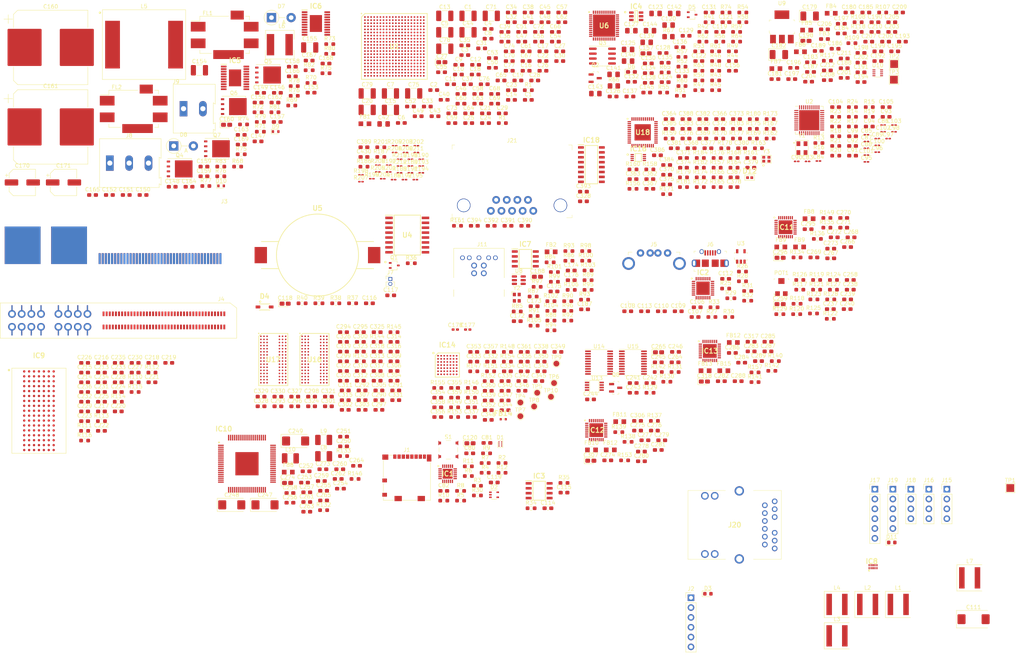
<source format=kicad_pcb>
(kicad_pcb (version 20171130) (host pcbnew "(5.1.8)-1")
  (layers (0 F.Cu signal) (31 B.Cu signal) (34 B.Paste user) (35 F.Paste user) (36 B.SilkS user) (37 F.SilkS user) (38 B.Mask user) (39 F.Mask user) (44 Edge.Cuts user))
  (net 0 "")
  (net 1 VCC3V3)
  (net 2 GNDD)
  (net 3 /EEPROM/EEPROM_SDA)
  (net 4 /12V)
  (net 5 VCC1V35)
  (net 6 VCC1V8)
  (net 7 XADC1V8)
  (net 8 PG_ALL)
  (net 9 XADC1V25)
  (net 10 VCC1V0)
  (net 11 VCCPLL)
  (net 12 VCC2V5)
  (net 13 /Clock_Gen/CLK_A_P)
  (net 14 /Clock_Gen/CLK_A_N)
  (net 15 /Clock_Gen/CLK_B_P)
  (net 16 /Clock_Gen/CLK_B_N)
  (net 17 /Clock_Gen/CLK_C_P)
  (net 18 /Clock_Gen/CLK_C_N)
  (net 19 /Clock_Gen/CLK_D_P)
  (net 20 /Clock_Gen/CLK_D_N)
  (net 21 "Net-(C137-Pad2)")
  (net 22 "Net-(C138-Pad2)")
  (net 23 /USB2/USB2_3V3)
  (net 24 VCC5V0)
  (net 25 /USB2/USB2_SHIELD)
  (net 26 /USB2/USB2_5V0)
  (net 27 +48VIN_F)
  (net 28 /48V_12V_Buck/EXT_12VIN_G)
  (net 29 /48V_12V_Buck/EXT_12VIN)
  (net 30 GNDPWR)
  (net 31 +48VIN)
  (net 32 "Net-(C175-Pad1)")
  (net 33 "Net-(C178-Pad1)")
  (net 34 /USB3/XTALIN)
  (net 35 /USB3/XTALOUT)
  (net 36 /USB3/RESET_IN)
  (net 37 V3P3)
  (net 38 /USB3/SSTX+)
  (net 39 /USB3/SSTX-)
  (net 40 5VUSB3)
  (net 41 V1P2)
  (net 42 VIO)
  (net 43 /Ext_Analog/AN0_P)
  (net 44 /Ext_Analog/AN0_N)
  (net 45 /Ext_Analog/AN1_P)
  (net 46 /Ext_Analog/AN1_N)
  (net 47 AVDD3V3)
  (net 48 DVDD2V5)
  (net 49 AVDD2V5)
  (net 50 /FPGA_Banks/DDR3_VREF)
  (net 51 ETH_2V5)
  (net 52 ETH_1V1)
  (net 53 ETH_1V8)
  (net 54 GND_ES)
  (net 55 VCC5V)
  (net 56 /FPGA_Config/SD_CD)
  (net 57 /FPGA_Config/TCK_JTAG)
  (net 58 /FPGA_Config/TDO_JTAG)
  (net 59 /FPGA_Config/TDI_JTAG)
  (net 60 /FPGA_Config/TMS_JTAG)
  (net 61 /Ethernet/ETH_PHY_CONN/LED_P_2)
  (net 62 /FPGA_Config/ESD_DAT1)
  (net 63 /FPGA_Config/ESD_DAT0)
  (net 64 /FPGA_Config/ESD_CLK)
  (net 65 /FPGA_Config/ESD_CMD)
  (net 66 /FPGA_Config/ESD_DAT3)
  (net 67 /FPGA_Config/ESD_DAT2)
  (net 68 /FPGA_Banks/USB2_CLK)
  (net 69 /FPGA_Banks/USB2_NXT)
  (net 70 /FPGA_Banks/USB2_DATA0)
  (net 71 /FPGA_Banks/USB2_DATA1)
  (net 72 /FPGA_Banks/USB2_DATA2)
  (net 73 /FPGA_Banks/USB2_DATA3)
  (net 74 /FPGA_Banks/USB2_DATA4)
  (net 75 /FPGA_Banks/USB2_DATA5)
  (net 76 /FPGA_Banks/USB2_DATA6)
  (net 77 /FPGA_Banks/USB2_DATA7)
  (net 78 /USB2/USB2_D_P)
  (net 79 /USB2/USB2_D_N)
  (net 80 /USB2/USB2_ID)
  (net 81 /FPGA_Banks/USB2_RESTN)
  (net 82 /FPGA_Banks/USB2_STP)
  (net 83 /FPGA_Banks/USB2_DIR)
  (net 84 "Net-(IC5-Pad2)")
  (net 85 "Net-(IC5-Pad3)")
  (net 86 "Net-(IC5-Pad4)")
  (net 87 "Net-(IC5-Pad11)")
  (net 88 "Net-(IC5-Pad12)")
  (net 89 "Net-(IC5-Pad15)")
  (net 90 "Net-(IC5-Pad19)")
  (net 91 "Net-(IC6-Pad2)")
  (net 92 "Net-(IC6-Pad3)")
  (net 93 "Net-(IC6-Pad4)")
  (net 94 "Net-(IC6-Pad11)")
  (net 95 "Net-(IC6-Pad12)")
  (net 96 "Net-(IC6-Pad15)")
  (net 97 "Net-(IC6-Pad19)")
  (net 98 /USB3/I2C_SDA)
  (net 99 /USB3/I2C_SCL)
  (net 100 /USB3/CTL9)
  (net 101 /USB3/CTL8)
  (net 102 /USB3/CTL7)
  (net 103 /USB3/CTL6)
  (net 104 /USB3/CTL5)
  (net 105 "Net-(IC9-PadB2)")
  (net 106 "Net-(IC9-PadB4)")
  (net 107 "Net-(IC9-PadT4)")
  (net 108 /USB3/CTL12)
  (net 109 "Net-(IC9-PadU4)")
  (net 110 /USB3/CTL11)
  (net 111 /USB3/CTL10)
  (net 112 "Net-(IC10-Pad2)")
  (net 113 "Net-(IC10-Pad60)")
  (net 114 "Net-(IC11-Pad13)")
  (net 115 "Net-(IC11-Pad14)")
  (net 116 "Net-(IC11-Pad25)")
  (net 117 "Net-(IC12-Pad13)")
  (net 118 "Net-(IC12-Pad14)")
  (net 119 "Net-(IC12-Pad25)")
  (net 120 "Net-(IC13-Pad13)")
  (net 121 "Net-(IC13-Pad14)")
  (net 122 "Net-(IC13-Pad25)")
  (net 123 /RS232_Port/RS232_TX_OUT2)
  (net 124 /RS232_Port/RS232_RX_IN2)
  (net 125 /RS232_Port/RS232_RX_IN1)
  (net 126 /RS232_Port/RS232_TX_OUT1)
  (net 127 /Ethernet/ETH_PHY_CONN/LED_0)
  (net 128 /Ethernet/ETH_PHY_CONN/LED_1)
  (net 129 /Ethernet/ETH_PHY_CONN/LED_P_1)
  (net 130 /Ethernet/ETH_PHY_CONN/ETH_GPIO_0)
  (net 131 /Ethernet/ETH_PHY_CONN/LED_P_0)
  (net 132 "Net-(J1-Pad9)")
  (net 133 -48VIN)
  (net 134 /USB3/USB3D-)
  (net 135 "Net-(J12-Pad1)")
  (net 136 /USB3/USB3D+)
  (net 137 "Net-(POT1-Pad3)")
  (net 138 "Net-(POT1-Pad1)")
  (net 139 "Net-(Q8-Pad1)")
  (net 140 "Net-(Q8-Pad3)")
  (net 141 /Power_Supply/VREG)
  (net 142 /Power_Supply/EN2)
  (net 143 /Ethernet/ETH_INT_PDWN)
  (net 144 /Ethernet/ETH_RESETn)
  (net 145 /RTC_FAN/RTC_SQW)
  (net 146 /RTC_FAN/RTC_OSC_OUT)
  (net 147 /FPGA_Config/VP)
  (net 148 /Clock_Gen/CLK_I2C_SEL)
  (net 149 /Clock_Gen/CLK_A1)
  (net 150 /Clock_Gen/CLK_A0)
  (net 151 /FPGA_Banks/USB2_OC)
  (net 152 /FPGA_Banks/FX3_PMOD1)
  (net 153 /USB3/CTL0)
  (net 154 /USB3/CTL2)
  (net 155 /USB3/CTL1)
  (net 156 /FPGA_Banks/FX3_PMOD0)
  (net 157 /FPGA_Banks/DDR3_RESET)
  (net 158 /Ethernet/ETH_MDIO)
  (net 159 /Ethernet/ETH_PHY_CONN/ETH_JTAG_TDO)
  (net 160 /Ethernet/ETH_PHY_CONN/RX_D2)
  (net 161 /Ethernet/ETH_PHY_CONN/RX_D3)
  (net 162 /Ethernet/ETH_RX_CTRL)
  (net 163 /Ethernet/ETH_PHY_CONN/RX_D0)
  (net 164 /Ethernet/ETH_PHY_CONN/RX_D1)
  (net 165 "Net-(R204-Pad2)")
  (net 166 /FPGA_Banks/DDR3_A14)
  (net 167 "Net-(R205-Pad2)")
  (net 168 /FPGA_Banks/DDR3_A13)
  (net 169 "Net-(R206-Pad2)")
  (net 170 /FPGA_Banks/DDR3_A12)
  (net 171 "Net-(R207-Pad2)")
  (net 172 /FPGA_Banks/DDR3_A11)
  (net 173 "Net-(R208-Pad2)")
  (net 174 /FPGA_Banks/DDR3_A10)
  (net 175 "Net-(R209-Pad2)")
  (net 176 /FPGA_Banks/DDR3_A9)
  (net 177 "Net-(R210-Pad2)")
  (net 178 /FPGA_Banks/DDR3_A8)
  (net 179 /FPGA_Banks/DDR3_A7)
  (net 180 "Net-(R212-Pad2)")
  (net 181 /FPGA_Banks/DDR3_A6)
  (net 182 /FPGA_Banks/DDR3_A5)
  (net 183 /FPGA_Banks/DDR3_A4)
  (net 184 /FPGA_Banks/DDR3_A3)
  (net 185 /FPGA_Banks/DDR3_A2)
  (net 186 /FPGA_Banks/DDR3_A1)
  (net 187 /FPGA_Banks/DDR3_A0)
  (net 188 /FPGA_Banks/DDR3_BA2)
  (net 189 /FPGA_Banks/DDR3_BA1)
  (net 190 /FPGA_Banks/DDR3_BA0)
  (net 191 /FPGA_Banks/DDR3_RAS)
  (net 192 /FPGA_Banks/DDR3_CAS)
  (net 193 /FPGA_Banks/DDR3_CS)
  (net 194 /FPGA_Banks/DDR3_WE)
  (net 195 /FPGA_Banks/DDR3_CKE0)
  (net 196 /FPGA_Banks/DDR3_CK_N)
  (net 197 /FPGA_Banks/DDR3_CK_P)
  (net 198 /FPGA_Banks/DDR3_ODT0)
  (net 199 /Ethernet/ETH_PHY_CONN/ETH_JTAG_CLK)
  (net 200 /Ethernet/ETH_PHY_CONN/ETH_JTAG_TDI)
  (net 201 /Ethernet/ETH_PHY_CONN/ETH_JTAG_TMS)
  (net 202 /FPGA_Banks/DDR3_DM1)
  (net 203 /FPGA_Banks/DDR3_D13)
  (net 204 /FPGA_Banks/DDR3_D15)
  (net 205 /FPGA_Banks/ETH_RX_D3)
  (net 206 /FPGA_Banks/ETH_RX_D1)
  (net 207 /FPGA_Banks/ETH_TX_D3)
  (net 208 /Ethernet/ETH_TX_CLK)
  (net 209 /FPGA_Banks/DDR3_DQS1_N)
  (net 210 /FPGA_Banks/DDR3_D12)
  (net 211 /Ethernet/ETH_RX_CLK)
  (net 212 /FPGA_Banks/ETH_TX_D1)
  (net 213 /FPGA_Banks/DDR3_D10)
  (net 214 /FPGA_Banks/DDR3_DQS1_P)
  (net 215 /FPGA_Banks/DDR3_D11)
  (net 216 /Ethernet/ETH_MDC)
  (net 217 /FPGA_Banks/DDR3_D14)
  (net 218 /FPGA_Banks/DDR3_D8)
  (net 219 /FPGA_Banks/ETH_TX_D2)
  (net 220 /FPGA_Banks/ETH_RX_D0)
  (net 221 /FPGA_Banks/DDR3_D9)
  (net 222 /FPGA_Banks/DDR3_D2)
  (net 223 /FPGA_Banks/DDR3_D0)
  (net 224 /FPGA_Banks/ETH_TX_D0)
  (net 225 /FPGA_Banks/DDR3_DM0)
  (net 226 /FPGA_Banks/DDR3_DQS0_N)
  (net 227 /Ethernet/ETH_TX_CTRL)
  (net 228 /FPGA_Banks/ETH_RX_D2)
  (net 229 /FPGA_Banks/DDR3_DQS0_P)
  (net 230 /FPGA_Banks/DDR3_D3)
  (net 231 /FPGA_Banks/DDR3_D7)
  (net 232 /FPGA_Banks/DDR3_D1)
  (net 233 /FPGA_Banks/DDR3_D5)
  (net 234 /FPGA_Banks/DDR3_D4)
  (net 235 /FPGA_Banks/DDR3_D6)
  (net 236 /FPGA_Banks/DDR3_D23)
  (net 237 /FPGA_Banks/DDR3_D21)
  (net 238 /FPGA_Banks/DDR3_D19)
  (net 239 /FPGA_Banks/DDR3_DQS2_P)
  (net 240 /FPGA_Banks/DDR3_D20)
  (net 241 /FPGA_Banks/DDR3_DM2)
  (net 242 /FPGA_Banks/DDR3_DQS2_N)
  (net 243 /FPGA_Banks/DDR3_D17)
  (net 244 /FPGA_Banks/DDR3_D22)
  (net 245 /FPGA_Banks/DDR3_D18)
  (net 246 /FPGA_Banks/DDR3_D16)
  (net 247 /FPGA_Banks/DDR3_D27)
  (net 248 /FPGA_Banks/DDR3_D24)
  (net 249 /FPGA_Banks/DDR3_D25)
  (net 250 /FPGA_Banks/DDR3_D30)
  (net 251 /FPGA_Banks/DDR3_D26)
  (net 252 /FPGA_Banks/DDR3_DQS3_N)
  (net 253 /FPGA_Banks/DDR3_DQS3_P)
  (net 254 /FPGA_Banks/DDR3_DM3)
  (net 255 /FPGA_Banks/DDR3_D28)
  (net 256 /FPGA_Banks/DDR3_D29)
  (net 257 /FPGA_Banks/DDR3_D31)
  (net 258 "Net-(L7-Pad2)")
  (net 259 /ADC/ADC_CNV_N)
  (net 260 /ADC/ADC_CNV_P)
  (net 261 /Clock_Gen/CLK_IN0_P)
  (net 262 /Clock_Gen/CLK_IN0_N)
  (net 263 /Clock_Gen/CLK_IN1_P)
  (net 264 /Clock_Gen/CLK_IN1_N)
  (net 265 /Clock_Gen/CLK_IN2_P)
  (net 266 /Clock_Gen/CLK_IN2_N)
  (net 267 /Clock_Gen/CLK_IN3_P)
  (net 268 /Clock_Gen/CLK_IN3_N)
  (net 269 "Net-(C95-Pad2)")
  (net 270 /FDAC_CLKIN_P)
  (net 271 "Net-(C96-Pad2)")
  (net 272 /Clock_Gen/CLK_OUT1_P)
  (net 273 "Net-(C97-Pad2)")
  (net 274 /Clock_Gen/CLK_OUT2_P)
  (net 275 "Net-(C98-Pad2)")
  (net 276 /Clock_Gen/CLK_OUT3_P)
  (net 277 "Net-(C100-Pad2)")
  (net 278 /FDAC_CLKIN_N)
  (net 279 "Net-(C101-Pad2)")
  (net 280 /Clock_Gen/CLK_OUT1_N)
  (net 281 "Net-(C102-Pad2)")
  (net 282 /Clock_Gen/CLK_OUT2_N)
  (net 283 "Net-(C103-Pad2)")
  (net 284 /Clock_Gen/CLK_OUT3_N)
  (net 285 "Net-(C111-Pad1)")
  (net 286 "Net-(C117-Pad1)")
  (net 287 "Net-(C118-Pad1)")
  (net 288 "Net-(C122-Pad1)")
  (net 289 "Net-(C128-Pad1)")
  (net 290 "Net-(C129-Pad1)")
  (net 291 "Net-(C130-Pad1)")
  (net 292 "Net-(C131-Pad1)")
  (net 293 "Net-(C132-Pad1)")
  (net 294 "Net-(C134-Pad1)")
  (net 295 "Net-(C135-Pad2)")
  (net 296 "Net-(C135-Pad1)")
  (net 297 "Net-(C136-Pad2)")
  (net 298 "Net-(C136-Pad1)")
  (net 299 "Net-(C137-Pad1)")
  (net 300 "Net-(C138-Pad1)")
  (net 301 "Net-(C139-Pad1)")
  (net 302 "Net-(C140-Pad1)")
  (net 303 "Net-(C156-Pad1)")
  (net 304 "Net-(C157-Pad1)")
  (net 305 "Net-(C158-Pad1)")
  (net 306 "Net-(C159-Pad1)")
  (net 307 "Net-(C162-Pad2)")
  (net 308 "Net-(C162-Pad1)")
  (net 309 "Net-(C163-Pad2)")
  (net 310 "Net-(C163-Pad1)")
  (net 311 "Net-(C164-Pad2)")
  (net 312 "Net-(C164-Pad1)")
  (net 313 "Net-(C165-Pad2)")
  (net 314 "Net-(C165-Pad1)")
  (net 315 "Net-(C166-Pad1)")
  (net 316 "Net-(C167-Pad1)")
  (net 317 "Net-(C168-Pad2)")
  (net 318 "Net-(C169-Pad2)")
  (net 319 "Net-(C177-Pad1)")
  (net 320 "Net-(C188-Pad1)")
  (net 321 "Net-(C192-Pad1)")
  (net 322 "Net-(C197-Pad1)")
  (net 323 "Net-(C204-Pad1)")
  (net 324 "Net-(C237-Pad1)")
  (net 325 "Net-(C239-Pad1)")
  (net 326 "Net-(C261-Pad1)")
  (net 327 "Net-(C266-Pad1)")
  (net 328 "Net-(C267-Pad1)")
  (net 329 "Net-(C268-Pad1)")
  (net 330 "Net-(C270-Pad1)")
  (net 331 "Net-(C273-Pad1)")
  (net 332 "Net-(C274-Pad1)")
  (net 333 "Net-(C275-Pad1)")
  (net 334 "Net-(C276-Pad1)")
  (net 335 "Net-(C278-Pad1)")
  (net 336 "Net-(C281-Pad1)")
  (net 337 "Net-(C282-Pad1)")
  (net 338 "Net-(C283-Pad1)")
  (net 339 "Net-(C284-Pad1)")
  (net 340 "Net-(C286-Pad1)")
  (net 341 "Net-(C289-Pad1)")
  (net 342 "Net-(C352-Pad1)")
  (net 343 "Net-(C353-Pad1)")
  (net 344 "Net-(C381-Pad1)")
  (net 345 "Net-(C382-Pad1)")
  (net 346 "Net-(C383-Pad1)")
  (net 347 "Net-(C385-Pad1)")
  (net 348 "Net-(C386-Pad1)")
  (net 349 "Net-(C387-Pad1)")
  (net 350 "Net-(C388-Pad1)")
  (net 351 "Net-(C390-Pad2)")
  (net 352 "Net-(C390-Pad1)")
  (net 353 "Net-(C391-Pad2)")
  (net 354 "Net-(C391-Pad1)")
  (net 355 "Net-(C393-Pad2)")
  (net 356 "Net-(C394-Pad2)")
  (net 357 "Net-(D3-Pad2)")
  (net 358 "Net-(D5-Pad2)")
  (net 359 "Net-(D6-Pad1)")
  (net 360 "Net-(D11-Pad1)")
  (net 361 "Net-(D12-Pad2)")
  (net 362 /FPGA_Config/SD_DAT2)
  (net 363 /FPGA_Config/SD_DAT3)
  (net 364 /FPGA_Config/SD_CMD)
  (net 365 /FPGA_Config/SD_DAT0)
  (net 366 /FPGA_Config/SD_DAT1)
  (net 367 "Net-(IC1-Pad8)")
  (net 368 /FPGA_Config/SD_CLK)
  (net 369 "Net-(IC1-Pad10)")
  (net 370 "Net-(IC1-Pad12)")
  (net 371 "Net-(IC1-Pad13)")
  (net 372 "Net-(IC1-Pad14)")
  (net 373 "Net-(IC1-Pad15)")
  (net 374 "Net-(IC1-Pad17)")
  (net 375 "Net-(IC1-Pad24)")
  (net 376 "Net-(IC2-Pad12)")
  (net 377 "Net-(IC2-Pad15)")
  (net 378 "Net-(IC2-Pad16)")
  (net 379 "Net-(IC2-Pad17)")
  (net 380 "Net-(IC2-Pad22)")
  (net 381 "Net-(IC2-Pad24)")
  (net 382 "Net-(IC2-Pad25)")
  (net 383 /USB2/USB2_REFCLK)
  (net 384 "Net-(IC3-Pad3)")
  (net 385 /EEPROM/EEPROM_SCL)
  (net 386 /EEPROM/EEPROM_WC)
  (net 387 "Net-(IC4-Pad1)")
  (net 388 "Net-(IC4-Pad5)")
  (net 389 "Net-(IC4-Pad6)")
  (net 390 "Net-(IC7-Pad1)")
  (net 391 "Net-(IC7-Pad2)")
  (net 392 "Net-(IC7-Pad3)")
  (net 393 "Net-(IC7-Pad7)")
  (net 394 /USB3/SSRX-)
  (net 395 /USB3/SSRX+)
  (net 396 "Net-(IC9-PadA1)")
  (net 397 "Net-(IC9-PadA7)")
  (net 398 "Net-(IC9-PadB1)")
  (net 399 "Net-(IC9-PadB7)")
  (net 400 "Net-(IC9-PadC1)")
  (net 401 "Net-(IC9-PadC4)")
  (net 402 "Net-(IC9-PadC7)")
  (net 403 "Net-(IC9-PadD1)")
  (net 404 "Net-(IC9-PadD7)")
  (net 405 "Net-(IC9-PadE1)")
  (net 406 "Net-(IC9-PadE7)")
  (net 407 "Net-(IC9-PadF1)")
  (net 408 "Net-(IC9-PadF7)")
  (net 409 "Net-(IC9-PadG1)")
  (net 410 "Net-(IC9-PadG7)")
  (net 411 "Net-(IC9-PadH1)")
  (net 412 "Net-(IC9-PadH7)")
  (net 413 "Net-(IC9-PadJ1)")
  (net 414 "Net-(IC9-PadJ7)")
  (net 415 "Net-(IC9-PadK1)")
  (net 416 "Net-(IC9-PadK7)")
  (net 417 "Net-(IC9-PadL1)")
  (net 418 "Net-(IC9-PadL7)")
  (net 419 "Net-(IC9-PadM1)")
  (net 420 "Net-(IC9-PadM7)")
  (net 421 "Net-(IC9-PadN1)")
  (net 422 "Net-(IC9-PadN7)")
  (net 423 "Net-(IC9-PadP1)")
  (net 424 "Net-(IC9-PadP7)")
  (net 425 "Net-(IC9-PadR1)")
  (net 426 "Net-(IC9-PadR4)")
  (net 427 "Net-(IC9-PadR7)")
  (net 428 "Net-(IC9-PadT1)")
  (net 429 "Net-(IC9-PadT7)")
  (net 430 "Net-(IC9-PadU1)")
  (net 431 "Net-(IC9-PadU7)")
  (net 432 /AWG/FDAC_CLKIN_P)
  (net 433 /AWG/FDAC_CLKIN_N)
  (net 434 /AWG/FDAC_DB15_P)
  (net 435 /AWG/FDAC_DB15_N)
  (net 436 /AWG/FDAC_DB14_P)
  (net 437 /AWG/FDAC_DB14_N)
  (net 438 /AWG/FDAC_DB13_P)
  (net 439 /AWG/FDAC_DB13_N)
  (net 440 /AWG/FDAC_DB12_P)
  (net 441 /AWG/FDAC_DB12_N)
  (net 442 /AWG/FDAC_DB11_P)
  (net 443 /AWG/FDAC_DB11_N)
  (net 444 /AWG/FDAC_DB10_P)
  (net 445 /AWG/FDAC_DB10_N)
  (net 446 /AWG/FDAC_DB9_P)
  (net 447 /AWG/FDAC_DB9_N)
  (net 448 /AWG/FDAC_DB8_P)
  (net 449 /AWG/FDAC_DB8_N)
  (net 450 /AWG/FDAC_DCLK_OUT_P)
  (net 451 /AWG/FDAC_DCLK_OUT_N)
  (net 452 /AWG/FDAC_DCLK_IN_P)
  (net 453 /AWG/FDAC_DCLK_IN_N)
  (net 454 /AWG/FDAC_DB7_P)
  (net 455 /AWG/FDAC_DB7_N)
  (net 456 /AWG/FDAC_DB6_P)
  (net 457 /AWG/FDAC_DB6_N)
  (net 458 /AWG/FDAC_DB5_P)
  (net 459 /AWG/FDAC_DB5_N)
  (net 460 /AWG/FDAC_DB4_P)
  (net 461 /AWG/FDAC_DB4_N)
  (net 462 /AWG/FDAC_DB3_P)
  (net 463 /AWG/FDAC_DB3_N)
  (net 464 /AWG/FDAC_DB2_P)
  (net 465 /AWG/FDAC_DB2_N)
  (net 466 /AWG/FDAC_DB1_P)
  (net 467 /AWG/FDAC_DB1_N)
  (net 468 /AWG/FDAC_DB0_P)
  (net 469 /AWG/FDAC_DB0_N)
  (net 470 /AWG/FDAC_SDO)
  (net 471 /AWG/FDAC_SDI)
  (net 472 /AWG/FDAC_CLK)
  (net 473 /AWG/FDAC_CS)
  (net 474 "Net-(IC10-Pad58)")
  (net 475 "Net-(IC10-Pad70)")
  (net 476 "Net-(IC10-Pad71)")
  (net 477 "Net-(IC11-Pad2)")
  (net 478 "Net-(IC11-Pad3)")
  (net 479 "Net-(IC11-Pad15)")
  (net 480 "Net-(IC11-Pad16)")
  (net 481 /ADC/ADC1_DA_N)
  (net 482 /ADC/ADC1_DA_P)
  (net 483 /ADC/ADC1_DCO_N)
  (net 484 /ADC/ADC1_DCO_P)
  (net 485 /ADC/ADC1_CLK_N)
  (net 486 /ADC/ADC1_CLK_P)
  (net 487 "Net-(IC12-Pad2)")
  (net 488 "Net-(IC12-Pad3)")
  (net 489 "Net-(IC12-Pad15)")
  (net 490 "Net-(IC12-Pad16)")
  (net 491 /ADC/ADC2_DA_N)
  (net 492 /ADC/ADC2_DA_P)
  (net 493 /ADC/ADC2_DCO_N)
  (net 494 /ADC/ADC2_DCO_P)
  (net 495 /ADC/ADC2_CLK_N)
  (net 496 /ADC/ADC2_CLK_P)
  (net 497 "Net-(IC13-Pad2)")
  (net 498 "Net-(IC13-Pad3)")
  (net 499 "Net-(IC13-Pad15)")
  (net 500 "Net-(IC13-Pad16)")
  (net 501 /ADC/ADC3_DA_N)
  (net 502 /ADC/ADC3_DA_P)
  (net 503 /ADC/ADC3_DCO_N)
  (net 504 /ADC/ADC3_DCO_P)
  (net 505 /ADC/ADC3_CLK_N)
  (net 506 /ADC/ADC3_CLK_P)
  (net 507 "Net-(IC14-PadA2)")
  (net 508 "Net-(IC14-PadB1)")
  (net 509 "Net-(IC14-PadB7)")
  (net 510 "Net-(IC14-PadC1)")
  (net 511 "Net-(IC14-PadC6)")
  (net 512 "Net-(IC14-PadC7)")
  (net 513 "Net-(IC14-PadD1)")
  (net 514 "Net-(IC14-PadD7)")
  (net 515 /RS232_Port/RS232_CTS)
  (net 516 /RS232_Port/RS232_RTS)
  (net 517 /FPGA_Banks/RS232_TX)
  (net 518 /FPGA_Banks/RS232_RX)
  (net 519 "Net-(J3-Pad31)")
  (net 520 "Net-(J3-Pad29)")
  (net 521 "Net-(J3-Pad37)")
  (net 522 "Net-(J3-Pad39)")
  (net 523 "Net-(J3-Pad33)")
  (net 524 "Net-(J3-Pad35)")
  (net 525 /FPGA_Banks/DAC_DCLK_OUT_P)
  (net 526 /FPGA_Banks/DAC_DCLK_IN_N)
  (net 527 "Net-(J3-Pad67)")
  (net 528 "Net-(J3-Pad53)")
  (net 529 "Net-(J3-Pad47)")
  (net 530 "Net-(J3-Pad79)")
  (net 531 "Net-(J3-Pad45)")
  (net 532 "Net-(J3-Pad61)")
  (net 533 /FPGA_Banks/DAC_DCLK_OUT_N)
  (net 534 "Net-(J3-Pad41)")
  (net 535 "Net-(J3-Pad49)")
  (net 536 "Net-(J3-Pad57)")
  (net 537 "Net-(J3-Pad55)")
  (net 538 "Net-(J3-Pad51)")
  (net 539 /FPGA_Banks/DAC_DCLK_IN_P)
  (net 540 "Net-(J3-Pad43)")
  (net 541 "Net-(J3-Pad59)")
  (net 542 "Net-(J3-Pad73)")
  (net 543 "Net-(J3-Pad44)")
  (net 544 "Net-(J3-Pad48)")
  (net 545 "Net-(J3-Pad40)")
  (net 546 "Net-(J3-Pad62)")
  (net 547 "Net-(J3-Pad74)")
  (net 548 "Net-(J3-Pad72)")
  (net 549 "Net-(J3-Pad58)")
  (net 550 "Net-(J3-Pad32)")
  (net 551 "Net-(J3-Pad60)")
  (net 552 "Net-(J3-Pad54)")
  (net 553 "Net-(J3-Pad68)")
  (net 554 "Net-(J3-Pad78)")
  (net 555 "Net-(J3-Pad52)")
  (net 556 "Net-(J3-Pad46)")
  (net 557 "Net-(J3-Pad36)")
  (net 558 "Net-(J3-Pad56)")
  (net 559 "Net-(J3-Pad42)")
  (net 560 "Net-(J3-Pad38)")
  (net 561 "Net-(J3-Pad76)")
  (net 562 "Net-(J3-Pad50)")
  (net 563 "Net-(J3-Pad66)")
  (net 564 "Net-(J3-Pad64)")
  (net 565 "Net-(J3-Pad70)")
  (net 566 "Net-(J3-Pad34)")
  (net 567 "Net-(J3-Pad80)")
  (net 568 /BTB_Connector/OFFSET_DAC_SS)
  (net 569 /BTB_Connector/OFFSET_DAC_SCLK)
  (net 570 /BTB_Connector/OFFSET_DAC_LDAC)
  (net 571 /BTB_Connector/OFFSET_DAC_MOSI)
  (net 572 /BTB_Connector/OFFSET_DAC_RESET)
  (net 573 /BTB_Connector/PORT_EXPANDER_SCK)
  (net 574 /BTB_Connector/PORT_EXPANDER_DATA_INPUT)
  (net 575 /BTB_Connector/PORT_EXPANDER_DATA_OUTPUT)
  (net 576 /BTB_Connector/OFFSET_DAC_MISO)
  (net 577 "Net-(J3-Pad30)")
  (net 578 "Net-(J3-Pad24)")
  (net 579 "Net-(J3-Pad22)")
  (net 580 "Net-(J3-Pad26)")
  (net 581 "Net-(J3-Pad28)")
  (net 582 /BTB_Connector/PORT_EXPANDER_CS)
  (net 583 "Net-(J3-Pad27)")
  (net 584 "Net-(J3-Pad21)")
  (net 585 "Net-(J3-Pad19)")
  (net 586 "Net-(J3-Pad25)")
  (net 587 "Net-(J3-Pad23)")
  (net 588 /BTB_Connector/I2C1_SDA)
  (net 589 /BTB_Connector/I2C1_SCL)
  (net 590 "Net-(J3-Pad17)")
  (net 591 /BTB_Connector/FALSE_SUM_OUTPUT_BTB)
  (net 592 /BTB_Connector/V2_MIX_SWITCH)
  (net 593 /BTB_Connector/V1_MIX_SWITCH)
  (net 594 /BTB_Connector/ADC2_DA_P)
  (net 595 /BTB_Connector/ADC2_DCO_N)
  (net 596 /BTB_Connector/ADC2_DA_N)
  (net 597 /BTB_Connector/ADC2_DCO_P)
  (net 598 /BTB_Connector/ADC3_CLK_P)
  (net 599 /BTB_Connector/ADC2_CLK_N)
  (net 600 /BTB_Connector/ADC3_CLK_N)
  (net 601 /BTB_Connector/ADC2_CLK_P)
  (net 602 /BTB_Connector/ADC3_DCO_P)
  (net 603 /BTB_Connector/ADC1_DA_N)
  (net 604 /BTB_Connector/ADC3_DCO_N)
  (net 605 /BTB_Connector/ADC1_DA_P)
  (net 606 /BTB_Connector/ADC3_DA_P)
  (net 607 /BTB_Connector/ADC1_DCO_N)
  (net 608 /BTB_Connector/ADC3_DA_N)
  (net 609 /BTB_Connector/ADC1_DCO_P)
  (net 610 /BTB_Connector/ADC_CNV_P)
  (net 611 /BTB_Connector/ADC1_CLK_N)
  (net 612 /BTB_Connector/ADC_CNV_N)
  (net 613 /BTB_Connector/ADC1_CLK_P)
  (net 614 /BTB_Connector/FDAC_DB8_N)
  (net 615 /BTB_Connector/FDAC_DB0_P)
  (net 616 /BTB_Connector/FDAC_DB8_P)
  (net 617 /BTB_Connector/FDAC_DB0_N)
  (net 618 /BTB_Connector/FDAC_DB9_N)
  (net 619 /BTB_Connector/FDAC_DB1_P)
  (net 620 /BTB_Connector/FDAC_DB9_P)
  (net 621 /BTB_Connector/FDAC_DB1_N)
  (net 622 /BTB_Connector/FDAC_DB10_N)
  (net 623 /BTB_Connector/FDAC_DB2_P)
  (net 624 /BTB_Connector/FDAC_DB10_P)
  (net 625 /BTB_Connector/FDAC_DB2_N)
  (net 626 /BTB_Connector/FDAC_DB11_N)
  (net 627 /BTB_Connector/FDAC_DB3_P)
  (net 628 /BTB_Connector/FDAC_DB11_P)
  (net 629 /BTB_Connector/FDAC_DB3_N)
  (net 630 /BTB_Connector/FDAC_DB12_N)
  (net 631 /BTB_Connector/FDAC_DB4_P)
  (net 632 /BTB_Connector/FDAC_DB12_P)
  (net 633 /BTB_Connector/FDAC_DB4_N)
  (net 634 /BTB_Connector/FDAC_DB13_N)
  (net 635 /BTB_Connector/FDAC_DB5_P)
  (net 636 /BTB_Connector/FDAC_DB13_P)
  (net 637 /BTB_Connector/FDAC_DB5_N)
  (net 638 /BTB_Connector/FDAC_DB14_N)
  (net 639 /BTB_Connector/FDAC_DB6_P)
  (net 640 /BTB_Connector/FDAC_DB14_P)
  (net 641 /BTB_Connector/FDAC_DB6_N)
  (net 642 /BTB_Connector/FDAC_DB15_N)
  (net 643 /BTB_Connector/FDAC_DB7_P)
  (net 644 /BTB_Connector/FDAC_DB15_P)
  (net 645 /BTB_Connector/FDAC_DB7_N)
  (net 646 "Net-(J11-Pad1)")
  (net 647 /LED_Comm/UART_RX)
  (net 648 /LED_Comm/UART_TX)
  (net 649 /LED_Comm/SCL)
  (net 650 /LED_Comm/SDA)
  (net 651 /LED_Comm/SPI_SS)
  (net 652 /LED_Comm/SPI_CLK)
  (net 653 /LED_Comm/SPI_MOSI)
  (net 654 /LED_Comm/SPI_MISO)
  (net 655 /LED_Comm/CAN_L)
  (net 656 /LED_Comm/CAN_H)
  (net 657 /LED_Comm/LCD_RX)
  (net 658 /LED_Comm/LCD_TX)
  (net 659 /LED_Comm/LCD_RESET)
  (net 660 /Ethernet/ETH_PHY_CONN/ETH_B_P)
  (net 661 /Ethernet/ETH_PHY_CONN/ETH_B_N)
  (net 662 /Ethernet/ETH_PHY_CONN/ETH_C_N)
  (net 663 /Ethernet/ETH_PHY_CONN/ETH_C_P)
  (net 664 /Ethernet/ETH_PHY_CONN/ETH_A_N)
  (net 665 /Ethernet/ETH_PHY_CONN/ETH_A_P)
  (net 666 /Ethernet/ETH_PHY_CONN/ETH_D_P)
  (net 667 /Ethernet/ETH_PHY_CONN/ETH_D_N)
  (net 668 "Net-(J20-Pad14)")
  (net 669 "Net-(J20-Pad16)")
  (net 670 "Net-(J21-Pad6)")
  (net 671 "Net-(J21-Pad2)")
  (net 672 "Net-(J21-Pad9)")
  (net 673 "Net-(J21-Pad5)")
  (net 674 "Net-(Q2-Pad3)")
  (net 675 "Net-(Q3-Pad4)")
  (net 676 "Net-(Q3-Pad2)")
  (net 677 "Net-(R1-Pad2)")
  (net 678 "Net-(R7-Pad2)")
  (net 679 "Net-(R9-Pad2)")
  (net 680 "Net-(R10-Pad2)")
  (net 681 "Net-(R11-Pad2)")
  (net 682 /I2C2_SDA)
  (net 683 /I2C_SCL)
  (net 684 "Net-(R31-Pad2)")
  (net 685 /I2C2_SCL)
  (net 686 /FPGA_Banks/FAN_CTRL_PWM)
  (net 687 "Net-(R47-Pad1)")
  (net 688 "Net-(R48-Pad1)")
  (net 689 "Net-(R49-Pad1)")
  (net 690 "Net-(R50-Pad1)")
  (net 691 "Net-(R55-Pad2)")
  (net 692 "Net-(R56-Pad2)")
  (net 693 "Net-(R57-Pad2)")
  (net 694 "Net-(R59-Pad2)")
  (net 695 "Net-(R60-Pad2)")
  (net 696 "Net-(R61-Pad1)")
  (net 697 "Net-(R84-Pad1)")
  (net 698 "Net-(R86-Pad1)")
  (net 699 "Net-(R87-Pad1)")
  (net 700 /USB3/CTL4)
  (net 701 "Net-(R88-Pad1)")
  (net 702 "Net-(R89-Pad1)")
  (net 703 "Net-(R90-Pad1)")
  (net 704 "Net-(R91-Pad1)")
  (net 705 "Net-(R92-Pad1)")
  (net 706 /USB3/CTL3)
  (net 707 "Net-(R93-Pad1)")
  (net 708 "Net-(R94-Pad1)")
  (net 709 "Net-(R95-Pad1)")
  (net 710 "Net-(R96-Pad1)")
  (net 711 "Net-(R97-Pad1)")
  (net 712 "Net-(R98-Pad1)")
  (net 713 "Net-(R100-Pad1)")
  (net 714 "Net-(R105-Pad1)")
  (net 715 "Net-(R106-Pad1)")
  (net 716 "Net-(R107-Pad1)")
  (net 717 "Net-(R117-Pad1)")
  (net 718 "Net-(J12-Pad2)")
  (net 719 "Net-(J13-Pad1)")
  (net 720 "Net-(R120-Pad1)")
  (net 721 "Net-(R121-Pad1)")
  (net 722 "Net-(J14-Pad1)")
  (net 723 "Net-(R124-Pad1)")
  (net 724 "Net-(J14-Pad2)")
  (net 725 "Net-(R126-Pad2)")
  (net 726 /FPGA_Banks/LED1)
  (net 727 "Net-(R143-Pad1)")
  (net 728 "Net-(R145-Pad1)")
  (net 729 "Net-(R156-Pad1)")
  (net 730 "Net-(R185-Pad2)")
  (net 731 "Net-(R185-Pad1)")
  (net 732 "Net-(R186-Pad1)")
  (net 733 "Net-(R187-Pad1)")
  (net 734 "Net-(R188-Pad2)")
  (net 735 "Net-(R189-Pad2)")
  (net 736 "Net-(R190-Pad2)")
  (net 737 "Net-(R191-Pad2)")
  (net 738 "Net-(R192-Pad2)")
  (net 739 "Net-(R193-Pad2)")
  (net 740 "Net-(R194-Pad2)")
  (net 741 "Net-(R195-Pad2)")
  (net 742 "Net-(R196-Pad2)")
  (net 743 "Net-(R197-Pad2)")
  (net 744 "Net-(R198-Pad2)")
  (net 745 "Net-(R199-Pad2)")
  (net 746 "Net-(R200-Pad2)")
  (net 747 "Net-(R201-Pad2)")
  (net 748 "Net-(R202-Pad2)")
  (net 749 "Net-(R203-Pad2)")
  (net 750 /RTC_FAN/RTC_RST)
  (net 751 "Net-(U1-PadA5)")
  (net 752 "Net-(U1-PadA6)")
  (net 753 "Net-(U1-PadA7)")
  (net 754 "Net-(U1-PadA9)")
  (net 755 "Net-(U1-PadB5)")
  (net 756 "Net-(U1-PadB7)")
  (net 757 "Net-(U1-PadB8)")
  (net 758 "Net-(U1-PadB9)")
  (net 759 "Net-(U1-PadB10)")
  (net 760 "Net-(U1-PadB12)")
  (net 761 "Net-(U1-PadB13)")
  (net 762 "Net-(U1-PadB14)")
  (net 763 "Net-(U1-PadB15)")
  (net 764 "Net-(U1-PadC5)")
  (net 765 "Net-(U1-PadC6)")
  (net 766 "Net-(U1-PadC7)")
  (net 767 "Net-(U1-PadC8)")
  (net 768 "Net-(U1-PadC12)")
  (net 769 "Net-(U1-PadC17)")
  (net 770 "Net-(U1-PadD5)")
  (net 771 "Net-(U1-PadD6)")
  (net 772 "Net-(U1-PadD8)")
  (net 773 "Net-(U1-PadD9)")
  (net 774 /FPGA_Banks/FX3_DQ11)
  (net 775 /FPGA_Banks/FX3_DQ12)
  (net 776 "Net-(U1-PadE6)")
  (net 777 "Net-(U1-PadE7)")
  (net 778 "Net-(U1-PadE8)")
  (net 779 "Net-(U1-PadE9)")
  (net 780 "Net-(U1-PadE11)")
  (net 781 "Net-(U1-PadE12)")
  (net 782 /FPGA_Banks/FX3_DQ23)
  (net 783 /FPGA_Banks/FX3_DQ24)
  (net 784 "Net-(U1-PadF13)")
  (net 785 /FPGA_Banks/FX3_DQ21)
  (net 786 /FPGA_Banks/FX3_DQ22)
  (net 787 "Net-(U1-PadG14)")
  (net 788 /FPGA_Banks/FX3_CTL5)
  (net 789 /FPGA_Banks/FX3_CTL6)
  (net 790 /FPGA_Banks/FX3_CTL11)
  (net 791 /FPGA_Banks/FX3_CTL12)
  (net 792 /FPGA_Banks/FX3_I2S_MCLK)
  (net 793 /FPGA_Banks/FX3_I2S_WS)
  (net 794 /FPGA_Banks/FX3_CTL4)
  (net 795 "Net-(U1-PadJ15)")
  (net 796 /FPGA_Banks/FX3_I2S_SD)
  (net 797 /FPGA_Banks/FX3_DQ16)
  (net 798 /FPGA_Banks/FX3_I2S_CLK)
  (net 799 /FPGA_Banks/FX3_CTL3)
  (net 800 /FPGA_Banks/FX3_DQ15)
  (net 801 /FPGA_Banks/FX3_CTL1)
  (net 802 /FPGA_Banks/FX3_CTL2)
  (net 803 /FPGA_Banks/FX3_CTL7)
  (net 804 /FPGA_Banks/FX3_CTL8)
  (net 805 /FPGA_Banks/FX3_DQ17)
  (net 806 /FPGA_Banks/FX3_DQ18)
  (net 807 /FPGA_Banks/FX3_CTL9)
  (net 808 /FPGA_Banks/FX3_CTL10)
  (net 809 /FPGA_Banks/FX3_DQ19)
  (net 810 /FPGA_Banks/FX3_DQ20)
  (net 811 /FPGA_Banks/FX3_DQ13)
  (net 812 /FPGA_Banks/FX3_DQ14)
  (net 813 /FPGA_Banks/FX3_PCLK)
  (net 814 /FPGA_Banks/FX3_DQ0)
  (net 815 /FPGA_Banks/FX3_DQ2)
  (net 816 "Net-(U1-PadR19)")
  (net 817 "Net-(U1-PadT9)")
  (net 818 /FPGA_Banks/FX3_DQ9)
  (net 819 /FPGA_Banks/FX3_DQ7)
  (net 820 /FPGA_Banks/FX3_DQ8)
  (net 821 /FPGA_Banks/FX3_DQ31)
  (net 822 /FPGA_Banks/FX3_DQ1)
  (net 823 "Net-(U1-PadT19)")
  (net 824 /FPGA_Banks/FX3_DQ3)
  (net 825 "Net-(U1-PadU10)")
  (net 826 /FPGA_Banks/FX3_DQ10)
  (net 827 /FPGA_Banks/FX3_CTL0)
  (net 828 "Net-(U1-PadU18)")
  (net 829 "Net-(U1-PadU19)")
  (net 830 /FPGA_Banks/FX3_DQ4)
  (net 831 "Net-(U1-PadV5)")
  (net 832 "Net-(U1-PadV13)")
  (net 833 /FPGA_Banks/FX3_I2C_SDA)
  (net 834 /FPGA_Banks/FX3_DQ29)
  (net 835 /FPGA_Banks/FX3_DQ5)
  (net 836 /FPGA_Banks/FX3_DQ6)
  (net 837 /FPGA_Banks/FX3_DQ25)
  (net 838 /FPGA_Banks/FX3_DQ27)
  (net 839 /FPGA_Banks/FX3_I2C_SCL)
  (net 840 /FPGA_Banks/FX3_DQ30)
  (net 841 /FPGA_Banks/FX3_DQ26)
  (net 842 "Net-(U1-PadY6)")
  (net 843 "Net-(U1-PadY7)")
  (net 844 /FPGA_Banks/FX3_DQ28)
  (net 845 /FPGA_Banks/FX3_PMOD2)
  (net 846 /FPGA_Banks/FX3_INT_N_CTL15)
  (net 847 /Clock_Gen/CG_IN_SEL1)
  (net 848 /Clock_Gen/CG_INTRB)
  (net 849 "Net-(U2-Pad28)")
  (net 850 /Clock_Gen/CG_LOLB)
  (net 851 "Net-(U2-Pad22)")
  (net 852 /Clock_Gen/CG_RSTB)
  (net 853 /Clock_Gen/CG_OEB)
  (net 854 "Net-(U2-Pad7)")
  (net 855 "Net-(U2-Pad6)")
  (net 856 "Net-(U2-Pad5)")
  (net 857 "Net-(U2-Pad4)")
  (net 858 /Clock_Gen/CG_IN_SEL0)
  (net 859 "Net-(U4-Pad14)")
  (net 860 "Net-(U6-Pad12)")
  (net 861 /USB3/USB3_D-)
  (net 862 /USB3/USB3_D+)
  (net 863 "Net-(U14-Pad17)")
  (net 864 "Net-(U14-Pad16)")
  (net 865 /FPGA_Banks/F_SPI_SS)
  (net 866 /FPGA_Banks/F_SPI_CLK)
  (net 867 /FPGA_Banks/F_SPI_MOSI)
  (net 868 /FPGA_Banks/F_SPI_MISO)
  (net 869 "Net-(U14-Pad5)")
  (net 870 "Net-(U14-Pad4)")
  (net 871 /FPGA_Banks/F_UART_RX)
  (net 872 /FPGA_Banks/F_UART_TX)
  (net 873 "Net-(U15-Pad14)")
  (net 874 "Net-(U15-Pad13)")
  (net 875 "Net-(U15-Pad12)")
  (net 876 "Net-(U15-Pad9)")
  (net 877 "Net-(U15-Pad8)")
  (net 878 "Net-(U15-Pad7)")
  (net 879 /FPGA_Banks/F_LCD_RX)
  (net 880 /FPGA_Banks/F_LCD_TX)
  (net 881 /FPGA_Banks/F_LCD_RESET)
  (net 882 /FPGA_Banks/F_CAN_L)
  (net 883 /FPGA_Banks/F_CAN_H)
  (net 884 "Net-(U16-PadJ1)")
  (net 885 "Net-(U16-PadJ9)")
  (net 886 "Net-(U16-PadL1)")
  (net 887 "Net-(U16-PadL9)")
  (net 888 "Net-(U16-PadM7)")
  (net 889 "Net-(U17-PadJ1)")
  (net 890 "Net-(U17-PadJ9)")
  (net 891 "Net-(U17-PadL1)")
  (net 892 "Net-(U17-PadL9)")
  (net 893 "Net-(U17-PadM7)")
  (net 894 "Net-(U18-Pad13)")
  (net 895 "Net-(U18-Pad14)")
  (net 896 "Net-(U18-Pad15)")
  (net 897 "Net-(U18-Pad16)")
  (net 898 "Net-(U18-Pad17)")
  (net 899 "Net-(U18-Pad40)")
  (net 900 "Net-(U18-Pad48)")
  (net 901 "Net-(Y2-Pad4)")
  (net 902 "Net-(Y2-Pad2)")
  (module TestPoint:TestPoint_Pad_2.0x2.0mm (layer F.Cu) (at 556.855 169.31)
    (fp_text reference TP1 (at 0 -1.998) (layer F.SilkS))
    (fp_text value TestPoint)
    (pad 1 smd rect (at 0 0) (size 2 2) (layers F.Cu F.Mask) (net 750 /RTC_FAN/RTC_RST))
  )
  (module Inductor_SMD:L_Coilcraft_XAL60xx_6.36x6.56mm (layer F.Cu) (at 546.355 192.52)
    (fp_text reference L7 (at 0 -4.3) (layer F.SilkS))
    (fp_text value 1uH)
    (pad 2 smd rect (at 2.02 0) (size 1.43 5.5) (layers F.Cu F.Paste F.Mask) (net 258 "Net-(L7-Pad2)"))
    (pad 1 smd rect (at -2.02 0) (size 1.43 5.5) (layers F.Cu F.Paste F.Mask) (net 41 V1P2))
  )
  (module Inductor_SMD:L_Coilcraft_XAL60xx_6.36x6.56mm (layer F.Cu) (at 512.075 199.39)
    (fp_text reference L4 (at 0 -4.3) (layer F.SilkS))
    (fp_text value 6.8uH)
    (pad 2 smd rect (at 2.02 0) (size 1.43 5.5) (layers F.Cu F.Paste F.Mask) (net 22 "Net-(C138-Pad2)"))
    (pad 1 smd rect (at -2.02 0) (size 1.43 5.5) (layers F.Cu F.Paste F.Mask) (net 6 VCC1V8))
  )
  (module Inductor_SMD:L_Coilcraft_XAL60xx_6.36x6.56mm (layer F.Cu) (at 512.075 207.5)
    (fp_text reference L3 (at 0 -4.3) (layer F.SilkS))
    (fp_text value 6.8uH)
    (pad 2 smd rect (at 2.02 0) (size 1.43 5.5) (layers F.Cu F.Paste F.Mask) (net 21 "Net-(C137-Pad2)"))
    (pad 1 smd rect (at -2.02 0) (size 1.43 5.5) (layers F.Cu F.Paste F.Mask) (net 5 VCC1V35))
  )
  (module Inductor_SMD:L_Coilcraft_XAL60xx_6.36x6.56mm (layer F.Cu) (at 519.985 199.39)
    (fp_text reference L2 (at 0 -4.3) (layer F.SilkS))
    (fp_text value 1uH)
    (pad 2 smd rect (at 2.02 0) (size 1.43 5.5) (layers F.Cu F.Paste F.Mask) (net 298 "Net-(C136-Pad1)"))
    (pad 1 smd rect (at -2.02 0) (size 1.43 5.5) (layers F.Cu F.Paste F.Mask) (net 302 "Net-(C140-Pad1)"))
  )
  (module Inductor_SMD:L_Coilcraft_XAL60xx_6.36x6.56mm (layer F.Cu) (at 527.895 199.39)
    (fp_text reference L1 (at 0 -4.3) (layer F.SilkS))
    (fp_text value 3.3uH)
    (pad 2 smd rect (at 2.02 0) (size 1.43 5.5) (layers F.Cu F.Paste F.Mask) (net 295 "Net-(C135-Pad2)"))
    (pad 1 smd rect (at -2.02 0) (size 1.43 5.5) (layers F.Cu F.Paste F.Mask) (net 301 "Net-(C139-Pad1)"))
  )
  (module GM_Connectors:RJMG2012211A0FR (layer F.Cu) (at 493.43 183.915)
    (fp_text reference J20 (at -7.795 -5.075) (layer F.SilkS) (effects (font (size 1.27 1.27) (thickness 0.254))))
    (fp_text value RJMG2012211A0FR hide)
    (pad 1 thru_hole circle (at 0 0) (size 1.446 1.446) (drill 0.89) (layers *.Cu *.Mask) (net 349 "Net-(C387-Pad1)"))
    (pad 2 thru_hole circle (at 0 -2.03) (size 1.446 1.446) (drill 0.89) (layers *.Cu *.Mask) (net 660 /Ethernet/ETH_PHY_CONN/ETH_B_P))
    (pad 3 thru_hole circle (at 0 -4.06) (size 1.446 1.446) (drill 0.89) (layers *.Cu *.Mask) (net 661 /Ethernet/ETH_PHY_CONN/ETH_B_N))
    (pad 4 thru_hole circle (at 0 -6.09) (size 1.446 1.446) (drill 0.89) (layers *.Cu *.Mask) (net 662 /Ethernet/ETH_PHY_CONN/ETH_C_N))
    (pad 5 thru_hole circle (at 0 -8.12) (size 1.446 1.446) (drill 0.89) (layers *.Cu *.Mask) (net 663 /Ethernet/ETH_PHY_CONN/ETH_C_P))
    (pad 6 thru_hole circle (at 0 -10.15) (size 1.446 1.446) (drill 0.89) (layers *.Cu *.Mask) (net 348 "Net-(C386-Pad1)"))
    (pad 7 thru_hole circle (at 2.54 1.015) (size 1.446 1.446) (drill 0.89) (layers *.Cu *.Mask) (net 350 "Net-(C388-Pad1)"))
    (pad 8 thru_hole circle (at 2.54 -1.015) (size 1.446 1.446) (drill 0.89) (layers *.Cu *.Mask) (net 664 /Ethernet/ETH_PHY_CONN/ETH_A_N))
    (pad 9 thru_hole circle (at 2.54 -3.045) (size 1.446 1.446) (drill 0.89) (layers *.Cu *.Mask) (net 665 /Ethernet/ETH_PHY_CONN/ETH_A_P))
    (pad 10 thru_hole circle (at 2.54 -7.105) (size 1.446 1.446) (drill 0.89) (layers *.Cu *.Mask) (net 666 /Ethernet/ETH_PHY_CONN/ETH_D_P))
    (pad 11 thru_hole circle (at 2.54 -9.135) (size 1.446 1.446) (drill 0.89) (layers *.Cu *.Mask) (net 667 /Ethernet/ETH_PHY_CONN/ETH_D_N))
    (pad 12 thru_hole circle (at 2.54 -11.165) (size 1.446 1.446) (drill 0.89) (layers *.Cu *.Mask) (net 347 "Net-(C385-Pad1)"))
    (pad 13 thru_hole circle (at -12.95 2.445) (size 1.98 1.98) (drill 1.32) (layers *.Cu *.Mask) (net 131 /Ethernet/ETH_PHY_CONN/LED_P_0))
    (pad 14 thru_hole circle (at -15.49 2.445) (size 1.98 1.98) (drill 1.32) (layers *.Cu *.Mask) (net 668 "Net-(J20-Pad14)"))
    (pad 15 thru_hole circle (at -12.95 -12.595) (size 1.98 1.98) (drill 1.32) (layers *.Cu *.Mask) (net 129 /Ethernet/ETH_PHY_CONN/LED_P_1))
    (pad 16 thru_hole circle (at -15.49 -12.595) (size 1.98 1.98) (drill 1.32) (layers *.Cu *.Mask) (net 669 "Net-(J20-Pad16)"))
    (pad 17 thru_hole circle (at -6.6 -13.865) (size 2.43 2.43) (drill 1.62) (layers *.Cu *.Mask) (net 54 GND_ES))
    (pad 18 thru_hole circle (at -6.6 3.715) (size 2.43 2.43) (drill 1.62) (layers *.Cu *.Mask) (net 54 GND_ES))
    (pad MH1 np_thru_hole circle (at -6.6 -0.25) (size 3.4 0) (drill 3.4) (layers *.Cu *.Mask))
    (pad MH2 np_thru_hole circle (at -6.6 -9.9) (size 3.4 0) (drill 3.4) (layers *.Cu *.Mask))
  )
  (module Connector_PinHeader_2.54mm:PinHeader_1x05_P2.54mm_Vertical (layer F.Cu) (at 526.515 169.61)
    (fp_text reference J19 (at 0 -2.33) (layer F.SilkS))
    (fp_text value Conn_01x05)
    (pad 5 thru_hole oval (at 0 10.16) (size 1.7 1.7) (drill 1) (layers *.Cu *.Mask) (net 24 VCC5V0))
    (pad 4 thru_hole oval (at 0 7.62) (size 1.7 1.7) (drill 1) (layers *.Cu *.Mask) (net 657 /LED_Comm/LCD_RX))
    (pad 3 thru_hole oval (at 0 5.08) (size 1.7 1.7) (drill 1) (layers *.Cu *.Mask) (net 658 /LED_Comm/LCD_TX))
    (pad 2 thru_hole oval (at 0 2.54) (size 1.7 1.7) (drill 1) (layers *.Cu *.Mask) (net 2 GNDD))
    (pad 1 thru_hole rect (at 0 0) (size 1.7 1.7) (drill 1) (layers *.Cu *.Mask) (net 659 /LED_Comm/LCD_RESET))
  )
  (module Connector_PinHeader_2.54mm:PinHeader_1x04_P2.54mm_Vertical (layer F.Cu) (at 531.165 169.61)
    (fp_text reference J18 (at 0 -2.33) (layer F.SilkS))
    (fp_text value Conn_01x04)
    (pad 4 thru_hole oval (at 0 7.62) (size 1.7 1.7) (drill 1) (layers *.Cu *.Mask) (net 655 /LED_Comm/CAN_L))
    (pad 3 thru_hole oval (at 0 5.08) (size 1.7 1.7) (drill 1) (layers *.Cu *.Mask) (net 656 /LED_Comm/CAN_H))
    (pad 2 thru_hole oval (at 0 2.54) (size 1.7 1.7) (drill 1) (layers *.Cu *.Mask) (net 2 GNDD))
    (pad 1 thru_hole rect (at 0 0) (size 1.7 1.7) (drill 1) (layers *.Cu *.Mask) (net 1 VCC3V3))
  )
  (module Connector_PinHeader_2.54mm:PinHeader_1x06_P2.54mm_Vertical (layer F.Cu) (at 521.865 169.61)
    (fp_text reference J17 (at 0 -2.33) (layer F.SilkS))
    (fp_text value Conn_01x06)
    (pad 6 thru_hole oval (at 0 12.7) (size 1.7 1.7) (drill 1) (layers *.Cu *.Mask) (net 651 /LED_Comm/SPI_SS))
    (pad 5 thru_hole oval (at 0 10.16) (size 1.7 1.7) (drill 1) (layers *.Cu *.Mask) (net 652 /LED_Comm/SPI_CLK))
    (pad 4 thru_hole oval (at 0 7.62) (size 1.7 1.7) (drill 1) (layers *.Cu *.Mask) (net 653 /LED_Comm/SPI_MOSI))
    (pad 3 thru_hole oval (at 0 5.08) (size 1.7 1.7) (drill 1) (layers *.Cu *.Mask) (net 654 /LED_Comm/SPI_MISO))
    (pad 2 thru_hole oval (at 0 2.54) (size 1.7 1.7) (drill 1) (layers *.Cu *.Mask) (net 2 GNDD))
    (pad 1 thru_hole rect (at 0 0) (size 1.7 1.7) (drill 1) (layers *.Cu *.Mask) (net 1 VCC3V3))
  )
  (module Connector_PinHeader_2.54mm:PinHeader_1x04_P2.54mm_Vertical (layer F.Cu) (at 535.815 169.61)
    (fp_text reference J16 (at 0 -2.33) (layer F.SilkS))
    (fp_text value Conn_01x04)
    (pad 4 thru_hole oval (at 0 7.62) (size 1.7 1.7) (drill 1) (layers *.Cu *.Mask) (net 649 /LED_Comm/SCL))
    (pad 3 thru_hole oval (at 0 5.08) (size 1.7 1.7) (drill 1) (layers *.Cu *.Mask) (net 650 /LED_Comm/SDA))
    (pad 2 thru_hole oval (at 0 2.54) (size 1.7 1.7) (drill 1) (layers *.Cu *.Mask) (net 2 GNDD))
    (pad 1 thru_hole rect (at 0 0) (size 1.7 1.7) (drill 1) (layers *.Cu *.Mask) (net 1 VCC3V3))
  )
  (module Connector_PinHeader_2.54mm:PinHeader_1x04_P2.54mm_Vertical (layer F.Cu) (at 540.465 169.61)
    (fp_text reference J15 (at 0 -2.33) (layer F.SilkS))
    (fp_text value Conn_01x04)
    (pad 4 thru_hole oval (at 0 7.62) (size 1.7 1.7) (drill 1) (layers *.Cu *.Mask) (net 647 /LED_Comm/UART_RX))
    (pad 3 thru_hole oval (at 0 5.08) (size 1.7 1.7) (drill 1) (layers *.Cu *.Mask) (net 648 /LED_Comm/UART_TX))
    (pad 2 thru_hole oval (at 0 2.54) (size 1.7 1.7) (drill 1) (layers *.Cu *.Mask) (net 2 GNDD))
    (pad 1 thru_hole rect (at 0 0) (size 1.7 1.7) (drill 1) (layers *.Cu *.Mask) (net 1 VCC3V3))
  )
  (module Connector_PinHeader_2.54mm:PinHeader_1x06_P2.54mm_Vertical (layer F.Cu) (at 474.345 197.66)
    (fp_text reference J2 (at 0 -2.33) (layer F.SilkS))
    (fp_text value Conn_01x06)
    (pad 6 thru_hole oval (at 0 12.7) (size 1.7 1.7) (drill 1) (layers *.Cu *.Mask) (net 1 VCC3V3))
    (pad 5 thru_hole oval (at 0 10.16) (size 1.7 1.7) (drill 1) (layers *.Cu *.Mask) (net 2 GNDD))
    (pad 4 thru_hole oval (at 0 7.62) (size 1.7 1.7) (drill 1) (layers *.Cu *.Mask) (net 57 /FPGA_Config/TCK_JTAG))
    (pad 3 thru_hole oval (at 0 5.08) (size 1.7 1.7) (drill 1) (layers *.Cu *.Mask) (net 58 /FPGA_Config/TDO_JTAG))
    (pad 2 thru_hole oval (at 0 2.54) (size 1.7 1.7) (drill 1) (layers *.Cu *.Mask) (net 59 /FPGA_Config/TDI_JTAG))
    (pad 1 thru_hole rect (at 0 0) (size 1.7 1.7) (drill 1) (layers *.Cu *.Mask) (net 60 /FPGA_Config/TMS_JTAG))
  )
  (module GM_SON:DQA_R-PUSON-N10_ (layer F.Cu) (at 521.39 189.624999)
    (fp_text reference IC8 (at -0.34483 -1.37981) (layer F.SilkS) (effects (font (size 1.27 1.27) (thickness 0.254))))
    (fp_text value TPD4E05U06QDQARQ1 hide)
    (pad 1 smd rect (at -1 0.385) (size 0.3 0.55) (layers F.Cu F.Paste F.Mask) (net 39 /USB3/SSTX-))
    (pad 2 smd rect (at -0.5 0.385) (size 0.3 0.55) (layers F.Cu F.Paste F.Mask) (net 38 /USB3/SSTX+))
    (pad 3 smd rect (at 0 0.385) (size 0.4 0.55) (layers F.Cu F.Paste F.Mask) (net 2 GNDD))
    (pad 4 smd rect (at 0.5 0.385) (size 0.3 0.55) (layers F.Cu F.Paste F.Mask) (net 394 /USB3/SSRX-))
    (pad 5 smd rect (at 1 0.385) (size 0.3 0.55) (layers F.Cu F.Paste F.Mask) (net 395 /USB3/SSRX+))
    (pad 6 smd rect (at 1 -0.385) (size 0.3 0.55) (layers F.Cu F.Paste F.Mask) (net 395 /USB3/SSRX+))
    (pad 7 smd rect (at 0.5 -0.385) (size 0.3 0.55) (layers F.Cu F.Paste F.Mask) (net 394 /USB3/SSRX-))
    (pad 8 smd rect (at 0 -0.385) (size 0.4 0.55) (layers F.Cu F.Paste F.Mask) (net 2 GNDD))
    (pad 9 smd rect (at -0.5 -0.385) (size 0.3 0.55) (layers F.Cu F.Paste F.Mask) (net 38 /USB3/SSTX+))
    (pad 10 smd rect (at -1 -0.385) (size 0.3 0.55) (layers F.Cu F.Paste F.Mask) (net 39 /USB3/SSTX-))
  )
  (module LED_SMD:LED_0603_1608Metric (layer F.Cu) (at 526.235 183.38)
    (fp_text reference D11 (at 0 -1.43) (layer F.SilkS))
    (fp_text value LED_Small)
    (pad 2 smd roundrect (at 0.7875 0) (size 0.875 0.95) (layers F.Cu F.Paste F.Mask) (net 1 VCC3V3))
    (pad 1 smd roundrect (at -0.7875 0) (size 0.875 0.95) (layers F.Cu F.Paste F.Mask) (net 360 "Net-(D11-Pad1)"))
  )
  (module LED_SMD:LED_0603_1608Metric (layer F.Cu) (at 478.715 196.63)
    (fp_text reference D3 (at 0 -1.43) (layer F.SilkS))
    (fp_text value LED_Small)
    (pad 2 smd roundrect (at 0.7875 0) (size 0.875 0.95) (layers F.Cu F.Paste F.Mask) (net 357 "Net-(D3-Pad2)"))
    (pad 1 smd roundrect (at -0.7875 0) (size 0.875 0.95) (layers F.Cu F.Paste F.Mask) (net 2 GNDD))
  )
  (module Capacitor_Tantalum_SMD:CP_EIA-7343-30_AVX-N (layer F.Cu) (at 547.37 203.2)
    (fp_text reference C111 (at 0 -3.1) (layer F.SilkS))
    (fp_text value 150uF)
    (pad 2 smd roundrect (at 3.1125 0) (size 2.075 2.55) (layers F.Cu F.Paste F.Mask) (roundrect_rratio 0.120482) (net 2 GNDD))
    (pad 1 smd roundrect (at -3.1125 0) (size 2.075 2.55) (layers F.Cu F.Paste F.Mask) (roundrect_rratio 0.120482) (net 285 "Net-(C111-Pad1)"))
  )
  (module GM_Battery_n_Contacts:BU2032SM-HD-G (layer F.Cu) (at 377.822999 109.1168)
    (fp_text reference U5 (at 0 -12.13) (layer F.SilkS) (effects (font (size 1.27 1.27) (thickness 0.254))))
    (fp_text value BU2032SM-HD-G hide)
    (pad 1 smd rect (at -14.65 0) (size 3.2 4.2) (layers F.Cu F.Paste F.Mask) (net 859 "Net-(U4-Pad14)"))
    (pad 2 smd rect (at 14.65 0) (size 3.2 4.2) (layers F.Cu F.Paste F.Mask) (net 2 GNDD))
  )
  (module GM_SOIC:SOIC127P1032X265-16N (layer F.Cu) (at 401.023 103.9418)
    (fp_text reference U4 (at 0 0) (layer F.SilkS) (effects (font (size 1.27 1.27) (thickness 0.254))))
    (fp_text value DS3231S# hide)
    (pad 1 smd rect (at -4.712 -4.445 90) (size 0.65 1.925) (layers F.Cu F.Paste F.Mask) (net 146 /RTC_FAN/RTC_OSC_OUT))
    (pad 2 smd rect (at -4.712 -3.175 90) (size 0.65 1.925) (layers F.Cu F.Paste F.Mask) (net 1 VCC3V3))
    (pad 3 smd rect (at -4.712 -1.905 90) (size 0.65 1.925) (layers F.Cu F.Paste F.Mask) (net 145 /RTC_FAN/RTC_SQW))
    (pad 4 smd rect (at -4.712 -0.635 90) (size 0.65 1.925) (layers F.Cu F.Paste F.Mask) (net 750 /RTC_FAN/RTC_RST))
    (pad 5 smd rect (at -4.712 0.635 90) (size 0.65 1.925) (layers F.Cu F.Paste F.Mask) (net 2 GNDD))
    (pad 6 smd rect (at -4.712 1.905 90) (size 0.65 1.925) (layers F.Cu F.Paste F.Mask) (net 2 GNDD))
    (pad 7 smd rect (at -4.712 3.175 90) (size 0.65 1.925) (layers F.Cu F.Paste F.Mask) (net 2 GNDD))
    (pad 8 smd rect (at -4.712 4.445 90) (size 0.65 1.925) (layers F.Cu F.Paste F.Mask) (net 2 GNDD))
    (pad 9 smd rect (at 4.712 4.445 90) (size 0.65 1.925) (layers F.Cu F.Paste F.Mask) (net 2 GNDD))
    (pad 10 smd rect (at 4.712 3.175 90) (size 0.65 1.925) (layers F.Cu F.Paste F.Mask) (net 2 GNDD))
    (pad 11 smd rect (at 4.712 1.905 90) (size 0.65 1.925) (layers F.Cu F.Paste F.Mask) (net 2 GNDD))
    (pad 12 smd rect (at 4.712 0.635 90) (size 0.65 1.925) (layers F.Cu F.Paste F.Mask) (net 2 GNDD))
    (pad 13 smd rect (at 4.712 -0.635 90) (size 0.65 1.925) (layers F.Cu F.Paste F.Mask) (net 2 GNDD))
    (pad 14 smd rect (at 4.712 -1.905 90) (size 0.65 1.925) (layers F.Cu F.Paste F.Mask) (net 859 "Net-(U4-Pad14)"))
    (pad 15 smd rect (at 4.712 -3.175 90) (size 0.65 1.925) (layers F.Cu F.Paste F.Mask) (net 682 /I2C2_SDA))
    (pad 16 smd rect (at 4.712 -4.445 90) (size 0.65 1.925) (layers F.Cu F.Paste F.Mask) (net 685 /I2C2_SCL))
  )
  (module GM_QFN:QFN50P700X700X100-49N-D (layer F.Cu) (at 461.858 77.3918)
    (fp_text reference U18 (at 0 0) (layer F.SilkS) (effects (font (size 1.27 1.27) (thickness 0.254))))
    (fp_text value DP83869HMRGZT hide)
    (pad 1 smd rect (at -3.45 -2.75 90) (size 0.3 0.9) (layers F.Cu F.Paste F.Mask) (net 665 /Ethernet/ETH_PHY_CONN/ETH_A_P))
    (pad 2 smd rect (at -3.45 -2.25 90) (size 0.3 0.9) (layers F.Cu F.Paste F.Mask) (net 664 /Ethernet/ETH_PHY_CONN/ETH_A_N))
    (pad 3 smd rect (at -3.45 -1.75 90) (size 0.3 0.9) (layers F.Cu F.Paste F.Mask) (net 51 ETH_2V5))
    (pad 4 smd rect (at -3.45 -1.25 90) (size 0.3 0.9) (layers F.Cu F.Paste F.Mask) (net 660 /Ethernet/ETH_PHY_CONN/ETH_B_P))
    (pad 5 smd rect (at -3.45 -0.75 90) (size 0.3 0.9) (layers F.Cu F.Paste F.Mask) (net 661 /Ethernet/ETH_PHY_CONN/ETH_B_N))
    (pad 6 smd rect (at -3.45 -0.25 90) (size 0.3 0.9) (layers F.Cu F.Paste F.Mask) (net 52 ETH_1V1))
    (pad 7 smd rect (at -3.45 0.25 90) (size 0.3 0.9) (layers F.Cu F.Paste F.Mask) (net 663 /Ethernet/ETH_PHY_CONN/ETH_C_P))
    (pad 8 smd rect (at -3.45 0.75 90) (size 0.3 0.9) (layers F.Cu F.Paste F.Mask) (net 662 /Ethernet/ETH_PHY_CONN/ETH_C_N))
    (pad 9 smd rect (at -3.45 1.25 90) (size 0.3 0.9) (layers F.Cu F.Paste F.Mask) (net 51 ETH_2V5))
    (pad 10 smd rect (at -3.45 1.75 90) (size 0.3 0.9) (layers F.Cu F.Paste F.Mask) (net 666 /Ethernet/ETH_PHY_CONN/ETH_D_P))
    (pad 11 smd rect (at -3.45 2.25 90) (size 0.3 0.9) (layers F.Cu F.Paste F.Mask) (net 667 /Ethernet/ETH_PHY_CONN/ETH_D_N))
    (pad 12 smd rect (at -3.45 2.75 90) (size 0.3 0.9) (layers F.Cu F.Paste F.Mask) (net 729 "Net-(R156-Pad1)"))
    (pad 13 smd rect (at -2.75 3.45) (size 0.3 0.9) (layers F.Cu F.Paste F.Mask) (net 894 "Net-(U18-Pad13)"))
    (pad 14 smd rect (at -2.25 3.45) (size 0.3 0.9) (layers F.Cu F.Paste F.Mask) (net 895 "Net-(U18-Pad14)"))
    (pad 15 smd rect (at -1.75 3.45) (size 0.3 0.9) (layers F.Cu F.Paste F.Mask) (net 896 "Net-(U18-Pad15)"))
    (pad 16 smd rect (at -1.25 3.45) (size 0.3 0.9) (layers F.Cu F.Paste F.Mask) (net 897 "Net-(U18-Pad16)"))
    (pad 17 smd rect (at -0.75 3.45) (size 0.3 0.9) (layers F.Cu F.Paste F.Mask) (net 898 "Net-(U18-Pad17)"))
    (pad 18 smd rect (at -0.25 3.45) (size 0.3 0.9) (layers F.Cu F.Paste F.Mask) (net 53 ETH_1V8))
    (pad 19 smd rect (at 0.25 3.45) (size 0.3 0.9) (layers F.Cu F.Paste F.Mask) (net 345 "Net-(C382-Pad1)"))
    (pad 20 smd rect (at 0.75 3.45) (size 0.3 0.9) (layers F.Cu F.Paste F.Mask) (net 344 "Net-(C381-Pad1)"))
    (pad 21 smd rect (at 1.25 3.45) (size 0.3 0.9) (layers F.Cu F.Paste F.Mask) (net 199 /Ethernet/ETH_PHY_CONN/ETH_JTAG_CLK))
    (pad 22 smd rect (at 1.75 3.45) (size 0.3 0.9) (layers F.Cu F.Paste F.Mask) (net 159 /Ethernet/ETH_PHY_CONN/ETH_JTAG_TDO))
    (pad 23 smd rect (at 2.25 3.45) (size 0.3 0.9) (layers F.Cu F.Paste F.Mask) (net 201 /Ethernet/ETH_PHY_CONN/ETH_JTAG_TMS))
    (pad 24 smd rect (at 2.75 3.45) (size 0.3 0.9) (layers F.Cu F.Paste F.Mask) (net 200 /Ethernet/ETH_PHY_CONN/ETH_JTAG_TDI))
    (pad 25 smd rect (at 3.45 2.75 90) (size 0.3 0.9) (layers F.Cu F.Paste F.Mask) (net 207 /FPGA_Banks/ETH_TX_D3))
    (pad 26 smd rect (at 3.45 2.25 90) (size 0.3 0.9) (layers F.Cu F.Paste F.Mask) (net 219 /FPGA_Banks/ETH_TX_D2))
    (pad 27 smd rect (at 3.45 1.75 90) (size 0.3 0.9) (layers F.Cu F.Paste F.Mask) (net 212 /FPGA_Banks/ETH_TX_D1))
    (pad 28 smd rect (at 3.45 1.25 90) (size 0.3 0.9) (layers F.Cu F.Paste F.Mask) (net 224 /FPGA_Banks/ETH_TX_D0))
    (pad 29 smd rect (at 3.45 0.75 90) (size 0.3 0.9) (layers F.Cu F.Paste F.Mask) (net 208 /Ethernet/ETH_TX_CLK))
    (pad 30 smd rect (at 3.45 0.25 90) (size 0.3 0.9) (layers F.Cu F.Paste F.Mask) (net 53 ETH_1V8))
    (pad 31 smd rect (at 3.45 -0.25 90) (size 0.3 0.9) (layers F.Cu F.Paste F.Mask) (net 52 ETH_1V1))
    (pad 32 smd rect (at 3.45 -0.75 90) (size 0.3 0.9) (layers F.Cu F.Paste F.Mask) (net 211 /Ethernet/ETH_RX_CLK))
    (pad 33 smd rect (at 3.45 -1.25 90) (size 0.3 0.9) (layers F.Cu F.Paste F.Mask) (net 220 /FPGA_Banks/ETH_RX_D0))
    (pad 34 smd rect (at 3.45 -1.75 90) (size 0.3 0.9) (layers F.Cu F.Paste F.Mask) (net 206 /FPGA_Banks/ETH_RX_D1))
    (pad 35 smd rect (at 3.45 -2.25 90) (size 0.3 0.9) (layers F.Cu F.Paste F.Mask) (net 228 /FPGA_Banks/ETH_RX_D2))
    (pad 36 smd rect (at 3.45 -2.75 90) (size 0.3 0.9) (layers F.Cu F.Paste F.Mask) (net 205 /FPGA_Banks/ETH_RX_D3))
    (pad 37 smd rect (at 2.75 -3.45) (size 0.3 0.9) (layers F.Cu F.Paste F.Mask) (net 227 /Ethernet/ETH_TX_CTRL))
    (pad 38 smd rect (at 2.25 -3.45) (size 0.3 0.9) (layers F.Cu F.Paste F.Mask) (net 162 /Ethernet/ETH_RX_CTRL))
    (pad 39 smd rect (at 1.75 -3.45) (size 0.3 0.9) (layers F.Cu F.Paste F.Mask) (net 52 ETH_1V1))
    (pad 40 smd rect (at 1.25 -3.45) (size 0.3 0.9) (layers F.Cu F.Paste F.Mask) (net 899 "Net-(U18-Pad40)"))
    (pad 41 smd rect (at 0.75 -3.45) (size 0.3 0.9) (layers F.Cu F.Paste F.Mask) (net 158 /Ethernet/ETH_MDIO))
    (pad 42 smd rect (at 0.25 -3.45) (size 0.3 0.9) (layers F.Cu F.Paste F.Mask) (net 216 /Ethernet/ETH_MDC))
    (pad 43 smd rect (at -0.25 -3.45) (size 0.3 0.9) (layers F.Cu F.Paste F.Mask) (net 144 /Ethernet/ETH_RESETn))
    (pad 44 smd rect (at -0.75 -3.45) (size 0.3 0.9) (layers F.Cu F.Paste F.Mask) (net 143 /Ethernet/ETH_INT_PDWN))
    (pad 45 smd rect (at -1.25 -3.45) (size 0.3 0.9) (layers F.Cu F.Paste F.Mask) (net 130 /Ethernet/ETH_PHY_CONN/ETH_GPIO_0))
    (pad 46 smd rect (at -1.75 -3.45) (size 0.3 0.9) (layers F.Cu F.Paste F.Mask) (net 128 /Ethernet/ETH_PHY_CONN/LED_1))
    (pad 47 smd rect (at -2.25 -3.45) (size 0.3 0.9) (layers F.Cu F.Paste F.Mask) (net 127 /Ethernet/ETH_PHY_CONN/LED_0))
    (pad 48 smd rect (at -2.75 -3.45) (size 0.3 0.9) (layers F.Cu F.Paste F.Mask) (net 900 "Net-(U18-Pad48)"))
    (pad 49 smd rect (at 0 0) (size 4.2 4.2) (layers F.Cu F.Paste F.Mask) (net 2 GNDD))
  )
  (module GM_QFN:QFN50P700X700X80-49N-D (layer F.Cu) (at 451.883 49.8168)
    (fp_text reference U6 (at 0 0) (layer F.SilkS) (effects (font (size 1.27 1.27) (thickness 0.254))))
    (fp_text value ADP5052ACPZ-R7 hide)
    (pad 1 smd rect (at -3.45 -2.75 90) (size 0.3 0.85) (layers F.Cu F.Paste F.Mask) (net 299 "Net-(C137-Pad1)"))
    (pad 2 smd rect (at -3.45 -2.25 90) (size 0.3 0.85) (layers F.Cu F.Paste F.Mask) (net 2 GNDD))
    (pad 3 smd rect (at -3.45 -1.75 90) (size 0.3 0.85) (layers F.Cu F.Paste F.Mask) (net 21 "Net-(C137-Pad2)"))
    (pad 4 smd rect (at -3.45 -1.25 90) (size 0.3 0.85) (layers F.Cu F.Paste F.Mask) (net 4 /12V))
    (pad 5 smd rect (at -3.45 -0.75 90) (size 0.3 0.85) (layers F.Cu F.Paste F.Mask) (net 288 "Net-(C122-Pad1)"))
    (pad 6 smd rect (at -3.45 -0.25 90) (size 0.3 0.85) (layers F.Cu F.Paste F.Mask) (net 693 "Net-(R57-Pad2)"))
    (pad 7 smd rect (at -3.45 0.25 90) (size 0.3 0.85) (layers F.Cu F.Paste F.Mask) (net 7 XADC1V8))
    (pad 8 smd rect (at -3.45 0.75 90) (size 0.3 0.85) (layers F.Cu F.Paste F.Mask) (net 1 VCC3V3))
    (pad 9 smd rect (at -3.45 1.25 90) (size 0.3 0.85) (layers F.Cu F.Paste F.Mask) (net 4 /12V))
    (pad 10 smd rect (at -3.45 1.75 90) (size 0.3 0.85) (layers F.Cu F.Paste F.Mask) (net 22 "Net-(C138-Pad2)"))
    (pad 11 smd rect (at -3.45 2.25 90) (size 0.3 0.85) (layers F.Cu F.Paste F.Mask) (net 2 GNDD))
    (pad 12 smd rect (at -3.45 2.75 90) (size 0.3 0.85) (layers F.Cu F.Paste F.Mask) (net 860 "Net-(U6-Pad12)"))
    (pad 13 smd rect (at -2.75 3.45) (size 0.3 0.85) (layers F.Cu F.Paste F.Mask) (net 2 GNDD))
    (pad 14 smd rect (at -2.25 3.45) (size 0.3 0.85) (layers F.Cu F.Paste F.Mask) (net 10 VCC1V0))
    (pad 15 smd rect (at -1.75 3.45) (size 0.3 0.85) (layers F.Cu F.Paste F.Mask) (net 690 "Net-(R50-Pad1)"))
    (pad 16 smd rect (at -1.25 3.45) (size 0.3 0.85) (layers F.Cu F.Paste F.Mask) (net 692 "Net-(R56-Pad2)"))
    (pad 17 smd rect (at -0.75 3.45) (size 0.3 0.85) (layers F.Cu F.Paste F.Mask) (net 2 GNDD))
    (pad 18 smd rect (at -0.25 3.45) (size 0.3 0.85) (layers F.Cu F.Paste F.Mask) (net 2 GNDD))
    (pad 19 smd rect (at 0.25 3.45) (size 0.3 0.85) (layers F.Cu F.Paste F.Mask) (net 2 GNDD))
    (pad 20 smd rect (at 0.75 3.45) (size 0.3 0.85) (layers F.Cu F.Paste F.Mask) (net 8 PG_ALL))
    (pad 21 smd rect (at 1.25 3.45) (size 0.3 0.85) (layers F.Cu F.Paste F.Mask) (net 694 "Net-(R59-Pad2)"))
    (pad 22 smd rect (at 1.75 3.45) (size 0.3 0.85) (layers F.Cu F.Paste F.Mask) (net 688 "Net-(R48-Pad1)"))
    (pad 23 smd rect (at 2.25 3.45) (size 0.3 0.85) (layers F.Cu F.Paste F.Mask) (net 142 /Power_Supply/EN2))
    (pad 24 smd rect (at 2.75 3.45) (size 0.3 0.85) (layers F.Cu F.Paste F.Mask) (net 4 /12V))
    (pad 25 smd rect (at 3.45 2.75 90) (size 0.3 0.85) (layers F.Cu F.Paste F.Mask) (net 4 /12V))
    (pad 26 smd rect (at 3.45 2.25 90) (size 0.3 0.85) (layers F.Cu F.Paste F.Mask) (net 298 "Net-(C136-Pad1)"))
    (pad 27 smd rect (at 3.45 1.75 90) (size 0.3 0.85) (layers F.Cu F.Paste F.Mask) (net 298 "Net-(C136-Pad1)"))
    (pad 28 smd rect (at 3.45 1.25 90) (size 0.3 0.85) (layers F.Cu F.Paste F.Mask) (net 297 "Net-(C136-Pad2)"))
    (pad 29 smd rect (at 3.45 0.75 90) (size 0.3 0.85) (layers F.Cu F.Paste F.Mask) (net 676 "Net-(Q3-Pad2)"))
    (pad 30 smd rect (at 3.45 0.25 90) (size 0.3 0.85) (layers F.Cu F.Paste F.Mask) (net 2 GNDD))
    (pad 31 smd rect (at 3.45 -0.25 90) (size 0.3 0.85) (layers F.Cu F.Paste F.Mask) (net 675 "Net-(Q3-Pad4)"))
    (pad 32 smd rect (at 3.45 -0.75 90) (size 0.3 0.85) (layers F.Cu F.Paste F.Mask) (net 296 "Net-(C135-Pad1)"))
    (pad 33 smd rect (at 3.45 -1.25 90) (size 0.3 0.85) (layers F.Cu F.Paste F.Mask) (net 295 "Net-(C135-Pad2)"))
    (pad 34 smd rect (at 3.45 -1.75 90) (size 0.3 0.85) (layers F.Cu F.Paste F.Mask) (net 295 "Net-(C135-Pad2)"))
    (pad 35 smd rect (at 3.45 -2.25 90) (size 0.3 0.85) (layers F.Cu F.Paste F.Mask) (net 4 /12V))
    (pad 36 smd rect (at 3.45 -2.75 90) (size 0.3 0.85) (layers F.Cu F.Paste F.Mask) (net 4 /12V))
    (pad 37 smd rect (at 2.75 -3.45) (size 0.3 0.85) (layers F.Cu F.Paste F.Mask) (net 288 "Net-(C122-Pad1)"))
    (pad 38 smd rect (at 2.25 -3.45) (size 0.3 0.85) (layers F.Cu F.Paste F.Mask) (net 2 GNDD))
    (pad 39 smd rect (at 1.75 -3.45) (size 0.3 0.85) (layers F.Cu F.Paste F.Mask) (net 687 "Net-(R47-Pad1)"))
    (pad 40 smd rect (at 1.25 -3.45) (size 0.3 0.85) (layers F.Cu F.Paste F.Mask) (net 696 "Net-(R61-Pad1)"))
    (pad 41 smd rect (at 0.75 -3.45) (size 0.3 0.85) (layers F.Cu F.Paste F.Mask) (net 691 "Net-(R55-Pad2)"))
    (pad 42 smd rect (at 0.25 -3.45) (size 0.3 0.85) (layers F.Cu F.Paste F.Mask) (net 289 "Net-(C128-Pad1)"))
    (pad 43 smd rect (at -0.25 -3.45) (size 0.3 0.85) (layers F.Cu F.Paste F.Mask) (net 141 /Power_Supply/VREG))
    (pad 44 smd rect (at -0.75 -3.45) (size 0.3 0.85) (layers F.Cu F.Paste F.Mask) (net 294 "Net-(C134-Pad1)"))
    (pad 45 smd rect (at -1.25 -3.45) (size 0.3 0.85) (layers F.Cu F.Paste F.Mask) (net 695 "Net-(R60-Pad2)"))
    (pad 46 smd rect (at -1.75 -3.45) (size 0.3 0.85) (layers F.Cu F.Paste F.Mask) (net 689 "Net-(R49-Pad1)"))
    (pad 47 smd rect (at -2.25 -3.45) (size 0.3 0.85) (layers F.Cu F.Paste F.Mask) (net 2 GNDD))
    (pad 48 smd rect (at -2.75 -3.45) (size 0.3 0.85) (layers F.Cu F.Paste F.Mask) (net 288 "Net-(C122-Pad1)"))
    (pad 49 smd rect (at 0 0) (size 5.7 5.7) (layers F.Cu F.Paste F.Mask) (net 2 GNDD))
  )
  (module GM_BGA:BGA96C80P9X16_750X1350X120 (layer F.Cu) (at 366.398 136.1018)
    (fp_text reference U17 (at 0 0) (layer F.SilkS) (effects (font (size 1.27 1.27) (thickness 0.254))))
    (fp_text value AS4C256M16D3LC-12BCN hide)
    (pad A1 smd circle (at -3.2 -6 90) (size 0.41 0.41) (layers F.Cu F.Paste F.Mask) (net 5 VCC1V35))
    (pad A2 smd circle (at -2.4 -6 90) (size 0.41 0.41) (layers F.Cu F.Paste F.Mask) (net 256 /FPGA_Banks/DDR3_D29))
    (pad A3 smd circle (at -1.6 -6 90) (size 0.41 0.41) (layers F.Cu F.Paste F.Mask) (net 257 /FPGA_Banks/DDR3_D31))
    (pad A7 smd circle (at 1.6 -6 90) (size 0.41 0.41) (layers F.Cu F.Paste F.Mask) (net 255 /FPGA_Banks/DDR3_D28))
    (pad A8 smd circle (at 2.4 -6 90) (size 0.41 0.41) (layers F.Cu F.Paste F.Mask) (net 5 VCC1V35))
    (pad A9 smd circle (at 3.2 -6 90) (size 0.41 0.41) (layers F.Cu F.Paste F.Mask) (net 2 GNDD))
    (pad B1 smd circle (at -3.2 -5.2 90) (size 0.41 0.41) (layers F.Cu F.Paste F.Mask) (net 2 GNDD))
    (pad B2 smd circle (at -2.4 -5.2 90) (size 0.41 0.41) (layers F.Cu F.Paste F.Mask) (net 5 VCC1V35))
    (pad B3 smd circle (at -1.6 -5.2 90) (size 0.41 0.41) (layers F.Cu F.Paste F.Mask) (net 2 GNDD))
    (pad B7 smd circle (at 1.6 -5.2 90) (size 0.41 0.41) (layers F.Cu F.Paste F.Mask) (net 252 /FPGA_Banks/DDR3_DQS3_N))
    (pad B8 smd circle (at 2.4 -5.2 90) (size 0.41 0.41) (layers F.Cu F.Paste F.Mask) (net 250 /FPGA_Banks/DDR3_D30))
    (pad B9 smd circle (at 3.2 -5.2 90) (size 0.41 0.41) (layers F.Cu F.Paste F.Mask) (net 2 GNDD))
    (pad C1 smd circle (at -3.2 -4.4 90) (size 0.41 0.41) (layers F.Cu F.Paste F.Mask) (net 5 VCC1V35))
    (pad C2 smd circle (at -2.4 -4.4 90) (size 0.41 0.41) (layers F.Cu F.Paste F.Mask) (net 247 /FPGA_Banks/DDR3_D27))
    (pad C3 smd circle (at -1.6 -4.4 90) (size 0.41 0.41) (layers F.Cu F.Paste F.Mask) (net 249 /FPGA_Banks/DDR3_D25))
    (pad C7 smd circle (at 1.6 -4.4 90) (size 0.41 0.41) (layers F.Cu F.Paste F.Mask) (net 253 /FPGA_Banks/DDR3_DQS3_P))
    (pad C8 smd circle (at 2.4 -4.4 90) (size 0.41 0.41) (layers F.Cu F.Paste F.Mask) (net 251 /FPGA_Banks/DDR3_D26))
    (pad C9 smd circle (at 3.2 -4.4 90) (size 0.41 0.41) (layers F.Cu F.Paste F.Mask) (net 5 VCC1V35))
    (pad D1 smd circle (at -3.2 -3.6 90) (size 0.41 0.41) (layers F.Cu F.Paste F.Mask) (net 2 GNDD))
    (pad D2 smd circle (at -2.4 -3.6 90) (size 0.41 0.41) (layers F.Cu F.Paste F.Mask) (net 5 VCC1V35))
    (pad D3 smd circle (at -1.6 -3.6 90) (size 0.41 0.41) (layers F.Cu F.Paste F.Mask) (net 254 /FPGA_Banks/DDR3_DM3))
    (pad D7 smd circle (at 1.6 -3.6 90) (size 0.41 0.41) (layers F.Cu F.Paste F.Mask) (net 248 /FPGA_Banks/DDR3_D24))
    (pad D8 smd circle (at 2.4 -3.6 90) (size 0.41 0.41) (layers F.Cu F.Paste F.Mask) (net 2 GNDD))
    (pad D9 smd circle (at 3.2 -3.6 90) (size 0.41 0.41) (layers F.Cu F.Paste F.Mask) (net 5 VCC1V35))
    (pad E1 smd circle (at -3.2 -2.8 90) (size 0.41 0.41) (layers F.Cu F.Paste F.Mask) (net 2 GNDD))
    (pad E2 smd circle (at -2.4 -2.8 90) (size 0.41 0.41) (layers F.Cu F.Paste F.Mask) (net 2 GNDD))
    (pad E3 smd circle (at -1.6 -2.8 90) (size 0.41 0.41) (layers F.Cu F.Paste F.Mask) (net 246 /FPGA_Banks/DDR3_D16))
    (pad E7 smd circle (at 1.6 -2.8 90) (size 0.41 0.41) (layers F.Cu F.Paste F.Mask) (net 241 /FPGA_Banks/DDR3_DM2))
    (pad E8 smd circle (at 2.4 -2.8 90) (size 0.41 0.41) (layers F.Cu F.Paste F.Mask) (net 2 GNDD))
    (pad E9 smd circle (at 3.2 -2.8 90) (size 0.41 0.41) (layers F.Cu F.Paste F.Mask) (net 5 VCC1V35))
    (pad F1 smd circle (at -3.2 -2 90) (size 0.41 0.41) (layers F.Cu F.Paste F.Mask) (net 5 VCC1V35))
    (pad F2 smd circle (at -2.4 -2 90) (size 0.41 0.41) (layers F.Cu F.Paste F.Mask) (net 245 /FPGA_Banks/DDR3_D18))
    (pad F3 smd circle (at -1.6 -2 90) (size 0.41 0.41) (layers F.Cu F.Paste F.Mask) (net 239 /FPGA_Banks/DDR3_DQS2_P))
    (pad F7 smd circle (at 1.6 -2 90) (size 0.41 0.41) (layers F.Cu F.Paste F.Mask) (net 243 /FPGA_Banks/DDR3_D17))
    (pad F8 smd circle (at 2.4 -2 90) (size 0.41 0.41) (layers F.Cu F.Paste F.Mask) (net 238 /FPGA_Banks/DDR3_D19))
    (pad F9 smd circle (at 3.2 -2 90) (size 0.41 0.41) (layers F.Cu F.Paste F.Mask) (net 2 GNDD))
    (pad G1 smd circle (at -3.2 -1.2 90) (size 0.41 0.41) (layers F.Cu F.Paste F.Mask) (net 2 GNDD))
    (pad G2 smd circle (at -2.4 -1.2 90) (size 0.41 0.41) (layers F.Cu F.Paste F.Mask) (net 244 /FPGA_Banks/DDR3_D22))
    (pad G3 smd circle (at -1.6 -1.2 90) (size 0.41 0.41) (layers F.Cu F.Paste F.Mask) (net 242 /FPGA_Banks/DDR3_DQS2_N))
    (pad G7 smd circle (at 1.6 -1.2 90) (size 0.41 0.41) (layers F.Cu F.Paste F.Mask) (net 5 VCC1V35))
    (pad G8 smd circle (at 2.4 -1.2 90) (size 0.41 0.41) (layers F.Cu F.Paste F.Mask) (net 2 GNDD))
    (pad G9 smd circle (at 3.2 -1.2 90) (size 0.41 0.41) (layers F.Cu F.Paste F.Mask) (net 2 GNDD))
    (pad H1 smd circle (at -3.2 -0.4 90) (size 0.41 0.41) (layers F.Cu F.Paste F.Mask) (net 50 /FPGA_Banks/DDR3_VREF))
    (pad H2 smd circle (at -2.4 -0.4 90) (size 0.41 0.41) (layers F.Cu F.Paste F.Mask) (net 5 VCC1V35))
    (pad H3 smd circle (at -1.6 -0.4 90) (size 0.41 0.41) (layers F.Cu F.Paste F.Mask) (net 240 /FPGA_Banks/DDR3_D20))
    (pad H7 smd circle (at 1.6 -0.4 90) (size 0.41 0.41) (layers F.Cu F.Paste F.Mask) (net 236 /FPGA_Banks/DDR3_D23))
    (pad H8 smd circle (at 2.4 -0.4 90) (size 0.41 0.41) (layers F.Cu F.Paste F.Mask) (net 237 /FPGA_Banks/DDR3_D21))
    (pad H9 smd circle (at 3.2 -0.4 90) (size 0.41 0.41) (layers F.Cu F.Paste F.Mask) (net 5 VCC1V35))
    (pad J1 smd circle (at -3.2 0.4 90) (size 0.41 0.41) (layers F.Cu F.Paste F.Mask) (net 889 "Net-(U17-PadJ1)"))
    (pad J2 smd circle (at -2.4 0.4 90) (size 0.41 0.41) (layers F.Cu F.Paste F.Mask) (net 2 GNDD))
    (pad J3 smd circle (at -1.6 0.4 90) (size 0.41 0.41) (layers F.Cu F.Paste F.Mask) (net 191 /FPGA_Banks/DDR3_RAS))
    (pad J7 smd circle (at 1.6 0.4 90) (size 0.41 0.41) (layers F.Cu F.Paste F.Mask) (net 197 /FPGA_Banks/DDR3_CK_P))
    (pad J8 smd circle (at 2.4 0.4 90) (size 0.41 0.41) (layers F.Cu F.Paste F.Mask) (net 2 GNDD))
    (pad J9 smd circle (at 3.2 0.4 90) (size 0.41 0.41) (layers F.Cu F.Paste F.Mask) (net 890 "Net-(U17-PadJ9)"))
    (pad K1 smd circle (at -3.2 1.2 90) (size 0.41 0.41) (layers F.Cu F.Paste F.Mask) (net 198 /FPGA_Banks/DDR3_ODT0))
    (pad K2 smd circle (at -2.4 1.2 90) (size 0.41 0.41) (layers F.Cu F.Paste F.Mask) (net 5 VCC1V35))
    (pad K3 smd circle (at -1.6 1.2 90) (size 0.41 0.41) (layers F.Cu F.Paste F.Mask) (net 192 /FPGA_Banks/DDR3_CAS))
    (pad K7 smd circle (at 1.6 1.2 90) (size 0.41 0.41) (layers F.Cu F.Paste F.Mask) (net 196 /FPGA_Banks/DDR3_CK_N))
    (pad K8 smd circle (at 2.4 1.2 90) (size 0.41 0.41) (layers F.Cu F.Paste F.Mask) (net 5 VCC1V35))
    (pad K9 smd circle (at 3.2 1.2 90) (size 0.41 0.41) (layers F.Cu F.Paste F.Mask) (net 195 /FPGA_Banks/DDR3_CKE0))
    (pad L1 smd circle (at -3.2 2 90) (size 0.41 0.41) (layers F.Cu F.Paste F.Mask) (net 891 "Net-(U17-PadL1)"))
    (pad L2 smd circle (at -2.4 2 90) (size 0.41 0.41) (layers F.Cu F.Paste F.Mask) (net 193 /FPGA_Banks/DDR3_CS))
    (pad L3 smd circle (at -1.6 2 90) (size 0.41 0.41) (layers F.Cu F.Paste F.Mask) (net 194 /FPGA_Banks/DDR3_WE))
    (pad L7 smd circle (at 1.6 2 90) (size 0.41 0.41) (layers F.Cu F.Paste F.Mask) (net 174 /FPGA_Banks/DDR3_A10))
    (pad L8 smd circle (at 2.4 2 90) (size 0.41 0.41) (layers F.Cu F.Paste F.Mask) (net 728 "Net-(R145-Pad1)"))
    (pad L9 smd circle (at 3.2 2 90) (size 0.41 0.41) (layers F.Cu F.Paste F.Mask) (net 892 "Net-(U17-PadL9)"))
    (pad M1 smd circle (at -3.2 2.8 90) (size 0.41 0.41) (layers F.Cu F.Paste F.Mask) (net 2 GNDD))
    (pad M2 smd circle (at -2.4 2.8 90) (size 0.41 0.41) (layers F.Cu F.Paste F.Mask) (net 190 /FPGA_Banks/DDR3_BA0))
    (pad M3 smd circle (at -1.6 2.8 90) (size 0.41 0.41) (layers F.Cu F.Paste F.Mask) (net 188 /FPGA_Banks/DDR3_BA2))
    (pad M7 smd circle (at 1.6 2.8 90) (size 0.41 0.41) (layers F.Cu F.Paste F.Mask) (net 893 "Net-(U17-PadM7)"))
    (pad M8 smd circle (at 2.4 2.8 90) (size 0.41 0.41) (layers F.Cu F.Paste F.Mask) (net 50 /FPGA_Banks/DDR3_VREF))
    (pad M9 smd circle (at 3.2 2.8 90) (size 0.41 0.41) (layers F.Cu F.Paste F.Mask) (net 2 GNDD))
    (pad N1 smd circle (at -3.2 3.6 90) (size 0.41 0.41) (layers F.Cu F.Paste F.Mask) (net 5 VCC1V35))
    (pad N2 smd circle (at -2.4 3.6 90) (size 0.41 0.41) (layers F.Cu F.Paste F.Mask) (net 184 /FPGA_Banks/DDR3_A3))
    (pad N3 smd circle (at -1.6 3.6 90) (size 0.41 0.41) (layers F.Cu F.Paste F.Mask) (net 187 /FPGA_Banks/DDR3_A0))
    (pad N7 smd circle (at 1.6 3.6 90) (size 0.41 0.41) (layers F.Cu F.Paste F.Mask) (net 170 /FPGA_Banks/DDR3_A12))
    (pad N8 smd circle (at 2.4 3.6 90) (size 0.41 0.41) (layers F.Cu F.Paste F.Mask) (net 189 /FPGA_Banks/DDR3_BA1))
    (pad N9 smd circle (at 3.2 3.6 90) (size 0.41 0.41) (layers F.Cu F.Paste F.Mask) (net 5 VCC1V35))
    (pad P1 smd circle (at -3.2 4.4 90) (size 0.41 0.41) (layers F.Cu F.Paste F.Mask) (net 2 GNDD))
    (pad P2 smd circle (at -2.4 4.4 90) (size 0.41 0.41) (layers F.Cu F.Paste F.Mask) (net 182 /FPGA_Banks/DDR3_A5))
    (pad P3 smd circle (at -1.6 4.4 90) (size 0.41 0.41) (layers F.Cu F.Paste F.Mask) (net 185 /FPGA_Banks/DDR3_A2))
    (pad P7 smd circle (at 1.6 4.4 90) (size 0.41 0.41) (layers F.Cu F.Paste F.Mask) (net 186 /FPGA_Banks/DDR3_A1))
    (pad P8 smd circle (at 2.4 4.4 90) (size 0.41 0.41) (layers F.Cu F.Paste F.Mask) (net 183 /FPGA_Banks/DDR3_A4))
    (pad P9 smd circle (at 3.2 4.4 90) (size 0.41 0.41) (layers F.Cu F.Paste F.Mask) (net 2 GNDD))
    (pad R1 smd circle (at -3.2 5.2 90) (size 0.41 0.41) (layers F.Cu F.Paste F.Mask) (net 5 VCC1V35))
    (pad R2 smd circle (at -2.4 5.2 90) (size 0.41 0.41) (layers F.Cu F.Paste F.Mask) (net 179 /FPGA_Banks/DDR3_A7))
    (pad R3 smd circle (at -1.6 5.2 90) (size 0.41 0.41) (layers F.Cu F.Paste F.Mask) (net 176 /FPGA_Banks/DDR3_A9))
    (pad R7 smd circle (at 1.6 5.2 90) (size 0.41 0.41) (layers F.Cu F.Paste F.Mask) (net 172 /FPGA_Banks/DDR3_A11))
    (pad R8 smd circle (at 2.4 5.2 90) (size 0.41 0.41) (layers F.Cu F.Paste F.Mask) (net 181 /FPGA_Banks/DDR3_A6))
    (pad R9 smd circle (at 3.2 5.2 90) (size 0.41 0.41) (layers F.Cu F.Paste F.Mask) (net 5 VCC1V35))
    (pad T1 smd circle (at -3.2 6 90) (size 0.41 0.41) (layers F.Cu F.Paste F.Mask) (net 2 GNDD))
    (pad T2 smd circle (at -2.4 6 90) (size 0.41 0.41) (layers F.Cu F.Paste F.Mask) (net 157 /FPGA_Banks/DDR3_RESET))
    (pad T3 smd circle (at -1.6 6 90) (size 0.41 0.41) (layers F.Cu F.Paste F.Mask) (net 168 /FPGA_Banks/DDR3_A13))
    (pad T7 smd circle (at 1.6 6 90) (size 0.41 0.41) (layers F.Cu F.Paste F.Mask) (net 166 /FPGA_Banks/DDR3_A14))
    (pad T8 smd circle (at 2.4 6 90) (size 0.41 0.41) (layers F.Cu F.Paste F.Mask) (net 178 /FPGA_Banks/DDR3_A8))
    (pad T9 smd circle (at 3.2 6 90) (size 0.41 0.41) (layers F.Cu F.Paste F.Mask) (net 2 GNDD))
  )
  (module GM_BGA:BGA96C80P9X16_750X1350X120 (layer F.Cu) (at 377.048 136.1018)
    (fp_text reference U16 (at 0 0) (layer F.SilkS) (effects (font (size 1.27 1.27) (thickness 0.254))))
    (fp_text value AS4C256M16D3LC-12BCN hide)
    (pad A1 smd circle (at -3.2 -6 90) (size 0.41 0.41) (layers F.Cu F.Paste F.Mask) (net 5 VCC1V35))
    (pad A2 smd circle (at -2.4 -6 90) (size 0.41 0.41) (layers F.Cu F.Paste F.Mask) (net 203 /FPGA_Banks/DDR3_D13))
    (pad A3 smd circle (at -1.6 -6 90) (size 0.41 0.41) (layers F.Cu F.Paste F.Mask) (net 204 /FPGA_Banks/DDR3_D15))
    (pad A7 smd circle (at 1.6 -6 90) (size 0.41 0.41) (layers F.Cu F.Paste F.Mask) (net 210 /FPGA_Banks/DDR3_D12))
    (pad A8 smd circle (at 2.4 -6 90) (size 0.41 0.41) (layers F.Cu F.Paste F.Mask) (net 5 VCC1V35))
    (pad A9 smd circle (at 3.2 -6 90) (size 0.41 0.41) (layers F.Cu F.Paste F.Mask) (net 2 GNDD))
    (pad B1 smd circle (at -3.2 -5.2 90) (size 0.41 0.41) (layers F.Cu F.Paste F.Mask) (net 2 GNDD))
    (pad B2 smd circle (at -2.4 -5.2 90) (size 0.41 0.41) (layers F.Cu F.Paste F.Mask) (net 5 VCC1V35))
    (pad B3 smd circle (at -1.6 -5.2 90) (size 0.41 0.41) (layers F.Cu F.Paste F.Mask) (net 2 GNDD))
    (pad B7 smd circle (at 1.6 -5.2 90) (size 0.41 0.41) (layers F.Cu F.Paste F.Mask) (net 209 /FPGA_Banks/DDR3_DQS1_N))
    (pad B8 smd circle (at 2.4 -5.2 90) (size 0.41 0.41) (layers F.Cu F.Paste F.Mask) (net 217 /FPGA_Banks/DDR3_D14))
    (pad B9 smd circle (at 3.2 -5.2 90) (size 0.41 0.41) (layers F.Cu F.Paste F.Mask) (net 2 GNDD))
    (pad C1 smd circle (at -3.2 -4.4 90) (size 0.41 0.41) (layers F.Cu F.Paste F.Mask) (net 5 VCC1V35))
    (pad C2 smd circle (at -2.4 -4.4 90) (size 0.41 0.41) (layers F.Cu F.Paste F.Mask) (net 215 /FPGA_Banks/DDR3_D11))
    (pad C3 smd circle (at -1.6 -4.4 90) (size 0.41 0.41) (layers F.Cu F.Paste F.Mask) (net 221 /FPGA_Banks/DDR3_D9))
    (pad C7 smd circle (at 1.6 -4.4 90) (size 0.41 0.41) (layers F.Cu F.Paste F.Mask) (net 214 /FPGA_Banks/DDR3_DQS1_P))
    (pad C8 smd circle (at 2.4 -4.4 90) (size 0.41 0.41) (layers F.Cu F.Paste F.Mask) (net 213 /FPGA_Banks/DDR3_D10))
    (pad C9 smd circle (at 3.2 -4.4 90) (size 0.41 0.41) (layers F.Cu F.Paste F.Mask) (net 5 VCC1V35))
    (pad D1 smd circle (at -3.2 -3.6 90) (size 0.41 0.41) (layers F.Cu F.Paste F.Mask) (net 2 GNDD))
    (pad D2 smd circle (at -2.4 -3.6 90) (size 0.41 0.41) (layers F.Cu F.Paste F.Mask) (net 5 VCC1V35))
    (pad D3 smd circle (at -1.6 -3.6 90) (size 0.41 0.41) (layers F.Cu F.Paste F.Mask) (net 202 /FPGA_Banks/DDR3_DM1))
    (pad D7 smd circle (at 1.6 -3.6 90) (size 0.41 0.41) (layers F.Cu F.Paste F.Mask) (net 218 /FPGA_Banks/DDR3_D8))
    (pad D8 smd circle (at 2.4 -3.6 90) (size 0.41 0.41) (layers F.Cu F.Paste F.Mask) (net 2 GNDD))
    (pad D9 smd circle (at 3.2 -3.6 90) (size 0.41 0.41) (layers F.Cu F.Paste F.Mask) (net 5 VCC1V35))
    (pad E1 smd circle (at -3.2 -2.8 90) (size 0.41 0.41) (layers F.Cu F.Paste F.Mask) (net 2 GNDD))
    (pad E2 smd circle (at -2.4 -2.8 90) (size 0.41 0.41) (layers F.Cu F.Paste F.Mask) (net 2 GNDD))
    (pad E3 smd circle (at -1.6 -2.8 90) (size 0.41 0.41) (layers F.Cu F.Paste F.Mask) (net 223 /FPGA_Banks/DDR3_D0))
    (pad E7 smd circle (at 1.6 -2.8 90) (size 0.41 0.41) (layers F.Cu F.Paste F.Mask) (net 225 /FPGA_Banks/DDR3_DM0))
    (pad E8 smd circle (at 2.4 -2.8 90) (size 0.41 0.41) (layers F.Cu F.Paste F.Mask) (net 2 GNDD))
    (pad E9 smd circle (at 3.2 -2.8 90) (size 0.41 0.41) (layers F.Cu F.Paste F.Mask) (net 5 VCC1V35))
    (pad F1 smd circle (at -3.2 -2 90) (size 0.41 0.41) (layers F.Cu F.Paste F.Mask) (net 5 VCC1V35))
    (pad F2 smd circle (at -2.4 -2 90) (size 0.41 0.41) (layers F.Cu F.Paste F.Mask) (net 222 /FPGA_Banks/DDR3_D2))
    (pad F3 smd circle (at -1.6 -2 90) (size 0.41 0.41) (layers F.Cu F.Paste F.Mask) (net 229 /FPGA_Banks/DDR3_DQS0_P))
    (pad F7 smd circle (at 1.6 -2 90) (size 0.41 0.41) (layers F.Cu F.Paste F.Mask) (net 232 /FPGA_Banks/DDR3_D1))
    (pad F8 smd circle (at 2.4 -2 90) (size 0.41 0.41) (layers F.Cu F.Paste F.Mask) (net 230 /FPGA_Banks/DDR3_D3))
    (pad F9 smd circle (at 3.2 -2 90) (size 0.41 0.41) (layers F.Cu F.Paste F.Mask) (net 2 GNDD))
    (pad G1 smd circle (at -3.2 -1.2 90) (size 0.41 0.41) (layers F.Cu F.Paste F.Mask) (net 2 GNDD))
    (pad G2 smd circle (at -2.4 -1.2 90) (size 0.41 0.41) (layers F.Cu F.Paste F.Mask) (net 235 /FPGA_Banks/DDR3_D6))
    (pad G3 smd circle (at -1.6 -1.2 90) (size 0.41 0.41) (layers F.Cu F.Paste F.Mask) (net 226 /FPGA_Banks/DDR3_DQS0_N))
    (pad G7 smd circle (at 1.6 -1.2 90) (size 0.41 0.41) (layers F.Cu F.Paste F.Mask) (net 5 VCC1V35))
    (pad G8 smd circle (at 2.4 -1.2 90) (size 0.41 0.41) (layers F.Cu F.Paste F.Mask) (net 2 GNDD))
    (pad G9 smd circle (at 3.2 -1.2 90) (size 0.41 0.41) (layers F.Cu F.Paste F.Mask) (net 2 GNDD))
    (pad H1 smd circle (at -3.2 -0.4 90) (size 0.41 0.41) (layers F.Cu F.Paste F.Mask) (net 50 /FPGA_Banks/DDR3_VREF))
    (pad H2 smd circle (at -2.4 -0.4 90) (size 0.41 0.41) (layers F.Cu F.Paste F.Mask) (net 5 VCC1V35))
    (pad H3 smd circle (at -1.6 -0.4 90) (size 0.41 0.41) (layers F.Cu F.Paste F.Mask) (net 234 /FPGA_Banks/DDR3_D4))
    (pad H7 smd circle (at 1.6 -0.4 90) (size 0.41 0.41) (layers F.Cu F.Paste F.Mask) (net 231 /FPGA_Banks/DDR3_D7))
    (pad H8 smd circle (at 2.4 -0.4 90) (size 0.41 0.41) (layers F.Cu F.Paste F.Mask) (net 233 /FPGA_Banks/DDR3_D5))
    (pad H9 smd circle (at 3.2 -0.4 90) (size 0.41 0.41) (layers F.Cu F.Paste F.Mask) (net 5 VCC1V35))
    (pad J1 smd circle (at -3.2 0.4 90) (size 0.41 0.41) (layers F.Cu F.Paste F.Mask) (net 884 "Net-(U16-PadJ1)"))
    (pad J2 smd circle (at -2.4 0.4 90) (size 0.41 0.41) (layers F.Cu F.Paste F.Mask) (net 2 GNDD))
    (pad J3 smd circle (at -1.6 0.4 90) (size 0.41 0.41) (layers F.Cu F.Paste F.Mask) (net 191 /FPGA_Banks/DDR3_RAS))
    (pad J7 smd circle (at 1.6 0.4 90) (size 0.41 0.41) (layers F.Cu F.Paste F.Mask) (net 197 /FPGA_Banks/DDR3_CK_P))
    (pad J8 smd circle (at 2.4 0.4 90) (size 0.41 0.41) (layers F.Cu F.Paste F.Mask) (net 2 GNDD))
    (pad J9 smd circle (at 3.2 0.4 90) (size 0.41 0.41) (layers F.Cu F.Paste F.Mask) (net 885 "Net-(U16-PadJ9)"))
    (pad K1 smd circle (at -3.2 1.2 90) (size 0.41 0.41) (layers F.Cu F.Paste F.Mask) (net 198 /FPGA_Banks/DDR3_ODT0))
    (pad K2 smd circle (at -2.4 1.2 90) (size 0.41 0.41) (layers F.Cu F.Paste F.Mask) (net 5 VCC1V35))
    (pad K3 smd circle (at -1.6 1.2 90) (size 0.41 0.41) (layers F.Cu F.Paste F.Mask) (net 192 /FPGA_Banks/DDR3_CAS))
    (pad K7 smd circle (at 1.6 1.2 90) (size 0.41 0.41) (layers F.Cu F.Paste F.Mask) (net 196 /FPGA_Banks/DDR3_CK_N))
    (pad K8 smd circle (at 2.4 1.2 90) (size 0.41 0.41) (layers F.Cu F.Paste F.Mask) (net 5 VCC1V35))
    (pad K9 smd circle (at 3.2 1.2 90) (size 0.41 0.41) (layers F.Cu F.Paste F.Mask) (net 195 /FPGA_Banks/DDR3_CKE0))
    (pad L1 smd circle (at -3.2 2 90) (size 0.41 0.41) (layers F.Cu F.Paste F.Mask) (net 886 "Net-(U16-PadL1)"))
    (pad L2 smd circle (at -2.4 2 90) (size 0.41 0.41) (layers F.Cu F.Paste F.Mask) (net 193 /FPGA_Banks/DDR3_CS))
    (pad L3 smd circle (at -1.6 2 90) (size 0.41 0.41) (layers F.Cu F.Paste F.Mask) (net 194 /FPGA_Banks/DDR3_WE))
    (pad L7 smd circle (at 1.6 2 90) (size 0.41 0.41) (layers F.Cu F.Paste F.Mask) (net 174 /FPGA_Banks/DDR3_A10))
    (pad L8 smd circle (at 2.4 2 90) (size 0.41 0.41) (layers F.Cu F.Paste F.Mask) (net 727 "Net-(R143-Pad1)"))
    (pad L9 smd circle (at 3.2 2 90) (size 0.41 0.41) (layers F.Cu F.Paste F.Mask) (net 887 "Net-(U16-PadL9)"))
    (pad M1 smd circle (at -3.2 2.8 90) (size 0.41 0.41) (layers F.Cu F.Paste F.Mask) (net 2 GNDD))
    (pad M2 smd circle (at -2.4 2.8 90) (size 0.41 0.41) (layers F.Cu F.Paste F.Mask) (net 190 /FPGA_Banks/DDR3_BA0))
    (pad M3 smd circle (at -1.6 2.8 90) (size 0.41 0.41) (layers F.Cu F.Paste F.Mask) (net 188 /FPGA_Banks/DDR3_BA2))
    (pad M7 smd circle (at 1.6 2.8 90) (size 0.41 0.41) (layers F.Cu F.Paste F.Mask) (net 888 "Net-(U16-PadM7)"))
    (pad M8 smd circle (at 2.4 2.8 90) (size 0.41 0.41) (layers F.Cu F.Paste F.Mask) (net 50 /FPGA_Banks/DDR3_VREF))
    (pad M9 smd circle (at 3.2 2.8 90) (size 0.41 0.41) (layers F.Cu F.Paste F.Mask) (net 2 GNDD))
    (pad N1 smd circle (at -3.2 3.6 90) (size 0.41 0.41) (layers F.Cu F.Paste F.Mask) (net 5 VCC1V35))
    (pad N2 smd circle (at -2.4 3.6 90) (size 0.41 0.41) (layers F.Cu F.Paste F.Mask) (net 184 /FPGA_Banks/DDR3_A3))
    (pad N3 smd circle (at -1.6 3.6 90) (size 0.41 0.41) (layers F.Cu F.Paste F.Mask) (net 187 /FPGA_Banks/DDR3_A0))
    (pad N7 smd circle (at 1.6 3.6 90) (size 0.41 0.41) (layers F.Cu F.Paste F.Mask) (net 170 /FPGA_Banks/DDR3_A12))
    (pad N8 smd circle (at 2.4 3.6 90) (size 0.41 0.41) (layers F.Cu F.Paste F.Mask) (net 189 /FPGA_Banks/DDR3_BA1))
    (pad N9 smd circle (at 3.2 3.6 90) (size 0.41 0.41) (layers F.Cu F.Paste F.Mask) (net 5 VCC1V35))
    (pad P1 smd circle (at -3.2 4.4 90) (size 0.41 0.41) (layers F.Cu F.Paste F.Mask) (net 2 GNDD))
    (pad P2 smd circle (at -2.4 4.4 90) (size 0.41 0.41) (layers F.Cu F.Paste F.Mask) (net 182 /FPGA_Banks/DDR3_A5))
    (pad P3 smd circle (at -1.6 4.4 90) (size 0.41 0.41) (layers F.Cu F.Paste F.Mask) (net 185 /FPGA_Banks/DDR3_A2))
    (pad P7 smd circle (at 1.6 4.4 90) (size 0.41 0.41) (layers F.Cu F.Paste F.Mask) (net 186 /FPGA_Banks/DDR3_A1))
    (pad P8 smd circle (at 2.4 4.4 90) (size 0.41 0.41) (layers F.Cu F.Paste F.Mask) (net 183 /FPGA_Banks/DDR3_A4))
    (pad P9 smd circle (at 3.2 4.4 90) (size 0.41 0.41) (layers F.Cu F.Paste F.Mask) (net 2 GNDD))
    (pad R1 smd circle (at -3.2 5.2 90) (size 0.41 0.41) (layers F.Cu F.Paste F.Mask) (net 5 VCC1V35))
    (pad R2 smd circle (at -2.4 5.2 90) (size 0.41 0.41) (layers F.Cu F.Paste F.Mask) (net 179 /FPGA_Banks/DDR3_A7))
    (pad R3 smd circle (at -1.6 5.2 90) (size 0.41 0.41) (layers F.Cu F.Paste F.Mask) (net 176 /FPGA_Banks/DDR3_A9))
    (pad R7 smd circle (at 1.6 5.2 90) (size 0.41 0.41) (layers F.Cu F.Paste F.Mask) (net 172 /FPGA_Banks/DDR3_A11))
    (pad R8 smd circle (at 2.4 5.2 90) (size 0.41 0.41) (layers F.Cu F.Paste F.Mask) (net 181 /FPGA_Banks/DDR3_A6))
    (pad R9 smd circle (at 3.2 5.2 90) (size 0.41 0.41) (layers F.Cu F.Paste F.Mask) (net 5 VCC1V35))
    (pad T1 smd circle (at -3.2 6 90) (size 0.41 0.41) (layers F.Cu F.Paste F.Mask) (net 2 GNDD))
    (pad T2 smd circle (at -2.4 6 90) (size 0.41 0.41) (layers F.Cu F.Paste F.Mask) (net 157 /FPGA_Banks/DDR3_RESET))
    (pad T3 smd circle (at -1.6 6 90) (size 0.41 0.41) (layers F.Cu F.Paste F.Mask) (net 168 /FPGA_Banks/DDR3_A13))
    (pad T7 smd circle (at 1.6 6 90) (size 0.41 0.41) (layers F.Cu F.Paste F.Mask) (net 166 /FPGA_Banks/DDR3_A14))
    (pad T8 smd circle (at 2.4 6 90) (size 0.41 0.41) (layers F.Cu F.Paste F.Mask) (net 178 /FPGA_Banks/DDR3_A8))
    (pad T9 smd circle (at 3.2 6 90) (size 0.41 0.41) (layers F.Cu F.Paste F.Mask) (net 2 GNDD))
  )
  (module GM_BGA:BGA400C80P20X20_1700X1700X160 (layer F.Cu) (at 397.688 55.1918)
    (fp_text reference U1 (at 0 0) (layer F.SilkS) (effects (font (size 1.27 1.27) (thickness 0.254))))
    (fp_text value XA7Z020-1CLG400Q hide)
    (pad A1 smd circle (at -7.6 -7.6 90) (size 0.45 0.45) (layers F.Cu F.Paste F.Mask) (net 202 /FPGA_Banks/DDR3_DM1))
    (pad A2 smd circle (at -6.8 -7.6 90) (size 0.45 0.45) (layers F.Cu F.Paste F.Mask) (net 203 /FPGA_Banks/DDR3_D13))
    (pad A3 smd circle (at -6 -7.6 90) (size 0.45 0.45) (layers F.Cu F.Paste F.Mask) (net 5 VCC1V35))
    (pad A4 smd circle (at -5.2 -7.6 90) (size 0.45 0.45) (layers F.Cu F.Paste F.Mask) (net 204 /FPGA_Banks/DDR3_D15))
    (pad A5 smd circle (at -4.4 -7.6 90) (size 0.45 0.45) (layers F.Cu F.Paste F.Mask) (net 751 "Net-(U1-PadA5)"))
    (pad A6 smd circle (at -3.6 -7.6 90) (size 0.45 0.45) (layers F.Cu F.Paste F.Mask) (net 752 "Net-(U1-PadA6)"))
    (pad A7 smd circle (at -2.8 -7.6 90) (size 0.45 0.45) (layers F.Cu F.Paste F.Mask) (net 753 "Net-(U1-PadA7)"))
    (pad A8 smd circle (at -2 -7.6 90) (size 0.45 0.45) (layers F.Cu F.Paste F.Mask) (net 2 GNDD))
    (pad A9 smd circle (at -1.2 -7.6 90) (size 0.45 0.45) (layers F.Cu F.Paste F.Mask) (net 754 "Net-(U1-PadA9)"))
    (pad A10 smd circle (at -0.4 -7.6 90) (size 0.45 0.45) (layers F.Cu F.Paste F.Mask) (net 75 /FPGA_Banks/USB2_DATA5))
    (pad A11 smd circle (at 0.4 -7.6 90) (size 0.45 0.45) (layers F.Cu F.Paste F.Mask) (net 68 /FPGA_Banks/USB2_CLK))
    (pad A12 smd circle (at 1.2 -7.6 90) (size 0.45 0.45) (layers F.Cu F.Paste F.Mask) (net 72 /FPGA_Banks/USB2_DATA2))
    (pad A13 smd circle (at 2 -7.6 90) (size 0.45 0.45) (layers F.Cu F.Paste F.Mask) (net 6 VCC1V8))
    (pad A14 smd circle (at 2.8 -7.6 90) (size 0.45 0.45) (layers F.Cu F.Paste F.Mask) (net 70 /FPGA_Banks/USB2_DATA0))
    (pad A15 smd circle (at 3.6 -7.6 90) (size 0.45 0.45) (layers F.Cu F.Paste F.Mask) (net 205 /FPGA_Banks/ETH_RX_D3))
    (pad A16 smd circle (at 4.4 -7.6 90) (size 0.45 0.45) (layers F.Cu F.Paste F.Mask) (net 206 /FPGA_Banks/ETH_RX_D1))
    (pad A17 smd circle (at 5.2 -7.6 90) (size 0.45 0.45) (layers F.Cu F.Paste F.Mask) (net 207 /FPGA_Banks/ETH_TX_D3))
    (pad A18 smd circle (at 6 -7.6 90) (size 0.45 0.45) (layers F.Cu F.Paste F.Mask) (net 2 GNDD))
    (pad A19 smd circle (at 6.8 -7.6 90) (size 0.45 0.45) (layers F.Cu F.Paste F.Mask) (net 208 /Ethernet/ETH_TX_CLK))
    (pad A20 smd circle (at 7.6 -7.6 90) (size 0.45 0.45) (layers F.Cu F.Paste F.Mask) (net 638 /BTB_Connector/FDAC_DB14_N))
    (pad B1 smd circle (at -7.6 -6.8 90) (size 0.45 0.45) (layers F.Cu F.Paste F.Mask) (net 2 GNDD))
    (pad B2 smd circle (at -6.8 -6.8 90) (size 0.45 0.45) (layers F.Cu F.Paste F.Mask) (net 209 /FPGA_Banks/DDR3_DQS1_N))
    (pad B3 smd circle (at -6 -6.8 90) (size 0.45 0.45) (layers F.Cu F.Paste F.Mask) (net 210 /FPGA_Banks/DDR3_D12))
    (pad B4 smd circle (at -5.2 -6.8 90) (size 0.45 0.45) (layers F.Cu F.Paste F.Mask) (net 157 /FPGA_Banks/DDR3_RESET))
    (pad B5 smd circle (at -4.4 -6.8 90) (size 0.45 0.45) (layers F.Cu F.Paste F.Mask) (net 755 "Net-(U1-PadB5)"))
    (pad B6 smd circle (at -3.6 -6.8 90) (size 0.45 0.45) (layers F.Cu F.Paste F.Mask) (net 1 VCC3V3))
    (pad B7 smd circle (at -2.8 -6.8 90) (size 0.45 0.45) (layers F.Cu F.Paste F.Mask) (net 756 "Net-(U1-PadB7)"))
    (pad B8 smd circle (at -2 -6.8 90) (size 0.45 0.45) (layers F.Cu F.Paste F.Mask) (net 757 "Net-(U1-PadB8)"))
    (pad B9 smd circle (at -1.2 -6.8 90) (size 0.45 0.45) (layers F.Cu F.Paste F.Mask) (net 758 "Net-(U1-PadB9)"))
    (pad B10 smd circle (at -0.4 -6.8 90) (size 0.45 0.45) (layers F.Cu F.Paste F.Mask) (net 759 "Net-(U1-PadB10)"))
    (pad B11 smd circle (at 0.4 -6.8 90) (size 0.45 0.45) (layers F.Cu F.Paste F.Mask) (net 2 GNDD))
    (pad B12 smd circle (at 1.2 -6.8 90) (size 0.45 0.45) (layers F.Cu F.Paste F.Mask) (net 760 "Net-(U1-PadB12)"))
    (pad B13 smd circle (at 2 -6.8 90) (size 0.45 0.45) (layers F.Cu F.Paste F.Mask) (net 761 "Net-(U1-PadB13)"))
    (pad B14 smd circle (at 2.8 -6.8 90) (size 0.45 0.45) (layers F.Cu F.Paste F.Mask) (net 762 "Net-(U1-PadB14)"))
    (pad B15 smd circle (at 3.6 -6.8 90) (size 0.45 0.45) (layers F.Cu F.Paste F.Mask) (net 763 "Net-(U1-PadB15)"))
    (pad B16 smd circle (at 4.4 -6.8 90) (size 0.45 0.45) (layers F.Cu F.Paste F.Mask) (net 6 VCC1V8))
    (pad B17 smd circle (at 5.2 -6.8 90) (size 0.45 0.45) (layers F.Cu F.Paste F.Mask) (net 211 /Ethernet/ETH_RX_CLK))
    (pad B18 smd circle (at 6 -6.8 90) (size 0.45 0.45) (layers F.Cu F.Paste F.Mask) (net 212 /FPGA_Banks/ETH_TX_D1))
    (pad B19 smd circle (at 6.8 -6.8 90) (size 0.45 0.45) (layers F.Cu F.Paste F.Mask) (net 640 /BTB_Connector/FDAC_DB14_P))
    (pad B20 smd circle (at 7.6 -6.8 90) (size 0.45 0.45) (layers F.Cu F.Paste F.Mask) (net 642 /BTB_Connector/FDAC_DB15_N))
    (pad C1 smd circle (at -7.6 -6 90) (size 0.45 0.45) (layers F.Cu F.Paste F.Mask) (net 213 /FPGA_Banks/DDR3_D10))
    (pad C2 smd circle (at -6.8 -6 90) (size 0.45 0.45) (layers F.Cu F.Paste F.Mask) (net 214 /FPGA_Banks/DDR3_DQS1_P))
    (pad C3 smd circle (at -6 -6 90) (size 0.45 0.45) (layers F.Cu F.Paste F.Mask) (net 215 /FPGA_Banks/DDR3_D11))
    (pad C4 smd circle (at -5.2 -6 90) (size 0.45 0.45) (layers F.Cu F.Paste F.Mask) (net 2 GNDD))
    (pad C5 smd circle (at -4.4 -6 90) (size 0.45 0.45) (layers F.Cu F.Paste F.Mask) (net 764 "Net-(U1-PadC5)"))
    (pad C6 smd circle (at -3.6 -6 90) (size 0.45 0.45) (layers F.Cu F.Paste F.Mask) (net 765 "Net-(U1-PadC6)"))
    (pad C7 smd circle (at -2.8 -6 90) (size 0.45 0.45) (layers F.Cu F.Paste F.Mask) (net 766 "Net-(U1-PadC7)"))
    (pad C8 smd circle (at -2 -6 90) (size 0.45 0.45) (layers F.Cu F.Paste F.Mask) (net 767 "Net-(U1-PadC8)"))
    (pad C9 smd circle (at -1.2 -6 90) (size 0.45 0.45) (layers F.Cu F.Paste F.Mask) (net 2 GNDD))
    (pad C10 smd circle (at -0.4 -6 90) (size 0.45 0.45) (layers F.Cu F.Paste F.Mask) (net 216 /Ethernet/ETH_MDC))
    (pad C11 smd circle (at 0.4 -6 90) (size 0.45 0.45) (layers F.Cu F.Paste F.Mask) (net 158 /Ethernet/ETH_MDIO))
    (pad C12 smd circle (at 1.2 -6 90) (size 0.45 0.45) (layers F.Cu F.Paste F.Mask) (net 768 "Net-(U1-PadC12)"))
    (pad C13 smd circle (at 2 -6 90) (size 0.45 0.45) (layers F.Cu F.Paste F.Mask) (net 83 /FPGA_Banks/USB2_DIR))
    (pad C14 smd circle (at 2.8 -6 90) (size 0.45 0.45) (layers F.Cu F.Paste F.Mask) (net 2 GNDD))
    (pad C15 smd circle (at 3.6 -6 90) (size 0.45 0.45) (layers F.Cu F.Paste F.Mask) (net 82 /FPGA_Banks/USB2_STP))
    (pad C16 smd circle (at 4.4 -6 90) (size 0.45 0.45) (layers F.Cu F.Paste F.Mask) (net 74 /FPGA_Banks/USB2_DATA4))
    (pad C17 smd circle (at 5.2 -6 90) (size 0.45 0.45) (layers F.Cu F.Paste F.Mask) (net 769 "Net-(U1-PadC17)"))
    (pad C18 smd circle (at 6 -6 90) (size 0.45 0.45) (layers F.Cu F.Paste F.Mask) (net 77 /FPGA_Banks/USB2_DATA7))
    (pad C19 smd circle (at 6.8 -6 90) (size 0.45 0.45) (layers F.Cu F.Paste F.Mask) (net 1 VCC3V3))
    (pad C20 smd circle (at 7.6 -6 90) (size 0.45 0.45) (layers F.Cu F.Paste F.Mask) (net 644 /BTB_Connector/FDAC_DB15_P))
    (pad D1 smd circle (at -7.6 -5.2 90) (size 0.45 0.45) (layers F.Cu F.Paste F.Mask) (net 217 /FPGA_Banks/DDR3_D14))
    (pad D2 smd circle (at -6.8 -5.2 90) (size 0.45 0.45) (layers F.Cu F.Paste F.Mask) (net 5 VCC1V35))
    (pad D3 smd circle (at -6 -5.2 90) (size 0.45 0.45) (layers F.Cu F.Paste F.Mask) (net 218 /FPGA_Banks/DDR3_D8))
    (pad D4 smd circle (at -5.2 -5.2 90) (size 0.45 0.45) (layers F.Cu F.Paste F.Mask) (net 735 "Net-(R189-Pad2)"))
    (pad D5 smd circle (at -4.4 -5.2 90) (size 0.45 0.45) (layers F.Cu F.Paste F.Mask) (net 770 "Net-(U1-PadD5)"))
    (pad D6 smd circle (at -3.6 -5.2 90) (size 0.45 0.45) (layers F.Cu F.Paste F.Mask) (net 771 "Net-(U1-PadD6)"))
    (pad D7 smd circle (at -2.8 -5.2 90) (size 0.45 0.45) (layers F.Cu F.Paste F.Mask) (net 1 VCC3V3))
    (pad D8 smd circle (at -2 -5.2 90) (size 0.45 0.45) (layers F.Cu F.Paste F.Mask) (net 772 "Net-(U1-PadD8)"))
    (pad D9 smd circle (at -1.2 -5.2 90) (size 0.45 0.45) (layers F.Cu F.Paste F.Mask) (net 773 "Net-(U1-PadD9)"))
    (pad D10 smd circle (at -0.4 -5.2 90) (size 0.45 0.45) (layers F.Cu F.Paste F.Mask) (net 219 /FPGA_Banks/ETH_TX_D2))
    (pad D11 smd circle (at 0.4 -5.2 90) (size 0.45 0.45) (layers F.Cu F.Paste F.Mask) (net 220 /FPGA_Banks/ETH_RX_D0))
    (pad D12 smd circle (at 1.2 -5.2 90) (size 0.45 0.45) (layers F.Cu F.Paste F.Mask) (net 6 VCC1V8))
    (pad D13 smd circle (at 2 -5.2 90) (size 0.45 0.45) (layers F.Cu F.Paste F.Mask) (net 162 /Ethernet/ETH_RX_CTRL))
    (pad D14 smd circle (at 2.8 -5.2 90) (size 0.45 0.45) (layers F.Cu F.Paste F.Mask) (net 731 "Net-(R185-Pad1)"))
    (pad D15 smd circle (at 3.6 -5.2 90) (size 0.45 0.45) (layers F.Cu F.Paste F.Mask) (net 71 /FPGA_Banks/USB2_DATA1))
    (pad D16 smd circle (at 4.4 -5.2 90) (size 0.45 0.45) (layers F.Cu F.Paste F.Mask) (net 81 /FPGA_Banks/USB2_RESTN))
    (pad D17 smd circle (at 5.2 -5.2 90) (size 0.45 0.45) (layers F.Cu F.Paste F.Mask) (net 2 GNDD))
    (pad D18 smd circle (at 6 -5.2 90) (size 0.45 0.45) (layers F.Cu F.Paste F.Mask) (net 634 /BTB_Connector/FDAC_DB13_N))
    (pad D19 smd circle (at 6.8 -5.2 90) (size 0.45 0.45) (layers F.Cu F.Paste F.Mask) (net 774 /FPGA_Banks/FX3_DQ11))
    (pad D20 smd circle (at 7.6 -5.2 90) (size 0.45 0.45) (layers F.Cu F.Paste F.Mask) (net 775 /FPGA_Banks/FX3_DQ12))
    (pad E1 smd circle (at -7.6 -4.4 90) (size 0.45 0.45) (layers F.Cu F.Paste F.Mask) (net 221 /FPGA_Banks/DDR3_D9))
    (pad E2 smd circle (at -6.8 -4.4 90) (size 0.45 0.45) (layers F.Cu F.Paste F.Mask) (net 222 /FPGA_Banks/DDR3_D2))
    (pad E3 smd circle (at -6 -4.4 90) (size 0.45 0.45) (layers F.Cu F.Paste F.Mask) (net 223 /FPGA_Banks/DDR3_D0))
    (pad E4 smd circle (at -5.2 -4.4 90) (size 0.45 0.45) (layers F.Cu F.Paste F.Mask) (net 736 "Net-(R190-Pad2)"))
    (pad E5 smd circle (at -4.4 -4.4 90) (size 0.45 0.45) (layers F.Cu F.Paste F.Mask) (net 5 VCC1V35))
    (pad E6 smd circle (at -3.6 -4.4 90) (size 0.45 0.45) (layers F.Cu F.Paste F.Mask) (net 776 "Net-(U1-PadE6)"))
    (pad E7 smd circle (at -2.8 -4.4 90) (size 0.45 0.45) (layers F.Cu F.Paste F.Mask) (net 777 "Net-(U1-PadE7)"))
    (pad E8 smd circle (at -2 -4.4 90) (size 0.45 0.45) (layers F.Cu F.Paste F.Mask) (net 778 "Net-(U1-PadE8)"))
    (pad E9 smd circle (at -1.2 -4.4 90) (size 0.45 0.45) (layers F.Cu F.Paste F.Mask) (net 779 "Net-(U1-PadE9)"))
    (pad E10 smd circle (at -0.4 -4.4 90) (size 0.45 0.45) (layers F.Cu F.Paste F.Mask) (net 2 GNDD))
    (pad E11 smd circle (at 0.4 -4.4 90) (size 0.45 0.45) (layers F.Cu F.Paste F.Mask) (net 780 "Net-(U1-PadE11)"))
    (pad E12 smd circle (at 1.2 -4.4 90) (size 0.45 0.45) (layers F.Cu F.Paste F.Mask) (net 781 "Net-(U1-PadE12)"))
    (pad E13 smd circle (at 2 -4.4 90) (size 0.45 0.45) (layers F.Cu F.Paste F.Mask) (net 76 /FPGA_Banks/USB2_DATA6))
    (pad E14 smd circle (at 2.8 -4.4 90) (size 0.45 0.45) (layers F.Cu F.Paste F.Mask) (net 224 /FPGA_Banks/ETH_TX_D0))
    (pad E15 smd circle (at 3.6 -4.4 90) (size 0.45 0.45) (layers F.Cu F.Paste F.Mask) (net 6 VCC1V8))
    (pad E16 smd circle (at 4.4 -4.4 90) (size 0.45 0.45) (layers F.Cu F.Paste F.Mask) (net 69 /FPGA_Banks/USB2_NXT))
    (pad E17 smd circle (at 5.2 -4.4 90) (size 0.45 0.45) (layers F.Cu F.Paste F.Mask) (net 636 /BTB_Connector/FDAC_DB13_P))
    (pad E18 smd circle (at 6 -4.4 90) (size 0.45 0.45) (layers F.Cu F.Paste F.Mask) (net 782 /FPGA_Banks/FX3_DQ23))
    (pad E19 smd circle (at 6.8 -4.4 90) (size 0.45 0.45) (layers F.Cu F.Paste F.Mask) (net 783 /FPGA_Banks/FX3_DQ24))
    (pad E20 smd circle (at 7.6 -4.4 90) (size 0.45 0.45) (layers F.Cu F.Paste F.Mask) (net 2 GNDD))
    (pad F1 smd circle (at -7.6 -3.6 90) (size 0.45 0.45) (layers F.Cu F.Paste F.Mask) (net 225 /FPGA_Banks/DDR3_DM0))
    (pad F2 smd circle (at -6.8 -3.6 90) (size 0.45 0.45) (layers F.Cu F.Paste F.Mask) (net 226 /FPGA_Banks/DDR3_DQS0_N))
    (pad F3 smd circle (at -6 -3.6 90) (size 0.45 0.45) (layers F.Cu F.Paste F.Mask) (net 2 GNDD))
    (pad F4 smd circle (at -5.2 -3.6 90) (size 0.45 0.45) (layers F.Cu F.Paste F.Mask) (net 734 "Net-(R188-Pad2)"))
    (pad F5 smd circle (at -4.4 -3.6 90) (size 0.45 0.45) (layers F.Cu F.Paste F.Mask) (net 738 "Net-(R192-Pad2)"))
    (pad F6 smd circle (at -3.6 -3.6 90) (size 0.45 0.45) (layers F.Cu F.Paste F.Mask) (net 58 /FPGA_Config/TDO_JTAG))
    (pad F7 smd circle (at -2.8 -3.6 90) (size 0.45 0.45) (layers F.Cu F.Paste F.Mask) (net 2 GNDD))
    (pad F8 smd circle (at -2 -3.6 90) (size 0.45 0.45) (layers F.Cu F.Paste F.Mask) (net 6 VCC1V8))
    (pad F9 smd circle (at -1.2 -3.6 90) (size 0.45 0.45) (layers F.Cu F.Paste F.Mask) (net 57 /FPGA_Config/TCK_JTAG))
    (pad F10 smd circle (at -0.4 -3.6 90) (size 0.45 0.45) (layers F.Cu F.Paste F.Mask) (net 2 GNDD))
    (pad F11 smd circle (at 0.4 -3.6 90) (size 0.45 0.45) (layers F.Cu F.Paste F.Mask) (net 677 "Net-(R1-Pad2)"))
    (pad F12 smd circle (at 1.2 -3.6 90) (size 0.45 0.45) (layers F.Cu F.Paste F.Mask) (net 73 /FPGA_Banks/USB2_DATA3))
    (pad F13 smd circle (at 2 -3.6 90) (size 0.45 0.45) (layers F.Cu F.Paste F.Mask) (net 784 "Net-(U1-PadF13)"))
    (pad F14 smd circle (at 2.8 -3.6 90) (size 0.45 0.45) (layers F.Cu F.Paste F.Mask) (net 227 /Ethernet/ETH_TX_CTRL))
    (pad F15 smd circle (at 3.6 -3.6 90) (size 0.45 0.45) (layers F.Cu F.Paste F.Mask) (net 228 /FPGA_Banks/ETH_RX_D2))
    (pad F16 smd circle (at 4.4 -3.6 90) (size 0.45 0.45) (layers F.Cu F.Paste F.Mask) (net 632 /BTB_Connector/FDAC_DB12_P))
    (pad F17 smd circle (at 5.2 -3.6 90) (size 0.45 0.45) (layers F.Cu F.Paste F.Mask) (net 630 /BTB_Connector/FDAC_DB12_N))
    (pad F18 smd circle (at 6 -3.6 90) (size 0.45 0.45) (layers F.Cu F.Paste F.Mask) (net 1 VCC3V3))
    (pad F19 smd circle (at 6.8 -3.6 90) (size 0.45 0.45) (layers F.Cu F.Paste F.Mask) (net 785 /FPGA_Banks/FX3_DQ21))
    (pad F20 smd circle (at 7.6 -3.6 90) (size 0.45 0.45) (layers F.Cu F.Paste F.Mask) (net 786 /FPGA_Banks/FX3_DQ22))
    (pad G1 smd circle (at -7.6 -2.8 90) (size 0.45 0.45) (layers F.Cu F.Paste F.Mask) (net 5 VCC1V35))
    (pad G2 smd circle (at -6.8 -2.8 90) (size 0.45 0.45) (layers F.Cu F.Paste F.Mask) (net 229 /FPGA_Banks/DDR3_DQS0_P))
    (pad G3 smd circle (at -6 -2.8 90) (size 0.45 0.45) (layers F.Cu F.Paste F.Mask) (net 230 /FPGA_Banks/DDR3_D3))
    (pad G4 smd circle (at -5.2 -2.8 90) (size 0.45 0.45) (layers F.Cu F.Paste F.Mask) (net 737 "Net-(R191-Pad2)"))
    (pad G5 smd circle (at -4.4 -2.8 90) (size 0.45 0.45) (layers F.Cu F.Paste F.Mask) (net 733 "Net-(R187-Pad1)"))
    (pad G6 smd circle (at -3.6 -2.8 90) (size 0.45 0.45) (layers F.Cu F.Paste F.Mask) (net 59 /FPGA_Config/TDI_JTAG))
    (pad G7 smd circle (at -2.8 -2.8 90) (size 0.45 0.45) (layers F.Cu F.Paste F.Mask) (net 1 VCC3V3))
    (pad G8 smd circle (at -2 -2.8 90) (size 0.45 0.45) (layers F.Cu F.Paste F.Mask) (net 11 VCCPLL))
    (pad G9 smd circle (at -1.2 -2.8 90) (size 0.45 0.45) (layers F.Cu F.Paste F.Mask) (net 6 VCC1V8))
    (pad G10 smd circle (at -0.4 -2.8 90) (size 0.45 0.45) (layers F.Cu F.Paste F.Mask) (net 2 GNDD))
    (pad G11 smd circle (at 0.4 -2.8 90) (size 0.45 0.45) (layers F.Cu F.Paste F.Mask) (net 10 VCC1V0))
    (pad G12 smd circle (at 1.2 -2.8 90) (size 0.45 0.45) (layers F.Cu F.Paste F.Mask) (net 2 GNDD))
    (pad G13 smd circle (at 2 -2.8 90) (size 0.45 0.45) (layers F.Cu F.Paste F.Mask) (net 10 VCC1V0))
    (pad G14 smd circle (at 2.8 -2.8 90) (size 0.45 0.45) (layers F.Cu F.Paste F.Mask) (net 787 "Net-(U1-PadG14)"))
    (pad G15 smd circle (at 3.6 -2.8 90) (size 0.45 0.45) (layers F.Cu F.Paste F.Mask) (net 623 /BTB_Connector/FDAC_DB2_P))
    (pad G16 smd circle (at 4.4 -2.8 90) (size 0.45 0.45) (layers F.Cu F.Paste F.Mask) (net 2 GNDD))
    (pad G17 smd circle (at 5.2 -2.8 90) (size 0.45 0.45) (layers F.Cu F.Paste F.Mask) (net 788 /FPGA_Banks/FX3_CTL5))
    (pad G18 smd circle (at 6 -2.8 90) (size 0.45 0.45) (layers F.Cu F.Paste F.Mask) (net 789 /FPGA_Banks/FX3_CTL6))
    (pad G19 smd circle (at 6.8 -2.8 90) (size 0.45 0.45) (layers F.Cu F.Paste F.Mask) (net 790 /FPGA_Banks/FX3_CTL11))
    (pad G20 smd circle (at 7.6 -2.8 90) (size 0.45 0.45) (layers F.Cu F.Paste F.Mask) (net 791 /FPGA_Banks/FX3_CTL12))
    (pad H1 smd circle (at -7.6 -2 90) (size 0.45 0.45) (layers F.Cu F.Paste F.Mask) (net 231 /FPGA_Banks/DDR3_D7))
    (pad H2 smd circle (at -6.8 -2 90) (size 0.45 0.45) (layers F.Cu F.Paste F.Mask) (net 232 /FPGA_Banks/DDR3_D1))
    (pad H3 smd circle (at -6 -2 90) (size 0.45 0.45) (layers F.Cu F.Paste F.Mask) (net 233 /FPGA_Banks/DDR3_D5))
    (pad H4 smd circle (at -5.2 -2 90) (size 0.45 0.45) (layers F.Cu F.Paste F.Mask) (net 5 VCC1V35))
    (pad H5 smd circle (at -4.4 -2 90) (size 0.45 0.45) (layers F.Cu F.Paste F.Mask) (net 732 "Net-(R186-Pad1)"))
    (pad H6 smd circle (at -3.6 -2 90) (size 0.45 0.45) (layers F.Cu F.Paste F.Mask) (net 50 /FPGA_Banks/DDR3_VREF))
    (pad H7 smd circle (at -2.8 -2 90) (size 0.45 0.45) (layers F.Cu F.Paste F.Mask) (net 2 GNDD))
    (pad H8 smd circle (at -2 -2 90) (size 0.45 0.45) (layers F.Cu F.Paste F.Mask) (net 6 VCC1V8))
    (pad H9 smd circle (at -1.2 -2 90) (size 0.45 0.45) (layers F.Cu F.Paste F.Mask) (net 2 GNDD))
    (pad H10 smd circle (at -0.4 -2 90) (size 0.45 0.45) (layers F.Cu F.Paste F.Mask) (net 10 VCC1V0))
    (pad H11 smd circle (at 0.4 -2 90) (size 0.45 0.45) (layers F.Cu F.Paste F.Mask) (net 2 GNDD))
    (pad H12 smd circle (at 1.2 -2 90) (size 0.45 0.45) (layers F.Cu F.Paste F.Mask) (net 10 VCC1V0))
    (pad H13 smd circle (at 2 -2 90) (size 0.45 0.45) (layers F.Cu F.Paste F.Mask) (net 2 GNDD))
    (pad H14 smd circle (at 2.8 -2 90) (size 0.45 0.45) (layers F.Cu F.Paste F.Mask) (net 1 VCC3V3))
    (pad H15 smd circle (at 3.6 -2 90) (size 0.45 0.45) (layers F.Cu F.Paste F.Mask) (net 625 /BTB_Connector/FDAC_DB2_N))
    (pad H16 smd circle (at 4.4 -2 90) (size 0.45 0.45) (layers F.Cu F.Paste F.Mask) (net 539 /FPGA_Banks/DAC_DCLK_IN_P))
    (pad H17 smd circle (at 5.2 -2 90) (size 0.45 0.45) (layers F.Cu F.Paste F.Mask) (net 526 /FPGA_Banks/DAC_DCLK_IN_N))
    (pad H18 smd circle (at 6 -2 90) (size 0.45 0.45) (layers F.Cu F.Paste F.Mask) (net 792 /FPGA_Banks/FX3_I2S_MCLK))
    (pad H19 smd circle (at 6.8 -2 90) (size 0.45 0.45) (layers F.Cu F.Paste F.Mask) (net 2 GNDD))
    (pad H20 smd circle (at 7.6 -2 90) (size 0.45 0.45) (layers F.Cu F.Paste F.Mask) (net 793 /FPGA_Banks/FX3_I2S_WS))
    (pad J1 smd circle (at -7.6 -1.2 90) (size 0.45 0.45) (layers F.Cu F.Paste F.Mask) (net 234 /FPGA_Banks/DDR3_D4))
    (pad J2 smd circle (at -6.8 -1.2 90) (size 0.45 0.45) (layers F.Cu F.Paste F.Mask) (net 2 GNDD))
    (pad J3 smd circle (at -6 -1.2 90) (size 0.45 0.45) (layers F.Cu F.Paste F.Mask) (net 235 /FPGA_Banks/DDR3_D6))
    (pad J4 smd circle (at -5.2 -1.2 90) (size 0.45 0.45) (layers F.Cu F.Paste F.Mask) (net 739 "Net-(R193-Pad2)"))
    (pad J5 smd circle (at -4.4 -1.2 90) (size 0.45 0.45) (layers F.Cu F.Paste F.Mask) (net 749 "Net-(R203-Pad2)"))
    (pad J6 smd circle (at -3.6 -1.2 90) (size 0.45 0.45) (layers F.Cu F.Paste F.Mask) (net 60 /FPGA_Config/TMS_JTAG))
    (pad J7 smd circle (at -2.8 -1.2 90) (size 0.45 0.45) (layers F.Cu F.Paste F.Mask) (net 1 VCC3V3))
    (pad J8 smd circle (at -2 -1.2 90) (size 0.45 0.45) (layers F.Cu F.Paste F.Mask) (net 2 GNDD))
    (pad J9 smd circle (at -1.2 -1.2 90) (size 0.45 0.45) (layers F.Cu F.Paste F.Mask) (net 7 XADC1V8))
    (pad J10 smd circle (at -0.4 -1.2 90) (size 0.45 0.45) (layers F.Cu F.Paste F.Mask) (net 2 GNDD))
    (pad J11 smd circle (at 0.4 -1.2 90) (size 0.45 0.45) (layers F.Cu F.Paste F.Mask) (net 6 VCC1V8))
    (pad J12 smd circle (at 1.2 -1.2 90) (size 0.45 0.45) (layers F.Cu F.Paste F.Mask) (net 2 GNDD))
    (pad J13 smd circle (at 2 -1.2 90) (size 0.45 0.45) (layers F.Cu F.Paste F.Mask) (net 10 VCC1V0))
    (pad J14 smd circle (at 2.8 -1.2 90) (size 0.45 0.45) (layers F.Cu F.Paste F.Mask) (net 794 /FPGA_Banks/FX3_CTL4))
    (pad J15 smd circle (at 3.6 -1.2 90) (size 0.45 0.45) (layers F.Cu F.Paste F.Mask) (net 795 "Net-(U1-PadJ15)"))
    (pad J16 smd circle (at 4.4 -1.2 90) (size 0.45 0.45) (layers F.Cu F.Paste F.Mask) (net 622 /BTB_Connector/FDAC_DB10_N))
    (pad J17 smd circle (at 5.2 -1.2 90) (size 0.45 0.45) (layers F.Cu F.Paste F.Mask) (net 1 VCC3V3))
    (pad J18 smd circle (at 6 -1.2 90) (size 0.45 0.45) (layers F.Cu F.Paste F.Mask) (net 796 /FPGA_Banks/FX3_I2S_SD))
    (pad J19 smd circle (at 6.8 -1.2 90) (size 0.45 0.45) (layers F.Cu F.Paste F.Mask) (net 797 /FPGA_Banks/FX3_DQ16))
    (pad J20 smd circle (at 7.6 -1.2 90) (size 0.45 0.45) (layers F.Cu F.Paste F.Mask) (net 798 /FPGA_Banks/FX3_I2S_CLK))
    (pad K1 smd circle (at -7.6 -0.4 90) (size 0.45 0.45) (layers F.Cu F.Paste F.Mask) (net 740 "Net-(R194-Pad2)"))
    (pad K2 smd circle (at -6.8 -0.4 90) (size 0.45 0.45) (layers F.Cu F.Paste F.Mask) (net 747 "Net-(R201-Pad2)"))
    (pad K3 smd circle (at -6 -0.4 90) (size 0.45 0.45) (layers F.Cu F.Paste F.Mask) (net 745 "Net-(R199-Pad2)"))
    (pad K4 smd circle (at -5.2 -0.4 90) (size 0.45 0.45) (layers F.Cu F.Paste F.Mask) (net 741 "Net-(R195-Pad2)"))
    (pad K5 smd circle (at -4.4 -0.4 90) (size 0.45 0.45) (layers F.Cu F.Paste F.Mask) (net 2 GNDD))
    (pad K6 smd circle (at -3.6 -0.4 90) (size 0.45 0.45) (layers F.Cu F.Paste F.Mask) (net 1 VCC3V3))
    (pad K7 smd circle (at -2.8 -0.4 90) (size 0.45 0.45) (layers F.Cu F.Paste F.Mask) (net 2 GNDD))
    (pad K8 smd circle (at -2 -0.4 90) (size 0.45 0.45) (layers F.Cu F.Paste F.Mask) (net 6 VCC1V8))
    (pad K9 smd circle (at -1.2 -0.4 90) (size 0.45 0.45) (layers F.Cu F.Paste F.Mask) (net 147 /FPGA_Config/VP))
    (pad K10 smd circle (at -0.4 -0.4 90) (size 0.45 0.45) (layers F.Cu F.Paste F.Mask) (net 2 GNDD))
    (pad K11 smd circle (at 0.4 -0.4 90) (size 0.45 0.45) (layers F.Cu F.Paste F.Mask) (net 2 GNDD))
    (pad K12 smd circle (at 1.2 -0.4 90) (size 0.45 0.45) (layers F.Cu F.Paste F.Mask) (net 10 VCC1V0))
    (pad K13 smd circle (at 2 -0.4 90) (size 0.45 0.45) (layers F.Cu F.Paste F.Mask) (net 2 GNDD))
    (pad K14 smd circle (at 2.8 -0.4 90) (size 0.45 0.45) (layers F.Cu F.Paste F.Mask) (net 799 /FPGA_Banks/FX3_CTL3))
    (pad K15 smd circle (at 3.6 -0.4 90) (size 0.45 0.45) (layers F.Cu F.Paste F.Mask) (net 2 GNDD))
    (pad K16 smd circle (at 4.4 -0.4 90) (size 0.45 0.45) (layers F.Cu F.Paste F.Mask) (net 624 /BTB_Connector/FDAC_DB10_P))
    (pad K17 smd circle (at 5.2 -0.4 90) (size 0.45 0.45) (layers F.Cu F.Paste F.Mask) (net 525 /FPGA_Banks/DAC_DCLK_OUT_P))
    (pad K18 smd circle (at 6 -0.4 90) (size 0.45 0.45) (layers F.Cu F.Paste F.Mask) (net 533 /FPGA_Banks/DAC_DCLK_OUT_N))
    (pad K19 smd circle (at 6.8 -0.4 90) (size 0.45 0.45) (layers F.Cu F.Paste F.Mask) (net 800 /FPGA_Banks/FX3_DQ15))
    (pad K20 smd circle (at 7.6 -0.4 90) (size 0.45 0.45) (layers F.Cu F.Paste F.Mask) (net 1 VCC3V3))
    (pad L1 smd circle (at -7.6 0.4 90) (size 0.45 0.45) (layers F.Cu F.Paste F.Mask) (net 743 "Net-(R197-Pad2)"))
    (pad L2 smd circle (at -6.8 0.4 90) (size 0.45 0.45) (layers F.Cu F.Paste F.Mask) (net 197 /FPGA_Banks/DDR3_CK_P))
    (pad L3 smd circle (at -6 0.4 90) (size 0.45 0.45) (layers F.Cu F.Paste F.Mask) (net 5 VCC1V35))
    (pad L4 smd circle (at -5.2 0.4 90) (size 0.45 0.45) (layers F.Cu F.Paste F.Mask) (net 742 "Net-(R196-Pad2)"))
    (pad L5 smd circle (at -4.4 0.4 90) (size 0.45 0.45) (layers F.Cu F.Paste F.Mask) (net 167 "Net-(R205-Pad2)"))
    (pad L6 smd circle (at -3.6 0.4 90) (size 0.45 0.45) (layers F.Cu F.Paste F.Mask) (net 679 "Net-(R9-Pad2)"))
    (pad L7 smd circle (at -2.8 0.4 90) (size 0.45 0.45) (layers F.Cu F.Paste F.Mask) (net 1 VCC3V3))
    (pad L8 smd circle (at -2 0.4 90) (size 0.45 0.45) (layers F.Cu F.Paste F.Mask) (net 2 GNDD))
    (pad L9 smd circle (at -1.2 0.4 90) (size 0.45 0.45) (layers F.Cu F.Paste F.Mask) (net 9 XADC1V25))
    (pad L10 smd circle (at -0.4 0.4 90) (size 0.45 0.45) (layers F.Cu F.Paste F.Mask) (net 678 "Net-(R7-Pad2)"))
    (pad L11 smd circle (at 0.4 0.4 90) (size 0.45 0.45) (layers F.Cu F.Paste F.Mask) (net 6 VCC1V8))
    (pad L12 smd circle (at 1.2 0.4 90) (size 0.45 0.45) (layers F.Cu F.Paste F.Mask) (net 2 GNDD))
    (pad L13 smd circle (at 2 0.4 90) (size 0.45 0.45) (layers F.Cu F.Paste F.Mask) (net 10 VCC1V0))
    (pad L14 smd circle (at 2.8 0.4 90) (size 0.45 0.45) (layers F.Cu F.Paste F.Mask) (net 801 /FPGA_Banks/FX3_CTL1))
    (pad L15 smd circle (at 3.6 0.4 90) (size 0.45 0.45) (layers F.Cu F.Paste F.Mask) (net 802 /FPGA_Banks/FX3_CTL2))
    (pad L16 smd circle (at 4.4 0.4 90) (size 0.45 0.45) (layers F.Cu F.Paste F.Mask) (net 803 /FPGA_Banks/FX3_CTL7))
    (pad L17 smd circle (at 5.2 0.4 90) (size 0.45 0.45) (layers F.Cu F.Paste F.Mask) (net 804 /FPGA_Banks/FX3_CTL8))
    (pad L18 smd circle (at 6 0.4 90) (size 0.45 0.45) (layers F.Cu F.Paste F.Mask) (net 2 GNDD))
    (pad L19 smd circle (at 6.8 0.4 90) (size 0.45 0.45) (layers F.Cu F.Paste F.Mask) (net 805 /FPGA_Banks/FX3_DQ17))
    (pad L20 smd circle (at 7.6 0.4 90) (size 0.45 0.45) (layers F.Cu F.Paste F.Mask) (net 806 /FPGA_Banks/FX3_DQ18))
    (pad M1 smd circle (at -7.6 1.2 90) (size 0.45 0.45) (layers F.Cu F.Paste F.Mask) (net 2 GNDD))
    (pad M2 smd circle (at -6.8 1.2 90) (size 0.45 0.45) (layers F.Cu F.Paste F.Mask) (net 196 /FPGA_Banks/DDR3_CK_N))
    (pad M3 smd circle (at -6 1.2 90) (size 0.45 0.45) (layers F.Cu F.Paste F.Mask) (net 746 "Net-(R200-Pad2)"))
    (pad M4 smd circle (at -5.2 1.2 90) (size 0.45 0.45) (layers F.Cu F.Paste F.Mask) (net 744 "Net-(R198-Pad2)"))
    (pad M5 smd circle (at -4.4 1.2 90) (size 0.45 0.45) (layers F.Cu F.Paste F.Mask) (net 175 "Net-(R209-Pad2)"))
    (pad M6 smd circle (at -3.6 1.2 90) (size 0.45 0.45) (layers F.Cu F.Paste F.Mask) (net 1 VCC3V3))
    (pad M7 smd circle (at -2.8 1.2 90) (size 0.45 0.45) (layers F.Cu F.Paste F.Mask) (net 2 GNDD))
    (pad M8 smd circle (at -2 1.2 90) (size 0.45 0.45) (layers F.Cu F.Paste F.Mask) (net 6 VCC1V8))
    (pad M9 smd circle (at -1.2 1.2 90) (size 0.45 0.45) (layers F.Cu F.Paste F.Mask) (net 2 GNDD))
    (pad M10 smd circle (at -0.4 1.2 90) (size 0.45 0.45) (layers F.Cu F.Paste F.Mask) (net 2 GNDD))
    (pad M11 smd circle (at 0.4 1.2 90) (size 0.45 0.45) (layers F.Cu F.Paste F.Mask) (net 2 GNDD))
    (pad M12 smd circle (at 1.2 1.2 90) (size 0.45 0.45) (layers F.Cu F.Paste F.Mask) (net 10 VCC1V0))
    (pad M13 smd circle (at 2 1.2 90) (size 0.45 0.45) (layers F.Cu F.Paste F.Mask) (net 2 GNDD))
    (pad M14 smd circle (at 2.8 1.2 90) (size 0.45 0.45) (layers F.Cu F.Paste F.Mask) (net 628 /BTB_Connector/FDAC_DB11_P))
    (pad M15 smd circle (at 3.6 1.2 90) (size 0.45 0.45) (layers F.Cu F.Paste F.Mask) (net 626 /BTB_Connector/FDAC_DB11_N))
    (pad M16 smd circle (at 4.4 1.2 90) (size 0.45 0.45) (layers F.Cu F.Paste F.Mask) (net 1 VCC3V3))
    (pad M17 smd circle (at 5.2 1.2 90) (size 0.45 0.45) (layers F.Cu F.Paste F.Mask) (net 807 /FPGA_Banks/FX3_CTL9))
    (pad M18 smd circle (at 6 1.2 90) (size 0.45 0.45) (layers F.Cu F.Paste F.Mask) (net 808 /FPGA_Banks/FX3_CTL10))
    (pad M19 smd circle (at 6.8 1.2 90) (size 0.45 0.45) (layers F.Cu F.Paste F.Mask) (net 809 /FPGA_Banks/FX3_DQ19))
    (pad M20 smd circle (at 7.6 1.2 90) (size 0.45 0.45) (layers F.Cu F.Paste F.Mask) (net 810 /FPGA_Banks/FX3_DQ20))
    (pad N1 smd circle (at -7.6 2 90) (size 0.45 0.45) (layers F.Cu F.Paste F.Mask) (net 173 "Net-(R208-Pad2)"))
    (pad N2 smd circle (at -6.8 2 90) (size 0.45 0.45) (layers F.Cu F.Paste F.Mask) (net 748 "Net-(R202-Pad2)"))
    (pad N3 smd circle (at -6 2 90) (size 0.45 0.45) (layers F.Cu F.Paste F.Mask) (net 177 "Net-(R210-Pad2)"))
    (pad N4 smd circle (at -5.2 2 90) (size 0.45 0.45) (layers F.Cu F.Paste F.Mask) (net 2 GNDD))
    (pad N5 smd circle (at -4.4 2 90) (size 0.45 0.45) (layers F.Cu F.Paste F.Mask) (net 180 "Net-(R212-Pad2)"))
    (pad N6 smd circle (at -3.6 2 90) (size 0.45 0.45) (layers F.Cu F.Paste F.Mask) (net 1 VCC3V3))
    (pad N7 smd circle (at -2.8 2 90) (size 0.45 0.45) (layers F.Cu F.Paste F.Mask) (net 1 VCC3V3))
    (pad N8 smd circle (at -2 2 90) (size 0.45 0.45) (layers F.Cu F.Paste F.Mask) (net 2 GNDD))
    (pad N9 smd circle (at -1.2 2 90) (size 0.45 0.45) (layers F.Cu F.Paste F.Mask) (net 6 VCC1V8))
    (pad N10 smd circle (at -0.4 2 90) (size 0.45 0.45) (layers F.Cu F.Paste F.Mask) (net 2 GNDD))
    (pad N11 smd circle (at 0.4 2 90) (size 0.45 0.45) (layers F.Cu F.Paste F.Mask) (net 6 VCC1V8))
    (pad N12 smd circle (at 1.2 2 90) (size 0.45 0.45) (layers F.Cu F.Paste F.Mask) (net 2 GNDD))
    (pad N13 smd circle (at 2 2 90) (size 0.45 0.45) (layers F.Cu F.Paste F.Mask) (net 10 VCC1V0))
    (pad N14 smd circle (at 2.8 2 90) (size 0.45 0.45) (layers F.Cu F.Paste F.Mask) (net 2 GNDD))
    (pad N15 smd circle (at 3.6 2 90) (size 0.45 0.45) (layers F.Cu F.Paste F.Mask) (net 811 /FPGA_Banks/FX3_DQ13))
    (pad N16 smd circle (at 4.4 2 90) (size 0.45 0.45) (layers F.Cu F.Paste F.Mask) (net 812 /FPGA_Banks/FX3_DQ14))
    (pad N17 smd circle (at 5.2 2 90) (size 0.45 0.45) (layers F.Cu F.Paste F.Mask) (net 639 /BTB_Connector/FDAC_DB6_P))
    (pad N18 smd circle (at 6 2 90) (size 0.45 0.45) (layers F.Cu F.Paste F.Mask) (net 813 /FPGA_Banks/FX3_PCLK))
    (pad N19 smd circle (at 6.8 2 90) (size 0.45 0.45) (layers F.Cu F.Paste F.Mask) (net 1 VCC3V3))
    (pad N20 smd circle (at 7.6 2 90) (size 0.45 0.45) (layers F.Cu F.Paste F.Mask) (net 615 /BTB_Connector/FDAC_DB0_P))
    (pad P1 smd circle (at -7.6 2.8 90) (size 0.45 0.45) (layers F.Cu F.Paste F.Mask) (net 236 /FPGA_Banks/DDR3_D23))
    (pad P2 smd circle (at -6.8 2.8 90) (size 0.45 0.45) (layers F.Cu F.Paste F.Mask) (net 5 VCC1V35))
    (pad P3 smd circle (at -6 2.8 90) (size 0.45 0.45) (layers F.Cu F.Paste F.Mask) (net 237 /FPGA_Banks/DDR3_D21))
    (pad P4 smd circle (at -5.2 2.8 90) (size 0.45 0.45) (layers F.Cu F.Paste F.Mask) (net 169 "Net-(R206-Pad2)"))
    (pad P5 smd circle (at -4.4 2.8 90) (size 0.45 0.45) (layers F.Cu F.Paste F.Mask) (net 171 "Net-(R207-Pad2)"))
    (pad P6 smd circle (at -3.6 2.8 90) (size 0.45 0.45) (layers F.Cu F.Paste F.Mask) (net 50 /FPGA_Banks/DDR3_VREF))
    (pad P7 smd circle (at -2.8 2.8 90) (size 0.45 0.45) (layers F.Cu F.Paste F.Mask) (net 2 GNDD))
    (pad P8 smd circle (at -2 2.8 90) (size 0.45 0.45) (layers F.Cu F.Paste F.Mask) (net 1 VCC3V3))
    (pad P9 smd circle (at -1.2 2.8 90) (size 0.45 0.45) (layers F.Cu F.Paste F.Mask) (net 2 GNDD))
    (pad P10 smd circle (at -0.4 2.8 90) (size 0.45 0.45) (layers F.Cu F.Paste F.Mask) (net 6 VCC1V8))
    (pad P11 smd circle (at 0.4 2.8 90) (size 0.45 0.45) (layers F.Cu F.Paste F.Mask) (net 2 GNDD))
    (pad P12 smd circle (at 1.2 2.8 90) (size 0.45 0.45) (layers F.Cu F.Paste F.Mask) (net 10 VCC1V0))
    (pad P13 smd circle (at 2 2.8 90) (size 0.45 0.45) (layers F.Cu F.Paste F.Mask) (net 2 GNDD))
    (pad P14 smd circle (at 2.8 2.8 90) (size 0.45 0.45) (layers F.Cu F.Paste F.Mask) (net 631 /BTB_Connector/FDAC_DB4_P))
    (pad P15 smd circle (at 3.6 2.8 90) (size 0.45 0.45) (layers F.Cu F.Paste F.Mask) (net 635 /BTB_Connector/FDAC_DB5_P))
    (pad P16 smd circle (at 4.4 2.8 90) (size 0.45 0.45) (layers F.Cu F.Paste F.Mask) (net 637 /BTB_Connector/FDAC_DB5_N))
    (pad P17 smd circle (at 5.2 2.8 90) (size 0.45 0.45) (layers F.Cu F.Paste F.Mask) (net 2 GNDD))
    (pad P18 smd circle (at 6 2.8 90) (size 0.45 0.45) (layers F.Cu F.Paste F.Mask) (net 641 /BTB_Connector/FDAC_DB6_N))
    (pad P19 smd circle (at 6.8 2.8 90) (size 0.45 0.45) (layers F.Cu F.Paste F.Mask) (net 814 /FPGA_Banks/FX3_DQ0))
    (pad P20 smd circle (at 7.6 2.8 90) (size 0.45 0.45) (layers F.Cu F.Paste F.Mask) (net 617 /BTB_Connector/FDAC_DB0_N))
    (pad R1 smd circle (at -7.6 3.6 90) (size 0.45 0.45) (layers F.Cu F.Paste F.Mask) (net 238 /FPGA_Banks/DDR3_D19))
    (pad R2 smd circle (at -6.8 3.6 90) (size 0.45 0.45) (layers F.Cu F.Paste F.Mask) (net 239 /FPGA_Banks/DDR3_DQS2_P))
    (pad R3 smd circle (at -6 3.6 90) (size 0.45 0.45) (layers F.Cu F.Paste F.Mask) (net 240 /FPGA_Banks/DDR3_D20))
    (pad R4 smd circle (at -5.2 3.6 90) (size 0.45 0.45) (layers F.Cu F.Paste F.Mask) (net 165 "Net-(R204-Pad2)"))
    (pad R5 smd circle (at -4.4 3.6 90) (size 0.45 0.45) (layers F.Cu F.Paste F.Mask) (net 5 VCC1V35))
    (pad R6 smd circle (at -3.6 3.6 90) (size 0.45 0.45) (layers F.Cu F.Paste F.Mask) (net 1 VCC3V3))
    (pad R7 smd circle (at -2.8 3.6 90) (size 0.45 0.45) (layers F.Cu F.Paste F.Mask) (net 1 VCC3V3))
    (pad R8 smd circle (at -2 3.6 90) (size 0.45 0.45) (layers F.Cu F.Paste F.Mask) (net 2 GNDD))
    (pad R9 smd circle (at -1.2 3.6 90) (size 0.45 0.45) (layers F.Cu F.Paste F.Mask) (net 6 VCC1V8))
    (pad R10 smd circle (at -0.4 3.6 90) (size 0.45 0.45) (layers F.Cu F.Paste F.Mask) (net 680 "Net-(R10-Pad2)"))
    (pad R11 smd circle (at 0.4 3.6 90) (size 0.45 0.45) (layers F.Cu F.Paste F.Mask) (net 681 "Net-(R11-Pad2)"))
    (pad R12 smd circle (at 1.2 3.6 90) (size 0.45 0.45) (layers F.Cu F.Paste F.Mask) (net 2 GNDD))
    (pad R13 smd circle (at 2 3.6 90) (size 0.45 0.45) (layers F.Cu F.Paste F.Mask) (net 10 VCC1V0))
    (pad R14 smd circle (at 2.8 3.6 90) (size 0.45 0.45) (layers F.Cu F.Paste F.Mask) (net 633 /BTB_Connector/FDAC_DB4_N))
    (pad R15 smd circle (at 3.6 3.6 90) (size 0.45 0.45) (layers F.Cu F.Paste F.Mask) (net 1 VCC3V3))
    (pad R16 smd circle (at 4.4 3.6 90) (size 0.45 0.45) (layers F.Cu F.Paste F.Mask) (net 627 /BTB_Connector/FDAC_DB3_P))
    (pad R17 smd circle (at 5.2 3.6 90) (size 0.45 0.45) (layers F.Cu F.Paste F.Mask) (net 629 /BTB_Connector/FDAC_DB3_N))
    (pad R18 smd circle (at 6 3.6 90) (size 0.45 0.45) (layers F.Cu F.Paste F.Mask) (net 815 /FPGA_Banks/FX3_DQ2))
    (pad R19 smd circle (at 6.8 3.6 90) (size 0.45 0.45) (layers F.Cu F.Paste F.Mask) (net 816 "Net-(U1-PadR19)"))
    (pad R20 smd circle (at 7.6 3.6 90) (size 0.45 0.45) (layers F.Cu F.Paste F.Mask) (net 2 GNDD))
    (pad T1 smd circle (at -7.6 4.4 90) (size 0.45 0.45) (layers F.Cu F.Paste F.Mask) (net 241 /FPGA_Banks/DDR3_DM2))
    (pad T2 smd circle (at -6.8 4.4 90) (size 0.45 0.45) (layers F.Cu F.Paste F.Mask) (net 242 /FPGA_Banks/DDR3_DQS2_N))
    (pad T3 smd circle (at -6 4.4 90) (size 0.45 0.45) (layers F.Cu F.Paste F.Mask) (net 2 GNDD))
    (pad T4 smd circle (at -5.2 4.4 90) (size 0.45 0.45) (layers F.Cu F.Paste F.Mask) (net 243 /FPGA_Banks/DDR3_D17))
    (pad T5 smd circle (at -4.4 4.4 90) (size 0.45 0.45) (layers F.Cu F.Paste F.Mask) (net 601 /BTB_Connector/ADC2_CLK_P))
    (pad T6 smd circle (at -3.6 4.4 90) (size 0.45 0.45) (layers F.Cu F.Paste F.Mask) (net 1 VCC3V3))
    (pad T7 smd circle (at -2.8 4.4 90) (size 0.45 0.45) (layers F.Cu F.Paste F.Mask) (net 2 GNDD))
    (pad T8 smd circle (at -2 4.4 90) (size 0.45 0.45) (layers F.Cu F.Paste F.Mask) (net 12 VCC2V5))
    (pad T9 smd circle (at -1.2 4.4 90) (size 0.45 0.45) (layers F.Cu F.Paste F.Mask) (net 817 "Net-(U1-PadT9)"))
    (pad T10 smd circle (at -0.4 4.4 90) (size 0.45 0.45) (layers F.Cu F.Paste F.Mask) (net 618 /BTB_Connector/FDAC_DB9_N))
    (pad T11 smd circle (at 0.4 4.4 90) (size 0.45 0.45) (layers F.Cu F.Paste F.Mask) (net 620 /BTB_Connector/FDAC_DB9_P))
    (pad T12 smd circle (at 1.2 4.4 90) (size 0.45 0.45) (layers F.Cu F.Paste F.Mask) (net 818 /FPGA_Banks/FX3_DQ9))
    (pad T13 smd circle (at 2 4.4 90) (size 0.45 0.45) (layers F.Cu F.Paste F.Mask) (net 2 GNDD))
    (pad T14 smd circle (at 2.8 4.4 90) (size 0.45 0.45) (layers F.Cu F.Paste F.Mask) (net 819 /FPGA_Banks/FX3_DQ7))
    (pad T15 smd circle (at 3.6 4.4 90) (size 0.45 0.45) (layers F.Cu F.Paste F.Mask) (net 820 /FPGA_Banks/FX3_DQ8))
    (pad T16 smd circle (at 4.4 4.4 90) (size 0.45 0.45) (layers F.Cu F.Paste F.Mask) (net 821 /FPGA_Banks/FX3_DQ31))
    (pad T17 smd circle (at 5.2 4.4 90) (size 0.45 0.45) (layers F.Cu F.Paste F.Mask) (net 822 /FPGA_Banks/FX3_DQ1))
    (pad T18 smd circle (at 6 4.4 90) (size 0.45 0.45) (layers F.Cu F.Paste F.Mask) (net 1 VCC3V3))
    (pad T19 smd circle (at 6.8 4.4 90) (size 0.45 0.45) (layers F.Cu F.Paste F.Mask) (net 823 "Net-(U1-PadT19)"))
    (pad T20 smd circle (at 7.6 4.4 90) (size 0.45 0.45) (layers F.Cu F.Paste F.Mask) (net 824 /FPGA_Banks/FX3_DQ3))
    (pad U1 smd circle (at -7.6 5.2 90) (size 0.45 0.45) (layers F.Cu F.Paste F.Mask) (net 5 VCC1V35))
    (pad U2 smd circle (at -6.8 5.2 90) (size 0.45 0.45) (layers F.Cu F.Paste F.Mask) (net 244 /FPGA_Banks/DDR3_D22))
    (pad U3 smd circle (at -6 5.2 90) (size 0.45 0.45) (layers F.Cu F.Paste F.Mask) (net 245 /FPGA_Banks/DDR3_D18))
    (pad U4 smd circle (at -5.2 5.2 90) (size 0.45 0.45) (layers F.Cu F.Paste F.Mask) (net 246 /FPGA_Banks/DDR3_D16))
    (pad U5 smd circle (at -4.4 5.2 90) (size 0.45 0.45) (layers F.Cu F.Paste F.Mask) (net 599 /BTB_Connector/ADC2_CLK_N))
    (pad U6 smd circle (at -3.6 5.2 90) (size 0.45 0.45) (layers F.Cu F.Paste F.Mask) (net 2 GNDD))
    (pad U7 smd circle (at -2.8 5.2 90) (size 0.45 0.45) (layers F.Cu F.Paste F.Mask) (net 598 /BTB_Connector/ADC3_CLK_P))
    (pad U8 smd circle (at -2 5.2 90) (size 0.45 0.45) (layers F.Cu F.Paste F.Mask) (net 607 /BTB_Connector/ADC1_DCO_N))
    (pad U9 smd circle (at -1.2 5.2 90) (size 0.45 0.45) (layers F.Cu F.Paste F.Mask) (net 609 /BTB_Connector/ADC1_DCO_P))
    (pad U10 smd circle (at -0.4 5.2 90) (size 0.45 0.45) (layers F.Cu F.Paste F.Mask) (net 825 "Net-(U1-PadU10)"))
    (pad U11 smd circle (at 0.4 5.2 90) (size 0.45 0.45) (layers F.Cu F.Paste F.Mask) (net 12 VCC2V5))
    (pad U12 smd circle (at 1.2 5.2 90) (size 0.45 0.45) (layers F.Cu F.Paste F.Mask) (net 826 /FPGA_Banks/FX3_DQ10))
    (pad U13 smd circle (at 2 5.2 90) (size 0.45 0.45) (layers F.Cu F.Paste F.Mask) (net 151 /FPGA_Banks/USB2_OC))
    (pad U14 smd circle (at 2.8 5.2 90) (size 0.45 0.45) (layers F.Cu F.Paste F.Mask) (net 619 /BTB_Connector/FDAC_DB1_P))
    (pad U15 smd circle (at 3.6 5.2 90) (size 0.45 0.45) (layers F.Cu F.Paste F.Mask) (net 621 /BTB_Connector/FDAC_DB1_N))
    (pad U16 smd circle (at 4.4 5.2 90) (size 0.45 0.45) (layers F.Cu F.Paste F.Mask) (net 2 GNDD))
    (pad U17 smd circle (at 5.2 5.2 90) (size 0.45 0.45) (layers F.Cu F.Paste F.Mask) (net 827 /FPGA_Banks/FX3_CTL0))
    (pad U18 smd circle (at 6 5.2 90) (size 0.45 0.45) (layers F.Cu F.Paste F.Mask) (net 828 "Net-(U1-PadU18)"))
    (pad U19 smd circle (at 6.8 5.2 90) (size 0.45 0.45) (layers F.Cu F.Paste F.Mask) (net 829 "Net-(U1-PadU19)"))
    (pad U20 smd circle (at 7.6 5.2 90) (size 0.45 0.45) (layers F.Cu F.Paste F.Mask) (net 830 /FPGA_Banks/FX3_DQ4))
    (pad V1 smd circle (at -7.6 6 90) (size 0.45 0.45) (layers F.Cu F.Paste F.Mask) (net 247 /FPGA_Banks/DDR3_D27))
    (pad V2 smd circle (at -6.8 6 90) (size 0.45 0.45) (layers F.Cu F.Paste F.Mask) (net 248 /FPGA_Banks/DDR3_D24))
    (pad V3 smd circle (at -6 6 90) (size 0.45 0.45) (layers F.Cu F.Paste F.Mask) (net 249 /FPGA_Banks/DDR3_D25))
    (pad V4 smd circle (at -5.2 6 90) (size 0.45 0.45) (layers F.Cu F.Paste F.Mask) (net 5 VCC1V35))
    (pad V5 smd circle (at -4.4 6 90) (size 0.45 0.45) (layers F.Cu F.Paste F.Mask) (net 831 "Net-(U1-PadV5)"))
    (pad V6 smd circle (at -3.6 6 90) (size 0.45 0.45) (layers F.Cu F.Paste F.Mask) (net 606 /BTB_Connector/ADC3_DA_P))
    (pad V7 smd circle (at -2.8 6 90) (size 0.45 0.45) (layers F.Cu F.Paste F.Mask) (net 600 /BTB_Connector/ADC3_CLK_N))
    (pad V8 smd circle (at -2 6 90) (size 0.45 0.45) (layers F.Cu F.Paste F.Mask) (net 610 /BTB_Connector/ADC_CNV_P))
    (pad V9 smd circle (at -1.2 6 90) (size 0.45 0.45) (layers F.Cu F.Paste F.Mask) (net 2 GNDD))
    (pad V10 smd circle (at -0.4 6 90) (size 0.45 0.45) (layers F.Cu F.Paste F.Mask) (net 596 /BTB_Connector/ADC2_DA_N))
    (pad V11 smd circle (at 0.4 6 90) (size 0.45 0.45) (layers F.Cu F.Paste F.Mask) (net 594 /BTB_Connector/ADC2_DA_P))
    (pad V12 smd circle (at 1.2 6 90) (size 0.45 0.45) (layers F.Cu F.Paste F.Mask) (net 616 /BTB_Connector/FDAC_DB8_P))
    (pad V13 smd circle (at 2 6 90) (size 0.45 0.45) (layers F.Cu F.Paste F.Mask) (net 832 "Net-(U1-PadV13)"))
    (pad V14 smd circle (at 2.8 6 90) (size 0.45 0.45) (layers F.Cu F.Paste F.Mask) (net 1 VCC3V3))
    (pad V15 smd circle (at 3.6 6 90) (size 0.45 0.45) (layers F.Cu F.Paste F.Mask) (net 833 /FPGA_Banks/FX3_I2C_SDA))
    (pad V16 smd circle (at 4.4 6 90) (size 0.45 0.45) (layers F.Cu F.Paste F.Mask) (net 834 /FPGA_Banks/FX3_DQ29))
    (pad V17 smd circle (at 5.2 6 90) (size 0.45 0.45) (layers F.Cu F.Paste F.Mask) (net 835 /FPGA_Banks/FX3_DQ5))
    (pad V18 smd circle (at 6 6 90) (size 0.45 0.45) (layers F.Cu F.Paste F.Mask) (net 836 /FPGA_Banks/FX3_DQ6))
    (pad V19 smd circle (at 6.8 6 90) (size 0.45 0.45) (layers F.Cu F.Paste F.Mask) (net 2 GNDD))
    (pad V20 smd circle (at 7.6 6 90) (size 0.45 0.45) (layers F.Cu F.Paste F.Mask) (net 837 /FPGA_Banks/FX3_DQ25))
    (pad W1 smd circle (at -7.6 6.8 90) (size 0.45 0.45) (layers F.Cu F.Paste F.Mask) (net 250 /FPGA_Banks/DDR3_D30))
    (pad W2 smd circle (at -6.8 6.8 90) (size 0.45 0.45) (layers F.Cu F.Paste F.Mask) (net 2 GNDD))
    (pad W3 smd circle (at -6 6.8 90) (size 0.45 0.45) (layers F.Cu F.Paste F.Mask) (net 251 /FPGA_Banks/DDR3_D26))
    (pad W4 smd circle (at -5.2 6.8 90) (size 0.45 0.45) (layers F.Cu F.Paste F.Mask) (net 252 /FPGA_Banks/DDR3_DQS3_N))
    (pad W5 smd circle (at -4.4 6.8 90) (size 0.45 0.45) (layers F.Cu F.Paste F.Mask) (net 253 /FPGA_Banks/DDR3_DQS3_P))
    (pad W6 smd circle (at -3.6 6.8 90) (size 0.45 0.45) (layers F.Cu F.Paste F.Mask) (net 608 /BTB_Connector/ADC3_DA_N))
    (pad W7 smd circle (at -2.8 6.8 90) (size 0.45 0.45) (layers F.Cu F.Paste F.Mask) (net 12 VCC2V5))
    (pad W8 smd circle (at -2 6.8 90) (size 0.45 0.45) (layers F.Cu F.Paste F.Mask) (net 612 /BTB_Connector/ADC_CNV_N))
    (pad W9 smd circle (at -1.2 6.8 90) (size 0.45 0.45) (layers F.Cu F.Paste F.Mask) (net 611 /BTB_Connector/ADC1_CLK_N))
    (pad W10 smd circle (at -0.4 6.8 90) (size 0.45 0.45) (layers F.Cu F.Paste F.Mask) (net 613 /BTB_Connector/ADC1_CLK_P))
    (pad W11 smd circle (at 0.4 6.8 90) (size 0.45 0.45) (layers F.Cu F.Paste F.Mask) (net 605 /BTB_Connector/ADC1_DA_P))
    (pad W12 smd circle (at 1.2 6.8 90) (size 0.45 0.45) (layers F.Cu F.Paste F.Mask) (net 2 GNDD))
    (pad W13 smd circle (at 2 6.8 90) (size 0.45 0.45) (layers F.Cu F.Paste F.Mask) (net 614 /BTB_Connector/FDAC_DB8_N))
    (pad W14 smd circle (at 2.8 6.8 90) (size 0.45 0.45) (layers F.Cu F.Paste F.Mask) (net 838 /FPGA_Banks/FX3_DQ27))
    (pad W15 smd circle (at 3.6 6.8 90) (size 0.45 0.45) (layers F.Cu F.Paste F.Mask) (net 839 /FPGA_Banks/FX3_I2C_SCL))
    (pad W16 smd circle (at 4.4 6.8 90) (size 0.45 0.45) (layers F.Cu F.Paste F.Mask) (net 840 /FPGA_Banks/FX3_DQ30))
    (pad W17 smd circle (at 5.2 6.8 90) (size 0.45 0.45) (layers F.Cu F.Paste F.Mask) (net 1 VCC3V3))
    (pad W18 smd circle (at 6 6.8 90) (size 0.45 0.45) (layers F.Cu F.Paste F.Mask) (net 643 /BTB_Connector/FDAC_DB7_P))
    (pad W19 smd circle (at 6.8 6.8 90) (size 0.45 0.45) (layers F.Cu F.Paste F.Mask) (net 645 /BTB_Connector/FDAC_DB7_N))
    (pad W20 smd circle (at 7.6 6.8 90) (size 0.45 0.45) (layers F.Cu F.Paste F.Mask) (net 841 /FPGA_Banks/FX3_DQ26))
    (pad Y1 smd circle (at -7.6 7.6 90) (size 0.45 0.45) (layers F.Cu F.Paste F.Mask) (net 254 /FPGA_Banks/DDR3_DM3))
    (pad Y2 smd circle (at -6.8 7.6 90) (size 0.45 0.45) (layers F.Cu F.Paste F.Mask) (net 255 /FPGA_Banks/DDR3_D28))
    (pad Y3 smd circle (at -6 7.6 90) (size 0.45 0.45) (layers F.Cu F.Paste F.Mask) (net 256 /FPGA_Banks/DDR3_D29))
    (pad Y4 smd circle (at -5.2 7.6 90) (size 0.45 0.45) (layers F.Cu F.Paste F.Mask) (net 257 /FPGA_Banks/DDR3_D31))
    (pad Y5 smd circle (at -4.4 7.6 90) (size 0.45 0.45) (layers F.Cu F.Paste F.Mask) (net 2 GNDD))
    (pad Y6 smd circle (at -3.6 7.6 90) (size 0.45 0.45) (layers F.Cu F.Paste F.Mask) (net 842 "Net-(U1-PadY6)"))
    (pad Y7 smd circle (at -2.8 7.6 90) (size 0.45 0.45) (layers F.Cu F.Paste F.Mask) (net 843 "Net-(U1-PadY7)"))
    (pad Y8 smd circle (at -2 7.6 90) (size 0.45 0.45) (layers F.Cu F.Paste F.Mask) (net 604 /BTB_Connector/ADC3_DCO_N))
    (pad Y9 smd circle (at -1.2 7.6 90) (size 0.45 0.45) (layers F.Cu F.Paste F.Mask) (net 602 /BTB_Connector/ADC3_DCO_P))
    (pad Y10 smd circle (at -0.4 7.6 90) (size 0.45 0.45) (layers F.Cu F.Paste F.Mask) (net 12 VCC2V5))
    (pad Y11 smd circle (at 0.4 7.6 90) (size 0.45 0.45) (layers F.Cu F.Paste F.Mask) (net 603 /BTB_Connector/ADC1_DA_N))
    (pad Y12 smd circle (at 1.2 7.6 90) (size 0.45 0.45) (layers F.Cu F.Paste F.Mask) (net 597 /BTB_Connector/ADC2_DCO_P))
    (pad Y13 smd circle (at 2 7.6 90) (size 0.45 0.45) (layers F.Cu F.Paste F.Mask) (net 595 /BTB_Connector/ADC2_DCO_N))
    (pad Y14 smd circle (at 2.8 7.6 90) (size 0.45 0.45) (layers F.Cu F.Paste F.Mask) (net 844 /FPGA_Banks/FX3_DQ28))
    (pad Y15 smd circle (at 3.6 7.6 90) (size 0.45 0.45) (layers F.Cu F.Paste F.Mask) (net 2 GNDD))
    (pad Y16 smd circle (at 4.4 7.6 90) (size 0.45 0.45) (layers F.Cu F.Paste F.Mask) (net 156 /FPGA_Banks/FX3_PMOD0))
    (pad Y17 smd circle (at 5.2 7.6 90) (size 0.45 0.45) (layers F.Cu F.Paste F.Mask) (net 152 /FPGA_Banks/FX3_PMOD1))
    (pad Y18 smd circle (at 6 7.6 90) (size 0.45 0.45) (layers F.Cu F.Paste F.Mask) (net 845 /FPGA_Banks/FX3_PMOD2))
    (pad Y19 smd circle (at 6.8 7.6 90) (size 0.45 0.45) (layers F.Cu F.Paste F.Mask) (net 846 /FPGA_Banks/FX3_INT_N_CTL15))
    (pad Y20 smd circle (at 7.6 7.6 90) (size 0.45 0.45) (layers F.Cu F.Paste F.Mask) (net 1 VCC3V3))
  )
  (module GM_SOP:SOP50P310X90-8N (layer F.Cu) (at 460.733 83.8918)
    (fp_text reference IC16 (at 0 -2.25) (layer F.SilkS) (effects (font (size 1.27 1.27) (thickness 0.254))))
    (fp_text value SN74LVC3G14DCUR hide)
    (pad 1 smd rect (at -1.575 -0.75 90) (size 0.3 0.85) (layers F.Cu F.Paste F.Mask) (net 127 /Ethernet/ETH_PHY_CONN/LED_0))
    (pad 2 smd rect (at -1.575 -0.25 90) (size 0.3 0.85) (layers F.Cu F.Paste F.Mask) (net 61 /Ethernet/ETH_PHY_CONN/LED_P_2))
    (pad 3 smd rect (at -1.575 0.25 90) (size 0.3 0.85) (layers F.Cu F.Paste F.Mask) (net 128 /Ethernet/ETH_PHY_CONN/LED_1))
    (pad 4 smd rect (at -1.575 0.75 90) (size 0.3 0.85) (layers F.Cu F.Paste F.Mask) (net 2 GNDD))
    (pad 5 smd rect (at 1.575 0.75 90) (size 0.3 0.85) (layers F.Cu F.Paste F.Mask) (net 129 /Ethernet/ETH_PHY_CONN/LED_P_1))
    (pad 6 smd rect (at 1.575 0.25 90) (size 0.3 0.85) (layers F.Cu F.Paste F.Mask) (net 130 /Ethernet/ETH_PHY_CONN/ETH_GPIO_0))
    (pad 7 smd rect (at 1.575 -0.25 90) (size 0.3 0.85) (layers F.Cu F.Paste F.Mask) (net 131 /Ethernet/ETH_PHY_CONN/LED_P_0))
    (pad 8 smd rect (at 1.575 -0.75 90) (size 0.3 0.85) (layers F.Cu F.Paste F.Mask) (net 55 VCC5V))
  )
  (module GM_QFN:QFN50P500X500X80-33N-D (layer F.Cu) (at 479.213 133.8868)
    (fp_text reference IC13 (at 0 0) (layer F.SilkS) (effects (font (size 1.27 1.27) (thickness 0.254))))
    (fp_text value LTC2387CUH-18#PBF hide)
    (pad 1 smd rect (at -2.45 -1.75 90) (size 0.3 0.85) (layers F.Cu F.Paste F.Mask) (net 2 GNDD))
    (pad 2 smd rect (at -2.45 -1.25 90) (size 0.3 0.85) (layers F.Cu F.Paste F.Mask) (net 497 "Net-(IC13-Pad2)"))
    (pad 3 smd rect (at -2.45 -0.75 90) (size 0.3 0.85) (layers F.Cu F.Paste F.Mask) (net 498 "Net-(IC13-Pad3)"))
    (pad 4 smd rect (at -2.45 -0.25 90) (size 0.3 0.85) (layers F.Cu F.Paste F.Mask) (net 2 GNDD))
    (pad 5 smd rect (at -2.45 0.25 90) (size 0.3 0.85) (layers F.Cu F.Paste F.Mask) (net 2 GNDD))
    (pad 6 smd rect (at -2.45 0.75 90) (size 0.3 0.85) (layers F.Cu F.Paste F.Mask) (net 2 GNDD))
    (pad 7 smd rect (at -2.45 1.25 90) (size 0.3 0.85) (layers F.Cu F.Paste F.Mask) (net 338 "Net-(C283-Pad1)"))
    (pad 8 smd rect (at -2.45 1.75 90) (size 0.3 0.85) (layers F.Cu F.Paste F.Mask) (net 338 "Net-(C283-Pad1)"))
    (pad 9 smd rect (at -1.75 2.45) (size 0.3 0.85) (layers F.Cu F.Paste F.Mask) (net 340 "Net-(C286-Pad1)"))
    (pad 10 smd rect (at -1.25 2.45) (size 0.3 0.85) (layers F.Cu F.Paste F.Mask) (net 2 GNDD))
    (pad 11 smd rect (at -0.75 2.45) (size 0.3 0.85) (layers F.Cu F.Paste F.Mask) (net 339 "Net-(C284-Pad1)"))
    (pad 12 smd rect (at -0.25 2.45) (size 0.3 0.85) (layers F.Cu F.Paste F.Mask) (net 339 "Net-(C284-Pad1)"))
    (pad 13 smd rect (at 0.25 2.45) (size 0.3 0.85) (layers F.Cu F.Paste F.Mask) (net 120 "Net-(IC13-Pad13)"))
    (pad 14 smd rect (at 0.75 2.45) (size 0.3 0.85) (layers F.Cu F.Paste F.Mask) (net 121 "Net-(IC13-Pad14)"))
    (pad 15 smd rect (at 1.25 2.45) (size 0.3 0.85) (layers F.Cu F.Paste F.Mask) (net 499 "Net-(IC13-Pad15)"))
    (pad 16 smd rect (at 1.75 2.45) (size 0.3 0.85) (layers F.Cu F.Paste F.Mask) (net 500 "Net-(IC13-Pad16)"))
    (pad 17 smd rect (at 2.45 1.75 90) (size 0.3 0.85) (layers F.Cu F.Paste F.Mask) (net 501 /ADC/ADC3_DA_N))
    (pad 18 smd rect (at 2.45 1.25 90) (size 0.3 0.85) (layers F.Cu F.Paste F.Mask) (net 502 /ADC/ADC3_DA_P))
    (pad 19 smd rect (at 2.45 0.75 90) (size 0.3 0.85) (layers F.Cu F.Paste F.Mask) (net 503 /ADC/ADC3_DCO_N))
    (pad 20 smd rect (at 2.45 0.25 90) (size 0.3 0.85) (layers F.Cu F.Paste F.Mask) (net 504 /ADC/ADC3_DCO_P))
    (pad 21 smd rect (at 2.45 -0.25 90) (size 0.3 0.85) (layers F.Cu F.Paste F.Mask) (net 2 GNDD))
    (pad 22 smd rect (at 2.45 -0.75 90) (size 0.3 0.85) (layers F.Cu F.Paste F.Mask) (net 341 "Net-(C289-Pad1)"))
    (pad 23 smd rect (at 2.45 -1.25 90) (size 0.3 0.85) (layers F.Cu F.Paste F.Mask) (net 505 /ADC/ADC3_CLK_N))
    (pad 24 smd rect (at 2.45 -1.75 90) (size 0.3 0.85) (layers F.Cu F.Paste F.Mask) (net 506 /ADC/ADC3_CLK_P))
    (pad 25 smd rect (at 1.75 -2.45) (size 0.3 0.85) (layers F.Cu F.Paste F.Mask) (net 122 "Net-(IC13-Pad25)"))
    (pad 26 smd rect (at 1.25 -2.45) (size 0.3 0.85) (layers F.Cu F.Paste F.Mask) (net 2 GNDD))
    (pad 27 smd rect (at 0.75 -2.45) (size 0.3 0.85) (layers F.Cu F.Paste F.Mask) (net 259 /ADC/ADC_CNV_N))
    (pad 28 smd rect (at 0.25 -2.45) (size 0.3 0.85) (layers F.Cu F.Paste F.Mask) (net 260 /ADC/ADC_CNV_P))
    (pad 29 smd rect (at -0.25 -2.45) (size 0.3 0.85) (layers F.Cu F.Paste F.Mask) (net 2 GNDD))
    (pad 30 smd rect (at -0.75 -2.45) (size 0.3 0.85) (layers F.Cu F.Paste F.Mask) (net 12 VCC2V5))
    (pad 31 smd rect (at -1.25 -2.45) (size 0.3 0.85) (layers F.Cu F.Paste F.Mask) (net 12 VCC2V5))
    (pad 32 smd rect (at -1.75 -2.45) (size 0.3 0.85) (layers F.Cu F.Paste F.Mask) (net 337 "Net-(C282-Pad1)"))
    (pad 33 smd rect (at 0 0) (size 3.55 3.55) (layers F.Cu F.Paste F.Mask) (net 2 GNDD))
  )
  (module GM_QFN:QFN50P500X500X80-33N-D (layer F.Cu) (at 449.863 154.3468)
    (fp_text reference IC12 (at 0 0) (layer F.SilkS) (effects (font (size 1.27 1.27) (thickness 0.254))))
    (fp_text value LTC2387CUH-18#PBF hide)
    (pad 1 smd rect (at -2.45 -1.75 90) (size 0.3 0.85) (layers F.Cu F.Paste F.Mask) (net 2 GNDD))
    (pad 2 smd rect (at -2.45 -1.25 90) (size 0.3 0.85) (layers F.Cu F.Paste F.Mask) (net 487 "Net-(IC12-Pad2)"))
    (pad 3 smd rect (at -2.45 -0.75 90) (size 0.3 0.85) (layers F.Cu F.Paste F.Mask) (net 488 "Net-(IC12-Pad3)"))
    (pad 4 smd rect (at -2.45 -0.25 90) (size 0.3 0.85) (layers F.Cu F.Paste F.Mask) (net 2 GNDD))
    (pad 5 smd rect (at -2.45 0.25 90) (size 0.3 0.85) (layers F.Cu F.Paste F.Mask) (net 2 GNDD))
    (pad 6 smd rect (at -2.45 0.75 90) (size 0.3 0.85) (layers F.Cu F.Paste F.Mask) (net 2 GNDD))
    (pad 7 smd rect (at -2.45 1.25 90) (size 0.3 0.85) (layers F.Cu F.Paste F.Mask) (net 333 "Net-(C275-Pad1)"))
    (pad 8 smd rect (at -2.45 1.75 90) (size 0.3 0.85) (layers F.Cu F.Paste F.Mask) (net 333 "Net-(C275-Pad1)"))
    (pad 9 smd rect (at -1.75 2.45) (size 0.3 0.85) (layers F.Cu F.Paste F.Mask) (net 335 "Net-(C278-Pad1)"))
    (pad 10 smd rect (at -1.25 2.45) (size 0.3 0.85) (layers F.Cu F.Paste F.Mask) (net 2 GNDD))
    (pad 11 smd rect (at -0.75 2.45) (size 0.3 0.85) (layers F.Cu F.Paste F.Mask) (net 334 "Net-(C276-Pad1)"))
    (pad 12 smd rect (at -0.25 2.45) (size 0.3 0.85) (layers F.Cu F.Paste F.Mask) (net 334 "Net-(C276-Pad1)"))
    (pad 13 smd rect (at 0.25 2.45) (size 0.3 0.85) (layers F.Cu F.Paste F.Mask) (net 117 "Net-(IC12-Pad13)"))
    (pad 14 smd rect (at 0.75 2.45) (size 0.3 0.85) (layers F.Cu F.Paste F.Mask) (net 118 "Net-(IC12-Pad14)"))
    (pad 15 smd rect (at 1.25 2.45) (size 0.3 0.85) (layers F.Cu F.Paste F.Mask) (net 489 "Net-(IC12-Pad15)"))
    (pad 16 smd rect (at 1.75 2.45) (size 0.3 0.85) (layers F.Cu F.Paste F.Mask) (net 490 "Net-(IC12-Pad16)"))
    (pad 17 smd rect (at 2.45 1.75 90) (size 0.3 0.85) (layers F.Cu F.Paste F.Mask) (net 491 /ADC/ADC2_DA_N))
    (pad 18 smd rect (at 2.45 1.25 90) (size 0.3 0.85) (layers F.Cu F.Paste F.Mask) (net 492 /ADC/ADC2_DA_P))
    (pad 19 smd rect (at 2.45 0.75 90) (size 0.3 0.85) (layers F.Cu F.Paste F.Mask) (net 493 /ADC/ADC2_DCO_N))
    (pad 20 smd rect (at 2.45 0.25 90) (size 0.3 0.85) (layers F.Cu F.Paste F.Mask) (net 494 /ADC/ADC2_DCO_P))
    (pad 21 smd rect (at 2.45 -0.25 90) (size 0.3 0.85) (layers F.Cu F.Paste F.Mask) (net 2 GNDD))
    (pad 22 smd rect (at 2.45 -0.75 90) (size 0.3 0.85) (layers F.Cu F.Paste F.Mask) (net 336 "Net-(C281-Pad1)"))
    (pad 23 smd rect (at 2.45 -1.25 90) (size 0.3 0.85) (layers F.Cu F.Paste F.Mask) (net 495 /ADC/ADC2_CLK_N))
    (pad 24 smd rect (at 2.45 -1.75 90) (size 0.3 0.85) (layers F.Cu F.Paste F.Mask) (net 496 /ADC/ADC2_CLK_P))
    (pad 25 smd rect (at 1.75 -2.45) (size 0.3 0.85) (layers F.Cu F.Paste F.Mask) (net 119 "Net-(IC12-Pad25)"))
    (pad 26 smd rect (at 1.25 -2.45) (size 0.3 0.85) (layers F.Cu F.Paste F.Mask) (net 2 GNDD))
    (pad 27 smd rect (at 0.75 -2.45) (size 0.3 0.85) (layers F.Cu F.Paste F.Mask) (net 259 /ADC/ADC_CNV_N))
    (pad 28 smd rect (at 0.25 -2.45) (size 0.3 0.85) (layers F.Cu F.Paste F.Mask) (net 260 /ADC/ADC_CNV_P))
    (pad 29 smd rect (at -0.25 -2.45) (size 0.3 0.85) (layers F.Cu F.Paste F.Mask) (net 2 GNDD))
    (pad 30 smd rect (at -0.75 -2.45) (size 0.3 0.85) (layers F.Cu F.Paste F.Mask) (net 12 VCC2V5))
    (pad 31 smd rect (at -1.25 -2.45) (size 0.3 0.85) (layers F.Cu F.Paste F.Mask) (net 12 VCC2V5))
    (pad 32 smd rect (at -1.75 -2.45) (size 0.3 0.85) (layers F.Cu F.Paste F.Mask) (net 332 "Net-(C274-Pad1)"))
    (pad 33 smd rect (at 0 0) (size 3.55 3.55) (layers F.Cu F.Paste F.Mask) (net 2 GNDD))
  )
  (module GM_QFN:QFN50P500X500X80-33N-D (layer F.Cu) (at 498.783 101.9068)
    (fp_text reference IC11 (at 0 0) (layer F.SilkS) (effects (font (size 1.27 1.27) (thickness 0.254))))
    (fp_text value LTC2387CUH-18#PBF hide)
    (pad 1 smd rect (at -2.45 -1.75 90) (size 0.3 0.85) (layers F.Cu F.Paste F.Mask) (net 2 GNDD))
    (pad 2 smd rect (at -2.45 -1.25 90) (size 0.3 0.85) (layers F.Cu F.Paste F.Mask) (net 477 "Net-(IC11-Pad2)"))
    (pad 3 smd rect (at -2.45 -0.75 90) (size 0.3 0.85) (layers F.Cu F.Paste F.Mask) (net 478 "Net-(IC11-Pad3)"))
    (pad 4 smd rect (at -2.45 -0.25 90) (size 0.3 0.85) (layers F.Cu F.Paste F.Mask) (net 2 GNDD))
    (pad 5 smd rect (at -2.45 0.25 90) (size 0.3 0.85) (layers F.Cu F.Paste F.Mask) (net 2 GNDD))
    (pad 6 smd rect (at -2.45 0.75 90) (size 0.3 0.85) (layers F.Cu F.Paste F.Mask) (net 2 GNDD))
    (pad 7 smd rect (at -2.45 1.25 90) (size 0.3 0.85) (layers F.Cu F.Paste F.Mask) (net 328 "Net-(C267-Pad1)"))
    (pad 8 smd rect (at -2.45 1.75 90) (size 0.3 0.85) (layers F.Cu F.Paste F.Mask) (net 328 "Net-(C267-Pad1)"))
    (pad 9 smd rect (at -1.75 2.45) (size 0.3 0.85) (layers F.Cu F.Paste F.Mask) (net 330 "Net-(C270-Pad1)"))
    (pad 10 smd rect (at -1.25 2.45) (size 0.3 0.85) (layers F.Cu F.Paste F.Mask) (net 2 GNDD))
    (pad 11 smd rect (at -0.75 2.45) (size 0.3 0.85) (layers F.Cu F.Paste F.Mask) (net 329 "Net-(C268-Pad1)"))
    (pad 12 smd rect (at -0.25 2.45) (size 0.3 0.85) (layers F.Cu F.Paste F.Mask) (net 329 "Net-(C268-Pad1)"))
    (pad 13 smd rect (at 0.25 2.45) (size 0.3 0.85) (layers F.Cu F.Paste F.Mask) (net 114 "Net-(IC11-Pad13)"))
    (pad 14 smd rect (at 0.75 2.45) (size 0.3 0.85) (layers F.Cu F.Paste F.Mask) (net 115 "Net-(IC11-Pad14)"))
    (pad 15 smd rect (at 1.25 2.45) (size 0.3 0.85) (layers F.Cu F.Paste F.Mask) (net 479 "Net-(IC11-Pad15)"))
    (pad 16 smd rect (at 1.75 2.45) (size 0.3 0.85) (layers F.Cu F.Paste F.Mask) (net 480 "Net-(IC11-Pad16)"))
    (pad 17 smd rect (at 2.45 1.75 90) (size 0.3 0.85) (layers F.Cu F.Paste F.Mask) (net 481 /ADC/ADC1_DA_N))
    (pad 18 smd rect (at 2.45 1.25 90) (size 0.3 0.85) (layers F.Cu F.Paste F.Mask) (net 482 /ADC/ADC1_DA_P))
    (pad 19 smd rect (at 2.45 0.75 90) (size 0.3 0.85) (layers F.Cu F.Paste F.Mask) (net 483 /ADC/ADC1_DCO_N))
    (pad 20 smd rect (at 2.45 0.25 90) (size 0.3 0.85) (layers F.Cu F.Paste F.Mask) (net 484 /ADC/ADC1_DCO_P))
    (pad 21 smd rect (at 2.45 -0.25 90) (size 0.3 0.85) (layers F.Cu F.Paste F.Mask) (net 2 GNDD))
    (pad 22 smd rect (at 2.45 -0.75 90) (size 0.3 0.85) (layers F.Cu F.Paste F.Mask) (net 331 "Net-(C273-Pad1)"))
    (pad 23 smd rect (at 2.45 -1.25 90) (size 0.3 0.85) (layers F.Cu F.Paste F.Mask) (net 485 /ADC/ADC1_CLK_N))
    (pad 24 smd rect (at 2.45 -1.75 90) (size 0.3 0.85) (layers F.Cu F.Paste F.Mask) (net 486 /ADC/ADC1_CLK_P))
    (pad 25 smd rect (at 1.75 -2.45) (size 0.3 0.85) (layers F.Cu F.Paste F.Mask) (net 116 "Net-(IC11-Pad25)"))
    (pad 26 smd rect (at 1.25 -2.45) (size 0.3 0.85) (layers F.Cu F.Paste F.Mask) (net 2 GNDD))
    (pad 27 smd rect (at 0.75 -2.45) (size 0.3 0.85) (layers F.Cu F.Paste F.Mask) (net 259 /ADC/ADC_CNV_N))
    (pad 28 smd rect (at 0.25 -2.45) (size 0.3 0.85) (layers F.Cu F.Paste F.Mask) (net 260 /ADC/ADC_CNV_P))
    (pad 29 smd rect (at -0.25 -2.45) (size 0.3 0.85) (layers F.Cu F.Paste F.Mask) (net 2 GNDD))
    (pad 30 smd rect (at -0.75 -2.45) (size 0.3 0.85) (layers F.Cu F.Paste F.Mask) (net 12 VCC2V5))
    (pad 31 smd rect (at -1.25 -2.45) (size 0.3 0.85) (layers F.Cu F.Paste F.Mask) (net 12 VCC2V5))
    (pad 32 smd rect (at -1.75 -2.45) (size 0.3 0.85) (layers F.Cu F.Paste F.Mask) (net 327 "Net-(C266-Pad1)"))
    (pad 33 smd rect (at 0 0) (size 3.55 3.55) (layers F.Cu F.Paste F.Mask) (net 2 GNDD))
  )
  (module GM_QFN:QFP50P1400X1400X120-81N (layer F.Cu) (at 359.603 163.0268)
    (fp_text reference IC10 (at -6 -9) (layer F.SilkS) (effects (font (size 1.27 1.27) (thickness 0.254))))
    (fp_text value AD9726BSVZ hide)
    (pad 1 smd rect (at -6.738 -4.75 90) (size 0.3 1.475) (layers F.Cu F.Paste F.Mask) (net 49 AVDD2V5))
    (pad 2 smd rect (at -6.738 -4.25 90) (size 0.3 1.475) (layers F.Cu F.Paste F.Mask) (net 112 "Net-(IC10-Pad2)"))
    (pad 3 smd rect (at -6.738 -3.75 90) (size 0.3 1.475) (layers F.Cu F.Paste F.Mask) (net 49 AVDD2V5))
    (pad 4 smd rect (at -6.738 -3.25 90) (size 0.3 1.475) (layers F.Cu F.Paste F.Mask) (net 2 GNDD))
    (pad 5 smd rect (at -6.738 -2.75 90) (size 0.3 1.475) (layers F.Cu F.Paste F.Mask) (net 432 /AWG/FDAC_CLKIN_P))
    (pad 6 smd rect (at -6.738 -2.25 90) (size 0.3 1.475) (layers F.Cu F.Paste F.Mask) (net 433 /AWG/FDAC_CLKIN_N))
    (pad 7 smd rect (at -6.738 -1.75 90) (size 0.3 1.475) (layers F.Cu F.Paste F.Mask) (net 2 GNDD))
    (pad 8 smd rect (at -6.738 -1.25 90) (size 0.3 1.475) (layers F.Cu F.Paste F.Mask) (net 2 GNDD))
    (pad 9 smd rect (at -6.738 -0.75 90) (size 0.3 1.475) (layers F.Cu F.Paste F.Mask) (net 48 DVDD2V5))
    (pad 10 smd rect (at -6.738 -0.25 90) (size 0.3 1.475) (layers F.Cu F.Paste F.Mask) (net 434 /AWG/FDAC_DB15_P))
    (pad 11 smd rect (at -6.738 0.25 90) (size 0.3 1.475) (layers F.Cu F.Paste F.Mask) (net 435 /AWG/FDAC_DB15_N))
    (pad 12 smd rect (at -6.738 0.75 90) (size 0.3 1.475) (layers F.Cu F.Paste F.Mask) (net 436 /AWG/FDAC_DB14_P))
    (pad 13 smd rect (at -6.738 1.25 90) (size 0.3 1.475) (layers F.Cu F.Paste F.Mask) (net 437 /AWG/FDAC_DB14_N))
    (pad 14 smd rect (at -6.738 1.75 90) (size 0.3 1.475) (layers F.Cu F.Paste F.Mask) (net 438 /AWG/FDAC_DB13_P))
    (pad 15 smd rect (at -6.738 2.25 90) (size 0.3 1.475) (layers F.Cu F.Paste F.Mask) (net 439 /AWG/FDAC_DB13_N))
    (pad 16 smd rect (at -6.738 2.75 90) (size 0.3 1.475) (layers F.Cu F.Paste F.Mask) (net 440 /AWG/FDAC_DB12_P))
    (pad 17 smd rect (at -6.738 3.25 90) (size 0.3 1.475) (layers F.Cu F.Paste F.Mask) (net 441 /AWG/FDAC_DB12_N))
    (pad 18 smd rect (at -6.738 3.75 90) (size 0.3 1.475) (layers F.Cu F.Paste F.Mask) (net 442 /AWG/FDAC_DB11_P))
    (pad 19 smd rect (at -6.738 4.25 90) (size 0.3 1.475) (layers F.Cu F.Paste F.Mask) (net 443 /AWG/FDAC_DB11_N))
    (pad 20 smd rect (at -6.738 4.75 90) (size 0.3 1.475) (layers F.Cu F.Paste F.Mask) (net 47 AVDD3V3))
    (pad 21 smd rect (at -4.75 6.738) (size 0.3 1.475) (layers F.Cu F.Paste F.Mask) (net 2 GNDD))
    (pad 22 smd rect (at -4.25 6.738) (size 0.3 1.475) (layers F.Cu F.Paste F.Mask) (net 444 /AWG/FDAC_DB10_P))
    (pad 23 smd rect (at -3.75 6.738) (size 0.3 1.475) (layers F.Cu F.Paste F.Mask) (net 445 /AWG/FDAC_DB10_N))
    (pad 24 smd rect (at -3.25 6.738) (size 0.3 1.475) (layers F.Cu F.Paste F.Mask) (net 446 /AWG/FDAC_DB9_P))
    (pad 25 smd rect (at -2.75 6.738) (size 0.3 1.475) (layers F.Cu F.Paste F.Mask) (net 447 /AWG/FDAC_DB9_N))
    (pad 26 smd rect (at -2.25 6.738) (size 0.3 1.475) (layers F.Cu F.Paste F.Mask) (net 448 /AWG/FDAC_DB8_P))
    (pad 27 smd rect (at -1.75 6.738) (size 0.3 1.475) (layers F.Cu F.Paste F.Mask) (net 449 /AWG/FDAC_DB8_N))
    (pad 28 smd rect (at -1.25 6.738) (size 0.3 1.475) (layers F.Cu F.Paste F.Mask) (net 450 /AWG/FDAC_DCLK_OUT_P))
    (pad 29 smd rect (at -0.75 6.738) (size 0.3 1.475) (layers F.Cu F.Paste F.Mask) (net 451 /AWG/FDAC_DCLK_OUT_N))
    (pad 30 smd rect (at -0.25 6.738) (size 0.3 1.475) (layers F.Cu F.Paste F.Mask) (net 47 AVDD3V3))
    (pad 31 smd rect (at 0.25 6.738) (size 0.3 1.475) (layers F.Cu F.Paste F.Mask) (net 2 GNDD))
    (pad 32 smd rect (at 0.75 6.738) (size 0.3 1.475) (layers F.Cu F.Paste F.Mask) (net 452 /AWG/FDAC_DCLK_IN_P))
    (pad 33 smd rect (at 1.25 6.738) (size 0.3 1.475) (layers F.Cu F.Paste F.Mask) (net 453 /AWG/FDAC_DCLK_IN_N))
    (pad 34 smd rect (at 1.75 6.738) (size 0.3 1.475) (layers F.Cu F.Paste F.Mask) (net 454 /AWG/FDAC_DB7_P))
    (pad 35 smd rect (at 2.25 6.738) (size 0.3 1.475) (layers F.Cu F.Paste F.Mask) (net 455 /AWG/FDAC_DB7_N))
    (pad 36 smd rect (at 2.75 6.738) (size 0.3 1.475) (layers F.Cu F.Paste F.Mask) (net 456 /AWG/FDAC_DB6_P))
    (pad 37 smd rect (at 3.25 6.738) (size 0.3 1.475) (layers F.Cu F.Paste F.Mask) (net 457 /AWG/FDAC_DB6_N))
    (pad 38 smd rect (at 3.75 6.738) (size 0.3 1.475) (layers F.Cu F.Paste F.Mask) (net 458 /AWG/FDAC_DB5_P))
    (pad 39 smd rect (at 4.25 6.738) (size 0.3 1.475) (layers F.Cu F.Paste F.Mask) (net 459 /AWG/FDAC_DB5_N))
    (pad 40 smd rect (at 4.75 6.738) (size 0.3 1.475) (layers F.Cu F.Paste F.Mask) (net 47 AVDD3V3))
    (pad 41 smd rect (at 6.738 4.75 90) (size 0.3 1.475) (layers F.Cu F.Paste F.Mask) (net 2 GNDD))
    (pad 42 smd rect (at 6.738 4.25 90) (size 0.3 1.475) (layers F.Cu F.Paste F.Mask) (net 460 /AWG/FDAC_DB4_P))
    (pad 43 smd rect (at 6.738 3.75 90) (size 0.3 1.475) (layers F.Cu F.Paste F.Mask) (net 461 /AWG/FDAC_DB4_N))
    (pad 44 smd rect (at 6.738 3.25 90) (size 0.3 1.475) (layers F.Cu F.Paste F.Mask) (net 462 /AWG/FDAC_DB3_P))
    (pad 45 smd rect (at 6.738 2.75 90) (size 0.3 1.475) (layers F.Cu F.Paste F.Mask) (net 463 /AWG/FDAC_DB3_N))
    (pad 46 smd rect (at 6.738 2.25 90) (size 0.3 1.475) (layers F.Cu F.Paste F.Mask) (net 464 /AWG/FDAC_DB2_P))
    (pad 47 smd rect (at 6.738 1.75 90) (size 0.3 1.475) (layers F.Cu F.Paste F.Mask) (net 465 /AWG/FDAC_DB2_N))
    (pad 48 smd rect (at 6.738 1.25 90) (size 0.3 1.475) (layers F.Cu F.Paste F.Mask) (net 466 /AWG/FDAC_DB1_P))
    (pad 49 smd rect (at 6.738 0.75 90) (size 0.3 1.475) (layers F.Cu F.Paste F.Mask) (net 467 /AWG/FDAC_DB1_N))
    (pad 50 smd rect (at 6.738 0.25 90) (size 0.3 1.475) (layers F.Cu F.Paste F.Mask) (net 468 /AWG/FDAC_DB0_P))
    (pad 51 smd rect (at 6.738 -0.25 90) (size 0.3 1.475) (layers F.Cu F.Paste F.Mask) (net 469 /AWG/FDAC_DB0_N))
    (pad 52 smd rect (at 6.738 -0.75 90) (size 0.3 1.475) (layers F.Cu F.Paste F.Mask) (net 48 DVDD2V5))
    (pad 53 smd rect (at 6.738 -1.25 90) (size 0.3 1.475) (layers F.Cu F.Paste F.Mask) (net 2 GNDD))
    (pad 54 smd rect (at 6.738 -1.75 90) (size 0.3 1.475) (layers F.Cu F.Paste F.Mask) (net 470 /AWG/FDAC_SDO))
    (pad 55 smd rect (at 6.738 -2.25 90) (size 0.3 1.475) (layers F.Cu F.Paste F.Mask) (net 471 /AWG/FDAC_SDI))
    (pad 56 smd rect (at 6.738 -2.75 90) (size 0.3 1.475) (layers F.Cu F.Paste F.Mask) (net 472 /AWG/FDAC_CLK))
    (pad 57 smd rect (at 6.738 -3.25 90) (size 0.3 1.475) (layers F.Cu F.Paste F.Mask) (net 473 /AWG/FDAC_CS))
    (pad 58 smd rect (at 6.738 -3.75 90) (size 0.3 1.475) (layers F.Cu F.Paste F.Mask) (net 474 "Net-(IC10-Pad58)"))
    (pad 59 smd rect (at 6.738 -4.25 90) (size 0.3 1.475) (layers F.Cu F.Paste F.Mask) (net 326 "Net-(C261-Pad1)"))
    (pad 60 smd rect (at 6.738 -4.75 90) (size 0.3 1.475) (layers F.Cu F.Paste F.Mask) (net 113 "Net-(IC10-Pad60)"))
    (pad 61 smd rect (at 4.75 -6.738) (size 0.3 1.475) (layers F.Cu F.Paste F.Mask) (net 2 GNDD))
    (pad 62 smd rect (at 4.25 -6.738) (size 0.3 1.475) (layers F.Cu F.Paste F.Mask) (net 49 AVDD2V5))
    (pad 63 smd rect (at 3.75 -6.738) (size 0.3 1.475) (layers F.Cu F.Paste F.Mask) (net 2 GNDD))
    (pad 64 smd rect (at 3.25 -6.738) (size 0.3 1.475) (layers F.Cu F.Paste F.Mask) (net 49 AVDD2V5))
    (pad 65 smd rect (at 2.75 -6.738) (size 0.3 1.475) (layers F.Cu F.Paste F.Mask) (net 2 GNDD))
    (pad 66 smd rect (at 2.25 -6.738) (size 0.3 1.475) (layers F.Cu F.Paste F.Mask) (net 47 AVDD3V3))
    (pad 67 smd rect (at 1.75 -6.738) (size 0.3 1.475) (layers F.Cu F.Paste F.Mask) (net 2 GNDD))
    (pad 68 smd rect (at 1.25 -6.738) (size 0.3 1.475) (layers F.Cu F.Paste F.Mask) (net 47 AVDD3V3))
    (pad 69 smd rect (at 0.75 -6.738) (size 0.3 1.475) (layers F.Cu F.Paste F.Mask) (net 2 GNDD))
    (pad 70 smd rect (at 0.25 -6.738) (size 0.3 1.475) (layers F.Cu F.Paste F.Mask) (net 475 "Net-(IC10-Pad70)"))
    (pad 71 smd rect (at -0.25 -6.738) (size 0.3 1.475) (layers F.Cu F.Paste F.Mask) (net 476 "Net-(IC10-Pad71)"))
    (pad 72 smd rect (at -0.75 -6.738) (size 0.3 1.475) (layers F.Cu F.Paste F.Mask) (net 2 GNDD))
    (pad 73 smd rect (at -1.25 -6.738) (size 0.3 1.475) (layers F.Cu F.Paste F.Mask) (net 47 AVDD3V3))
    (pad 74 smd rect (at -1.75 -6.738) (size 0.3 1.475) (layers F.Cu F.Paste F.Mask) (net 2 GNDD))
    (pad 75 smd rect (at -2.25 -6.738) (size 0.3 1.475) (layers F.Cu F.Paste F.Mask) (net 47 AVDD3V3))
    (pad 76 smd rect (at -2.75 -6.738) (size 0.3 1.475) (layers F.Cu F.Paste F.Mask) (net 2 GNDD))
    (pad 77 smd rect (at -3.25 -6.738) (size 0.3 1.475) (layers F.Cu F.Paste F.Mask) (net 49 AVDD2V5))
    (pad 78 smd rect (at -3.75 -6.738) (size 0.3 1.475) (layers F.Cu F.Paste F.Mask) (net 2 GNDD))
    (pad 79 smd rect (at -4.25 -6.738) (size 0.3 1.475) (layers F.Cu F.Paste F.Mask) (net 49 AVDD2V5))
    (pad 80 smd rect (at -4.75 -6.738) (size 0.3 1.475) (layers F.Cu F.Paste F.Mask) (net 2 GNDD))
    (pad 81 smd rect (at 0 0) (size 6 6) (layers F.Cu F.Paste F.Mask) (net 2 GNDD))
  )
  (module GM_BGA:BGA119C127P7X17_1400X2200X240 (layer F.Cu) (at 305.848 149.3318)
    (fp_text reference IC9 (at 0 -14.25) (layer F.SilkS) (effects (font (size 1.27 1.27) (thickness 0.254))))
    (fp_text value CY7C1062GE30-10BGXI hide)
    (pad A1 smd circle (at -3.81 -10.16 90) (size 0.612 0.612) (layers F.Cu F.Paste F.Mask) (net 396 "Net-(IC9-PadA1)"))
    (pad A2 smd circle (at -2.54 -10.16 90) (size 0.612 0.612) (layers F.Cu F.Paste F.Mask) (net 100 /USB3/CTL9))
    (pad A3 smd circle (at -1.27 -10.16 90) (size 0.612 0.612) (layers F.Cu F.Paste F.Mask) (net 101 /USB3/CTL8))
    (pad A4 smd circle (at 0 -10.16 90) (size 0.612 0.612) (layers F.Cu F.Paste F.Mask) (net 102 /USB3/CTL7))
    (pad A5 smd circle (at 1.27 -10.16 90) (size 0.612 0.612) (layers F.Cu F.Paste F.Mask) (net 103 /USB3/CTL6))
    (pad A6 smd circle (at 2.54 -10.16 90) (size 0.612 0.612) (layers F.Cu F.Paste F.Mask) (net 104 /USB3/CTL5))
    (pad A7 smd circle (at 3.81 -10.16 90) (size 0.612 0.612) (layers F.Cu F.Paste F.Mask) (net 397 "Net-(IC9-PadA7)"))
    (pad B1 smd circle (at -3.81 -8.89 90) (size 0.612 0.612) (layers F.Cu F.Paste F.Mask) (net 398 "Net-(IC9-PadB1)"))
    (pad B2 smd circle (at -2.54 -8.89 90) (size 0.612 0.612) (layers F.Cu F.Paste F.Mask) (net 105 "Net-(IC9-PadB2)"))
    (pad B3 smd circle (at -1.27 -8.89 90) (size 0.612 0.612) (layers F.Cu F.Paste F.Mask) (net 105 "Net-(IC9-PadB2)"))
    (pad B4 smd circle (at 0 -8.89 90) (size 0.612 0.612) (layers F.Cu F.Paste F.Mask) (net 106 "Net-(IC9-PadB4)"))
    (pad B5 smd circle (at 1.27 -8.89 90) (size 0.612 0.612) (layers F.Cu F.Paste F.Mask) (net 105 "Net-(IC9-PadB2)"))
    (pad B6 smd circle (at 2.54 -8.89 90) (size 0.612 0.612) (layers F.Cu F.Paste F.Mask) (net 105 "Net-(IC9-PadB2)"))
    (pad B7 smd circle (at 3.81 -8.89 90) (size 0.612 0.612) (layers F.Cu F.Paste F.Mask) (net 399 "Net-(IC9-PadB7)"))
    (pad C1 smd circle (at -3.81 -7.62 90) (size 0.612 0.612) (layers F.Cu F.Paste F.Mask) (net 400 "Net-(IC9-PadC1)"))
    (pad C2 smd circle (at -2.54 -7.62 90) (size 0.612 0.612) (layers F.Cu F.Paste F.Mask) (net 105 "Net-(IC9-PadB2)"))
    (pad C3 smd circle (at -1.27 -7.62 90) (size 0.612 0.612) (layers F.Cu F.Paste F.Mask) (net 105 "Net-(IC9-PadB2)"))
    (pad C4 smd circle (at 0 -7.62 90) (size 0.612 0.612) (layers F.Cu F.Paste F.Mask) (net 401 "Net-(IC9-PadC4)"))
    (pad C5 smd circle (at 1.27 -7.62 90) (size 0.612 0.612) (layers F.Cu F.Paste F.Mask) (net 105 "Net-(IC9-PadB2)"))
    (pad C6 smd circle (at 2.54 -7.62 90) (size 0.612 0.612) (layers F.Cu F.Paste F.Mask) (net 105 "Net-(IC9-PadB2)"))
    (pad C7 smd circle (at 3.81 -7.62 90) (size 0.612 0.612) (layers F.Cu F.Paste F.Mask) (net 402 "Net-(IC9-PadC7)"))
    (pad D1 smd circle (at -3.81 -6.35 90) (size 0.612 0.612) (layers F.Cu F.Paste F.Mask) (net 403 "Net-(IC9-PadD1)"))
    (pad D2 smd circle (at -2.54 -6.35 90) (size 0.612 0.612) (layers F.Cu F.Paste F.Mask) (net 37 V3P3))
    (pad D3 smd circle (at -1.27 -6.35 90) (size 0.612 0.612) (layers F.Cu F.Paste F.Mask) (net 2 GNDD))
    (pad D4 smd circle (at 0 -6.35 90) (size 0.612 0.612) (layers F.Cu F.Paste F.Mask) (net 2 GNDD))
    (pad D5 smd circle (at 1.27 -6.35 90) (size 0.612 0.612) (layers F.Cu F.Paste F.Mask) (net 2 GNDD))
    (pad D6 smd circle (at 2.54 -6.35 90) (size 0.612 0.612) (layers F.Cu F.Paste F.Mask) (net 37 V3P3))
    (pad D7 smd circle (at 3.81 -6.35 90) (size 0.612 0.612) (layers F.Cu F.Paste F.Mask) (net 404 "Net-(IC9-PadD7)"))
    (pad E1 smd circle (at -3.81 -5.08 90) (size 0.612 0.612) (layers F.Cu F.Paste F.Mask) (net 405 "Net-(IC9-PadE1)"))
    (pad E2 smd circle (at -2.54 -5.08 90) (size 0.612 0.612) (layers F.Cu F.Paste F.Mask) (net 2 GNDD))
    (pad E3 smd circle (at -1.27 -5.08 90) (size 0.612 0.612) (layers F.Cu F.Paste F.Mask) (net 37 V3P3))
    (pad E4 smd circle (at 0 -5.08 90) (size 0.612 0.612) (layers F.Cu F.Paste F.Mask) (net 2 GNDD))
    (pad E5 smd circle (at 1.27 -5.08 90) (size 0.612 0.612) (layers F.Cu F.Paste F.Mask) (net 37 V3P3))
    (pad E6 smd circle (at 2.54 -5.08 90) (size 0.612 0.612) (layers F.Cu F.Paste F.Mask) (net 2 GNDD))
    (pad E7 smd circle (at 3.81 -5.08 90) (size 0.612 0.612) (layers F.Cu F.Paste F.Mask) (net 406 "Net-(IC9-PadE7)"))
    (pad F1 smd circle (at -3.81 -3.81 90) (size 0.612 0.612) (layers F.Cu F.Paste F.Mask) (net 407 "Net-(IC9-PadF1)"))
    (pad F2 smd circle (at -2.54 -3.81 90) (size 0.612 0.612) (layers F.Cu F.Paste F.Mask) (net 37 V3P3))
    (pad F3 smd circle (at -1.27 -3.81 90) (size 0.612 0.612) (layers F.Cu F.Paste F.Mask) (net 2 GNDD))
    (pad F4 smd circle (at 0 -3.81 90) (size 0.612 0.612) (layers F.Cu F.Paste F.Mask) (net 2 GNDD))
    (pad F5 smd circle (at 1.27 -3.81 90) (size 0.612 0.612) (layers F.Cu F.Paste F.Mask) (net 2 GNDD))
    (pad F6 smd circle (at 2.54 -3.81 90) (size 0.612 0.612) (layers F.Cu F.Paste F.Mask) (net 37 V3P3))
    (pad F7 smd circle (at 3.81 -3.81 90) (size 0.612 0.612) (layers F.Cu F.Paste F.Mask) (net 408 "Net-(IC9-PadF7)"))
    (pad G1 smd circle (at -3.81 -2.54 90) (size 0.612 0.612) (layers F.Cu F.Paste F.Mask) (net 409 "Net-(IC9-PadG1)"))
    (pad G2 smd circle (at -2.54 -2.54 90) (size 0.612 0.612) (layers F.Cu F.Paste F.Mask) (net 2 GNDD))
    (pad G3 smd circle (at -1.27 -2.54 90) (size 0.612 0.612) (layers F.Cu F.Paste F.Mask) (net 37 V3P3))
    (pad G4 smd circle (at 0 -2.54 90) (size 0.612 0.612) (layers F.Cu F.Paste F.Mask) (net 2 GNDD))
    (pad G5 smd circle (at 1.27 -2.54 90) (size 0.612 0.612) (layers F.Cu F.Paste F.Mask) (net 37 V3P3))
    (pad G6 smd circle (at 2.54 -2.54 90) (size 0.612 0.612) (layers F.Cu F.Paste F.Mask) (net 2 GNDD))
    (pad G7 smd circle (at 3.81 -2.54 90) (size 0.612 0.612) (layers F.Cu F.Paste F.Mask) (net 410 "Net-(IC9-PadG7)"))
    (pad H1 smd circle (at -3.81 -1.27 90) (size 0.612 0.612) (layers F.Cu F.Paste F.Mask) (net 411 "Net-(IC9-PadH1)"))
    (pad H2 smd circle (at -2.54 -1.27 90) (size 0.612 0.612) (layers F.Cu F.Paste F.Mask) (net 37 V3P3))
    (pad H3 smd circle (at -1.27 -1.27 90) (size 0.612 0.612) (layers F.Cu F.Paste F.Mask) (net 2 GNDD))
    (pad H4 smd circle (at 0 -1.27 90) (size 0.612 0.612) (layers F.Cu F.Paste F.Mask) (net 2 GNDD))
    (pad H5 smd circle (at 1.27 -1.27 90) (size 0.612 0.612) (layers F.Cu F.Paste F.Mask) (net 2 GNDD))
    (pad H6 smd circle (at 2.54 -1.27 90) (size 0.612 0.612) (layers F.Cu F.Paste F.Mask) (net 37 V3P3))
    (pad H7 smd circle (at 3.81 -1.27 90) (size 0.612 0.612) (layers F.Cu F.Paste F.Mask) (net 412 "Net-(IC9-PadH7)"))
    (pad J1 smd circle (at -3.81 0 90) (size 0.612 0.612) (layers F.Cu F.Paste F.Mask) (net 413 "Net-(IC9-PadJ1)"))
    (pad J2 smd circle (at -2.54 0 90) (size 0.612 0.612) (layers F.Cu F.Paste F.Mask) (net 2 GNDD))
    (pad J3 smd circle (at -1.27 0 90) (size 0.612 0.612) (layers F.Cu F.Paste F.Mask) (net 37 V3P3))
    (pad J4 smd circle (at 0 0 90) (size 0.612 0.612) (layers F.Cu F.Paste F.Mask) (net 2 GNDD))
    (pad J5 smd circle (at 1.27 0 90) (size 0.612 0.612) (layers F.Cu F.Paste F.Mask) (net 37 V3P3))
    (pad J6 smd circle (at 2.54 0 90) (size 0.612 0.612) (layers F.Cu F.Paste F.Mask) (net 2 GNDD))
    (pad J7 smd circle (at 3.81 0 90) (size 0.612 0.612) (layers F.Cu F.Paste F.Mask) (net 414 "Net-(IC9-PadJ7)"))
    (pad K1 smd circle (at -3.81 1.27 90) (size 0.612 0.612) (layers F.Cu F.Paste F.Mask) (net 415 "Net-(IC9-PadK1)"))
    (pad K2 smd circle (at -2.54 1.27 90) (size 0.612 0.612) (layers F.Cu F.Paste F.Mask) (net 37 V3P3))
    (pad K3 smd circle (at -1.27 1.27 90) (size 0.612 0.612) (layers F.Cu F.Paste F.Mask) (net 2 GNDD))
    (pad K4 smd circle (at 0 1.27 90) (size 0.612 0.612) (layers F.Cu F.Paste F.Mask) (net 2 GNDD))
    (pad K5 smd circle (at 1.27 1.27 90) (size 0.612 0.612) (layers F.Cu F.Paste F.Mask) (net 2 GNDD))
    (pad K6 smd circle (at 2.54 1.27 90) (size 0.612 0.612) (layers F.Cu F.Paste F.Mask) (net 37 V3P3))
    (pad K7 smd circle (at 3.81 1.27 90) (size 0.612 0.612) (layers F.Cu F.Paste F.Mask) (net 416 "Net-(IC9-PadK7)"))
    (pad L1 smd circle (at -3.81 2.54 90) (size 0.612 0.612) (layers F.Cu F.Paste F.Mask) (net 417 "Net-(IC9-PadL1)"))
    (pad L2 smd circle (at -2.54 2.54 90) (size 0.612 0.612) (layers F.Cu F.Paste F.Mask) (net 2 GNDD))
    (pad L3 smd circle (at -1.27 2.54 90) (size 0.612 0.612) (layers F.Cu F.Paste F.Mask) (net 37 V3P3))
    (pad L4 smd circle (at 0 2.54 90) (size 0.612 0.612) (layers F.Cu F.Paste F.Mask) (net 2 GNDD))
    (pad L5 smd circle (at 1.27 2.54 90) (size 0.612 0.612) (layers F.Cu F.Paste F.Mask) (net 37 V3P3))
    (pad L6 smd circle (at 2.54 2.54 90) (size 0.612 0.612) (layers F.Cu F.Paste F.Mask) (net 2 GNDD))
    (pad L7 smd circle (at 3.81 2.54 90) (size 0.612 0.612) (layers F.Cu F.Paste F.Mask) (net 418 "Net-(IC9-PadL7)"))
    (pad M1 smd circle (at -3.81 3.81 90) (size 0.612 0.612) (layers F.Cu F.Paste F.Mask) (net 419 "Net-(IC9-PadM1)"))
    (pad M2 smd circle (at -2.54 3.81 90) (size 0.612 0.612) (layers F.Cu F.Paste F.Mask) (net 37 V3P3))
    (pad M3 smd circle (at -1.27 3.81 90) (size 0.612 0.612) (layers F.Cu F.Paste F.Mask) (net 2 GNDD))
    (pad M4 smd circle (at 0 3.81 90) (size 0.612 0.612) (layers F.Cu F.Paste F.Mask) (net 2 GNDD))
    (pad M5 smd circle (at 1.27 3.81 90) (size 0.612 0.612) (layers F.Cu F.Paste F.Mask) (net 2 GNDD))
    (pad M6 smd circle (at 2.54 3.81 90) (size 0.612 0.612) (layers F.Cu F.Paste F.Mask) (net 37 V3P3))
    (pad M7 smd circle (at 3.81 3.81 90) (size 0.612 0.612) (layers F.Cu F.Paste F.Mask) (net 420 "Net-(IC9-PadM7)"))
    (pad N1 smd circle (at -3.81 5.08 90) (size 0.612 0.612) (layers F.Cu F.Paste F.Mask) (net 421 "Net-(IC9-PadN1)"))
    (pad N2 smd circle (at -2.54 5.08 90) (size 0.612 0.612) (layers F.Cu F.Paste F.Mask) (net 2 GNDD))
    (pad N3 smd circle (at -1.27 5.08 90) (size 0.612 0.612) (layers F.Cu F.Paste F.Mask) (net 37 V3P3))
    (pad N4 smd circle (at 0 5.08 90) (size 0.612 0.612) (layers F.Cu F.Paste F.Mask) (net 2 GNDD))
    (pad N5 smd circle (at 1.27 5.08 90) (size 0.612 0.612) (layers F.Cu F.Paste F.Mask) (net 37 V3P3))
    (pad N6 smd circle (at 2.54 5.08 90) (size 0.612 0.612) (layers F.Cu F.Paste F.Mask) (net 2 GNDD))
    (pad N7 smd circle (at 3.81 5.08 90) (size 0.612 0.612) (layers F.Cu F.Paste F.Mask) (net 422 "Net-(IC9-PadN7)"))
    (pad P1 smd circle (at -3.81 6.35 90) (size 0.612 0.612) (layers F.Cu F.Paste F.Mask) (net 423 "Net-(IC9-PadP1)"))
    (pad P2 smd circle (at -2.54 6.35 90) (size 0.612 0.612) (layers F.Cu F.Paste F.Mask) (net 37 V3P3))
    (pad P3 smd circle (at -1.27 6.35 90) (size 0.612 0.612) (layers F.Cu F.Paste F.Mask) (net 2 GNDD))
    (pad P4 smd circle (at 0 6.35 90) (size 0.612 0.612) (layers F.Cu F.Paste F.Mask) (net 2 GNDD))
    (pad P5 smd circle (at 1.27 6.35 90) (size 0.612 0.612) (layers F.Cu F.Paste F.Mask) (net 2 GNDD))
    (pad P6 smd circle (at 2.54 6.35 90) (size 0.612 0.612) (layers F.Cu F.Paste F.Mask) (net 37 V3P3))
    (pad P7 smd circle (at 3.81 6.35 90) (size 0.612 0.612) (layers F.Cu F.Paste F.Mask) (net 424 "Net-(IC9-PadP7)"))
    (pad R1 smd circle (at -3.81 7.62 90) (size 0.612 0.612) (layers F.Cu F.Paste F.Mask) (net 425 "Net-(IC9-PadR1)"))
    (pad R2 smd circle (at -2.54 7.62 90) (size 0.612 0.612) (layers F.Cu F.Paste F.Mask) (net 105 "Net-(IC9-PadB2)"))
    (pad R3 smd circle (at -1.27 7.62 90) (size 0.612 0.612) (layers F.Cu F.Paste F.Mask) (net 105 "Net-(IC9-PadB2)"))
    (pad R4 smd circle (at 0 7.62 90) (size 0.612 0.612) (layers F.Cu F.Paste F.Mask) (net 426 "Net-(IC9-PadR4)"))
    (pad R5 smd circle (at 1.27 7.62 90) (size 0.612 0.612) (layers F.Cu F.Paste F.Mask) (net 105 "Net-(IC9-PadB2)"))
    (pad R6 smd circle (at 2.54 7.62 90) (size 0.612 0.612) (layers F.Cu F.Paste F.Mask) (net 105 "Net-(IC9-PadB2)"))
    (pad R7 smd circle (at 3.81 7.62 90) (size 0.612 0.612) (layers F.Cu F.Paste F.Mask) (net 427 "Net-(IC9-PadR7)"))
    (pad T1 smd circle (at -3.81 8.89 90) (size 0.612 0.612) (layers F.Cu F.Paste F.Mask) (net 428 "Net-(IC9-PadT1)"))
    (pad T2 smd circle (at -2.54 8.89 90) (size 0.612 0.612) (layers F.Cu F.Paste F.Mask) (net 105 "Net-(IC9-PadB2)"))
    (pad T3 smd circle (at -1.27 8.89 90) (size 0.612 0.612) (layers F.Cu F.Paste F.Mask) (net 105 "Net-(IC9-PadB2)"))
    (pad T4 smd circle (at 0 8.89 90) (size 0.612 0.612) (layers F.Cu F.Paste F.Mask) (net 107 "Net-(IC9-PadT4)"))
    (pad T5 smd circle (at 1.27 8.89 90) (size 0.612 0.612) (layers F.Cu F.Paste F.Mask) (net 105 "Net-(IC9-PadB2)"))
    (pad T6 smd circle (at 2.54 8.89 90) (size 0.612 0.612) (layers F.Cu F.Paste F.Mask) (net 105 "Net-(IC9-PadB2)"))
    (pad T7 smd circle (at 3.81 8.89 90) (size 0.612 0.612) (layers F.Cu F.Paste F.Mask) (net 429 "Net-(IC9-PadT7)"))
    (pad U1 smd circle (at -3.81 10.16 90) (size 0.612 0.612) (layers F.Cu F.Paste F.Mask) (net 430 "Net-(IC9-PadU1)"))
    (pad U2 smd circle (at -2.54 10.16 90) (size 0.612 0.612) (layers F.Cu F.Paste F.Mask) (net 105 "Net-(IC9-PadB2)"))
    (pad U3 smd circle (at -1.27 10.16 90) (size 0.612 0.612) (layers F.Cu F.Paste F.Mask) (net 108 /USB3/CTL12))
    (pad U4 smd circle (at 0 10.16 90) (size 0.612 0.612) (layers F.Cu F.Paste F.Mask) (net 109 "Net-(IC9-PadU4)"))
    (pad U5 smd circle (at 1.27 10.16 90) (size 0.612 0.612) (layers F.Cu F.Paste F.Mask) (net 110 /USB3/CTL11))
    (pad U6 smd circle (at 2.54 10.16 90) (size 0.612 0.612) (layers F.Cu F.Paste F.Mask) (net 111 /USB3/CTL10))
    (pad U7 smd circle (at 3.81 10.16 90) (size 0.612 0.612) (layers F.Cu F.Paste F.Mask) (net 431 "Net-(IC9-PadU7)"))
  )
  (module GM_SOIC:SOIC127P600X175-8N (layer F.Cu) (at 431.523 110.0918)
    (fp_text reference IC7 (at 0 -3.81) (layer F.SilkS) (effects (font (size 1.27 1.27) (thickness 0.254))))
    (fp_text value M24M02-DRMN6TP hide)
    (pad 1 smd rect (at -2.712 -1.905 90) (size 0.65 1.525) (layers F.Cu F.Paste F.Mask) (net 390 "Net-(IC7-Pad1)"))
    (pad 2 smd rect (at -2.712 -0.635 90) (size 0.65 1.525) (layers F.Cu F.Paste F.Mask) (net 391 "Net-(IC7-Pad2)"))
    (pad 3 smd rect (at -2.712 0.635 90) (size 0.65 1.525) (layers F.Cu F.Paste F.Mask) (net 392 "Net-(IC7-Pad3)"))
    (pad 4 smd rect (at -2.712 1.905 90) (size 0.65 1.525) (layers F.Cu F.Paste F.Mask) (net 2 GNDD))
    (pad 5 smd rect (at 2.712 1.905 90) (size 0.65 1.525) (layers F.Cu F.Paste F.Mask) (net 98 /USB3/I2C_SDA))
    (pad 6 smd rect (at 2.712 0.635 90) (size 0.65 1.525) (layers F.Cu F.Paste F.Mask) (net 99 /USB3/I2C_SCL))
    (pad 7 smd rect (at 2.712 -0.635 90) (size 0.65 1.525) (layers F.Cu F.Paste F.Mask) (net 393 "Net-(IC7-Pad7)"))
    (pad 8 smd rect (at 2.712 -1.905 90) (size 0.65 1.525) (layers F.Cu F.Paste F.Mask) (net 37 V3P3))
  )
  (module GM_SOP:SOP65P640X110-21N (layer F.Cu) (at 377.418 49.2668)
    (fp_text reference IC6 (at 0 -4.5) (layer F.SilkS) (effects (font (size 1.27 1.27) (thickness 0.254))))
    (fp_text value LM5116MHX_NOPB hide)
    (pad 1 smd rect (at -2.925 -2.925 90) (size 0.45 1.45) (layers F.Cu F.Paste F.Mask) (net 27 +48VIN_F))
    (pad 2 smd rect (at -2.925 -2.275 90) (size 0.45 1.45) (layers F.Cu F.Paste F.Mask) (net 91 "Net-(IC6-Pad2)"))
    (pad 3 smd rect (at -2.925 -1.625 90) (size 0.45 1.45) (layers F.Cu F.Paste F.Mask) (net 92 "Net-(IC6-Pad3)"))
    (pad 4 smd rect (at -2.925 -0.975 90) (size 0.45 1.45) (layers F.Cu F.Paste F.Mask) (net 93 "Net-(IC6-Pad4)"))
    (pad 5 smd rect (at -2.925 -0.325 90) (size 0.45 1.45) (layers F.Cu F.Paste F.Mask) (net 304 "Net-(C157-Pad1)"))
    (pad 6 smd rect (at -2.925 0.325 90) (size 0.45 1.45) (layers F.Cu F.Paste F.Mask) (net 2 GNDD))
    (pad 7 smd rect (at -2.925 0.975 90) (size 0.45 1.45) (layers F.Cu F.Paste F.Mask) (net 306 "Net-(C159-Pad1)"))
    (pad 8 smd rect (at -2.925 1.625 90) (size 0.45 1.45) (layers F.Cu F.Paste F.Mask) (net 310 "Net-(C163-Pad1)"))
    (pad 9 smd rect (at -2.925 2.275 90) (size 0.45 1.45) (layers F.Cu F.Paste F.Mask) (net 309 "Net-(C163-Pad2)"))
    (pad 10 smd rect (at -2.925 2.925 90) (size 0.45 1.45) (layers F.Cu F.Paste F.Mask) (net 24 VCC5V0))
    (pad 11 smd rect (at 2.925 2.925 90) (size 0.45 1.45) (layers F.Cu F.Paste F.Mask) (net 94 "Net-(IC6-Pad11)"))
    (pad 12 smd rect (at 2.925 2.275 90) (size 0.45 1.45) (layers F.Cu F.Paste F.Mask) (net 95 "Net-(IC6-Pad12)"))
    (pad 13 smd rect (at 2.925 1.625 90) (size 0.45 1.45) (layers F.Cu F.Paste F.Mask) (net 94 "Net-(IC6-Pad11)"))
    (pad 14 smd rect (at 2.925 0.975 90) (size 0.45 1.45) (layers F.Cu F.Paste F.Mask) (net 2 GNDD))
    (pad 15 smd rect (at 2.925 0.325 90) (size 0.45 1.45) (layers F.Cu F.Paste F.Mask) (net 96 "Net-(IC6-Pad15)"))
    (pad 16 smd rect (at 2.925 -0.325 90) (size 0.45 1.45) (layers F.Cu F.Paste F.Mask) (net 316 "Net-(C167-Pad1)"))
    (pad 17 smd rect (at 2.925 -0.975 90) (size 0.45 1.45) (layers F.Cu F.Paste F.Mask) (net 2 GNDD))
    (pad 18 smd rect (at 2.925 -1.625 90) (size 0.45 1.45) (layers F.Cu F.Paste F.Mask) (net 314 "Net-(C165-Pad1)"))
    (pad 19 smd rect (at 2.925 -2.275 90) (size 0.45 1.45) (layers F.Cu F.Paste F.Mask) (net 97 "Net-(IC6-Pad19)"))
    (pad 20 smd rect (at 2.925 -2.925 90) (size 0.45 1.45) (layers F.Cu F.Paste F.Mask) (net 313 "Net-(C165-Pad2)"))
    (pad 21 smd rect (at 0 0) (size 3.15 4.35) (layers F.Cu F.Paste F.Mask) (net 2 GNDD))
  )
  (module GM_SOP:SOP65P640X110-21N (layer F.Cu) (at 356.518 63.3168)
    (fp_text reference IC5 (at 0 -4.5) (layer F.SilkS) (effects (font (size 1.27 1.27) (thickness 0.254))))
    (fp_text value LM5116MHX_NOPB hide)
    (pad 1 smd rect (at -2.925 -2.925 90) (size 0.45 1.45) (layers F.Cu F.Paste F.Mask) (net 27 +48VIN_F))
    (pad 2 smd rect (at -2.925 -2.275 90) (size 0.45 1.45) (layers F.Cu F.Paste F.Mask) (net 84 "Net-(IC5-Pad2)"))
    (pad 3 smd rect (at -2.925 -1.625 90) (size 0.45 1.45) (layers F.Cu F.Paste F.Mask) (net 85 "Net-(IC5-Pad3)"))
    (pad 4 smd rect (at -2.925 -0.975 90) (size 0.45 1.45) (layers F.Cu F.Paste F.Mask) (net 86 "Net-(IC5-Pad4)"))
    (pad 5 smd rect (at -2.925 -0.325 90) (size 0.45 1.45) (layers F.Cu F.Paste F.Mask) (net 303 "Net-(C156-Pad1)"))
    (pad 6 smd rect (at -2.925 0.325 90) (size 0.45 1.45) (layers F.Cu F.Paste F.Mask) (net 2 GNDD))
    (pad 7 smd rect (at -2.925 0.975 90) (size 0.45 1.45) (layers F.Cu F.Paste F.Mask) (net 305 "Net-(C158-Pad1)"))
    (pad 8 smd rect (at -2.925 1.625 90) (size 0.45 1.45) (layers F.Cu F.Paste F.Mask) (net 308 "Net-(C162-Pad1)"))
    (pad 9 smd rect (at -2.925 2.275 90) (size 0.45 1.45) (layers F.Cu F.Paste F.Mask) (net 307 "Net-(C162-Pad2)"))
    (pad 10 smd rect (at -2.925 2.925 90) (size 0.45 1.45) (layers F.Cu F.Paste F.Mask) (net 4 /12V))
    (pad 11 smd rect (at 2.925 2.925 90) (size 0.45 1.45) (layers F.Cu F.Paste F.Mask) (net 87 "Net-(IC5-Pad11)"))
    (pad 12 smd rect (at 2.925 2.275 90) (size 0.45 1.45) (layers F.Cu F.Paste F.Mask) (net 88 "Net-(IC5-Pad12)"))
    (pad 13 smd rect (at 2.925 1.625 90) (size 0.45 1.45) (layers F.Cu F.Paste F.Mask) (net 87 "Net-(IC5-Pad11)"))
    (pad 14 smd rect (at 2.925 0.975 90) (size 0.45 1.45) (layers F.Cu F.Paste F.Mask) (net 2 GNDD))
    (pad 15 smd rect (at 2.925 0.325 90) (size 0.45 1.45) (layers F.Cu F.Paste F.Mask) (net 89 "Net-(IC5-Pad15)"))
    (pad 16 smd rect (at 2.925 -0.325 90) (size 0.45 1.45) (layers F.Cu F.Paste F.Mask) (net 315 "Net-(C166-Pad1)"))
    (pad 17 smd rect (at 2.925 -0.975 90) (size 0.45 1.45) (layers F.Cu F.Paste F.Mask) (net 2 GNDD))
    (pad 18 smd rect (at 2.925 -1.625 90) (size 0.45 1.45) (layers F.Cu F.Paste F.Mask) (net 312 "Net-(C164-Pad1)"))
    (pad 19 smd rect (at 2.925 -2.275 90) (size 0.45 1.45) (layers F.Cu F.Paste F.Mask) (net 90 "Net-(IC5-Pad19)"))
    (pad 20 smd rect (at 2.925 -2.925 90) (size 0.45 1.45) (layers F.Cu F.Paste F.Mask) (net 311 "Net-(C164-Pad2)"))
    (pad 21 smd rect (at 0 0) (size 3.15 4.35) (layers F.Cu F.Paste F.Mask) (net 2 GNDD))
  )
  (module GM_QFN:QFN50P400X400X80-25N-D (layer F.Cu) (at 411.458 165.6218)
    (fp_text reference IC1 (at 0 0) (layer F.SilkS) (effects (font (size 1.27 1.27) (thickness 0.254))))
    (fp_text value TXS02612RTWR hide)
    (pad 1 smd rect (at -1.95 -1.25 90) (size 0.3 0.9) (layers F.Cu F.Paste F.Mask) (net 362 /FPGA_Config/SD_DAT2))
    (pad 2 smd rect (at -1.95 -0.75 90) (size 0.3 0.9) (layers F.Cu F.Paste F.Mask) (net 2 GNDD))
    (pad 3 smd rect (at -1.95 -0.25 90) (size 0.3 0.9) (layers F.Cu F.Paste F.Mask) (net 363 /FPGA_Config/SD_DAT3))
    (pad 4 smd rect (at -1.95 0.25 90) (size 0.3 0.9) (layers F.Cu F.Paste F.Mask) (net 364 /FPGA_Config/SD_CMD))
    (pad 5 smd rect (at -1.95 0.75 90) (size 0.3 0.9) (layers F.Cu F.Paste F.Mask) (net 6 VCC1V8))
    (pad 6 smd rect (at -1.95 1.25 90) (size 0.3 0.9) (layers F.Cu F.Paste F.Mask) (net 365 /FPGA_Config/SD_DAT0))
    (pad 7 smd rect (at -1.25 1.95) (size 0.3 0.9) (layers F.Cu F.Paste F.Mask) (net 366 /FPGA_Config/SD_DAT1))
    (pad 8 smd rect (at -0.75 1.95) (size 0.3 0.9) (layers F.Cu F.Paste F.Mask) (net 367 "Net-(IC1-Pad8)"))
    (pad 9 smd rect (at -0.25 1.95) (size 0.3 0.9) (layers F.Cu F.Paste F.Mask) (net 368 /FPGA_Config/SD_CLK))
    (pad 10 smd rect (at 0.25 1.95) (size 0.3 0.9) (layers F.Cu F.Paste F.Mask) (net 369 "Net-(IC1-Pad10)"))
    (pad 11 smd rect (at 0.75 1.95) (size 0.3 0.9) (layers F.Cu F.Paste F.Mask) (net 2 GNDD))
    (pad 12 smd rect (at 1.25 1.95) (size 0.3 0.9) (layers F.Cu F.Paste F.Mask) (net 370 "Net-(IC1-Pad12)"))
    (pad 13 smd rect (at 1.95 1.25 90) (size 0.3 0.9) (layers F.Cu F.Paste F.Mask) (net 371 "Net-(IC1-Pad13)"))
    (pad 14 smd rect (at 1.95 0.75 90) (size 0.3 0.9) (layers F.Cu F.Paste F.Mask) (net 372 "Net-(IC1-Pad14)"))
    (pad 15 smd rect (at 1.95 0.25 90) (size 0.3 0.9) (layers F.Cu F.Paste F.Mask) (net 373 "Net-(IC1-Pad15)"))
    (pad 16 smd rect (at 1.95 -0.25 90) (size 0.3 0.9) (layers F.Cu F.Paste F.Mask) (net 62 /FPGA_Config/ESD_DAT1))
    (pad 17 smd rect (at 1.95 -0.75 90) (size 0.3 0.9) (layers F.Cu F.Paste F.Mask) (net 374 "Net-(IC1-Pad17)"))
    (pad 18 smd rect (at 1.95 -1.25 90) (size 0.3 0.9) (layers F.Cu F.Paste F.Mask) (net 63 /FPGA_Config/ESD_DAT0))
    (pad 19 smd rect (at 1.25 -1.95) (size 0.3 0.9) (layers F.Cu F.Paste F.Mask) (net 64 /FPGA_Config/ESD_CLK))
    (pad 20 smd rect (at 0.75 -1.95) (size 0.3 0.9) (layers F.Cu F.Paste F.Mask) (net 65 /FPGA_Config/ESD_CMD))
    (pad 21 smd rect (at 0.25 -1.95) (size 0.3 0.9) (layers F.Cu F.Paste F.Mask) (net 1 VCC3V3))
    (pad 22 smd rect (at -0.25 -1.95) (size 0.3 0.9) (layers F.Cu F.Paste F.Mask) (net 66 /FPGA_Config/ESD_DAT3))
    (pad 23 smd rect (at -0.75 -1.95) (size 0.3 0.9) (layers F.Cu F.Paste F.Mask) (net 67 /FPGA_Config/ESD_DAT2))
    (pad 24 smd rect (at -1.25 -1.95) (size 0.3 0.9) (layers F.Cu F.Paste F.Mask) (net 375 "Net-(IC1-Pad24)"))
    (pad 25 smd rect (at 0 0) (size 2.55 2.55) (layers F.Cu F.Paste F.Mask) (net 2 GNDD))
  )
  (module GM_SOT:SOT95P280X100-6N (layer F.Cu) (at 460.193 47.3918)
    (fp_text reference IC4 (at 0 -2.54) (layer F.SilkS) (effects (font (size 1.27 1.27) (thickness 0.254))))
    (fp_text value ADR127BUJZ-REEL7 hide)
    (pad 1 smd rect (at -1.25 -0.95 90) (size 0.6 1.15) (layers F.Cu F.Paste F.Mask) (net 387 "Net-(IC4-Pad1)"))
    (pad 2 smd rect (at -1.25 0 90) (size 0.6 1.15) (layers F.Cu F.Paste F.Mask) (net 2 GNDD))
    (pad 3 smd rect (at -1.25 0.95 90) (size 0.6 1.15) (layers F.Cu F.Paste F.Mask) (net 1 VCC3V3))
    (pad 4 smd rect (at 1.25 0.95 90) (size 0.6 1.15) (layers F.Cu F.Paste F.Mask) (net 9 XADC1V25))
    (pad 5 smd rect (at 1.25 0 90) (size 0.6 1.15) (layers F.Cu F.Paste F.Mask) (net 388 "Net-(IC4-Pad5)"))
    (pad 6 smd rect (at 1.25 -0.95 90) (size 0.6 1.15) (layers F.Cu F.Paste F.Mask) (net 389 "Net-(IC4-Pad6)"))
  )
  (module GM_SOIC:SOIC127P600X175-8N (layer F.Cu) (at 435.103 170.0018)
    (fp_text reference IC3 (at 0 -3.81) (layer F.SilkS) (effects (font (size 1.27 1.27) (thickness 0.254))))
    (fp_text value M24M02-DRMN6TP hide)
    (pad 1 smd rect (at -2.712 -1.905 90) (size 0.65 1.525) (layers F.Cu F.Paste F.Mask) (net 2 GNDD))
    (pad 2 smd rect (at -2.712 -0.635 90) (size 0.65 1.525) (layers F.Cu F.Paste F.Mask) (net 2 GNDD))
    (pad 3 smd rect (at -2.712 0.635 90) (size 0.65 1.525) (layers F.Cu F.Paste F.Mask) (net 384 "Net-(IC3-Pad3)"))
    (pad 4 smd rect (at -2.712 1.905 90) (size 0.65 1.525) (layers F.Cu F.Paste F.Mask) (net 2 GNDD))
    (pad 5 smd rect (at 2.712 1.905 90) (size 0.65 1.525) (layers F.Cu F.Paste F.Mask) (net 3 /EEPROM/EEPROM_SDA))
    (pad 6 smd rect (at 2.712 0.635 90) (size 0.65 1.525) (layers F.Cu F.Paste F.Mask) (net 385 /EEPROM/EEPROM_SCL))
    (pad 7 smd rect (at 2.712 -0.635 90) (size 0.65 1.525) (layers F.Cu F.Paste F.Mask) (net 386 /EEPROM/EEPROM_WC))
    (pad 8 smd rect (at 2.712 -1.905 90) (size 0.65 1.525) (layers F.Cu F.Paste F.Mask) (net 1 VCC3V3))
  )
  (module GM_Diodes:SOD3716X145N (layer F.Cu) (at 364.148 122.5168)
    (fp_text reference D4 (at 0.01 -2.75) (layer F.SilkS) (effects (font (size 1.27 1.27) (thickness 0.254))))
    (fp_text value B0520LW-7-F hide)
    (pad 1 smd rect (at -1.7 0 90) (size 0.75 1.2) (layers F.Cu F.Paste F.Mask) (net 4 /12V))
    (pad 2 smd rect (at 1.7 0 90) (size 0.75 1.2) (layers F.Cu F.Paste F.Mask) (net 287 "Net-(C118-Pad1)"))
  )
  (module GM_Connectors:HSEC8-140-01-L-PV-4-1 (layer F.Cu) (at 353.743 127.686799)
    (fp_text reference J4 (at -0.8 -7.2) (layer F.SilkS))
    (fp_text value BoardEdge_of_HSEC8-140-01-L-PV-4-1)
    (pad 82 smd rect (at -42.86 -3.365 180) (size 0.31 2.24) (drill (offset 0 1.12)) (layers F.Cu F.Paste F.Mask) (net 31 +48VIN))
    (pad 82 smd rect (at -40.36 -3.365 180) (size 0.31 2.24) (drill (offset 0 1.12)) (layers F.Cu F.Paste F.Mask) (net 31 +48VIN))
    (pad 82 smd rect (at -37.86 -3.365 180) (size 0.31 2.24) (drill (offset 0 1.12)) (layers F.Cu F.Paste F.Mask) (net 31 +48VIN))
    (pad 82 smd rect (at -35.36 -3.365 180) (size 0.31 2.24) (drill (offset 0 1.12)) (layers F.Cu F.Paste F.Mask) (net 31 +48VIN))
    (pad 81 smd rect (at -42.86 -0.035) (size 0.31 2.24) (drill (offset 0 1.12)) (layers F.Cu F.Paste F.Mask) (net 31 +48VIN))
    (pad 81 smd rect (at -40.36 -0.035) (size 0.31 2.24) (drill (offset 0 1.12)) (layers F.Cu F.Paste F.Mask) (net 31 +48VIN))
    (pad 81 smd rect (at -37.86 -0.035) (size 0.31 2.24) (drill (offset 0 1.12)) (layers F.Cu F.Paste F.Mask) (net 31 +48VIN))
    (pad 81 smd rect (at -35.36 -0.035) (size 0.31 2.24) (drill (offset 0 1.12)) (layers F.Cu F.Paste F.Mask) (net 31 +48VIN))
    (pad 81 smd rect (at -42.86 -0.035) (size 0.31 2.24) (drill (offset 0 1.12)) (layers B.Cu B.Paste B.Mask) (net 31 +48VIN))
    (pad 81 smd rect (at -40.36 -0.035) (size 0.31 2.24) (drill (offset 0 1.12)) (layers B.Cu B.Paste B.Mask) (net 31 +48VIN))
    (pad 81 smd rect (at -37.86 -0.035) (size 0.31 2.24) (drill (offset 0 1.12)) (layers B.Cu B.Paste B.Mask) (net 31 +48VIN))
    (pad 81 smd rect (at -35.36 -0.035) (size 0.31 2.24) (drill (offset 0 1.12)) (layers B.Cu B.Paste B.Mask) (net 31 +48VIN))
    (pad 82 smd rect (at -42.86 -3.365 180) (size 0.31 2.24) (drill (offset 0 1.12)) (layers B.Cu B.Paste B.Mask) (net 31 +48VIN))
    (pad 82 smd rect (at -40.36 -3.365 180) (size 0.31 2.24) (drill (offset 0 1.12)) (layers B.Cu B.Paste B.Mask) (net 31 +48VIN))
    (pad 82 smd rect (at -37.86 -3.365 180) (size 0.31 2.24) (drill (offset 0 1.12)) (layers B.Cu B.Paste B.Mask) (net 31 +48VIN))
    (pad 82 smd rect (at -35.36 -3.365 180) (size 0.31 2.24) (drill (offset 0 1.12)) (layers B.Cu B.Paste B.Mask) (net 31 +48VIN))
    (pad 84 smd rect (at -54.86 -3.365 180) (size 0.31 2.24) (drill (offset 0 1.12)) (layers F.Cu F.Paste F.Mask) (net 30 GNDPWR))
    (pad 84 smd rect (at -52.36 -3.365 180) (size 0.31 2.24) (drill (offset 0 1.12)) (layers F.Cu F.Paste F.Mask) (net 30 GNDPWR))
    (pad 84 smd rect (at -49.86 -3.365 180) (size 0.31 2.24) (drill (offset 0 1.12)) (layers F.Cu F.Paste F.Mask) (net 30 GNDPWR))
    (pad 84 smd rect (at -47.36 -3.365 180) (size 0.31 2.24) (drill (offset 0 1.12)) (layers F.Cu F.Paste F.Mask) (net 30 GNDPWR))
    (pad 84 smd rect (at -54.86 -3.365 180) (size 0.31 2.24) (drill (offset 0 1.12)) (layers B.Cu B.Paste B.Mask) (net 30 GNDPWR))
    (pad 84 smd rect (at -52.36 -3.365 180) (size 0.31 2.24) (drill (offset 0 1.12)) (layers B.Cu B.Paste B.Mask) (net 30 GNDPWR))
    (pad 84 smd rect (at -49.86 -3.365 180) (size 0.31 2.24) (drill (offset 0 1.12)) (layers B.Cu B.Paste B.Mask) (net 30 GNDPWR))
    (pad 84 smd rect (at -47.36 -3.365 180) (size 0.31 2.24) (drill (offset 0 1.12)) (layers B.Cu B.Paste B.Mask) (net 30 GNDPWR))
    (pad 83 smd rect (at -54.86 -0.035) (size 0.31 2.24) (drill (offset 0 1.12)) (layers B.Cu B.Paste B.Mask) (net 30 GNDPWR))
    (pad 83 smd rect (at -52.36 -0.035) (size 0.31 2.24) (drill (offset 0 1.12)) (layers B.Cu B.Paste B.Mask) (net 30 GNDPWR))
    (pad 83 smd rect (at -49.86 -0.035) (size 0.31 2.24) (drill (offset 0 1.12)) (layers B.Cu B.Paste B.Mask) (net 30 GNDPWR))
    (pad 83 smd rect (at -47.36 -0.035) (size 0.31 2.24) (drill (offset 0 1.12)) (layers B.Cu B.Paste B.Mask) (net 30 GNDPWR))
    (pad 83 smd rect (at -54.86 -0.035) (size 0.31 2.24) (drill (offset 0 1.12)) (layers F.Cu F.Paste F.Mask) (net 30 GNDPWR))
    (pad 83 smd rect (at -52.36 -0.035) (size 0.31 2.24) (drill (offset 0 1.12)) (layers F.Cu F.Paste F.Mask) (net 30 GNDPWR))
    (pad 83 smd rect (at -49.86 -0.035) (size 0.31 2.24) (drill (offset 0 1.12)) (layers F.Cu F.Paste F.Mask) (net 30 GNDPWR))
    (pad 83 smd rect (at -47.36 -0.035) (size 0.31 2.24) (drill (offset 0 1.12)) (layers F.Cu F.Paste F.Mask) (net 30 GNDPWR))
    (pad 81 smd rect (at -37.85786 -0.01976) (size 0.31 2.24) (drill (offset 0 1.12)) (layers F.Paste) (net 31 +48VIN))
    (pad 84 thru_hole circle (at -54.86 -3.365) (size 2 2) (drill 1.22) (layers *.Cu *.Mask) (net 30 GNDPWR))
    (pad 83 thru_hole circle (at -54.86 -0.035) (size 2 2) (drill 1.22) (layers *.Cu *.Mask) (net 30 GNDPWR))
    (pad 84 thru_hole circle (at -52.36 -3.365) (size 2 2) (drill 1.22) (layers *.Cu *.Mask) (net 30 GNDPWR))
    (pad 83 thru_hole circle (at -52.36 -0.035) (size 2 2) (drill 1.22) (layers *.Cu *.Mask) (net 30 GNDPWR))
    (pad 84 thru_hole circle (at -49.86 -3.365) (size 2 2) (drill 1.22) (layers *.Cu *.Mask) (net 30 GNDPWR))
    (pad 83 thru_hole circle (at -49.86 -0.035) (size 2 2) (drill 1.22) (layers *.Cu *.Mask) (net 30 GNDPWR))
    (pad 84 thru_hole circle (at -47.36 -3.365) (size 2 2) (drill 1.22) (layers *.Cu *.Mask) (net 30 GNDPWR))
    (pad 83 thru_hole circle (at -47.36 -0.035) (size 2 2) (drill 1.22) (layers *.Cu *.Mask) (net 30 GNDPWR))
    (pad 82 thru_hole circle (at -40.36 -3.365) (size 2 2) (drill 1.22) (layers *.Cu *.Mask) (net 31 +48VIN))
    (pad 81 thru_hole circle (at -42.86 -0.035) (size 2 2) (drill 1.22) (layers *.Cu *.Mask) (net 31 +48VIN))
    (pad 82 thru_hole circle (at -42.86 -3.365) (size 2 2) (drill 1.22) (layers *.Cu *.Mask) (net 31 +48VIN))
    (pad 81 thru_hole circle (at -40.36 -0.035) (size 2 2) (drill 1.22) (layers *.Cu *.Mask) (net 31 +48VIN))
    (pad 82 thru_hole circle (at -37.86 -3.365) (size 2 2) (drill 1.22) (layers *.Cu *.Mask) (net 31 +48VIN))
    (pad 81 thru_hole circle (at -37.86 -0.035) (size 2 2) (drill 1.22) (layers *.Cu *.Mask) (net 31 +48VIN))
    (pad 82 thru_hole circle (at -35.36 -3.365) (size 2 2) (drill 1.22) (layers *.Cu *.Mask) (net 31 +48VIN))
    (pad 81 thru_hole circle (at -35.36 -0.035) (size 2 2) (drill 1.22) (layers *.Cu *.Mask) (net 31 +48VIN))
    (pad "" np_thru_hole circle (at -32.7 -1.7) (size 1.27 1.27) (drill 1.27) (layers *.Cu *.Mask))
    (pad 80 smd rect (at -31.2 -3.4) (size 0.5 1.2) (layers F.Cu F.Paste F.Mask) (net 30 GNDPWR))
    (pad 79 smd rect (at -31.2 0) (size 0.5 1.2) (layers F.Cu F.Paste F.Mask) (net 30 GNDPWR))
    (pad 78 smd rect (at -30.4 -3.4) (size 0.5 1.2) (layers F.Cu F.Paste F.Mask) (net 594 /BTB_Connector/ADC2_DA_P))
    (pad 77 smd rect (at -30.4 0) (size 0.5 1.2) (layers F.Cu F.Paste F.Mask) (net 595 /BTB_Connector/ADC2_DCO_N))
    (pad 76 smd rect (at -29.6 -3.4) (size 0.5 1.2) (layers F.Cu F.Paste F.Mask) (net 596 /BTB_Connector/ADC2_DA_N))
    (pad 75 smd rect (at -29.6 0) (size 0.5 1.2) (layers F.Cu F.Paste F.Mask) (net 597 /BTB_Connector/ADC2_DCO_P))
    (pad 74 smd rect (at -28.8 -3.4) (size 0.5 1.2) (layers F.Cu F.Paste F.Mask) (net 30 GNDPWR))
    (pad 73 smd rect (at -28.8 0) (size 0.5 1.2) (layers F.Cu F.Paste F.Mask) (net 30 GNDPWR))
    (pad 72 smd rect (at -28 -3.4) (size 0.5 1.2) (layers F.Cu F.Paste F.Mask) (net 598 /BTB_Connector/ADC3_CLK_P))
    (pad 71 smd rect (at -28 0) (size 0.5 1.2) (layers F.Cu F.Paste F.Mask) (net 599 /BTB_Connector/ADC2_CLK_N))
    (pad 70 smd rect (at -27.2 -3.4) (size 0.5 1.2) (layers F.Cu F.Paste F.Mask) (net 600 /BTB_Connector/ADC3_CLK_N))
    (pad 69 smd rect (at -27.2 0) (size 0.5 1.2) (layers F.Cu F.Paste F.Mask) (net 601 /BTB_Connector/ADC2_CLK_P))
    (pad 68 smd rect (at -26.4 -3.4) (size 0.5 1.2) (layers F.Cu F.Paste F.Mask) (net 30 GNDPWR))
    (pad 67 smd rect (at -26.4 0) (size 0.5 1.2) (layers F.Cu F.Paste F.Mask) (net 30 GNDPWR))
    (pad 66 smd rect (at -25.6 -3.4) (size 0.5 1.2) (layers F.Cu F.Paste F.Mask) (net 602 /BTB_Connector/ADC3_DCO_P))
    (pad 65 smd rect (at -25.6 0) (size 0.5 1.2) (layers F.Cu F.Paste F.Mask) (net 603 /BTB_Connector/ADC1_DA_N))
    (pad 64 smd rect (at -24.8 -3.4) (size 0.5 1.2) (layers F.Cu F.Paste F.Mask) (net 604 /BTB_Connector/ADC3_DCO_N))
    (pad 63 smd rect (at -24.8 0) (size 0.5 1.2) (layers F.Cu F.Paste F.Mask) (net 605 /BTB_Connector/ADC1_DA_P))
    (pad 62 smd rect (at -24 -3.4) (size 0.5 1.2) (layers F.Cu F.Paste F.Mask) (net 30 GNDPWR))
    (pad 61 smd rect (at -24 0) (size 0.5 1.2) (layers F.Cu F.Paste F.Mask) (net 30 GNDPWR))
    (pad 60 smd rect (at -23.2 -3.4) (size 0.5 1.2) (layers F.Cu F.Paste F.Mask) (net 606 /BTB_Connector/ADC3_DA_P))
    (pad 59 smd rect (at -23.2 0) (size 0.5 1.2) (layers F.Cu F.Paste F.Mask) (net 607 /BTB_Connector/ADC1_DCO_N))
    (pad 58 smd rect (at -22.4 -3.4) (size 0.5 1.2) (layers F.Cu F.Paste F.Mask) (net 608 /BTB_Connector/ADC3_DA_N))
    (pad 57 smd rect (at -22.4 0) (size 0.5 1.2) (layers F.Cu F.Paste F.Mask) (net 609 /BTB_Connector/ADC1_DCO_P))
    (pad 56 smd rect (at -21.6 -3.4) (size 0.5 1.2) (layers F.Cu F.Paste F.Mask) (net 30 GNDPWR))
    (pad 55 smd rect (at -21.6 0) (size 0.5 1.2) (layers F.Cu F.Paste F.Mask) (net 30 GNDPWR))
    (pad 54 smd rect (at -20.8 -3.4) (size 0.5 1.2) (layers F.Cu F.Paste F.Mask) (net 610 /BTB_Connector/ADC_CNV_P))
    (pad 53 smd rect (at -20.8 0) (size 0.5 1.2) (layers F.Cu F.Paste F.Mask) (net 611 /BTB_Connector/ADC1_CLK_N))
    (pad 52 smd rect (at -20 -3.4) (size 0.5 1.2) (layers F.Cu F.Paste F.Mask) (net 612 /BTB_Connector/ADC_CNV_N))
    (pad 51 smd rect (at -20 0) (size 0.5 1.2) (layers F.Cu F.Paste F.Mask) (net 613 /BTB_Connector/ADC1_CLK_P))
    (pad 50 smd rect (at -19.2 -3.4) (size 0.5 1.2) (layers F.Cu F.Paste F.Mask) (net 30 GNDPWR))
    (pad 49 smd rect (at -19.2 0) (size 0.5 1.2) (layers F.Cu F.Paste F.Mask) (net 30 GNDPWR))
    (pad 48 smd rect (at -18.4 -3.4) (size 0.5 1.2) (layers F.Cu F.Paste F.Mask) (net 614 /BTB_Connector/FDAC_DB8_N))
    (pad 47 smd rect (at -18.4 0) (size 0.5 1.2) (layers F.Cu F.Paste F.Mask) (net 615 /BTB_Connector/FDAC_DB0_P))
    (pad 46 smd rect (at -17.6 -3.4) (size 0.5 1.2) (layers F.Cu F.Paste F.Mask) (net 616 /BTB_Connector/FDAC_DB8_P))
    (pad 45 smd rect (at -17.6 0) (size 0.5 1.2) (layers F.Cu F.Paste F.Mask) (net 617 /BTB_Connector/FDAC_DB0_N))
    (pad 44 smd rect (at -16.8 -3.4) (size 0.5 1.2) (layers F.Cu F.Paste F.Mask) (net 30 GNDPWR))
    (pad 43 smd rect (at -16.8 0) (size 0.5 1.2) (layers F.Cu F.Paste F.Mask) (net 30 GNDPWR))
    (pad 42 smd rect (at -16 -3.4) (size 0.5 1.2) (layers F.Cu F.Paste F.Mask) (net 618 /BTB_Connector/FDAC_DB9_N))
    (pad 41 smd rect (at -16 0) (size 0.5 1.2) (layers F.Cu F.Paste F.Mask) (net 619 /BTB_Connector/FDAC_DB1_P))
    (pad 40 smd rect (at -15.2 -3.4) (size 0.5 1.2) (layers F.Cu F.Paste F.Mask) (net 620 /BTB_Connector/FDAC_DB9_P))
    (pad 39 smd rect (at -15.2 0) (size 0.5 1.2) (layers F.Cu F.Paste F.Mask) (net 621 /BTB_Connector/FDAC_DB1_N))
    (pad 38 smd rect (at -14.4 -3.4) (size 0.5 1.2) (layers F.Cu F.Paste F.Mask) (net 30 GNDPWR))
    (pad 37 smd rect (at -14.4 0) (size 0.5 1.2) (layers F.Cu F.Paste F.Mask) (net 30 GNDPWR))
    (pad 36 smd rect (at -13.6 -3.4) (size 0.5 1.2) (layers F.Cu F.Paste F.Mask) (net 622 /BTB_Connector/FDAC_DB10_N))
    (pad 35 smd rect (at -13.6 0) (size 0.5 1.2) (layers F.Cu F.Paste F.Mask) (net 623 /BTB_Connector/FDAC_DB2_P))
    (pad 34 smd rect (at -12.8 -3.4) (size 0.5 1.2) (layers F.Cu F.Paste F.Mask) (net 624 /BTB_Connector/FDAC_DB10_P))
    (pad 33 smd rect (at -12.8 0) (size 0.5 1.2) (layers F.Cu F.Paste F.Mask) (net 625 /BTB_Connector/FDAC_DB2_N))
    (pad 32 smd rect (at -12 -3.4) (size 0.5 1.2) (layers F.Cu F.Paste F.Mask) (net 30 GNDPWR))
    (pad 31 smd rect (at -12 0) (size 0.5 1.2) (layers F.Cu F.Paste F.Mask) (net 30 GNDPWR))
    (pad 30 smd rect (at -11.2 -3.4) (size 0.5 1.2) (layers F.Cu F.Paste F.Mask) (net 626 /BTB_Connector/FDAC_DB11_N))
    (pad 29 smd rect (at -11.2 0) (size 0.5 1.2) (layers F.Cu F.Paste F.Mask) (net 627 /BTB_Connector/FDAC_DB3_P))
    (pad 28 smd rect (at -10.4 -3.4) (size 0.5 1.2) (layers F.Cu F.Paste F.Mask) (net 628 /BTB_Connector/FDAC_DB11_P))
    (pad 27 smd rect (at -10.4 0) (size 0.5 1.2) (layers F.Cu F.Paste F.Mask) (net 629 /BTB_Connector/FDAC_DB3_N))
    (pad 26 smd rect (at -9.6 -3.4) (size 0.5 1.2) (layers F.Cu F.Paste F.Mask) (net 30 GNDPWR))
    (pad 25 smd rect (at -9.6 0) (size 0.5 1.2) (layers F.Cu F.Paste F.Mask) (net 30 GNDPWR))
    (pad 24 smd rect (at -8.8 -3.4) (size 0.5 1.2) (layers F.Cu F.Paste F.Mask) (net 630 /BTB_Connector/FDAC_DB12_N))
    (pad 23 smd rect (at -8.8 0) (size 0.5 1.2) (layers F.Cu F.Paste F.Mask) (net 631 /BTB_Connector/FDAC_DB4_P))
    (pad 22 smd rect (at -8 -3.4) (size 0.5 1.2) (layers F.Cu F.Paste F.Mask) (net 632 /BTB_Connector/FDAC_DB12_P))
    (pad 21 smd rect (at -8 0) (size 0.5 1.2) (layers F.Cu F.Paste F.Mask) (net 633 /BTB_Connector/FDAC_DB4_N))
    (pad 20 smd rect (at -7.2 -3.4) (size 0.5 1.2) (layers F.Cu F.Paste F.Mask) (net 30 GNDPWR))
    (pad 19 smd rect (at -7.2 0) (size 0.5 1.2) (layers F.Cu F.Paste F.Mask) (net 30 GNDPWR))
    (pad 18 smd rect (at -6.4 -3.4) (size 0.5 1.2) (layers F.Cu F.Paste F.Mask) (net 634 /BTB_Connector/FDAC_DB13_N))
    (pad 17 smd rect (at -6.4 0) (size 0.5 1.2) (layers F.Cu F.Paste F.Mask) (net 635 /BTB_Connector/FDAC_DB5_P))
    (pad 16 smd rect (at -5.6 -3.4) (size 0.5 1.2) (layers F.Cu F.Paste F.Mask) (net 636 /BTB_Connector/FDAC_DB13_P))
    (pad 15 smd rect (at -5.6 0) (size 0.5 1.2) (layers F.Cu F.Paste F.Mask) (net 637 /BTB_Connector/FDAC_DB5_N))
    (pad 14 smd rect (at -4.8 -3.4) (size 0.5 1.2) (layers F.Cu F.Paste F.Mask) (net 30 GNDPWR))
    (pad 13 smd rect (at -4.8 0) (size 0.5 1.2) (layers F.Cu F.Paste F.Mask) (net 30 GNDPWR))
    (pad 12 smd rect (at -4 -3.4) (size 0.5 1.2) (layers F.Cu F.Paste F.Mask) (net 638 /BTB_Connector/FDAC_DB14_N))
    (pad 11 smd rect (at -4 0) (size 0.5 1.2) (layers F.Cu F.Paste F.Mask) (net 639 /BTB_Connector/FDAC_DB6_P))
    (pad 10 smd rect (at -3.2 -3.4) (size 0.5 1.2) (layers F.Cu F.Paste F.Mask) (net 640 /BTB_Connector/FDAC_DB14_P))
    (pad 9 smd rect (at -3.2 0) (size 0.5 1.2) (layers F.Cu F.Paste F.Mask) (net 641 /BTB_Connector/FDAC_DB6_N))
    (pad 8 smd rect (at -2.4 -3.4) (size 0.5 1.2) (layers F.Cu F.Paste F.Mask) (net 30 GNDPWR))
    (pad 7 smd rect (at -2.4 0) (size 0.5 1.2) (layers F.Cu F.Paste F.Mask) (net 30 GNDPWR))
    (pad 6 smd rect (at -1.6 -3.4) (size 0.5 1.2) (layers F.Cu F.Paste F.Mask) (net 642 /BTB_Connector/FDAC_DB15_N))
    (pad 5 smd rect (at -1.6 0) (size 0.5 1.2) (layers F.Cu F.Paste F.Mask) (net 643 /BTB_Connector/FDAC_DB7_P))
    (pad 4 smd rect (at -0.8 -3.4) (size 0.5 1.2) (layers F.Cu F.Paste F.Mask) (net 644 /BTB_Connector/FDAC_DB15_P))
    (pad 3 smd rect (at -0.8 0) (size 0.5 1.2) (layers F.Cu F.Paste F.Mask) (net 645 /BTB_Connector/FDAC_DB7_N))
    (pad 2 smd rect (at 0 -3.4) (size 0.5 1.2) (layers F.Cu F.Paste F.Mask) (net 30 GNDPWR))
    (pad 1 smd rect (at 0 0) (size 0.5 1.2) (layers F.Cu F.Paste F.Mask) (net 30 GNDPWR))
    (pad "" np_thru_hole circle (at 1.5 -1.7) (size 1.27 1.27) (drill 1.27) (layers *.Cu *.Mask))
  )
  (module Crystal:Crystal_SMD_Abracon_ABM10-4Pin_2.5x2.0mm (layer F.Cu) (at 429.328 120.1218)
    (fp_text reference Y2 (at 0 -2.5) (layer F.SilkS))
    (fp_text value 19.2Mhz)
    (pad 4 smd rect (at 0.625 -0.825) (size 0.8 0.9) (layers F.Cu F.Paste F.Mask) (net 901 "Net-(Y2-Pad4)"))
    (pad 2 smd rect (at -0.625 0.825) (size 0.8 0.9) (layers F.Cu F.Paste F.Mask) (net 902 "Net-(Y2-Pad2)"))
    (pad 3 smd rect (at 0.625 0.825) (size 0.8 0.9) (layers F.Cu F.Paste F.Mask) (net 35 /USB3/XTALOUT))
    (pad 1 smd rect (at -0.625 -0.825) (size 0.8 0.9) (layers F.Cu F.Paste F.Mask) (net 34 /USB3/XTALIN))
  )
  (module GM_Crystals_Oscilators_n_Resonators:OSCCC320X250X60N (layer F.Cu) (at 503.021 81.4668)
    (fp_text reference Y1 (at 0 -3.25) (layer F.SilkS))
    (fp_text value CX3225SB48000D0FPJC1)
    (pad 1 smd rect (at -0.92 -1.145) (size 0.97 1.22) (layers F.Cu F.Paste F.Mask) (net 856 "Net-(U2-Pad5)"))
    (pad 2 smd rect (at -0.92 1.145) (size 0.97 1.22) (layers F.Cu F.Paste F.Mask) (net 857 "Net-(U2-Pad4)"))
    (pad 3 smd rect (at 0.92 1.145) (size 0.97 1.22) (layers F.Cu F.Paste F.Mask) (net 855 "Net-(U2-Pad6)"))
    (pad 4 smd rect (at 0.92 -1.145) (size 0.97 1.22) (layers F.Cu F.Paste F.Mask) (net 854 "Net-(U2-Pad7)"))
  )
  (module GM_Crystals_Oscilators_n_Resonators:XRCGE25M000FBA1AR0 (layer F.Cu) (at 493.818 84.3418)
    (fp_text reference Y3 (at 0 -2) (layer F.SilkS))
    (fp_text value XRCGE25M000FBA1AR0)
    (pad 3 smd rect (at 0.675 -0.5) (size 0.75 0.7) (layers F.Cu F.Paste F.Mask) (net 345 "Net-(C382-Pad1)"))
    (pad 2 smd rect (at 0.675 0.5) (size 0.75 0.7) (layers F.Cu F.Paste F.Mask) (net 2 GNDD))
    (pad 1 smd rect (at -0.675 0.5) (size 0.75 0.7) (layers F.Cu F.Paste F.Mask) (net 344 "Net-(C381-Pad1)"))
    (pad 4 smd rect (at -0.675 -0.5) (size 0.75 0.7) (layers F.Cu F.Paste F.Mask) (net 2 GNDD))
  )
  (module Package_SO:TSSOP-20_4.4x6.5mm_P0.65mm (layer F.Cu) (at 459.338 136.9018)
    (fp_text reference U15 (at 0 -4.2) (layer F.SilkS))
    (fp_text value TXS0108EPW)
    (pad 20 smd roundrect (at 2.8625 -2.925) (size 1.475 0.4) (layers F.Cu F.Paste F.Mask) (net 656 /LED_Comm/CAN_H))
    (pad 19 smd roundrect (at 2.8625 -2.275) (size 1.475 0.4) (layers F.Cu F.Paste F.Mask) (net 1 VCC3V3))
    (pad 18 smd roundrect (at 2.8625 -1.625) (size 1.475 0.4) (layers F.Cu F.Paste F.Mask) (net 655 /LED_Comm/CAN_L))
    (pad 17 smd roundrect (at 2.8625 -0.975) (size 1.475 0.4) (layers F.Cu F.Paste F.Mask) (net 659 /LED_Comm/LCD_RESET))
    (pad 16 smd roundrect (at 2.8625 -0.325) (size 1.475 0.4) (layers F.Cu F.Paste F.Mask) (net 658 /LED_Comm/LCD_TX))
    (pad 15 smd roundrect (at 2.8625 0.325) (size 1.475 0.4) (layers F.Cu F.Paste F.Mask) (net 657 /LED_Comm/LCD_RX))
    (pad 14 smd roundrect (at 2.8625 0.975) (size 1.475 0.4) (layers F.Cu F.Paste F.Mask) (net 873 "Net-(U15-Pad14)"))
    (pad 13 smd roundrect (at 2.8625 1.625) (size 1.475 0.4) (layers F.Cu F.Paste F.Mask) (net 874 "Net-(U15-Pad13)"))
    (pad 12 smd roundrect (at 2.8625 2.275) (size 1.475 0.4) (layers F.Cu F.Paste F.Mask) (net 875 "Net-(U15-Pad12)"))
    (pad 11 smd roundrect (at 2.8625 2.925) (size 1.475 0.4) (layers F.Cu F.Paste F.Mask) (net 2 GNDD))
    (pad 10 smd roundrect (at -2.8625 2.925) (size 1.475 0.4) (layers F.Cu F.Paste F.Mask) (net 1 VCC3V3))
    (pad 9 smd roundrect (at -2.8625 2.275) (size 1.475 0.4) (layers F.Cu F.Paste F.Mask) (net 876 "Net-(U15-Pad9)"))
    (pad 8 smd roundrect (at -2.8625 1.625) (size 1.475 0.4) (layers F.Cu F.Paste F.Mask) (net 877 "Net-(U15-Pad8)"))
    (pad 7 smd roundrect (at -2.8625 0.975) (size 1.475 0.4) (layers F.Cu F.Paste F.Mask) (net 878 "Net-(U15-Pad7)"))
    (pad 6 smd roundrect (at -2.8625 0.325) (size 1.475 0.4) (layers F.Cu F.Paste F.Mask) (net 879 /FPGA_Banks/F_LCD_RX))
    (pad 5 smd roundrect (at -2.8625 -0.325) (size 1.475 0.4) (layers F.Cu F.Paste F.Mask) (net 880 /FPGA_Banks/F_LCD_TX))
    (pad 4 smd roundrect (at -2.8625 -0.975) (size 1.475 0.4) (layers F.Cu F.Paste F.Mask) (net 881 /FPGA_Banks/F_LCD_RESET))
    (pad 3 smd roundrect (at -2.8625 -1.625) (size 1.475 0.4) (layers F.Cu F.Paste F.Mask) (net 882 /FPGA_Banks/F_CAN_L))
    (pad 2 smd roundrect (at -2.8625 -2.275) (size 1.475 0.4) (layers F.Cu F.Paste F.Mask) (net 1 VCC3V3))
    (pad 1 smd roundrect (at -2.8625 -2.925) (size 1.475 0.4) (layers F.Cu F.Paste F.Mask) (net 883 /FPGA_Banks/F_CAN_H))
  )
  (module Package_SO:TSSOP-20_4.4x6.5mm_P0.65mm (layer F.Cu) (at 450.588 136.9018)
    (fp_text reference U14 (at 0 -4.2) (layer F.SilkS))
    (fp_text value TXS0108EPW)
    (pad 20 smd roundrect (at 2.8625 -2.925) (size 1.475 0.4) (layers F.Cu F.Paste F.Mask) (net 648 /LED_Comm/UART_TX))
    (pad 19 smd roundrect (at 2.8625 -2.275) (size 1.475 0.4) (layers F.Cu F.Paste F.Mask) (net 1 VCC3V3))
    (pad 18 smd roundrect (at 2.8625 -1.625) (size 1.475 0.4) (layers F.Cu F.Paste F.Mask) (net 647 /LED_Comm/UART_RX))
    (pad 17 smd roundrect (at 2.8625 -0.975) (size 1.475 0.4) (layers F.Cu F.Paste F.Mask) (net 863 "Net-(U14-Pad17)"))
    (pad 16 smd roundrect (at 2.8625 -0.325) (size 1.475 0.4) (layers F.Cu F.Paste F.Mask) (net 864 "Net-(U14-Pad16)"))
    (pad 15 smd roundrect (at 2.8625 0.325) (size 1.475 0.4) (layers F.Cu F.Paste F.Mask) (net 654 /LED_Comm/SPI_MISO))
    (pad 14 smd roundrect (at 2.8625 0.975) (size 1.475 0.4) (layers F.Cu F.Paste F.Mask) (net 653 /LED_Comm/SPI_MOSI))
    (pad 13 smd roundrect (at 2.8625 1.625) (size 1.475 0.4) (layers F.Cu F.Paste F.Mask) (net 652 /LED_Comm/SPI_CLK))
    (pad 12 smd roundrect (at 2.8625 2.275) (size 1.475 0.4) (layers F.Cu F.Paste F.Mask) (net 651 /LED_Comm/SPI_SS))
    (pad 11 smd roundrect (at 2.8625 2.925) (size 1.475 0.4) (layers F.Cu F.Paste F.Mask) (net 2 GNDD))
    (pad 10 smd roundrect (at -2.8625 2.925) (size 1.475 0.4) (layers F.Cu F.Paste F.Mask) (net 1 VCC3V3))
    (pad 9 smd roundrect (at -2.8625 2.275) (size 1.475 0.4) (layers F.Cu F.Paste F.Mask) (net 865 /FPGA_Banks/F_SPI_SS))
    (pad 8 smd roundrect (at -2.8625 1.625) (size 1.475 0.4) (layers F.Cu F.Paste F.Mask) (net 866 /FPGA_Banks/F_SPI_CLK))
    (pad 7 smd roundrect (at -2.8625 0.975) (size 1.475 0.4) (layers F.Cu F.Paste F.Mask) (net 867 /FPGA_Banks/F_SPI_MOSI))
    (pad 6 smd roundrect (at -2.8625 0.325) (size 1.475 0.4) (layers F.Cu F.Paste F.Mask) (net 868 /FPGA_Banks/F_SPI_MISO))
    (pad 5 smd roundrect (at -2.8625 -0.325) (size 1.475 0.4) (layers F.Cu F.Paste F.Mask) (net 869 "Net-(U14-Pad5)"))
    (pad 4 smd roundrect (at -2.8625 -0.975) (size 1.475 0.4) (layers F.Cu F.Paste F.Mask) (net 870 "Net-(U14-Pad4)"))
    (pad 3 smd roundrect (at -2.8625 -1.625) (size 1.475 0.4) (layers F.Cu F.Paste F.Mask) (net 871 /FPGA_Banks/F_UART_RX))
    (pad 2 smd roundrect (at -2.8625 -2.275) (size 1.475 0.4) (layers F.Cu F.Paste F.Mask) (net 1 VCC3V3))
    (pad 1 smd roundrect (at -2.8625 -2.925) (size 1.475 0.4) (layers F.Cu F.Paste F.Mask) (net 872 /FPGA_Banks/F_UART_TX))
  )
  (module GM_SOP:SOP65P425X315X130-8N (layer F.Cu) (at 449.373 143.0118)
    (fp_text reference U13 (at 0.7 -2.125) (layer F.SilkS))
    (fp_text value TCA9406DC)
    (pad 8 smd rect (at 1.9 -0.975) (size 1.1 0.4) (layers F.Cu F.Paste F.Mask) (net 650 /LED_Comm/SDA))
    (pad 7 smd rect (at 1.9 -0.325) (size 1.1 0.4) (layers F.Cu F.Paste F.Mask) (net 1 VCC3V3))
    (pad 6 smd rect (at 1.9 0.325) (size 1.1 0.4) (layers F.Cu F.Paste F.Mask) (net 1 VCC3V3))
    (pad 5 smd rect (at 1.9 0.975) (size 1.1 0.4) (layers F.Cu F.Paste F.Mask) (net 682 /I2C2_SDA))
    (pad 4 smd rect (at -1.9 0.975) (size 1.1 0.4) (layers F.Cu F.Paste F.Mask) (net 683 /I2C_SCL))
    (pad 3 smd rect (at -1.9 0.325) (size 1.1 0.4) (layers F.Cu F.Paste F.Mask) (net 1 VCC3V3))
    (pad 2 smd rect (at -1.9 -0.325) (size 1.1 0.4) (layers F.Cu F.Paste F.Mask) (net 2 GNDD))
    (pad 1 smd rect (at -1.9 -0.975) (size 1.1 0.4) (layers F.Cu F.Paste F.Mask) (net 649 /LED_Comm/SCL))
  )
  (module GM_TDFN:TDFN-8-2x2mm_P0.5mm (layer F.Cu) (at 522.608 62.0018)
    (fp_text reference U10 (at 0 -1.95) (layer F.SilkS))
    (fp_text value MIC23150)
    (pad 8 smd roundrect (at 0.9875 -0.75) (size 0.775 0.25) (layers F.Cu F.Paste F.Mask) (net 2 GNDD))
    (pad 7 smd roundrect (at 0.9875 -0.25) (size 0.775 0.25) (layers F.Cu F.Paste F.Mask) (net 40 5VUSB3))
    (pad 6 smd roundrect (at 0.9875 0.25) (size 0.775 0.25) (layers F.Cu F.Paste F.Mask) (net 40 5VUSB3))
    (pad 5 smd roundrect (at 0.9875 0.75) (size 0.775 0.25) (layers F.Cu F.Paste F.Mask) (net 2 GNDD))
    (pad 4 smd roundrect (at -0.9875 0.75) (size 0.775 0.25) (layers F.Cu F.Paste F.Mask) (net 41 V1P2))
    (pad 3 smd roundrect (at -0.9875 0.25) (size 0.775 0.25) (layers F.Cu F.Paste F.Mask) (net 716 "Net-(R107-Pad1)"))
    (pad 2 smd roundrect (at -0.9875 -0.25) (size 0.775 0.25) (layers F.Cu F.Paste F.Mask) (net 258 "Net-(L7-Pad2)"))
    (pad 1 smd roundrect (at -0.9875 -0.75) (size 0.775 0.25) (layers F.Cu F.Paste F.Mask) (net 258 "Net-(L7-Pad2)"))
  )
  (module digikey-footprints:SOT-223 (layer F.Cu) (at 497.838 50.1418)
    (fp_text reference U9 (at 0 -6.1) (layer F.SilkS))
    (fp_text value NCP1117ST33T3G)
    (pad 4 smd rect (at 0 -3.15) (size 3.8 2.2) (layers F.Cu F.Paste F.Mask) (net 37 V3P3))
    (pad 1 smd rect (at -2.3 3.15) (size 1.5 2.2) (layers F.Cu F.Paste F.Mask) (net 2 GNDD))
    (pad 2 smd rect (at 0 3.15) (size 1.5 2.2) (layers F.Cu F.Paste F.Mask) (net 37 V3P3))
    (pad 3 smd rect (at 2.3 3.15) (size 1.5 2.2) (layers F.Cu F.Paste F.Mask) (net 40 5VUSB3))
  )
  (module Package_TO_SOT_SMD:SOT-23-6 (layer F.Cu) (at 429.848 115.5918)
    (fp_text reference U8 (at 0 -2.4) (layer F.SilkS))
    (fp_text value WE-TVS-82400102)
    (pad 6 smd roundrect (at 1.1375 -0.95) (size 1.325 0.6) (layers F.Cu F.Paste F.Mask) (net 861 /USB3/USB3_D-))
    (pad 5 smd roundrect (at 1.1375 0) (size 1.325 0.6) (layers F.Cu F.Paste F.Mask) (net 40 5VUSB3))
    (pad 4 smd roundrect (at 1.1375 0.95) (size 1.325 0.6) (layers F.Cu F.Paste F.Mask) (net 862 /USB3/USB3_D+))
    (pad 3 smd roundrect (at -1.1375 0.95) (size 1.325 0.6) (layers F.Cu F.Paste F.Mask) (net 136 /USB3/USB3D+))
    (pad 2 smd roundrect (at -1.1375 0) (size 1.325 0.6) (layers F.Cu F.Paste F.Mask) (net 2 GNDD))
    (pad 1 smd roundrect (at -1.1375 -0.95) (size 1.325 0.6) (layers F.Cu F.Paste F.Mask) (net 134 /USB3/USB3D-))
  )
  (module digikey-footprints:SOT-753 (layer F.Cu) (at 487.233 109.4668)
    (fp_text reference U3 (at -0.025 -3.375) (layer F.SilkS))
    (fp_text value TPS2051BDBVR)
    (pad 1 smd rect (at -0.95 1.35) (size 0.6 1.05) (layers F.Cu F.Paste F.Mask) (net 684 "Net-(R31-Pad2)"))
    (pad 2 smd rect (at 0 1.35) (size 0.6 1.05) (layers F.Cu F.Paste F.Mask) (net 2 GNDD))
    (pad 3 smd rect (at 0.95 1.35) (size 0.6 1.05) (layers F.Cu F.Paste F.Mask) (net 151 /FPGA_Banks/USB2_OC))
    (pad 4 smd rect (at 0.95 -1.35) (size 0.6 1.05) (layers F.Cu F.Paste F.Mask) (net 379 "Net-(IC2-Pad17)"))
    (pad 5 smd rect (at -0.95 -1.35) (size 0.6 1.05) (layers F.Cu F.Paste F.Mask) (net 24 VCC5V0))
  )
  (module Package_DFN_QFN:QFN-44-1EP_7x7mm_P0.5mm_EP5.2x5.2mm (layer F.Cu) (at 504.898 74.2618)
    (fp_text reference U2 (at 0 -4.82) (layer F.SilkS))
    (fp_text value Si5344A-D)
    (pad 45 smd rect (at 0 0) (size 5.2 5.2) (layers F.Cu F.Mask) (net 2 GNDD))
    (pad 44 smd roundrect (at -2.5 -3.3375) (size 0.25 1.075) (layers F.Cu F.Paste F.Mask) (net 14 /Clock_Gen/CLK_A_N))
    (pad 43 smd roundrect (at -2 -3.3375) (size 0.25 1.075) (layers F.Cu F.Paste F.Mask) (net 13 /Clock_Gen/CLK_A_P))
    (pad 42 smd roundrect (at -1.5 -3.3375) (size 0.25 1.075) (layers F.Cu F.Paste F.Mask) (net 20 /Clock_Gen/CLK_D_N))
    (pad 41 smd roundrect (at -1 -3.3375) (size 0.25 1.075) (layers F.Cu F.Paste F.Mask) (net 19 /Clock_Gen/CLK_D_P))
    (pad 40 smd roundrect (at -0.5 -3.3375) (size 0.25 1.075) (layers F.Cu F.Paste F.Mask) (net 6 VCC1V8))
    (pad 39 smd roundrect (at 0 -3.3375) (size 0.25 1.075) (layers F.Cu F.Paste F.Mask) (net 6 VCC1V8))
    (pad 38 smd roundrect (at 0.5 -3.3375) (size 0.25 1.075) (layers F.Cu F.Paste F.Mask) (net 148 /Clock_Gen/CLK_I2C_SEL))
    (pad 37 smd roundrect (at 1 -3.3375) (size 0.25 1.075) (layers F.Cu F.Paste F.Mask) (net 847 /Clock_Gen/CG_IN_SEL1))
    (pad 36 smd roundrect (at 1.5 -3.3375) (size 0.25 1.075) (layers F.Cu F.Paste F.Mask) (net 275 "Net-(C98-Pad2)"))
    (pad 35 smd roundrect (at 2 -3.3375) (size 0.25 1.075) (layers F.Cu F.Paste F.Mask) (net 283 "Net-(C103-Pad2)"))
    (pad 34 smd roundrect (at 2.5 -3.3375) (size 0.25 1.075) (layers F.Cu F.Paste F.Mask) (net 6 VCC1V8))
    (pad 33 smd roundrect (at 3.3375 -2.5) (size 1.075 0.25) (layers F.Cu F.Paste F.Mask) (net 848 /Clock_Gen/CG_INTRB))
    (pad 32 smd roundrect (at 3.3375 -2) (size 1.075 0.25) (layers F.Cu F.Paste F.Mask) (net 6 VCC1V8))
    (pad 31 smd roundrect (at 3.3375 -1.5) (size 1.075 0.25) (layers F.Cu F.Paste F.Mask) (net 273 "Net-(C97-Pad2)"))
    (pad 30 smd roundrect (at 3.3375 -1) (size 1.075 0.25) (layers F.Cu F.Paste F.Mask) (net 281 "Net-(C102-Pad2)"))
    (pad 29 smd roundrect (at 3.3375 -0.5) (size 1.075 0.25) (layers F.Cu F.Paste F.Mask) (net 6 VCC1V8))
    (pad 28 smd roundrect (at 3.3375 0) (size 1.075 0.25) (layers F.Cu F.Paste F.Mask) (net 849 "Net-(U2-Pad28)"))
    (pad 27 smd roundrect (at 3.3375 0.5) (size 1.075 0.25) (layers F.Cu F.Paste F.Mask) (net 850 /Clock_Gen/CG_LOLB))
    (pad 26 smd roundrect (at 3.3375 1) (size 1.075 0.25) (layers F.Cu F.Paste F.Mask) (net 6 VCC1V8))
    (pad 25 smd roundrect (at 3.3375 1.5) (size 1.075 0.25) (layers F.Cu F.Paste F.Mask) (net 271 "Net-(C96-Pad2)"))
    (pad 24 smd roundrect (at 3.3375 2) (size 1.075 0.25) (layers F.Cu F.Paste F.Mask) (net 279 "Net-(C101-Pad2)"))
    (pad 23 smd roundrect (at 3.3375 2.5) (size 1.075 0.25) (layers F.Cu F.Paste F.Mask) (net 6 VCC1V8))
    (pad 22 smd roundrect (at 2.5 3.3375) (size 0.25 1.075) (layers F.Cu F.Paste F.Mask) (net 851 "Net-(U2-Pad22)"))
    (pad 21 smd roundrect (at 2 3.3375) (size 0.25 1.075) (layers F.Cu F.Paste F.Mask) (net 6 VCC1V8))
    (pad 20 smd roundrect (at 1.5 3.3375) (size 0.25 1.075) (layers F.Cu F.Paste F.Mask) (net 269 "Net-(C95-Pad2)"))
    (pad 19 smd roundrect (at 1 3.3375) (size 0.25 1.075) (layers F.Cu F.Paste F.Mask) (net 277 "Net-(C100-Pad2)"))
    (pad 18 smd roundrect (at 0.5 3.3375) (size 0.25 1.075) (layers F.Cu F.Paste F.Mask) (net 6 VCC1V8))
    (pad 17 smd roundrect (at 0 3.3375) (size 0.25 1.075) (layers F.Cu F.Paste F.Mask) (net 852 /Clock_Gen/CG_RSTB))
    (pad 16 smd roundrect (at -0.5 3.3375) (size 0.25 1.075) (layers F.Cu F.Paste F.Mask) (net 150 /Clock_Gen/CLK_A0))
    (pad 15 smd roundrect (at -1 3.3375) (size 0.25 1.075) (layers F.Cu F.Paste F.Mask) (net 149 /Clock_Gen/CLK_A1))
    (pad 14 smd roundrect (at -1.5 3.3375) (size 0.25 1.075) (layers F.Cu F.Paste F.Mask) (net 683 /I2C_SCL))
    (pad 13 smd roundrect (at -2 3.3375) (size 0.25 1.075) (layers F.Cu F.Paste F.Mask) (net 682 /I2C2_SDA))
    (pad 12 smd roundrect (at -2.5 3.3375) (size 0.25 1.075) (layers F.Cu F.Paste F.Mask) (net 853 /Clock_Gen/CG_OEB))
    (pad 11 smd roundrect (at -3.3375 2.5) (size 1.075 0.25) (layers F.Cu F.Paste F.Mask) (net 18 /Clock_Gen/CLK_C_N))
    (pad 10 smd roundrect (at -3.3375 2) (size 1.075 0.25) (layers F.Cu F.Paste F.Mask) (net 17 /Clock_Gen/CLK_C_P))
    (pad 9 smd roundrect (at -3.3375 1.5) (size 1.075 0.25) (layers F.Cu F.Paste F.Mask) (net 1 VCC3V3))
    (pad 8 smd roundrect (at -3.3375 1) (size 1.075 0.25) (layers F.Cu F.Paste F.Mask) (net 1 VCC3V3))
    (pad 7 smd roundrect (at -3.3375 0.5) (size 1.075 0.25) (layers F.Cu F.Paste F.Mask) (net 854 "Net-(U2-Pad7)"))
    (pad 6 smd roundrect (at -3.3375 0) (size 1.075 0.25) (layers F.Cu F.Paste F.Mask) (net 855 "Net-(U2-Pad6)"))
    (pad 5 smd roundrect (at -3.3375 -0.5) (size 1.075 0.25) (layers F.Cu F.Paste F.Mask) (net 856 "Net-(U2-Pad5)"))
    (pad 4 smd roundrect (at -3.3375 -1) (size 1.075 0.25) (layers F.Cu F.Paste F.Mask) (net 857 "Net-(U2-Pad4)"))
    (pad 3 smd roundrect (at -3.3375 -1.5) (size 1.075 0.25) (layers F.Cu F.Paste F.Mask) (net 858 /Clock_Gen/CG_IN_SEL0))
    (pad 2 smd roundrect (at -3.3375 -2) (size 1.075 0.25) (layers F.Cu F.Paste F.Mask) (net 16 /Clock_Gen/CLK_B_N))
    (pad 1 smd roundrect (at -3.3375 -2.5) (size 1.075 0.25) (layers F.Cu F.Paste F.Mask) (net 15 /Clock_Gen/CLK_B_P))
  )
  (module TestPoint:TestPoint_Pad_D1.5mm (layer F.Cu) (at 438.158 145.7318)
    (fp_text reference TP10 (at 0 -1.648) (layer F.SilkS))
    (fp_text value TestPoint)
    (pad 1 smd circle (at 0 0) (size 1.5 1.5) (layers F.Cu F.Mask) (net 201 /Ethernet/ETH_PHY_CONN/ETH_JTAG_TMS))
  )
  (module TestPoint:TestPoint_Pad_D1.5mm (layer F.Cu) (at 439.558 137.1618)
    (fp_text reference TP9 (at 0 -1.648) (layer F.SilkS))
    (fp_text value TestPoint)
    (pad 1 smd circle (at 0 0) (size 1.5 1.5) (layers F.Cu F.Mask) (net 159 /Ethernet/ETH_PHY_CONN/ETH_JTAG_TDO))
  )
  (module TestPoint:TestPoint_Pad_D1.5mm (layer F.Cu) (at 433.808 148.2418)
    (fp_text reference TP8 (at 0 -1.648) (layer F.SilkS))
    (fp_text value TestPoint)
    (pad 1 smd circle (at 0 0) (size 1.5 1.5) (layers F.Cu F.Mask) (net 200 /Ethernet/ETH_PHY_CONN/ETH_JTAG_TDI))
  )
  (module TestPoint:TestPoint_Pad_D1.5mm (layer F.Cu) (at 430.258 150.7518)
    (fp_text reference TP7 (at 0 -1.648) (layer F.SilkS))
    (fp_text value TestPoint)
    (pad 1 smd circle (at 0 0) (size 1.5 1.5) (layers F.Cu F.Mask) (net 199 /Ethernet/ETH_PHY_CONN/ETH_JTAG_CLK))
  )
  (module TestPoint:TestPoint_Pad_D1.5mm (layer F.Cu) (at 438.958 142.1818)
    (fp_text reference TP6 (at 0 -1.648) (layer F.SilkS))
    (fp_text value TestPoint)
    (pad 1 smd circle (at 0 0) (size 1.5 1.5) (layers F.Cu F.Mask) (net 130 /Ethernet/ETH_PHY_CONN/ETH_GPIO_0))
  )
  (module TestPoint:TestPoint_Pad_D1.5mm (layer F.Cu) (at 434.608 144.6918)
    (fp_text reference TP5 (at 0 -1.648) (layer F.SilkS))
    (fp_text value TestPoint)
    (pad 1 smd circle (at 0 0) (size 1.5 1.5) (layers F.Cu F.Mask) (net 507 "Net-(IC14-PadA2)"))
  )
  (module TestPoint:TestPoint_Pad_D1.5mm (layer F.Cu) (at 430.258 147.2018)
    (fp_text reference TP4 (at 0 -1.648) (layer F.SilkS))
    (fp_text value TestPoint)
    (pad 1 smd circle (at 0 0) (size 1.5 1.5) (layers F.Cu F.Mask) (net 508 "Net-(IC14-PadB1)"))
  )
  (module TestPoint:TestPoint_Pad_2.0x2.0mm (layer F.Cu) (at 526.778 63.7918)
    (fp_text reference TP3 (at 0 -1.998) (layer F.SilkS))
    (fp_text value TestPoint)
    (pad 1 smd rect (at 0 0) (size 2 2) (layers F.Cu F.Mask) (net 42 VIO))
  )
  (module TestPoint:TestPoint_Pad_2.0x2.0mm (layer F.Cu) (at 526.838 59.7418)
    (fp_text reference TP2 (at 0 -1.998) (layer F.SilkS))
    (fp_text value TestPoint)
    (pad 1 smd rect (at 0 0) (size 2 2) (layers F.Cu F.Mask) (net 37 V3P3))
  )
  (module digikey-footprints:Switch_Tactile_SMD_4.5x4.5mm_TL3315NF160Q (layer F.Cu) (at 411.638 159.4218)
    (fp_text reference S1 (at 0 -3.31) (layer F.SilkS))
    (fp_text value TL3315NF100Q)
    (pad 4 smd rect (at 2.125 1.75) (size 0.5 0.7) (layers F.Cu F.Paste F.Mask) (net 2 GNDD))
    (pad 3 smd rect (at -2.125 1.75) (size 0.5 0.7) (layers F.Cu F.Paste F.Mask) (net 2 GNDD))
    (pad 2 smd rect (at 2.125 -1.75) (size 0.5 0.7) (layers F.Cu F.Paste F.Mask) (net 679 "Net-(R9-Pad2)"))
    (pad 1 smd rect (at -2.125 -1.75) (size 0.5 0.7) (layers F.Cu F.Paste F.Mask) (net 679 "Net-(R9-Pad2)"))
    (pad 2 smd rect (at 2.475 -1.75) (size 0.2 1.1) (layers F.Cu F.Paste F.Mask) (net 679 "Net-(R9-Pad2)"))
    (pad 3 smd rect (at -2.475 1.75) (size 0.2 1.1) (layers F.Cu F.Paste F.Mask) (net 2 GNDD))
    (pad 4 smd rect (at 2.475 1.75) (size 0.2 1.1) (layers F.Cu F.Paste F.Mask) (net 2 GNDD))
    (pad 1 smd rect (at -2.475 -1.75) (size 0.2 1.1) (layers F.Cu F.Paste F.Mask) (net 679 "Net-(R9-Pad2)"))
  )
  (module Resistor_SMD:R_0201_0603Metric_Pad0.64x0.40mm_HandSolder (layer F.Cu) (at 399.038 86.1118)
    (fp_text reference R212 (at 0 -1.05) (layer F.SilkS))
    (fp_text value 10)
    (pad 2 smd roundrect (at 0.4075 0) (size 0.635 0.4) (layers F.Cu F.Mask) (net 180 "Net-(R212-Pad2)"))
    (pad 1 smd roundrect (at -0.4075 0) (size 0.635 0.4) (layers F.Cu F.Mask) (net 198 /FPGA_Banks/DDR3_ODT0))
  )
  (module Resistor_SMD:R_0201_0603Metric_Pad0.64x0.40mm_HandSolder (layer F.Cu) (at 403.388 82.6118)
    (fp_text reference R211 (at 0 -1.05) (layer F.SilkS))
    (fp_text value 80.6)
    (pad 2 smd roundrect (at 0.4075 0) (size 0.635 0.4) (layers F.Cu F.Mask) (net 196 /FPGA_Banks/DDR3_CK_N))
    (pad 1 smd roundrect (at -0.4075 0) (size 0.635 0.4) (layers F.Cu F.Mask) (net 197 /FPGA_Banks/DDR3_CK_P))
  )
  (module Resistor_SMD:R_0201_0603Metric_Pad0.64x0.40mm_HandSolder (layer F.Cu) (at 399.038 84.3618)
    (fp_text reference R210 (at 0 -1.05) (layer F.SilkS))
    (fp_text value 10)
    (pad 2 smd roundrect (at 0.4075 0) (size 0.635 0.4) (layers F.Cu F.Mask) (net 177 "Net-(R210-Pad2)"))
    (pad 1 smd roundrect (at -0.4075 0) (size 0.635 0.4) (layers F.Cu F.Mask) (net 195 /FPGA_Banks/DDR3_CKE0))
  )
  (module Resistor_SMD:R_0201_0603Metric_Pad0.64x0.40mm_HandSolder (layer F.Cu) (at 397.768 80.8618)
    (fp_text reference R209 (at 0 -1.05) (layer F.SilkS))
    (fp_text value 10)
    (pad 2 smd roundrect (at 0.4075 0) (size 0.635 0.4) (layers F.Cu F.Mask) (net 175 "Net-(R209-Pad2)"))
    (pad 1 smd roundrect (at -0.4075 0) (size 0.635 0.4) (layers F.Cu F.Mask) (net 194 /FPGA_Banks/DDR3_WE))
  )
  (module Resistor_SMD:R_0201_0603Metric_Pad0.64x0.40mm_HandSolder (layer F.Cu) (at 393.418 85.8818)
    (fp_text reference R208 (at 0 -1.05) (layer F.SilkS))
    (fp_text value 10)
    (pad 2 smd roundrect (at 0.4075 0) (size 0.635 0.4) (layers F.Cu F.Mask) (net 173 "Net-(R208-Pad2)"))
    (pad 1 smd roundrect (at -0.4075 0) (size 0.635 0.4) (layers F.Cu F.Mask) (net 193 /FPGA_Banks/DDR3_CS))
  )
  (module Resistor_SMD:R_0201_0603Metric_Pad0.64x0.40mm_HandSolder (layer F.Cu) (at 389.068 90.1418)
    (fp_text reference R207 (at 0 -1.05) (layer F.SilkS))
    (fp_text value 10)
    (pad 2 smd roundrect (at 0.4075 0) (size 0.635 0.4) (layers F.Cu F.Mask) (net 171 "Net-(R207-Pad2)"))
    (pad 1 smd roundrect (at -0.4075 0) (size 0.635 0.4) (layers F.Cu F.Mask) (net 192 /FPGA_Banks/DDR3_CAS))
  )
  (module Resistor_SMD:R_0201_0603Metric_Pad0.64x0.40mm_HandSolder (layer F.Cu) (at 397.768 82.6118)
    (fp_text reference R206 (at 0 -1.05) (layer F.SilkS))
    (fp_text value 10)
    (pad 2 smd roundrect (at 0.4075 0) (size 0.635 0.4) (layers F.Cu F.Mask) (net 169 "Net-(R206-Pad2)"))
    (pad 1 smd roundrect (at -0.4075 0) (size 0.635 0.4) (layers F.Cu F.Mask) (net 191 /FPGA_Banks/DDR3_RAS))
  )
  (module Resistor_SMD:R_0201_0603Metric_Pad0.64x0.40mm_HandSolder (layer F.Cu) (at 393.418 87.6318)
    (fp_text reference R205 (at 0 -1.05) (layer F.SilkS))
    (fp_text value 10)
    (pad 2 smd roundrect (at 0.4075 0) (size 0.635 0.4) (layers F.Cu F.Mask) (net 167 "Net-(R205-Pad2)"))
    (pad 1 smd roundrect (at -0.4075 0) (size 0.635 0.4) (layers F.Cu F.Mask) (net 190 /FPGA_Banks/DDR3_BA0))
  )
  (module Resistor_SMD:R_0201_0603Metric_Pad0.64x0.40mm_HandSolder (layer F.Cu) (at 394.688 89.3818)
    (fp_text reference R204 (at 0 -1.05) (layer F.SilkS))
    (fp_text value 10)
    (pad 2 smd roundrect (at 0.4075 0) (size 0.635 0.4) (layers F.Cu F.Mask) (net 165 "Net-(R204-Pad2)"))
    (pad 1 smd roundrect (at -0.4075 0) (size 0.635 0.4) (layers F.Cu F.Mask) (net 189 /FPGA_Banks/DDR3_BA1))
  )
  (module Resistor_SMD:R_0201_0603Metric_Pad0.64x0.40mm_HandSolder (layer F.Cu) (at 400.578 80.8618)
    (fp_text reference R203 (at 0 -1.05) (layer F.SilkS))
    (fp_text value 10)
    (pad 2 smd roundrect (at 0.4075 0) (size 0.635 0.4) (layers F.Cu F.Mask) (net 749 "Net-(R203-Pad2)"))
    (pad 1 smd roundrect (at -0.4075 0) (size 0.635 0.4) (layers F.Cu F.Mask) (net 188 /FPGA_Banks/DDR3_BA2))
  )
  (module Resistor_SMD:R_0201_0603Metric_Pad0.64x0.40mm_HandSolder (layer F.Cu) (at 403.388 80.8618)
    (fp_text reference R202 (at 0 -1.05) (layer F.SilkS))
    (fp_text value 10)
    (pad 2 smd roundrect (at 0.4075 0) (size 0.635 0.4) (layers F.Cu F.Mask) (net 748 "Net-(R202-Pad2)"))
    (pad 1 smd roundrect (at -0.4075 0) (size 0.635 0.4) (layers F.Cu F.Mask) (net 187 /FPGA_Banks/DDR3_A0))
  )
  (module Resistor_SMD:R_0201_0603Metric_Pad0.64x0.40mm_HandSolder (layer F.Cu) (at 396.228 87.6318)
    (fp_text reference R201 (at 0 -1.05) (layer F.SilkS))
    (fp_text value 10)
    (pad 2 smd roundrect (at 0.4075 0) (size 0.635 0.4) (layers F.Cu F.Mask) (net 747 "Net-(R201-Pad2)"))
    (pad 1 smd roundrect (at -0.4075 0) (size 0.635 0.4) (layers F.Cu F.Mask) (net 186 /FPGA_Banks/DDR3_A1))
  )
  (module Resistor_SMD:R_0201_0603Metric_Pad0.64x0.40mm_HandSolder (layer F.Cu) (at 400.578 82.6118)
    (fp_text reference R200 (at 0 -1.05) (layer F.SilkS))
    (fp_text value 10)
    (pad 2 smd roundrect (at 0.4075 0) (size 0.635 0.4) (layers F.Cu F.Mask) (net 746 "Net-(R200-Pad2)"))
    (pad 1 smd roundrect (at -0.4075 0) (size 0.635 0.4) (layers F.Cu F.Mask) (net 185 /FPGA_Banks/DDR3_A2))
  )
  (module Resistor_SMD:R_0201_0603Metric_Pad0.64x0.40mm_HandSolder (layer F.Cu) (at 391.878 89.3818)
    (fp_text reference R199 (at 0 -1.05) (layer F.SilkS))
    (fp_text value 10)
    (pad 2 smd roundrect (at 0.4075 0) (size 0.635 0.4) (layers F.Cu F.Mask) (net 745 "Net-(R199-Pad2)"))
    (pad 1 smd roundrect (at -0.4075 0) (size 0.635 0.4) (layers F.Cu F.Mask) (net 184 /FPGA_Banks/DDR3_A3))
  )
  (module Resistor_SMD:R_0201_0603Metric_Pad0.64x0.40mm_HandSolder (layer F.Cu) (at 389.068 88.3918)
    (fp_text reference R198 (at 0 -1.05) (layer F.SilkS))
    (fp_text value 10)
    (pad 2 smd roundrect (at 0.4075 0) (size 0.635 0.4) (layers F.Cu F.Mask) (net 744 "Net-(R198-Pad2)"))
    (pad 1 smd roundrect (at -0.4075 0) (size 0.635 0.4) (layers F.Cu F.Mask) (net 183 /FPGA_Banks/DDR3_A4))
  )
  (module Resistor_SMD:R_0201_0603Metric_Pad0.64x0.40mm_HandSolder (layer F.Cu) (at 396.228 85.8818)
    (fp_text reference R197 (at 0 -1.05) (layer F.SilkS))
    (fp_text value 10)
    (pad 2 smd roundrect (at 0.4075 0) (size 0.635 0.4) (layers F.Cu F.Mask) (net 743 "Net-(R197-Pad2)"))
    (pad 1 smd roundrect (at -0.4075 0) (size 0.635 0.4) (layers F.Cu F.Mask) (net 182 /FPGA_Banks/DDR3_A5))
  )
  (module Resistor_SMD:R_0201_0603Metric_Pad0.64x0.40mm_HandSolder (layer F.Cu) (at 401.848 84.3618)
    (fp_text reference R196 (at 0 -1.05) (layer F.SilkS))
    (fp_text value 10)
    (pad 2 smd roundrect (at 0.4075 0) (size 0.635 0.4) (layers F.Cu F.Mask) (net 742 "Net-(R196-Pad2)"))
    (pad 1 smd roundrect (at -0.4075 0) (size 0.635 0.4) (layers F.Cu F.Mask) (net 181 /FPGA_Banks/DDR3_A6))
  )
  (module Resistor_SMD:R_0201_0603Metric_Pad0.64x0.40mm_HandSolder (layer F.Cu) (at 403.118 89.6118)
    (fp_text reference R195 (at 0 -1.05) (layer F.SilkS))
    (fp_text value 10)
    (pad 2 smd roundrect (at 0.4075 0) (size 0.635 0.4) (layers F.Cu F.Mask) (net 741 "Net-(R195-Pad2)"))
    (pad 1 smd roundrect (at -0.4075 0) (size 0.635 0.4) (layers F.Cu F.Mask) (net 179 /FPGA_Banks/DDR3_A7))
  )
  (module Resistor_SMD:R_0201_0603Metric_Pad0.64x0.40mm_HandSolder (layer F.Cu) (at 404.658 87.8618)
    (fp_text reference R194 (at 0 -1.05) (layer F.SilkS))
    (fp_text value 10)
    (pad 2 smd roundrect (at 0.4075 0) (size 0.635 0.4) (layers F.Cu F.Mask) (net 740 "Net-(R194-Pad2)"))
    (pad 1 smd roundrect (at -0.4075 0) (size 0.635 0.4) (layers F.Cu F.Mask) (net 178 /FPGA_Banks/DDR3_A8))
  )
  (module Resistor_SMD:R_0201_0603Metric_Pad0.64x0.40mm_HandSolder (layer F.Cu) (at 404.658 86.1118)
    (fp_text reference R193 (at 0 -1.05) (layer F.SilkS))
    (fp_text value 10)
    (pad 2 smd roundrect (at 0.4075 0) (size 0.635 0.4) (layers F.Cu F.Mask) (net 739 "Net-(R193-Pad2)"))
    (pad 1 smd roundrect (at -0.4075 0) (size 0.635 0.4) (layers F.Cu F.Mask) (net 176 /FPGA_Banks/DDR3_A9))
  )
  (module Resistor_SMD:R_0201_0603Metric_Pad0.64x0.40mm_HandSolder (layer F.Cu) (at 400.308 89.6118)
    (fp_text reference R192 (at 0 -1.05) (layer F.SilkS))
    (fp_text value 10)
    (pad 2 smd roundrect (at 0.4075 0) (size 0.635 0.4) (layers F.Cu F.Mask) (net 738 "Net-(R192-Pad2)"))
    (pad 1 smd roundrect (at -0.4075 0) (size 0.635 0.4) (layers F.Cu F.Mask) (net 174 /FPGA_Banks/DDR3_A10))
  )
  (module Resistor_SMD:R_0201_0603Metric_Pad0.64x0.40mm_HandSolder (layer F.Cu) (at 401.848 87.8618)
    (fp_text reference R191 (at 0 -1.05) (layer F.SilkS))
    (fp_text value 10)
    (pad 2 smd roundrect (at 0.4075 0) (size 0.635 0.4) (layers F.Cu F.Mask) (net 737 "Net-(R191-Pad2)"))
    (pad 1 smd roundrect (at -0.4075 0) (size 0.635 0.4) (layers F.Cu F.Mask) (net 172 /FPGA_Banks/DDR3_A11))
  )
  (module Resistor_SMD:R_0201_0603Metric_Pad0.64x0.40mm_HandSolder (layer F.Cu) (at 404.658 84.3618)
    (fp_text reference R190 (at 0 -1.05) (layer F.SilkS))
    (fp_text value 10)
    (pad 2 smd roundrect (at 0.4075 0) (size 0.635 0.4) (layers F.Cu F.Mask) (net 736 "Net-(R190-Pad2)"))
    (pad 1 smd roundrect (at -0.4075 0) (size 0.635 0.4) (layers F.Cu F.Mask) (net 170 /FPGA_Banks/DDR3_A12))
  )
  (module Resistor_SMD:R_0201_0603Metric_Pad0.64x0.40mm_HandSolder (layer F.Cu) (at 401.848 86.1118)
    (fp_text reference R189 (at 0 -1.05) (layer F.SilkS))
    (fp_text value 10)
    (pad 2 smd roundrect (at 0.4075 0) (size 0.635 0.4) (layers F.Cu F.Mask) (net 735 "Net-(R189-Pad2)"))
    (pad 1 smd roundrect (at -0.4075 0) (size 0.635 0.4) (layers F.Cu F.Mask) (net 168 /FPGA_Banks/DDR3_A13))
  )
  (module Resistor_SMD:R_0201_0603Metric_Pad0.64x0.40mm_HandSolder (layer F.Cu) (at 397.498 89.6118)
    (fp_text reference R188 (at 0 -1.05) (layer F.SilkS))
    (fp_text value 10)
    (pad 2 smd roundrect (at 0.4075 0) (size 0.635 0.4) (layers F.Cu F.Mask) (net 734 "Net-(R188-Pad2)"))
    (pad 1 smd roundrect (at -0.4075 0) (size 0.635 0.4) (layers F.Cu F.Mask) (net 166 /FPGA_Banks/DDR3_A14))
  )
  (module Resistor_SMD:R_0603_1608Metric_Pad0.98x0.95mm_HandSolder (layer F.Cu) (at 394.188 83.7518)
    (fp_text reference R187 (at 0 -1.43) (layer F.SilkS))
    (fp_text value 80.6)
    (pad 2 smd roundrect (at 0.9125 0) (size 0.975 0.95) (layers F.Cu F.Paste F.Mask) (net 5 VCC1V35))
    (pad 1 smd roundrect (at -0.9125 0) (size 0.975 0.95) (layers F.Cu F.Paste F.Mask) (net 733 "Net-(R187-Pad1)"))
  )
  (module Resistor_SMD:R_0603_1608Metric_Pad0.98x0.95mm_HandSolder (layer F.Cu) (at 389.838 86.2618)
    (fp_text reference R186 (at 0 -1.43) (layer F.SilkS))
    (fp_text value 80.6)
    (pad 2 smd roundrect (at 0.9125 0) (size 0.975 0.95) (layers F.Cu F.Paste F.Mask) (net 2 GNDD))
    (pad 1 smd roundrect (at -0.9125 0) (size 0.975 0.95) (layers F.Cu F.Paste F.Mask) (net 732 "Net-(R186-Pad1)"))
  )
  (module Resistor_SMD:R_0603_1608Metric_Pad0.98x0.95mm_HandSolder (layer F.Cu) (at 394.188 81.2418)
    (fp_text reference R201 (at 0 -1.43) (layer F.SilkS))
    (fp_text value AAA)
    (pad 2 smd roundrect (at 0.9125 0) (size 0.975 0.95) (layers F.Cu F.Paste F.Mask))
    (pad 1 smd roundrect (at -0.9125 0) (size 0.975 0.95) (layers F.Cu F.Paste F.Mask))
  )
  (module Resistor_SMD:R_0201_0603Metric_Pad0.64x0.40mm_HandSolder (layer F.Cu) (at 399.038 87.8618)
    (fp_text reference R185 (at 0 -1.05) (layer F.SilkS))
    (fp_text value 40.2)
    (pad 2 smd roundrect (at 0.4075 0) (size 0.635 0.4) (layers F.Cu F.Mask) (net 730 "Net-(R185-Pad2)"))
    (pad 1 smd roundrect (at -0.4075 0) (size 0.635 0.4) (layers F.Cu F.Mask) (net 731 "Net-(R185-Pad1)"))
  )
  (module Resistor_SMD:R_0603_1608Metric_Pad0.98x0.95mm_HandSolder (layer F.Cu) (at 476.758 84.0118)
    (fp_text reference R184 (at 0 -1.43) (layer F.SilkS))
    (fp_text value 2.49K)
    (pad 2 smd roundrect (at 0.9125 0) (size 0.975 0.95) (layers F.Cu F.Paste F.Mask) (net 2 GNDD))
    (pad 1 smd roundrect (at -0.9125 0) (size 0.975 0.95) (layers F.Cu F.Paste F.Mask) (net 164 /Ethernet/ETH_PHY_CONN/RX_D1))
  )
  (module Resistor_SMD:R_0603_1608Metric_Pad0.98x0.95mm_HandSolder (layer F.Cu) (at 486.108 76.4818)
    (fp_text reference R183 (at 0 -1.43) (layer F.SilkS))
    (fp_text value 2.49K)
    (pad 2 smd roundrect (at 0.9125 0) (size 0.975 0.95) (layers F.Cu F.Paste F.Mask) (net 164 /Ethernet/ETH_PHY_CONN/RX_D1))
    (pad 1 smd roundrect (at -0.9125 0) (size 0.975 0.95) (layers F.Cu F.Paste F.Mask) (net 53 ETH_1V8))
  )
  (module Resistor_SMD:R_0603_1608Metric_Pad0.98x0.95mm_HandSolder (layer F.Cu) (at 476.758 86.5218)
    (fp_text reference R182 (at 0 -1.43) (layer F.SilkS))
    (fp_text value 420)
    (pad 2 smd roundrect (at 0.9125 0) (size 0.975 0.95) (layers F.Cu F.Paste F.Mask) (net 55 VCC5V))
    (pad 1 smd roundrect (at -0.9125 0) (size 0.975 0.95) (layers F.Cu F.Paste F.Mask) (net 669 "Net-(J20-Pad16)"))
  )
  (module Resistor_SMD:R_0603_1608Metric_Pad0.98x0.95mm_HandSolder (layer F.Cu) (at 472.408 91.5418)
    (fp_text reference R181 (at 0 -1.43) (layer F.SilkS))
    (fp_text value 420)
    (pad 2 smd roundrect (at 0.9125 0) (size 0.975 0.95) (layers F.Cu F.Paste F.Mask) (net 55 VCC5V))
    (pad 1 smd roundrect (at -0.9125 0) (size 0.975 0.95) (layers F.Cu F.Paste F.Mask) (net 668 "Net-(J20-Pad14)"))
  )
  (module Resistor_SMD:R_0603_1608Metric_Pad0.98x0.95mm_HandSolder (layer F.Cu) (at 490.458 73.9718)
    (fp_text reference R180 (at 0 -1.43) (layer F.SilkS))
    (fp_text value 2.49K)
    (pad 2 smd roundrect (at 0.9125 0) (size 0.975 0.95) (layers F.Cu F.Paste F.Mask) (net 2 GNDD))
    (pad 1 smd roundrect (at -0.9125 0) (size 0.975 0.95) (layers F.Cu F.Paste F.Mask) (net 163 /Ethernet/ETH_PHY_CONN/RX_D0))
  )
  (module Resistor_SMD:R_0603_1608Metric_Pad0.98x0.95mm_HandSolder (layer F.Cu) (at 472.408 89.0318)
    (fp_text reference R179 (at 0 -1.43) (layer F.SilkS))
    (fp_text value 2.49K)
    (pad 2 smd roundrect (at 0.9125 0) (size 0.975 0.95) (layers F.Cu F.Paste F.Mask) (net 163 /Ethernet/ETH_PHY_CONN/RX_D0))
    (pad 1 smd roundrect (at -0.9125 0) (size 0.975 0.95) (layers F.Cu F.Paste F.Mask) (net 53 ETH_1V8))
  )
  (module Resistor_SMD:R_0603_1608Metric_Pad0.98x0.95mm_HandSolder (layer F.Cu) (at 483.078 81.5018)
    (fp_text reference R178 (at 0 -1.43) (layer F.SilkS))
    (fp_text value 2.49K)
    (pad 2 smd roundrect (at 0.9125 0) (size 0.975 0.95) (layers F.Cu F.Paste F.Mask) (net 2 GNDD))
    (pad 1 smd roundrect (at -0.9125 0) (size 0.975 0.95) (layers F.Cu F.Paste F.Mask) (net 162 /Ethernet/ETH_RX_CTRL))
  )
  (module Resistor_SMD:R_0603_1608Metric_Pad0.98x0.95mm_HandSolder (layer F.Cu) (at 486.108 78.9918)
    (fp_text reference R177 (at 0 -1.43) (layer F.SilkS))
    (fp_text value 2.49K)
    (pad 2 smd roundrect (at 0.9125 0) (size 0.975 0.95) (layers F.Cu F.Paste F.Mask) (net 162 /Ethernet/ETH_RX_CTRL))
    (pad 1 smd roundrect (at -0.9125 0) (size 0.975 0.95) (layers F.Cu F.Paste F.Mask) (net 53 ETH_1V8))
  )
  (module Resistor_SMD:R_0603_1608Metric_Pad0.98x0.95mm_HandSolder (layer F.Cu) (at 481.108 84.0118)
    (fp_text reference R176 (at 0 -1.43) (layer F.SilkS))
    (fp_text value 2.49K)
    (pad 2 smd roundrect (at 0.9125 0) (size 0.975 0.95) (layers F.Cu F.Paste F.Mask) (net 2 GNDD))
    (pad 1 smd roundrect (at -0.9125 0) (size 0.975 0.95) (layers F.Cu F.Paste F.Mask) (net 130 /Ethernet/ETH_PHY_CONN/ETH_GPIO_0))
  )
  (module Resistor_SMD:R_0603_1608Metric_Pad0.98x0.95mm_HandSolder (layer F.Cu) (at 490.458 76.4818)
    (fp_text reference R175 (at 0 -1.43) (layer F.SilkS))
    (fp_text value 2.49K)
    (pad 2 smd roundrect (at 0.9125 0) (size 0.975 0.95) (layers F.Cu F.Paste F.Mask) (net 130 /Ethernet/ETH_PHY_CONN/ETH_GPIO_0))
    (pad 1 smd roundrect (at -0.9125 0) (size 0.975 0.95) (layers F.Cu F.Paste F.Mask) (net 53 ETH_1V8))
  )
  (module Resistor_SMD:R_0603_1608Metric_Pad0.98x0.95mm_HandSolder (layer F.Cu) (at 476.758 89.0318)
    (fp_text reference R174 (at 0 -1.43) (layer F.SilkS))
    (fp_text value 2.49K)
    (pad 2 smd roundrect (at 0.9125 0) (size 0.975 0.95) (layers F.Cu F.Paste F.Mask) (net 2 GNDD))
    (pad 1 smd roundrect (at -0.9125 0) (size 0.975 0.95) (layers F.Cu F.Paste F.Mask) (net 128 /Ethernet/ETH_PHY_CONN/LED_1))
  )
  (module Resistor_SMD:R_0603_1608Metric_Pad0.98x0.95mm_HandSolder (layer F.Cu) (at 494.808 73.9718)
    (fp_text reference R173 (at 0 -1.43) (layer F.SilkS))
    (fp_text value 2.49K)
    (pad 2 smd roundrect (at 0.9125 0) (size 0.975 0.95) (layers F.Cu F.Paste F.Mask) (net 128 /Ethernet/ETH_PHY_CONN/LED_1))
    (pad 1 smd roundrect (at -0.9125 0) (size 0.975 0.95) (layers F.Cu F.Paste F.Mask) (net 53 ETH_1V8))
  )
  (module Resistor_SMD:R_0603_1608Metric_Pad0.98x0.95mm_HandSolder (layer F.Cu) (at 476.758 91.5418)
    (fp_text reference R172 (at 0 -1.43) (layer F.SilkS))
    (fp_text value 2.49K)
    (pad 2 smd roundrect (at 0.9125 0) (size 0.975 0.95) (layers F.Cu F.Paste F.Mask) (net 2 GNDD))
    (pad 1 smd roundrect (at -0.9125 0) (size 0.975 0.95) (layers F.Cu F.Paste F.Mask) (net 127 /Ethernet/ETH_PHY_CONN/LED_0))
  )
  (module Resistor_SMD:R_0603_1608Metric_Pad0.98x0.95mm_HandSolder (layer F.Cu) (at 468.058 93.3618)
    (fp_text reference R171 (at 0 -1.43) (layer F.SilkS))
    (fp_text value 2.49K)
    (pad 2 smd roundrect (at 0.9125 0) (size 0.975 0.95) (layers F.Cu F.Paste F.Mask) (net 127 /Ethernet/ETH_PHY_CONN/LED_0))
    (pad 1 smd roundrect (at -0.9125 0) (size 0.975 0.95) (layers F.Cu F.Paste F.Mask) (net 53 ETH_1V8))
  )
  (module Resistor_SMD:R_0603_1608Metric_Pad0.98x0.95mm_HandSolder (layer F.Cu) (at 481.758 78.9918)
    (fp_text reference R170 (at 0 -1.43) (layer F.SilkS))
    (fp_text value 2.49K)
    (pad 2 smd roundrect (at 0.9125 0) (size 0.975 0.95) (layers F.Cu F.Paste F.Mask) (net 2 GNDD))
    (pad 1 smd roundrect (at -0.9125 0) (size 0.975 0.95) (layers F.Cu F.Paste F.Mask) (net 159 /Ethernet/ETH_PHY_CONN/ETH_JTAG_TDO))
  )
  (module Resistor_SMD:R_0603_1608Metric_Pad0.98x0.95mm_HandSolder (layer F.Cu) (at 490.458 78.9918)
    (fp_text reference R169 (at 0 -1.43) (layer F.SilkS))
    (fp_text value 2.49K)
    (pad 2 smd roundrect (at 0.9125 0) (size 0.975 0.95) (layers F.Cu F.Paste F.Mask) (net 159 /Ethernet/ETH_PHY_CONN/ETH_JTAG_TDO))
    (pad 1 smd roundrect (at -0.9125 0) (size 0.975 0.95) (layers F.Cu F.Paste F.Mask) (net 53 ETH_1V8))
  )
  (module Resistor_SMD:R_0603_1608Metric_Pad0.98x0.95mm_HandSolder (layer F.Cu) (at 485.458 84.0118)
    (fp_text reference R168 (at 0 -1.43) (layer F.SilkS))
    (fp_text value 2.49K)
    (pad 2 smd roundrect (at 0.9125 0) (size 0.975 0.95) (layers F.Cu F.Paste F.Mask) (net 2 GNDD))
    (pad 1 smd roundrect (at -0.9125 0) (size 0.975 0.95) (layers F.Cu F.Paste F.Mask) (net 161 /Ethernet/ETH_PHY_CONN/RX_D3))
  )
  (module Resistor_SMD:R_0603_1608Metric_Pad0.98x0.95mm_HandSolder (layer F.Cu) (at 494.808 76.4818)
    (fp_text reference R167 (at 0 -1.43) (layer F.SilkS))
    (fp_text value 2.49K)
    (pad 2 smd roundrect (at 0.9125 0) (size 0.975 0.95) (layers F.Cu F.Paste F.Mask) (net 161 /Ethernet/ETH_PHY_CONN/RX_D3))
    (pad 1 smd roundrect (at -0.9125 0) (size 0.975 0.95) (layers F.Cu F.Paste F.Mask) (net 53 ETH_1V8))
  )
  (module Resistor_SMD:R_0603_1608Metric_Pad0.98x0.95mm_HandSolder (layer F.Cu) (at 481.108 89.0318)
    (fp_text reference R166 (at 0 -1.43) (layer F.SilkS))
    (fp_text value 2.49K)
    (pad 2 smd roundrect (at 0.9125 0) (size 0.975 0.95) (layers F.Cu F.Paste F.Mask) (net 2 GNDD))
    (pad 1 smd roundrect (at -0.9125 0) (size 0.975 0.95) (layers F.Cu F.Paste F.Mask) (net 160 /Ethernet/ETH_PHY_CONN/RX_D2))
  )
  (module Resistor_SMD:R_0603_1608Metric_Pad0.98x0.95mm_HandSolder (layer F.Cu) (at 481.108 91.5418)
    (fp_text reference R165 (at 0 -1.43) (layer F.SilkS))
    (fp_text value 2.49K)
    (pad 2 smd roundrect (at 0.9125 0) (size 0.975 0.95) (layers F.Cu F.Paste F.Mask) (net 160 /Ethernet/ETH_PHY_CONN/RX_D2))
    (pad 1 smd roundrect (at -0.9125 0) (size 0.975 0.95) (layers F.Cu F.Paste F.Mask) (net 53 ETH_1V8))
  )
  (module Resistor_SMD:R_0603_1608Metric_Pad0.98x0.95mm_HandSolder (layer F.Cu) (at 485.458 86.5218)
    (fp_text reference R164 (at 0 -1.43) (layer F.SilkS))
    (fp_text value 420)
    (pad 2 smd roundrect (at 0.9125 0) (size 0.975 0.95) (layers F.Cu F.Paste F.Mask) (net 361 "Net-(D12-Pad2)"))
    (pad 1 smd roundrect (at -0.9125 0) (size 0.975 0.95) (layers F.Cu F.Paste F.Mask) (net 55 VCC5V))
  )
  (module Resistor_SMD:R_0603_1608Metric_Pad0.98x0.95mm_HandSolder (layer F.Cu) (at 491.778 81.5018)
    (fp_text reference R163 (at 0 -1.43) (layer F.SilkS))
    (fp_text value 0)
    (pad 2 smd roundrect (at 0.9125 0) (size 0.975 0.95) (layers F.Cu F.Paste F.Mask) (net 61 /Ethernet/ETH_PHY_CONN/LED_P_2))
    (pad 1 smd roundrect (at -0.9125 0) (size 0.975 0.95) (layers F.Cu F.Paste F.Mask) (net 130 /Ethernet/ETH_PHY_CONN/ETH_GPIO_0))
  )
  (module Resistor_SMD:R_0603_1608Metric_Pad0.98x0.95mm_HandSolder (layer F.Cu) (at 494.808 78.9918)
    (fp_text reference R162 (at 0 -1.43) (layer F.SilkS))
    (fp_text value 0)
    (pad 2 smd roundrect (at 0.9125 0) (size 0.975 0.95) (layers F.Cu F.Paste F.Mask) (net 129 /Ethernet/ETH_PHY_CONN/LED_P_1))
    (pad 1 smd roundrect (at -0.9125 0) (size 0.975 0.95) (layers F.Cu F.Paste F.Mask) (net 128 /Ethernet/ETH_PHY_CONN/LED_1))
  )
  (module Resistor_SMD:R_0603_1608Metric_Pad0.98x0.95mm_HandSolder (layer F.Cu) (at 489.808 84.0118)
    (fp_text reference R161 (at 0 -1.43) (layer F.SilkS))
    (fp_text value 0)
    (pad 2 smd roundrect (at 0.9125 0) (size 0.975 0.95) (layers F.Cu F.Paste F.Mask) (net 131 /Ethernet/ETH_PHY_CONN/LED_P_0))
    (pad 1 smd roundrect (at -0.9125 0) (size 0.975 0.95) (layers F.Cu F.Paste F.Mask) (net 127 /Ethernet/ETH_PHY_CONN/LED_0))
  )
  (module Resistor_SMD:R_0603_1608Metric_Pad0.98x0.95mm_HandSolder (layer F.Cu) (at 481.108 86.5218)
    (fp_text reference R157 (at 0 -1.43) (layer F.SilkS))
    (fp_text value 22)
    (pad 2 smd roundrect (at 0.9125 0) (size 0.975 0.95) (layers F.Cu F.Paste F.Mask) (net 159 /Ethernet/ETH_PHY_CONN/ETH_JTAG_TDO))
    (pad 1 smd roundrect (at -0.9125 0) (size 0.975 0.95) (layers F.Cu F.Paste F.Mask) (net 159 /Ethernet/ETH_PHY_CONN/ETH_JTAG_TDO))
  )
  (module Resistor_SMD:R_0603_1608Metric_Pad0.98x0.95mm_HandSolder (layer F.Cu) (at 408.908 143.4318)
    (fp_text reference R155 (at 0 -1.43) (layer F.SilkS))
    (fp_text value 1M)
    (pad 2 smd roundrect (at 0.9125 0) (size 0.975 0.95) (layers F.Cu F.Paste F.Mask) (net 54 GND_ES))
    (pad 1 smd roundrect (at -0.9125 0) (size 0.975 0.95) (layers F.Cu F.Paste F.Mask) (net 2 GNDD))
  )
  (module Resistor_SMD:R_0603_1608Metric_Pad0.98x0.95mm_HandSolder (layer F.Cu) (at 426.908 136.6418)
    (fp_text reference R154 (at 0 -1.43) (layer F.SilkS))
    (fp_text value 1M)
    (pad 2 smd roundrect (at 0.9125 0) (size 0.975 0.95) (layers F.Cu F.Paste F.Mask) (net 54 GND_ES))
    (pad 1 smd roundrect (at -0.9125 0) (size 0.975 0.95) (layers F.Cu F.Paste F.Mask) (net 2 GNDD))
  )
  (module Resistor_SMD:R_0603_1608Metric_Pad0.98x0.95mm_HandSolder (layer F.Cu) (at 413.258 150.9618)
    (fp_text reference R153 (at 0 -1.43) (layer F.SilkS))
    (fp_text value 1.5K)
    (pad 2 smd roundrect (at 0.9125 0) (size 0.975 0.95) (layers F.Cu F.Paste F.Mask) (net 6 VCC1V8))
    (pad 1 smd roundrect (at -0.9125 0) (size 0.975 0.95) (layers F.Cu F.Paste F.Mask) (net 158 /Ethernet/ETH_MDIO))
  )
  (module Resistor_SMD:R_0603_1608Metric_Pad0.98x0.95mm_HandSolder (layer F.Cu) (at 421.958 141.6618)
    (fp_text reference R152 (at 0 -1.43) (layer F.SilkS))
    (fp_text value 118K)
    (pad 2 smd roundrect (at 0.9125 0) (size 0.975 0.95) (layers F.Cu F.Paste F.Mask) (net 2 GNDD))
    (pad 1 smd roundrect (at -0.9125 0) (size 0.975 0.95) (layers F.Cu F.Paste F.Mask) (net 514 "Net-(IC14-PadD7)"))
  )
  (module Resistor_SMD:R_0603_1608Metric_Pad0.98x0.95mm_HandSolder (layer F.Cu) (at 422.558 139.1518)
    (fp_text reference R151 (at 0 -1.43) (layer F.SilkS))
    (fp_text value 665K)
    (pad 2 smd roundrect (at 0.9125 0) (size 0.975 0.95) (layers F.Cu F.Paste F.Mask) (net 512 "Net-(IC14-PadC7)"))
    (pad 1 smd roundrect (at -0.9125 0) (size 0.975 0.95) (layers F.Cu F.Paste F.Mask) (net 2 GNDD))
  )
  (module Resistor_SMD:R_0603_1608Metric_Pad0.98x0.95mm_HandSolder (layer F.Cu) (at 417.608 145.9418)
    (fp_text reference R150 (at 0 -1.43) (layer F.SilkS))
    (fp_text value 28K)
    (pad 2 smd roundrect (at 0.9125 0) (size 0.975 0.95) (layers F.Cu F.Paste F.Mask) (net 509 "Net-(IC14-PadB7)"))
    (pad 1 smd roundrect (at -0.9125 0) (size 0.975 0.95) (layers F.Cu F.Paste F.Mask) (net 2 GNDD))
  )
  (module Resistor_SMD:R_0603_1608Metric_Pad0.98x0.95mm_HandSolder (layer F.Cu) (at 413.258 148.4518)
    (fp_text reference R149 (at 0 -1.43) (layer F.SilkS))
    (fp_text value 10K)
    (pad 2 smd roundrect (at 0.9125 0) (size 0.975 0.95) (layers F.Cu F.Paste F.Mask) (net 507 "Net-(IC14-PadA2)"))
    (pad 1 smd roundrect (at -0.9125 0) (size 0.975 0.95) (layers F.Cu F.Paste F.Mask) (net 52 ETH_1V1))
  )
  (module Resistor_SMD:R_0603_1608Metric_Pad0.98x0.95mm_HandSolder (layer F.Cu) (at 426.908 134.1318)
    (fp_text reference R148 (at 0 -1.43) (layer F.SilkS))
    (fp_text value 10K)
    (pad 2 smd roundrect (at 0.9125 0) (size 0.975 0.95) (layers F.Cu F.Paste F.Mask) (net 508 "Net-(IC14-PadB1)"))
    (pad 1 smd roundrect (at -0.9125 0) (size 0.975 0.95) (layers F.Cu F.Paste F.Mask) (net 51 ETH_2V5))
  )
  (module Resistor_SMD:R_0603_1608Metric_Pad0.98x0.95mm_HandSolder (layer F.Cu) (at 418.208 139.1518)
    (fp_text reference R147 (at 0 -1.43) (layer F.SilkS))
    (fp_text value 1K)
    (pad 2 smd roundrect (at 0.9125 0) (size 0.975 0.95) (layers F.Cu F.Paste F.Mask) (net 510 "Net-(IC14-PadC1)"))
    (pad 1 smd roundrect (at -0.9125 0) (size 0.975 0.95) (layers F.Cu F.Paste F.Mask) (net 2 GNDD))
  )
  (module Resistor_SMD:R_0603_1608Metric_Pad0.98x0.95mm_HandSolder (layer F.Cu) (at 417.608 143.4318)
    (fp_text reference R146 (at 0 -1.43) (layer F.SilkS))
    (fp_text value 1K)
    (pad 2 smd roundrect (at 0.9125 0) (size 0.975 0.95) (layers F.Cu F.Paste F.Mask) (net 510 "Net-(IC14-PadC1)"))
    (pad 1 smd roundrect (at -0.9125 0) (size 0.975 0.95) (layers F.Cu F.Paste F.Mask) (net 1 VCC3V3))
  )
  (module Resistor_SMD:R_0603_1608Metric_Pad0.98x0.95mm_HandSolder (layer F.Cu) (at 397.598 129.0318)
    (fp_text reference R145 (at 0 -1.43) (layer F.SilkS))
    (fp_text value 240)
    (pad 2 smd roundrect (at 0.9125 0) (size 0.975 0.95) (layers F.Cu F.Paste F.Mask) (net 2 GNDD))
    (pad 1 smd roundrect (at -0.9125 0) (size 0.975 0.95) (layers F.Cu F.Paste F.Mask) (net 728 "Net-(R145-Pad1)"))
  )
  (module Resistor_SMD:R_0603_1608Metric_Pad0.98x0.95mm_HandSolder (layer F.Cu) (at 393.248 131.5418)
    (fp_text reference R144 (at 0 -1.43) (layer F.SilkS))
    (fp_text value 4.7K)
    (pad 2 smd roundrect (at 0.9125 0) (size 0.975 0.95) (layers F.Cu F.Paste F.Mask) (net 2 GNDD))
    (pad 1 smd roundrect (at -0.9125 0) (size 0.975 0.95) (layers F.Cu F.Paste F.Mask) (net 157 /FPGA_Banks/DDR3_RESET))
  )
  (module Resistor_SMD:R_0603_1608Metric_Pad0.98x0.95mm_HandSolder (layer F.Cu) (at 388.898 136.5618)
    (fp_text reference R143 (at 0 -1.43) (layer F.SilkS))
    (fp_text value 240)
    (pad 2 smd roundrect (at 0.9125 0) (size 0.975 0.95) (layers F.Cu F.Paste F.Mask) (net 2 GNDD))
    (pad 1 smd roundrect (at -0.9125 0) (size 0.975 0.95) (layers F.Cu F.Paste F.Mask) (net 727 "Net-(R143-Pad1)"))
  )
  (module Resistor_SMD:R_0603_1608Metric_Pad0.98x0.95mm_HandSolder (layer F.Cu) (at 414.008 101.5418)
    (fp_text reference R161 (at 0 -1.43) (layer F.SilkS))
    (fp_text value AAA)
    (pad 2 smd roundrect (at 0.9125 0) (size 0.975 0.95) (layers F.Cu F.Paste F.Mask))
    (pad 1 smd roundrect (at -0.9125 0) (size 0.975 0.95) (layers F.Cu F.Paste F.Mask))
  )
  (module Resistor_SMD:R_0603_1608Metric_Pad0.98x0.95mm_HandSolder (layer F.Cu) (at 495.238 139.0218)
    (fp_text reference R142 (at 0 -1.43) (layer F.SilkS))
    (fp_text value 10K)
    (pad 2 smd roundrect (at 0.9125 0) (size 0.975 0.95) (layers F.Cu F.Paste F.Mask) (net 122 "Net-(IC13-Pad25)"))
    (pad 1 smd roundrect (at -0.9125 0) (size 0.975 0.95) (layers F.Cu F.Paste F.Mask) (net 2 GNDD))
  )
  (module Resistor_SMD:R_0603_1608Metric_Pad0.98x0.95mm_HandSolder (layer F.Cu) (at 490.888 141.9318)
    (fp_text reference R141 (at 0 -1.43) (layer F.SilkS))
    (fp_text value 10K)
    (pad 2 smd roundrect (at 0.9125 0) (size 0.975 0.95) (layers F.Cu F.Paste F.Mask) (net 121 "Net-(IC13-Pad14)"))
    (pad 1 smd roundrect (at -0.9125 0) (size 0.975 0.95) (layers F.Cu F.Paste F.Mask) (net 2 GNDD))
  )
  (module Resistor_SMD:R_0603_1608Metric_Pad0.98x0.95mm_HandSolder (layer F.Cu) (at 496.138 136.5118)
    (fp_text reference R140 (at 0 -1.43) (layer F.SilkS))
    (fp_text value 10K)
    (pad 2 smd roundrect (at 0.9125 0) (size 0.975 0.95) (layers F.Cu F.Paste F.Mask) (net 120 "Net-(IC13-Pad13)"))
    (pad 1 smd roundrect (at -0.9125 0) (size 0.975 0.95) (layers F.Cu F.Paste F.Mask) (net 12 VCC2V5))
  )
  (module Resistor_SMD:R_0603_1608Metric_Pad0.98x0.95mm_HandSolder (layer F.Cu) (at 490.888 139.4218)
    (fp_text reference R157 (at 0 -1.43) (layer F.SilkS))
    (fp_text value R_Small_US)
    (pad 2 smd roundrect (at 0.9125 0) (size 0.975 0.95) (layers F.Cu F.Paste F.Mask))
    (pad 1 smd roundrect (at -0.9125 0) (size 0.975 0.95) (layers F.Cu F.Paste F.Mask))
  )
  (module Resistor_SMD:R_0603_1608Metric_Pad0.98x0.95mm_HandSolder (layer F.Cu) (at 455.688 154.8618)
    (fp_text reference R139 (at 0 -1.43) (layer F.SilkS))
    (fp_text value 10K)
    (pad 2 smd roundrect (at 0.9125 0) (size 0.975 0.95) (layers F.Cu F.Paste F.Mask) (net 119 "Net-(IC12-Pad25)"))
    (pad 1 smd roundrect (at -0.9125 0) (size 0.975 0.95) (layers F.Cu F.Paste F.Mask) (net 2 GNDD))
  )
  (module Resistor_SMD:R_0603_1608Metric_Pad0.98x0.95mm_HandSolder (layer F.Cu) (at 458.088 157.3718)
    (fp_text reference R138 (at 0 -1.43) (layer F.SilkS))
    (fp_text value 10K)
    (pad 2 smd roundrect (at 0.9125 0) (size 0.975 0.95) (layers F.Cu F.Paste F.Mask) (net 118 "Net-(IC12-Pad14)"))
    (pad 1 smd roundrect (at -0.9125 0) (size 0.975 0.95) (layers F.Cu F.Paste F.Mask) (net 2 GNDD))
  )
  (module Resistor_SMD:R_0603_1608Metric_Pad0.98x0.95mm_HandSolder (layer F.Cu) (at 464.888 151.9518)
    (fp_text reference R137 (at 0 -1.43) (layer F.SilkS))
    (fp_text value 10K)
    (pad 2 smd roundrect (at 0.9125 0) (size 0.975 0.95) (layers F.Cu F.Paste F.Mask) (net 117 "Net-(IC12-Pad13)"))
    (pad 1 smd roundrect (at -0.9125 0) (size 0.975 0.95) (layers F.Cu F.Paste F.Mask) (net 12 VCC2V5))
  )
  (module Resistor_SMD:R_0603_1608Metric_Pad0.98x0.95mm_HandSolder (layer F.Cu) (at 457.188 162.1618)
    (fp_text reference R153 (at 0 -1.43) (layer F.SilkS))
    (fp_text value R_Small_US)
    (pad 2 smd roundrect (at 0.9125 0) (size 0.975 0.95) (layers F.Cu F.Paste F.Mask))
    (pad 1 smd roundrect (at -0.9125 0) (size 0.975 0.95) (layers F.Cu F.Paste F.Mask))
  )
  (module Resistor_SMD:R_0603_1608Metric_Pad0.98x0.95mm_HandSolder (layer F.Cu) (at 507.008 104.9318)
    (fp_text reference R136 (at 0 -1.43) (layer F.SilkS))
    (fp_text value 10K)
    (pad 2 smd roundrect (at 0.9125 0) (size 0.975 0.95) (layers F.Cu F.Paste F.Mask) (net 116 "Net-(IC11-Pad25)"))
    (pad 1 smd roundrect (at -0.9125 0) (size 0.975 0.95) (layers F.Cu F.Paste F.Mask) (net 2 GNDD))
  )
  (module Resistor_SMD:R_0603_1608Metric_Pad0.98x0.95mm_HandSolder (layer F.Cu) (at 509.458 102.0218)
    (fp_text reference R135 (at 0 -1.43) (layer F.SilkS))
    (fp_text value 10K)
    (pad 2 smd roundrect (at 0.9125 0) (size 0.975 0.95) (layers F.Cu F.Paste F.Mask) (net 115 "Net-(IC11-Pad14)"))
    (pad 1 smd roundrect (at -0.9125 0) (size 0.975 0.95) (layers F.Cu F.Paste F.Mask) (net 2 GNDD))
  )
  (module Resistor_SMD:R_0603_1608Metric_Pad0.98x0.95mm_HandSolder (layer F.Cu) (at 501.758 109.7218)
    (fp_text reference R134 (at 0 -1.43) (layer F.SilkS))
    (fp_text value 10K)
    (pad 2 smd roundrect (at 0.9125 0) (size 0.975 0.95) (layers F.Cu F.Paste F.Mask) (net 114 "Net-(IC11-Pad13)"))
    (pad 1 smd roundrect (at -0.9125 0) (size 0.975 0.95) (layers F.Cu F.Paste F.Mask) (net 12 VCC2V5))
  )
  (module Resistor_SMD:R_0603_1608Metric_Pad0.98x0.95mm_HandSolder (layer F.Cu) (at 509.458 99.5118)
    (fp_text reference R149 (at 0 -1.43) (layer F.SilkS))
    (fp_text value R_Small_US)
    (pad 2 smd roundrect (at 0.9125 0) (size 0.975 0.95) (layers F.Cu F.Paste F.Mask))
    (pad 1 smd roundrect (at -0.9125 0) (size 0.975 0.95) (layers F.Cu F.Paste F.Mask))
  )
  (module Resistor_SMD:R_0603_1608Metric_Pad0.98x0.95mm_HandSolder (layer F.Cu) (at 384.568 161.0518)
    (fp_text reference R133 (at 0 -1.43) (layer F.SilkS))
    (fp_text value 1K)
    (pad 2 smd roundrect (at 0.9125 0) (size 0.975 0.95) (layers F.Cu F.Paste F.Mask) (net 2 GNDD))
    (pad 1 smd roundrect (at -0.9125 0) (size 0.975 0.95) (layers F.Cu F.Paste F.Mask) (net 112 "Net-(IC10-Pad2)"))
  )
  (module Resistor_SMD:R_0603_1608Metric_Pad0.98x0.95mm_HandSolder (layer F.Cu) (at 379.408 175.0318)
    (fp_text reference R132 (at 0 -1.43) (layer F.SilkS))
    (fp_text value "2K ")
    (pad 2 smd roundrect (at 0.9125 0) (size 0.975 0.95) (layers F.Cu F.Paste F.Mask) (net 2 GNDD))
    (pad 1 smd roundrect (at -0.9125 0) (size 0.975 0.95) (layers F.Cu F.Paste F.Mask) (net 113 "Net-(IC10-Pad60)"))
  )
  (module Resistor_SMD:R_0603_1608Metric_Pad0.98x0.95mm_HandSolder (layer F.Cu) (at 387.528 166.9618)
    (fp_text reference R146 (at 0 -1.43) (layer F.SilkS))
    (fp_text value R_Small_US)
    (pad 2 smd roundrect (at 0.9125 0) (size 0.975 0.95) (layers F.Cu F.Paste F.Mask))
    (pad 1 smd roundrect (at -0.9125 0) (size 0.975 0.95) (layers F.Cu F.Paste F.Mask))
  )
  (module Resistor_SMD:R_0603_1608Metric_Pad0.98x0.95mm_HandSolder (layer F.Cu) (at 470.238 139.3318)
    (fp_text reference R131 (at 0 -1.43) (layer F.SilkS))
    (fp_text value 680)
    (pad 2 smd roundrect (at 0.9125 0) (size 0.975 0.95) (layers F.Cu F.Paste F.Mask) (net 140 "Net-(Q8-Pad3)"))
    (pad 1 smd roundrect (at -0.9125 0) (size 0.975 0.95) (layers F.Cu F.Paste F.Mask) (net 360 "Net-(D11-Pad1)"))
  )
  (module Resistor_SMD:R_0603_1608Metric_Pad0.98x0.95mm_HandSolder (layer F.Cu) (at 468.108 141.8418)
    (fp_text reference R130 (at 0 -1.43) (layer F.SilkS))
    (fp_text value 10K)
    (pad 2 smd roundrect (at 0.9125 0) (size 0.975 0.95) (layers F.Cu F.Paste F.Mask) (net 139 "Net-(Q8-Pad1)"))
    (pad 1 smd roundrect (at -0.9125 0) (size 0.975 0.95) (layers F.Cu F.Paste F.Mask) (net 2 GNDD))
  )
  (module Resistor_SMD:R_0603_1608Metric_Pad0.98x0.95mm_HandSolder (layer F.Cu) (at 463.758 144.6918)
    (fp_text reference R129 (at 0 -1.43) (layer F.SilkS))
    (fp_text value 10K)
    (pad 2 smd roundrect (at 0.9125 0) (size 0.975 0.95) (layers F.Cu F.Paste F.Mask) (net 726 /FPGA_Banks/LED1))
    (pad 1 smd roundrect (at -0.9125 0) (size 0.975 0.95) (layers F.Cu F.Paste F.Mask) (net 139 "Net-(Q8-Pad1)"))
  )
  (module Resistor_SMD:R_0603_1608Metric_Pad0.98x0.95mm_HandSolder (layer F.Cu) (at 465.888 139.3318)
    (fp_text reference R142 (at 0 -1.43) (layer F.SilkS))
    (fp_text value R_Small_US)
    (pad 2 smd roundrect (at 0.9125 0) (size 0.975 0.95) (layers F.Cu F.Paste F.Mask))
    (pad 1 smd roundrect (at -0.9125 0) (size 0.975 0.95) (layers F.Cu F.Paste F.Mask))
  )
  (module Resistor_SMD:R_0603_1608Metric_Pad0.98x0.95mm_HandSolder (layer F.Cu) (at 510.458 120.5618)
    (fp_text reference R128 (at 0 -1.43) (layer F.SilkS))
    (fp_text value 100)
    (pad 2 smd roundrect (at 0.9125 0) (size 0.975 0.95) (layers F.Cu F.Paste F.Mask) (net 724 "Net-(J14-Pad2)"))
    (pad 1 smd roundrect (at -0.9125 0) (size 0.975 0.95) (layers F.Cu F.Paste F.Mask) (net 46 /Ext_Analog/AN1_N))
  )
  (module Resistor_SMD:R_0603_1608Metric_Pad0.98x0.95mm_HandSolder (layer F.Cu) (at 511.158 118.0518)
    (fp_text reference R127 (at 0 -1.43) (layer F.SilkS))
    (fp_text value 100)
    (pad 2 smd roundrect (at 0.9125 0) (size 0.975 0.95) (layers F.Cu F.Paste F.Mask) (net 723 "Net-(R124-Pad1)"))
    (pad 1 smd roundrect (at -0.9125 0) (size 0.975 0.95) (layers F.Cu F.Paste F.Mask) (net 45 /Ext_Analog/AN1_P))
  )
  (module Resistor_SMD:R_0603_1608Metric_Pad0.98x0.95mm_HandSolder (layer F.Cu) (at 502.458 115.5418)
    (fp_text reference R126 (at 0 -1.43) (layer F.SilkS))
    (fp_text value 1K)
    (pad 2 smd roundrect (at 0.9125 0) (size 0.975 0.95) (layers F.Cu F.Paste F.Mask) (net 725 "Net-(R126-Pad2)"))
    (pad 1 smd roundrect (at -0.9125 0) (size 0.975 0.95) (layers F.Cu F.Paste F.Mask) (net 325 "Net-(C239-Pad1)"))
  )
  (module Resistor_SMD:R_0603_1608Metric_Pad0.98x0.95mm_HandSolder (layer F.Cu) (at 506.008 124.2018)
    (fp_text reference R125 (at 0 -1.43) (layer F.SilkS))
    (fp_text value Select)
    (pad 2 smd roundrect (at 0.9125 0) (size 0.975 0.95) (layers F.Cu F.Paste F.Mask) (net 723 "Net-(R124-Pad1)"))
    (pad 1 smd roundrect (at -0.9125 0) (size 0.975 0.95) (layers F.Cu F.Paste F.Mask) (net 724 "Net-(J14-Pad2)"))
  )
  (module Resistor_SMD:R_0603_1608Metric_Pad0.98x0.95mm_HandSolder (layer F.Cu) (at 511.158 115.5418)
    (fp_text reference R124 (at 0 -1.43) (layer F.SilkS))
    (fp_text value Select)
    (pad 2 smd roundrect (at 0.9125 0) (size 0.975 0.95) (layers F.Cu F.Paste F.Mask) (net 722 "Net-(J14-Pad1)"))
    (pad 1 smd roundrect (at -0.9125 0) (size 0.975 0.95) (layers F.Cu F.Paste F.Mask) (net 723 "Net-(R124-Pad1)"))
  )
  (module Resistor_SMD:R_0603_1608Metric_Pad0.98x0.95mm_HandSolder (layer F.Cu) (at 506.108 120.5618)
    (fp_text reference R123 (at 0 -1.43) (layer F.SilkS))
    (fp_text value 100)
    (pad 2 smd roundrect (at 0.9125 0) (size 0.975 0.95) (layers F.Cu F.Paste F.Mask) (net 718 "Net-(J12-Pad2)"))
    (pad 1 smd roundrect (at -0.9125 0) (size 0.975 0.95) (layers F.Cu F.Paste F.Mask) (net 44 /Ext_Analog/AN0_N))
  )
  (module Resistor_SMD:R_0603_1608Metric_Pad0.98x0.95mm_HandSolder (layer F.Cu) (at 510.358 125.5818)
    (fp_text reference R122 (at 0 -1.43) (layer F.SilkS))
    (fp_text value 100)
    (pad 2 smd roundrect (at 0.9125 0) (size 0.975 0.95) (layers F.Cu F.Paste F.Mask) (net 717 "Net-(R117-Pad1)"))
    (pad 1 smd roundrect (at -0.9125 0) (size 0.975 0.95) (layers F.Cu F.Paste F.Mask) (net 43 /Ext_Analog/AN0_P))
  )
  (module Resistor_SMD:R_0603_1608Metric_Pad0.98x0.95mm_HandSolder (layer F.Cu) (at 506.808 118.0518)
    (fp_text reference R121 (at 0 -1.43) (layer F.SilkS))
    (fp_text value 1K)
    (pad 2 smd roundrect (at 0.9125 0) (size 0.975 0.95) (layers F.Cu F.Paste F.Mask) (net 137 "Net-(POT1-Pad3)"))
    (pad 1 smd roundrect (at -0.9125 0) (size 0.975 0.95) (layers F.Cu F.Paste F.Mask) (net 721 "Net-(R121-Pad1)"))
  )
  (module Resistor_SMD:R_0603_1608Metric_Pad0.98x0.95mm_HandSolder (layer F.Cu) (at 501.658 124.3818)
    (fp_text reference R120 (at 0 -1.43) (layer F.SilkS))
    (fp_text value 1K)
    (pad 2 smd roundrect (at 0.9125 0) (size 0.975 0.95) (layers F.Cu F.Paste F.Mask) (net 138 "Net-(POT1-Pad1)"))
    (pad 1 smd roundrect (at -0.9125 0) (size 0.975 0.95) (layers F.Cu F.Paste F.Mask) (net 720 "Net-(R120-Pad1)"))
  )
  (module Resistor_SMD:R_0603_1608Metric_Pad0.98x0.95mm_HandSolder (layer F.Cu) (at 506.808 115.5418)
    (fp_text reference R119 (at 0 -1.43) (layer F.SilkS))
    (fp_text value 1M)
    (pad 2 smd roundrect (at 0.9125 0) (size 0.975 0.95) (layers F.Cu F.Paste F.Mask) (net 2 GNDD))
    (pad 1 smd roundrect (at -0.9125 0) (size 0.975 0.95) (layers F.Cu F.Paste F.Mask) (net 719 "Net-(J13-Pad1)"))
  )
  (module Resistor_SMD:R_0603_1608Metric_Pad0.98x0.95mm_HandSolder (layer F.Cu) (at 501.758 121.6918)
    (fp_text reference R118 (at 0 -1.43) (layer F.SilkS))
    (fp_text value Select)
    (pad 2 smd roundrect (at 0.9125 0) (size 0.975 0.95) (layers F.Cu F.Paste F.Mask) (net 717 "Net-(R117-Pad1)"))
    (pad 1 smd roundrect (at -0.9125 0) (size 0.975 0.95) (layers F.Cu F.Paste F.Mask) (net 718 "Net-(J12-Pad2)"))
  )
  (module Resistor_SMD:R_0603_1608Metric_Pad0.98x0.95mm_HandSolder (layer F.Cu) (at 502.458 118.0518)
    (fp_text reference R117 (at 0 -1.43) (layer F.SilkS))
    (fp_text value Select)
    (pad 2 smd roundrect (at 0.9125 0) (size 0.975 0.95) (layers F.Cu F.Paste F.Mask) (net 135 "Net-(J12-Pad1)"))
    (pad 1 smd roundrect (at -0.9125 0) (size 0.975 0.95) (layers F.Cu F.Paste F.Mask) (net 717 "Net-(R117-Pad1)"))
  )
  (module Resistor_SMD:R_0603_1608Metric_Pad0.98x0.95mm_HandSolder (layer F.Cu) (at 497.308 124.3818)
    (fp_text reference R129 (at 0 -1.43) (layer F.SilkS))
    (fp_text value R_Small_US)
    (pad 2 smd roundrect (at 0.9125 0) (size 0.975 0.95) (layers F.Cu F.Paste F.Mask))
    (pad 1 smd roundrect (at -0.9125 0) (size 0.975 0.95) (layers F.Cu F.Paste F.Mask))
  )
  (module Resistor_SMD:R_0603_1608Metric_Pad0.98x0.95mm_HandSolder (layer F.Cu) (at 317.648 157.0418)
    (fp_text reference R116 (at 0 -1.43) (layer F.SilkS))
    (fp_text value 2K)
    (pad 2 smd roundrect (at 0.9125 0) (size 0.975 0.95) (layers F.Cu F.Paste F.Mask) (net 2 GNDD))
    (pad 1 smd roundrect (at -0.9125 0) (size 0.975 0.95) (layers F.Cu F.Paste F.Mask) (net 105 "Net-(IC9-PadB2)"))
  )
  (module Resistor_SMD:R_0603_1608Metric_Pad0.98x0.95mm_HandSolder (layer F.Cu) (at 330.698 144.4918)
    (fp_text reference R115 (at 0 -1.43) (layer F.SilkS))
    (fp_text value 10K)
    (pad 2 smd roundrect (at 0.9125 0) (size 0.975 0.95) (layers F.Cu F.Paste F.Mask) (net 109 "Net-(IC9-PadU4)"))
    (pad 1 smd roundrect (at -0.9125 0) (size 0.975 0.95) (layers F.Cu F.Paste F.Mask) (net 37 V3P3))
  )
  (module Resistor_SMD:R_0603_1608Metric_Pad0.98x0.95mm_HandSolder (layer F.Cu) (at 326.348 147.0018)
    (fp_text reference R114 (at 0 -1.43) (layer F.SilkS))
    (fp_text value 10K)
    (pad 2 smd roundrect (at 0.9125 0) (size 0.975 0.95) (layers F.Cu F.Paste F.Mask) (net 107 "Net-(IC9-PadT4)"))
    (pad 1 smd roundrect (at -0.9125 0) (size 0.975 0.95) (layers F.Cu F.Paste F.Mask) (net 37 V3P3))
  )
  (module Resistor_SMD:R_0603_1608Metric_Pad0.98x0.95mm_HandSolder (layer F.Cu) (at 321.998 152.0218)
    (fp_text reference R113 (at 0 -1.43) (layer F.SilkS))
    (fp_text value 10K)
    (pad 2 smd roundrect (at 0.9125 0) (size 0.975 0.95) (layers F.Cu F.Paste F.Mask) (net 106 "Net-(IC9-PadB4)"))
    (pad 1 smd roundrect (at -0.9125 0) (size 0.975 0.95) (layers F.Cu F.Paste F.Mask) (net 37 V3P3))
  )
  (module Resistor_SMD:R_0603_1608Metric_Pad0.98x0.95mm_HandSolder (layer F.Cu) (at 335.048 139.4718)
    (fp_text reference R112 (at 0 -1.43) (layer F.SilkS))
    (fp_text value 0)
    (pad 2 smd roundrect (at 0.9125 0) (size 0.975 0.95) (layers F.Cu F.Paste F.Mask) (net 154 /USB3/CTL2))
    (pad 1 smd roundrect (at -0.9125 0) (size 0.975 0.95) (layers F.Cu F.Paste F.Mask) (net 109 "Net-(IC9-PadU4)"))
  )
  (module Resistor_SMD:R_0603_1608Metric_Pad0.98x0.95mm_HandSolder (layer F.Cu) (at 317.648 154.5318)
    (fp_text reference R111 (at 0 -1.43) (layer F.SilkS))
    (fp_text value 0)
    (pad 2 smd roundrect (at 0.9125 0) (size 0.975 0.95) (layers F.Cu F.Paste F.Mask) (net 155 /USB3/CTL1))
    (pad 1 smd roundrect (at -0.9125 0) (size 0.975 0.95) (layers F.Cu F.Paste F.Mask) (net 107 "Net-(IC9-PadT4)"))
  )
  (module Resistor_SMD:R_0603_1608Metric_Pad0.98x0.95mm_HandSolder (layer F.Cu) (at 330.698 141.9818)
    (fp_text reference R110 (at 0 -1.43) (layer F.SilkS))
    (fp_text value 0)
    (pad 2 smd roundrect (at 0.9125 0) (size 0.975 0.95) (layers F.Cu F.Paste F.Mask) (net 153 /USB3/CTL0))
    (pad 1 smd roundrect (at -0.9125 0) (size 0.975 0.95) (layers F.Cu F.Paste F.Mask) (net 106 "Net-(IC9-PadB4)"))
  )
  (module Resistor_SMD:R_0603_1608Metric_Pad0.98x0.95mm_HandSolder (layer F.Cu) (at 515.928 54.3518)
    (fp_text reference R109 (at 0 -1.43) (layer F.SilkS))
    (fp_text value 0R)
    (pad 2 smd roundrect (at 0.9125 0) (size 0.975 0.95) (layers F.Cu F.Paste F.Mask) (net 6 VCC1V8))
    (pad 1 smd roundrect (at -0.9125 0) (size 0.975 0.95) (layers F.Cu F.Paste F.Mask) (net 42 VIO))
  )
  (module Resistor_SMD:R_0603_1608Metric_Pad0.98x0.95mm_HandSolder (layer F.Cu) (at 517.538 48.9318)
    (fp_text reference R108 (at 0 -1.43) (layer F.SilkS))
    (fp_text value 0R)
    (pad 2 smd roundrect (at 0.9125 0) (size 0.975 0.95) (layers F.Cu F.Paste F.Mask) (net 1 VCC3V3))
    (pad 1 smd roundrect (at -0.9125 0) (size 0.975 0.95) (layers F.Cu F.Paste F.Mask) (net 42 VIO))
  )
  (module Resistor_SMD:R_0603_1608Metric_Pad0.98x0.95mm_HandSolder (layer F.Cu) (at 523.878 46.4218)
    (fp_text reference R107 (at 0 -1.43) (layer F.SilkS))
    (fp_text value 4.7K)
    (pad 2 smd roundrect (at 0.9125 0) (size 0.975 0.95) (layers F.Cu F.Paste F.Mask) (net 40 5VUSB3))
    (pad 1 smd roundrect (at -0.9125 0) (size 0.975 0.95) (layers F.Cu F.Paste F.Mask) (net 716 "Net-(R107-Pad1)"))
  )
  (module Resistor_SMD:R_0603_1608Metric_Pad0.98x0.95mm_HandSolder (layer F.Cu) (at 517.538 51.4418)
    (fp_text reference R118 (at 0 -1.43) (layer F.SilkS))
    (fp_text value R_Small_US)
    (pad 2 smd roundrect (at 0.9125 0) (size 0.975 0.95) (layers F.Cu F.Paste F.Mask))
    (pad 1 smd roundrect (at -0.9125 0) (size 0.975 0.95) (layers F.Cu F.Paste F.Mask))
  )
  (module Resistor_SMD:R_0603_1608Metric_Pad0.98x0.95mm_HandSolder (layer F.Cu) (at 509.588 58.8818)
    (fp_text reference R117 (at 0 -1.43) (layer F.SilkS))
    (fp_text value R_Small_US)
    (pad 2 smd roundrect (at 0.9125 0) (size 0.975 0.95) (layers F.Cu F.Paste F.Mask))
    (pad 1 smd roundrect (at -0.9125 0) (size 0.975 0.95) (layers F.Cu F.Paste F.Mask))
  )
  (module Resistor_SMD:R_0603_1608Metric_Pad0.98x0.95mm_HandSolder (layer F.Cu) (at 443.398 118.1118)
    (fp_text reference R106 (at 0 -1.43) (layer F.SilkS))
    (fp_text value 6.04K)
    (pad 2 smd roundrect (at 0.9125 0) (size 0.975 0.95) (layers F.Cu F.Paste F.Mask) (net 2 GNDD))
    (pad 1 smd roundrect (at -0.9125 0) (size 0.975 0.95) (layers F.Cu F.Paste F.Mask) (net 715 "Net-(R106-Pad1)"))
  )
  (module Resistor_SMD:R_0603_1608Metric_Pad0.98x0.95mm_HandSolder (layer F.Cu) (at 433.798 127.3518)
    (fp_text reference R105 (at 0 -1.43) (layer F.SilkS))
    (fp_text value 200)
    (pad 2 smd roundrect (at 0.9125 0) (size 0.975 0.95) (layers F.Cu F.Paste F.Mask) (net 2 GNDD))
    (pad 1 smd roundrect (at -0.9125 0) (size 0.975 0.95) (layers F.Cu F.Paste F.Mask) (net 714 "Net-(R105-Pad1)"))
  )
  (module Resistor_SMD:R_0603_1608Metric_Pad0.98x0.95mm_HandSolder (layer F.Cu) (at 438.148 123.5318)
    (fp_text reference R104 (at 0 -1.43) (layer F.SilkS))
    (fp_text value 2K)
    (pad 2 smd roundrect (at 0.9125 0) (size 0.975 0.95) (layers F.Cu F.Paste F.Mask) (net 98 /USB3/I2C_SDA))
    (pad 1 smd roundrect (at -0.9125 0) (size 0.975 0.95) (layers F.Cu F.Paste F.Mask) (net 37 V3P3))
  )
  (module Resistor_SMD:R_0603_1608Metric_Pad0.98x0.95mm_HandSolder (layer F.Cu) (at 447.748 113.0918)
    (fp_text reference R103 (at 0 -1.43) (layer F.SilkS))
    (fp_text value 2K)
    (pad 2 smd roundrect (at 0.9125 0) (size 0.975 0.95) (layers F.Cu F.Paste F.Mask) (net 99 /USB3/I2C_SCL))
    (pad 1 smd roundrect (at -0.9125 0) (size 0.975 0.95) (layers F.Cu F.Paste F.Mask) (net 37 V3P3))
  )
  (module Resistor_SMD:R_0603_1608Metric_Pad0.98x0.95mm_HandSolder (layer F.Cu) (at 438.148 121.0218)
    (fp_text reference R102 (at 0 -1.43) (layer F.SilkS))
    (fp_text value 0)
    (pad 2 smd roundrect (at 0.9125 0) (size 0.975 0.95) (layers F.Cu F.Paste F.Mask) (net 646 "Net-(J11-Pad1)"))
    (pad 1 smd roundrect (at -0.9125 0) (size 0.975 0.95) (layers F.Cu F.Paste F.Mask) (net 40 5VUSB3))
  )
  (module Resistor_SMD:R_0603_1608Metric_Pad0.98x0.95mm_HandSolder (layer F.Cu) (at 439.048 113.4918)
    (fp_text reference R101 (at 0 -1.43) (layer F.SilkS))
    (fp_text value 100K)
    (pad 2 smd roundrect (at 0.9125 0) (size 0.975 0.95) (layers F.Cu F.Paste F.Mask) (net 36 /USB3/RESET_IN))
    (pad 1 smd roundrect (at -0.9125 0) (size 0.975 0.95) (layers F.Cu F.Paste F.Mask) (net 37 V3P3))
  )
  (module Resistor_SMD:R_0603_1608Metric_Pad0.98x0.95mm_HandSolder (layer F.Cu) (at 447.148 110.5818)
    (fp_text reference R100 (at 0 -1.43) (layer F.SilkS))
    (fp_text value 10K)
    (pad 2 smd roundrect (at 0.9125 0) (size 0.975 0.95) (layers F.Cu F.Paste F.Mask) (net 2 GNDD))
    (pad 1 smd roundrect (at -0.9125 0) (size 0.975 0.95) (layers F.Cu F.Paste F.Mask) (net 713 "Net-(R100-Pad1)"))
  )
  (module Resistor_SMD:R_0603_1608Metric_Pad0.98x0.95mm_HandSolder (layer F.Cu) (at 439.048 116.0018)
    (fp_text reference R99 (at 0 -1.43) (layer F.SilkS))
    (fp_text value 0)
    (pad 2 smd roundrect (at 0.9125 0) (size 0.975 0.95) (layers F.Cu F.Paste F.Mask) (net 697 "Net-(R84-Pad1)"))
    (pad 1 smd roundrect (at -0.9125 0) (size 0.975 0.95) (layers F.Cu F.Paste F.Mask) (net 156 /FPGA_Banks/FX3_PMOD0))
  )
  (module Resistor_SMD:R_0603_1608Metric_Pad0.98x0.95mm_HandSolder (layer F.Cu) (at 447.148 108.0718)
    (fp_text reference R98 (at 0 -1.43) (layer F.SilkS))
    (fp_text value 22)
    (pad 2 smd roundrect (at 0.9125 0) (size 0.975 0.95) (layers F.Cu F.Paste F.Mask) (net 108 /USB3/CTL12))
    (pad 1 smd roundrect (at -0.9125 0) (size 0.975 0.95) (layers F.Cu F.Paste F.Mask) (net 712 "Net-(R98-Pad1)"))
  )
  (module Resistor_SMD:R_0603_1608Metric_Pad0.98x0.95mm_HandSolder (layer F.Cu) (at 434.598 117.3118)
    (fp_text reference R97 (at 0 -1.43) (layer F.SilkS))
    (fp_text value 22)
    (pad 2 smd roundrect (at 0.9125 0) (size 0.975 0.95) (layers F.Cu F.Paste F.Mask) (net 110 /USB3/CTL11))
    (pad 1 smd roundrect (at -0.9125 0) (size 0.975 0.95) (layers F.Cu F.Paste F.Mask) (net 711 "Net-(R97-Pad1)"))
  )
  (module Resistor_SMD:R_0603_1608Metric_Pad0.98x0.95mm_HandSolder (layer F.Cu) (at 442.498 123.5318)
    (fp_text reference R96 (at 0 -1.43) (layer F.SilkS))
    (fp_text value 22)
    (pad 2 smd roundrect (at 0.9125 0) (size 0.975 0.95) (layers F.Cu F.Paste F.Mask) (net 100 /USB3/CTL9))
    (pad 1 smd roundrect (at -0.9125 0) (size 0.975 0.95) (layers F.Cu F.Paste F.Mask) (net 710 "Net-(R96-Pad1)"))
  )
  (module Resistor_SMD:R_0603_1608Metric_Pad0.98x0.95mm_HandSolder (layer F.Cu) (at 447.748 118.1118)
    (fp_text reference R95 (at 0 -1.43) (layer F.SilkS))
    (fp_text value 22)
    (pad 2 smd roundrect (at 0.9125 0) (size 0.975 0.95) (layers F.Cu F.Paste F.Mask) (net 102 /USB3/CTL7))
    (pad 1 smd roundrect (at -0.9125 0) (size 0.975 0.95) (layers F.Cu F.Paste F.Mask) (net 709 "Net-(R95-Pad1)"))
  )
  (module Resistor_SMD:R_0603_1608Metric_Pad0.98x0.95mm_HandSolder (layer F.Cu) (at 438.148 128.5518)
    (fp_text reference R94 (at 0 -1.43) (layer F.SilkS))
    (fp_text value 22)
    (pad 2 smd roundrect (at 0.9125 0) (size 0.975 0.95) (layers F.Cu F.Paste F.Mask) (net 104 /USB3/CTL5))
    (pad 1 smd roundrect (at -0.9125 0) (size 0.975 0.95) (layers F.Cu F.Paste F.Mask) (net 708 "Net-(R94-Pad1)"))
  )
  (module Resistor_SMD:R_0603_1608Metric_Pad0.98x0.95mm_HandSolder (layer F.Cu) (at 446.848 120.6218)
    (fp_text reference R93 (at 0 -1.43) (layer F.SilkS))
    (fp_text value 22)
    (pad 2 smd roundrect (at 0.9125 0) (size 0.975 0.95) (layers F.Cu F.Paste F.Mask) (net 706 /USB3/CTL3))
    (pad 1 smd roundrect (at -0.9125 0) (size 0.975 0.95) (layers F.Cu F.Paste F.Mask) (net 707 "Net-(R93-Pad1)"))
  )
  (module Resistor_SMD:R_0603_1608Metric_Pad0.98x0.95mm_HandSolder (layer F.Cu) (at 442.498 126.0418)
    (fp_text reference R92 (at 0 -1.43) (layer F.SilkS))
    (fp_text value 22)
    (pad 2 smd roundrect (at 0.9125 0) (size 0.975 0.95) (layers F.Cu F.Paste F.Mask) (net 155 /USB3/CTL1))
    (pad 1 smd roundrect (at -0.9125 0) (size 0.975 0.95) (layers F.Cu F.Paste F.Mask) (net 705 "Net-(R92-Pad1)"))
  )
  (module Resistor_SMD:R_0603_1608Metric_Pad0.98x0.95mm_HandSolder (layer F.Cu) (at 433.798 124.8418)
    (fp_text reference R91 (at 0 -1.43) (layer F.SilkS))
    (fp_text value 22)
    (pad 2 smd roundrect (at 0.9125 0) (size 0.975 0.95) (layers F.Cu F.Paste F.Mask) (net 111 /USB3/CTL10))
    (pad 1 smd roundrect (at -0.9125 0) (size 0.975 0.95) (layers F.Cu F.Paste F.Mask) (net 704 "Net-(R91-Pad1)"))
  )
  (module Resistor_SMD:R_0603_1608Metric_Pad0.98x0.95mm_HandSolder (layer F.Cu) (at 442.498 121.0218)
    (fp_text reference R90 (at 0 -1.43) (layer F.SilkS))
    (fp_text value 22)
    (pad 2 smd roundrect (at 0.9125 0) (size 0.975 0.95) (layers F.Cu F.Paste F.Mask) (net 101 /USB3/CTL8))
    (pad 1 smd roundrect (at -0.9125 0) (size 0.975 0.95) (layers F.Cu F.Paste F.Mask) (net 703 "Net-(R90-Pad1)"))
  )
  (module Resistor_SMD:R_0603_1608Metric_Pad0.98x0.95mm_HandSolder (layer F.Cu) (at 447.748 115.6018)
    (fp_text reference R89 (at 0 -1.43) (layer F.SilkS))
    (fp_text value 22)
    (pad 2 smd roundrect (at 0.9125 0) (size 0.975 0.95) (layers F.Cu F.Paste F.Mask) (net 103 /USB3/CTL6))
    (pad 1 smd roundrect (at -0.9125 0) (size 0.975 0.95) (layers F.Cu F.Paste F.Mask) (net 702 "Net-(R89-Pad1)"))
  )
  (module Resistor_SMD:R_0603_1608Metric_Pad0.98x0.95mm_HandSolder (layer F.Cu) (at 438.148 126.0418)
    (fp_text reference R88 (at 0 -1.43) (layer F.SilkS))
    (fp_text value 22)
    (pad 2 smd roundrect (at 0.9125 0) (size 0.975 0.95) (layers F.Cu F.Paste F.Mask) (net 700 /USB3/CTL4))
    (pad 1 smd roundrect (at -0.9125 0) (size 0.975 0.95) (layers F.Cu F.Paste F.Mask) (net 701 "Net-(R88-Pad1)"))
  )
  (module Resistor_SMD:R_0603_1608Metric_Pad0.98x0.95mm_HandSolder (layer F.Cu) (at 433.558 119.8218)
    (fp_text reference R87 (at 0 -1.43) (layer F.SilkS))
    (fp_text value 22)
    (pad 2 smd roundrect (at 0.9125 0) (size 0.975 0.95) (layers F.Cu F.Paste F.Mask) (net 154 /USB3/CTL2))
    (pad 1 smd roundrect (at -0.9125 0) (size 0.975 0.95) (layers F.Cu F.Paste F.Mask) (net 699 "Net-(R87-Pad1)"))
  )
  (module Resistor_SMD:R_0603_1608Metric_Pad0.98x0.95mm_HandSolder (layer F.Cu) (at 442.798 110.5818)
    (fp_text reference R86 (at 0 -1.43) (layer F.SilkS))
    (fp_text value 22)
    (pad 2 smd roundrect (at 0.9125 0) (size 0.975 0.95) (layers F.Cu F.Paste F.Mask) (net 153 /USB3/CTL0))
    (pad 1 smd roundrect (at -0.9125 0) (size 0.975 0.95) (layers F.Cu F.Paste F.Mask) (net 698 "Net-(R86-Pad1)"))
  )
  (module Resistor_SMD:R_0603_1608Metric_Pad0.98x0.95mm_HandSolder (layer F.Cu) (at 429.448 123.6818)
    (fp_text reference R85 (at 0 -1.43) (layer F.SilkS))
    (fp_text value 10K)
    (pad 2 smd roundrect (at 0.9125 0) (size 0.975 0.95) (layers F.Cu F.Paste F.Mask) (net 42 VIO))
    (pad 1 smd roundrect (at -0.9125 0) (size 0.975 0.95) (layers F.Cu F.Paste F.Mask) (net 152 /FPGA_Banks/FX3_PMOD1))
  )
  (module Resistor_SMD:R_0603_1608Metric_Pad0.98x0.95mm_HandSolder (layer F.Cu) (at 437.948 110.9818)
    (fp_text reference R84 (at 0 -1.43) (layer F.SilkS))
    (fp_text value 10K)
    (pad 2 smd roundrect (at 0.9125 0) (size 0.975 0.95) (layers F.Cu F.Paste F.Mask) (net 42 VIO))
    (pad 1 smd roundrect (at -0.9125 0) (size 0.975 0.95) (layers F.Cu F.Paste F.Mask) (net 697 "Net-(R84-Pad1)"))
  )
  (module Resistor_SMD:R_0603_1608Metric_Pad0.98x0.95mm_HandSolder (layer F.Cu) (at 442.798 108.0718)
    (fp_text reference R93 (at 0 -1.43) (layer F.SilkS))
    (fp_text value R_Small_US)
    (pad 2 smd roundrect (at 0.9125 0) (size 0.975 0.95) (layers F.Cu F.Paste F.Mask))
    (pad 1 smd roundrect (at -0.9125 0) (size 0.975 0.95) (layers F.Cu F.Paste F.Mask))
  )
  (module Resistor_SMD:R_0603_1608Metric_Pad0.98x0.95mm_HandSolder (layer F.Cu) (at 352.838 86.2418)
    (fp_text reference R83 (at 0 -1.43) (layer F.SilkS))
    (fp_text value 10.4K)
    (pad 2 smd roundrect (at 0.9125 0) (size 0.975 0.95) (layers F.Cu F.Paste F.Mask) (net 2 GNDD))
    (pad 1 smd roundrect (at -0.9125 0) (size 0.975 0.95) (layers F.Cu F.Paste F.Mask) (net 310 "Net-(C163-Pad1)"))
  )
  (module Resistor_SMD:R_0603_1608Metric_Pad0.98x0.95mm_HandSolder (layer F.Cu) (at 375.678 61.3518)
    (fp_text reference R82 (at 0 -1.43) (layer F.SilkS))
    (fp_text value 32.4K)
    (pad 2 smd roundrect (at 0.9125 0) (size 0.975 0.95) (layers F.Cu F.Paste F.Mask) (net 310 "Net-(C163-Pad1)"))
    (pad 1 smd roundrect (at -0.9125 0) (size 0.975 0.95) (layers F.Cu F.Paste F.Mask) (net 24 VCC5V0))
  )
  (module Resistor_SMD:R_0603_1608Metric_Pad0.98x0.95mm_HandSolder (layer F.Cu) (at 366.828 72.2018)
    (fp_text reference R81 (at 0 -1.43) (layer F.SilkS))
    (fp_text value 9.76K)
    (pad 2 smd roundrect (at 0.9125 0) (size 0.975 0.95) (layers F.Cu F.Paste F.Mask) (net 2 GNDD))
    (pad 1 smd roundrect (at -0.9125 0) (size 0.975 0.95) (layers F.Cu F.Paste F.Mask) (net 308 "Net-(C162-Pad1)"))
  )
  (module Resistor_SMD:R_0603_1608Metric_Pad0.98x0.95mm_HandSolder (layer F.Cu) (at 380.998 57.1018)
    (fp_text reference R80 (at 0 -1.43) (layer F.SilkS))
    (fp_text value 86.6K)
    (pad 2 smd roundrect (at 0.9125 0) (size 0.975 0.95) (layers F.Cu F.Paste F.Mask) (net 308 "Net-(C162-Pad1)"))
    (pad 1 smd roundrect (at -0.9125 0) (size 0.975 0.95) (layers F.Cu F.Paste F.Mask) (net 4 /12V))
  )
  (module Resistor_SMD:R_0603_1608Metric_Pad0.98x0.95mm_HandSolder (layer F.Cu) (at 363.068 74.7118)
    (fp_text reference R79 (at 0 -1.43) (layer F.SilkS))
    (fp_text value 6mOhm)
    (pad 2 smd roundrect (at 0.9125 0) (size 0.975 0.95) (layers F.Cu F.Paste F.Mask) (net 94 "Net-(IC6-Pad11)"))
    (pad 1 smd roundrect (at -0.9125 0) (size 0.975 0.95) (layers F.Cu F.Paste F.Mask) (net 95 "Net-(IC6-Pad12)"))
  )
  (module Resistor_SMD:R_0603_1608Metric_Pad0.98x0.95mm_HandSolder (layer F.Cu) (at 371.818 65.4418)
    (fp_text reference R78 (at 0 -1.43) (layer F.SilkS))
    (fp_text value 2mOhm)
    (pad 2 smd roundrect (at 0.9125 0) (size 0.975 0.95) (layers F.Cu F.Paste F.Mask) (net 87 "Net-(IC5-Pad11)"))
    (pad 1 smd roundrect (at -0.9125 0) (size 0.975 0.95) (layers F.Cu F.Paste F.Mask) (net 88 "Net-(IC5-Pad12)"))
  )
  (module Resistor_SMD:R_0603_1608Metric_Pad0.98x0.95mm_HandSolder (layer F.Cu) (at 348.978 91.2618)
    (fp_text reference R77 (at 0 -1.43) (layer F.SilkS))
    (fp_text value 66.5K)
    (pad 2 smd roundrect (at 0.9125 0) (size 0.975 0.95) (layers F.Cu F.Paste F.Mask) (net 309 "Net-(C163-Pad2)"))
    (pad 1 smd roundrect (at -0.9125 0) (size 0.975 0.95) (layers F.Cu F.Paste F.Mask) (net 318 "Net-(C169-Pad2)"))
  )
  (module Resistor_SMD:R_0603_1608Metric_Pad0.98x0.95mm_HandSolder (layer F.Cu) (at 371.818 67.9518)
    (fp_text reference R76 (at 0 -1.43) (layer F.SilkS))
    (fp_text value 133K)
    (pad 2 smd roundrect (at 0.9125 0) (size 0.975 0.95) (layers F.Cu F.Paste F.Mask) (net 307 "Net-(C162-Pad2)"))
    (pad 1 smd roundrect (at -0.9125 0) (size 0.975 0.95) (layers F.Cu F.Paste F.Mask) (net 317 "Net-(C168-Pad2)"))
  )
  (module Resistor_SMD:R_0603_1608Metric_Pad0.98x0.95mm_HandSolder (layer F.Cu) (at 380.028 62.1218)
    (fp_text reference R75 (at 0 -1.43) (layer F.SilkS))
    (fp_text value 1M)
    (pad 2 smd roundrect (at 0.9125 0) (size 0.975 0.95) (layers F.Cu F.Paste F.Mask) (net 93 "Net-(IC6-Pad4)"))
    (pad 1 smd roundrect (at -0.9125 0) (size 0.975 0.95) (layers F.Cu F.Paste F.Mask) (net 27 +48VIN_F))
  )
  (module Resistor_SMD:R_0603_1608Metric_Pad0.98x0.95mm_HandSolder (layer F.Cu) (at 358.718 75.3518)
    (fp_text reference R74 (at 0 -1.43) (layer F.SilkS))
    (fp_text value 1M)
    (pad 2 smd roundrect (at 0.9125 0) (size 0.975 0.95) (layers F.Cu F.Paste F.Mask) (net 86 "Net-(IC5-Pad4)"))
    (pad 1 smd roundrect (at -0.9125 0) (size 0.975 0.95) (layers F.Cu F.Paste F.Mask) (net 27 +48VIN_F))
  )
  (module Resistor_SMD:R_0603_1608Metric_Pad0.98x0.95mm_HandSolder (layer F.Cu) (at 380.998 54.5918)
    (fp_text reference R73 (at 0 -1.43) (layer F.SilkS))
    (fp_text value 5.23K)
    (pad 2 smd roundrect (at 0.9125 0) (size 0.975 0.95) (layers F.Cu F.Paste F.Mask) (net 2 GNDD))
    (pad 1 smd roundrect (at -0.9125 0) (size 0.975 0.95) (layers F.Cu F.Paste F.Mask) (net 92 "Net-(IC6-Pad3)"))
  )
  (module Resistor_SMD:R_0603_1608Metric_Pad0.98x0.95mm_HandSolder (layer F.Cu) (at 362.478 72.2018)
    (fp_text reference R72 (at 0 -1.43) (layer F.SilkS))
    (fp_text value 9.76K)
    (pad 2 smd roundrect (at 0.9125 0) (size 0.975 0.95) (layers F.Cu F.Paste F.Mask) (net 2 GNDD))
    (pad 1 smd roundrect (at -0.9125 0) (size 0.975 0.95) (layers F.Cu F.Paste F.Mask) (net 85 "Net-(IC5-Pad3)"))
  )
  (module Resistor_SMD:R_0603_1608Metric_Pad0.98x0.95mm_HandSolder (layer F.Cu) (at 363.068 77.2218)
    (fp_text reference R71 (at 0 -1.43) (layer F.SilkS))
    (fp_text value 1.74K)
    (pad 2 smd roundrect (at 0.9125 0) (size 0.975 0.95) (layers F.Cu F.Paste F.Mask) (net 2 GNDD))
    (pad 1 smd roundrect (at -0.9125 0) (size 0.975 0.95) (layers F.Cu F.Paste F.Mask) (net 91 "Net-(IC6-Pad2)"))
  )
  (module Resistor_SMD:R_0603_1608Metric_Pad0.98x0.95mm_HandSolder (layer F.Cu) (at 376.168 64.6318)
    (fp_text reference R70 (at 0 -1.43) (layer F.SilkS))
    (fp_text value 52.3K)
    (pad 2 smd roundrect (at 0.9125 0) (size 0.975 0.95) (layers F.Cu F.Paste F.Mask) (net 91 "Net-(IC6-Pad2)"))
    (pad 1 smd roundrect (at -0.9125 0) (size 0.975 0.95) (layers F.Cu F.Paste F.Mask) (net 27 +48VIN_F))
  )
  (module Resistor_SMD:R_0603_1608Metric_Pad0.98x0.95mm_HandSolder (layer F.Cu) (at 371.178 70.4618)
    (fp_text reference R69 (at 0 -1.43) (layer F.SilkS))
    (fp_text value 1.74K)
    (pad 2 smd roundrect (at 0.9125 0) (size 0.975 0.95) (layers F.Cu F.Paste F.Mask) (net 2 GNDD))
    (pad 1 smd roundrect (at -0.9125 0) (size 0.975 0.95) (layers F.Cu F.Paste F.Mask) (net 84 "Net-(IC5-Pad2)"))
  )
  (module Resistor_SMD:R_0603_1608Metric_Pad0.98x0.95mm_HandSolder (layer F.Cu) (at 357.188 86.2418)
    (fp_text reference R68 (at 0 -1.43) (layer F.SilkS))
    (fp_text value 52.3K)
    (pad 2 smd roundrect (at 0.9125 0) (size 0.975 0.95) (layers F.Cu F.Paste F.Mask) (net 84 "Net-(IC5-Pad2)"))
    (pad 1 smd roundrect (at -0.9125 0) (size 0.975 0.95) (layers F.Cu F.Paste F.Mask) (net 27 +48VIN_F))
  )
  (module Resistor_SMD:R_0603_1608Metric_Pad0.98x0.95mm_HandSolder (layer F.Cu) (at 352.838 88.7518)
    (fp_text reference R76 (at 0 -1.43) (layer F.SilkS))
    (fp_text value R_Small_US)
    (pad 2 smd roundrect (at 0.9125 0) (size 0.975 0.95) (layers F.Cu F.Paste F.Mask))
    (pad 1 smd roundrect (at -0.9125 0) (size 0.975 0.95) (layers F.Cu F.Paste F.Mask))
  )
  (module Resistor_SMD:R_0603_1608Metric_Pad0.98x0.95mm_HandSolder (layer F.Cu) (at 358.118 83.0618)
    (fp_text reference R75 (at 0 -1.43) (layer F.SilkS))
    (fp_text value R_Small_US)
    (pad 2 smd roundrect (at 0.9125 0) (size 0.975 0.95) (layers F.Cu F.Paste F.Mask))
    (pad 1 smd roundrect (at -0.9125 0) (size 0.975 0.95) (layers F.Cu F.Paste F.Mask))
  )
  (module Resistor_SMD:R_0603_1608Metric_Pad0.98x0.95mm_HandSolder (layer F.Cu) (at 483.388 46.4218)
    (fp_text reference R74 (at 0 -1.43) (layer F.SilkS))
    (fp_text value R_Small_US)
    (pad 2 smd roundrect (at 0.9125 0) (size 0.975 0.95) (layers F.Cu F.Paste F.Mask))
    (pad 1 smd roundrect (at -0.9125 0) (size 0.975 0.95) (layers F.Cu F.Paste F.Mask))
  )
  (module Resistor_SMD:R_0603_1608Metric_Pad0.98x0.95mm_HandSolder (layer F.Cu) (at 480.298 122.6018)
    (fp_text reference R33 (at 0 -1.43) (layer F.SilkS))
    (fp_text value 1M)
    (pad 2 smd roundrect (at 0.9125 0) (size 0.975 0.95) (layers F.Cu F.Paste F.Mask) (net 25 /USB2/USB2_SHIELD))
    (pad 1 smd roundrect (at -0.9125 0) (size 0.975 0.95) (layers F.Cu F.Paste F.Mask) (net 2 GNDD))
  )
  (module Resistor_SMD:R_0603_1608Metric_Pad0.98x0.95mm_HandSolder (layer F.Cu) (at 488.998 120.9018)
    (fp_text reference R32 (at 0 -1.43) (layer F.SilkS))
    (fp_text value 0)
    (pad 2 smd roundrect (at 0.9125 0) (size 0.975 0.95) (layers F.Cu F.Paste F.Mask) (net 285 "Net-(C111-Pad1)"))
    (pad 1 smd roundrect (at -0.9125 0) (size 0.975 0.95) (layers F.Cu F.Paste F.Mask) (net 26 /USB2/USB2_5V0))
  )
  (module Resistor_SMD:R_0603_1608Metric_Pad0.98x0.95mm_HandSolder (layer F.Cu) (at 488.998 118.3918)
    (fp_text reference R31 (at 0 -1.43) (layer F.SilkS))
    (fp_text value 0)
    (pad 2 smd roundrect (at 0.9125 0) (size 0.975 0.95) (layers F.Cu F.Paste F.Mask) (net 684 "Net-(R31-Pad2)"))
    (pad 1 smd roundrect (at -0.9125 0) (size 0.975 0.95) (layers F.Cu F.Paste F.Mask) (net 26 /USB2/USB2_5V0))
  )
  (module Resistor_SMD:R_0603_1608Metric_Pad0.98x0.95mm_HandSolder (layer F.Cu) (at 484.098 125.1118)
    (fp_text reference R30 (at 0 -1.43) (layer F.SilkS))
    (fp_text value 1K)
    (pad 2 smd roundrect (at 0.9125 0) (size 0.975 0.95) (layers F.Cu F.Paste F.Mask) (net 1 VCC3V3))
    (pad 1 smd roundrect (at -0.9125 0) (size 0.975 0.95) (layers F.Cu F.Paste F.Mask) (net 151 /FPGA_Banks/USB2_OC))
  )
  (module Resistor_SMD:R_0603_1608Metric_Pad0.98x0.95mm_HandSolder (layer F.Cu) (at 484.648 120.2718)
    (fp_text reference R29 (at 0 -1.43) (layer F.SilkS))
    (fp_text value 100K)
    (pad 2 smd roundrect (at 0.9125 0) (size 0.975 0.95) (layers F.Cu F.Paste F.Mask) (net 2 GNDD))
    (pad 1 smd roundrect (at -0.9125 0) (size 0.975 0.95) (layers F.Cu F.Paste F.Mask) (net 379 "Net-(IC2-Pad17)"))
  )
  (module Resistor_SMD:R_0603_1608Metric_Pad0.98x0.95mm_HandSolder (layer F.Cu) (at 487.648 115.8818)
    (fp_text reference R28 (at 0 -1.43) (layer F.SilkS))
    (fp_text value 1K)
    (pad 2 smd roundrect (at 0.9125 0) (size 0.975 0.95) (layers F.Cu F.Paste F.Mask) (net 26 /USB2/USB2_5V0))
    (pad 1 smd roundrect (at -0.9125 0) (size 0.975 0.95) (layers F.Cu F.Paste F.Mask) (net 380 "Net-(IC2-Pad22)"))
  )
  (module Resistor_SMD:R_0603_1608Metric_Pad0.98x0.95mm_HandSolder (layer F.Cu) (at 479.748 125.1118)
    (fp_text reference R27 (at 0 -1.43) (layer F.SilkS))
    (fp_text value 100K)
    (pad 2 smd roundrect (at 0.9125 0) (size 0.975 0.95) (layers F.Cu F.Paste F.Mask) (net 2 GNDD))
    (pad 1 smd roundrect (at -0.9125 0) (size 0.975 0.95) (layers F.Cu F.Paste F.Mask) (net 68 /FPGA_Banks/USB2_CLK))
  )
  (module Resistor_SMD:R_0603_1608Metric_Pad0.98x0.95mm_HandSolder (layer F.Cu) (at 487.648 113.3718)
    (fp_text reference R26 (at 0 -1.43) (layer F.SilkS))
    (fp_text value 8.06K)
    (pad 2 smd roundrect (at 0.9125 0) (size 0.975 0.95) (layers F.Cu F.Paste F.Mask) (net 2 GNDD))
    (pad 1 smd roundrect (at -0.9125 0) (size 0.975 0.95) (layers F.Cu F.Paste F.Mask) (net 381 "Net-(IC2-Pad24)"))
  )
  (module Resistor_SMD:R_0603_1608Metric_Pad0.98x0.95mm_HandSolder (layer F.Cu) (at 483.298 117.7618)
    (fp_text reference R25 (at 0 -1.43) (layer F.SilkS))
    (fp_text value 1.5K)
    (pad 2 smd roundrect (at 0.9125 0) (size 0.975 0.95) (layers F.Cu F.Paste F.Mask) (net 81 /FPGA_Banks/USB2_RESTN))
    (pad 1 smd roundrect (at -0.9125 0) (size 0.975 0.95) (layers F.Cu F.Paste F.Mask) (net 6 VCC1V8))
  )
  (module Resistor_SMD:R_0603_1608Metric_Pad0.98x0.95mm_HandSolder (layer F.Cu) (at 516.068 70.8718)
    (fp_text reference R24 (at 0 -1.43) (layer F.SilkS))
    (fp_text value 100)
    (pad 2 smd roundrect (at 0.9125 0) (size 0.975 0.95) (layers F.Cu F.Paste F.Mask) (net 20 /Clock_Gen/CLK_D_N))
    (pad 1 smd roundrect (at -0.9125 0) (size 0.975 0.95) (layers F.Cu F.Paste F.Mask) (net 19 /Clock_Gen/CLK_D_P))
  )
  (module Resistor_SMD:R_0603_1608Metric_Pad0.98x0.95mm_HandSolder (layer F.Cu) (at 511.718 73.3818)
    (fp_text reference R23 (at 0 -1.43) (layer F.SilkS))
    (fp_text value 100)
    (pad 2 smd roundrect (at 0.9125 0) (size 0.975 0.95) (layers F.Cu F.Paste F.Mask) (net 18 /Clock_Gen/CLK_C_N))
    (pad 1 smd roundrect (at -0.9125 0) (size 0.975 0.95) (layers F.Cu F.Paste F.Mask) (net 17 /Clock_Gen/CLK_C_P))
  )
  (module Resistor_SMD:R_0603_1608Metric_Pad0.98x0.95mm_HandSolder (layer F.Cu) (at 511.718 75.8918)
    (fp_text reference R22 (at 0 -1.43) (layer F.SilkS))
    (fp_text value 100)
    (pad 2 smd roundrect (at 0.9125 0) (size 0.975 0.95) (layers F.Cu F.Paste F.Mask) (net 16 /Clock_Gen/CLK_B_N))
    (pad 1 smd roundrect (at -0.9125 0) (size 0.975 0.95) (layers F.Cu F.Paste F.Mask) (net 15 /Clock_Gen/CLK_B_P))
  )
  (module Resistor_SMD:R_0603_1608Metric_Pad0.98x0.95mm_HandSolder (layer F.Cu) (at 511.748 80.9118)
    (fp_text reference R21 (at 0 -1.43) (layer F.SilkS))
    (fp_text value 100)
    (pad 2 smd roundrect (at 0.9125 0) (size 0.975 0.95) (layers F.Cu F.Paste F.Mask) (net 14 /Clock_Gen/CLK_A_N))
    (pad 1 smd roundrect (at -0.9125 0) (size 0.975 0.95) (layers F.Cu F.Paste F.Mask) (net 13 /Clock_Gen/CLK_A_P))
  )
  (module Resistor_SMD:R_0603_1608Metric_Pad0.98x0.95mm_HandSolder (layer F.Cu) (at 511.748 83.4218)
    (fp_text reference R20 (at 0 -1.43) (layer F.SilkS))
    (fp_text value 10K)
    (pad 2 smd roundrect (at 0.9125 0) (size 0.975 0.95) (layers F.Cu F.Paste F.Mask) (net 2 GNDD))
    (pad 1 smd roundrect (at -0.9125 0) (size 0.975 0.95) (layers F.Cu F.Paste F.Mask) (net 150 /Clock_Gen/CLK_A0))
  )
  (module Resistor_SMD:R_0603_1608Metric_Pad0.98x0.95mm_HandSolder (layer F.Cu) (at 520.418 73.3818)
    (fp_text reference R19 (at 0 -1.43) (layer F.SilkS))
    (fp_text value 10K)
    (pad 2 smd roundrect (at 0.9125 0) (size 0.975 0.95) (layers F.Cu F.Paste F.Mask) (net 150 /Clock_Gen/CLK_A0))
    (pad 1 smd roundrect (at -0.9125 0) (size 0.975 0.95) (layers F.Cu F.Paste F.Mask) (net 6 VCC1V8))
  )
  (module Resistor_SMD:R_0603_1608Metric_Pad0.98x0.95mm_HandSolder (layer F.Cu) (at 511.748 78.4018)
    (fp_text reference R18 (at 0 -1.43) (layer F.SilkS))
    (fp_text value 4.7K)
    (pad 2 smd roundrect (at 0.9125 0) (size 0.975 0.95) (layers F.Cu F.Paste F.Mask) (net 683 /I2C_SCL))
    (pad 1 smd roundrect (at -0.9125 0) (size 0.975 0.95) (layers F.Cu F.Paste F.Mask) (net 6 VCC1V8))
  )
  (module Resistor_SMD:R_0603_1608Metric_Pad0.98x0.95mm_HandSolder (layer F.Cu) (at 516.068 75.8918)
    (fp_text reference R17 (at 0 -1.43) (layer F.SilkS))
    (fp_text value 10K)
    (pad 2 smd roundrect (at 0.9125 0) (size 0.975 0.95) (layers F.Cu F.Paste F.Mask) (net 2 GNDD))
    (pad 1 smd roundrect (at -0.9125 0) (size 0.975 0.95) (layers F.Cu F.Paste F.Mask) (net 149 /Clock_Gen/CLK_A1))
  )
  (module Resistor_SMD:R_0603_1608Metric_Pad0.98x0.95mm_HandSolder (layer F.Cu) (at 507.398 82.6718)
    (fp_text reference R16 (at 0 -1.43) (layer F.SilkS))
    (fp_text value 10K)
    (pad 2 smd roundrect (at 0.9125 0) (size 0.975 0.95) (layers F.Cu F.Paste F.Mask) (net 149 /Clock_Gen/CLK_A1))
    (pad 1 smd roundrect (at -0.9125 0) (size 0.975 0.95) (layers F.Cu F.Paste F.Mask) (net 6 VCC1V8))
  )
  (module Resistor_SMD:R_0603_1608Metric_Pad0.98x0.95mm_HandSolder (layer F.Cu) (at 520.418 70.8718)
    (fp_text reference R15 (at 0 -1.43) (layer F.SilkS))
    (fp_text value 4.7K)
    (pad 2 smd roundrect (at 0.9125 0) (size 0.975 0.95) (layers F.Cu F.Paste F.Mask) (net 682 /I2C2_SDA))
    (pad 1 smd roundrect (at -0.9125 0) (size 0.975 0.95) (layers F.Cu F.Paste F.Mask) (net 6 VCC1V8))
  )
  (module Resistor_SMD:R_0603_1608Metric_Pad0.98x0.95mm_HandSolder (layer F.Cu) (at 516.068 73.3818)
    (fp_text reference R14 (at 0 -1.43) (layer F.SilkS))
    (fp_text value 10K)
    (pad 2 smd roundrect (at 0.9125 0) (size 0.975 0.95) (layers F.Cu F.Paste F.Mask) (net 2 GNDD))
    (pad 1 smd roundrect (at -0.9125 0) (size 0.975 0.95) (layers F.Cu F.Paste F.Mask) (net 148 /Clock_Gen/CLK_I2C_SEL))
  )
  (module Resistor_SMD:R_0603_1608Metric_Pad0.98x0.95mm_HandSolder (layer F.Cu) (at 507.398 80.1618)
    (fp_text reference R13 (at 0 -1.43) (layer F.SilkS))
    (fp_text value 10K)
    (pad 2 smd roundrect (at 0.9125 0) (size 0.975 0.95) (layers F.Cu F.Paste F.Mask) (net 148 /Clock_Gen/CLK_I2C_SEL))
    (pad 1 smd roundrect (at -0.9125 0) (size 0.975 0.95) (layers F.Cu F.Paste F.Mask) (net 6 VCC1V8))
  )
  (module Resistor_SMD:R_0603_1608Metric_Pad0.98x0.95mm_HandSolder (layer F.Cu) (at 425.508 165.3618)
    (fp_text reference R12 (at 0 -1.43) (layer F.SilkS))
    (fp_text value 220)
    (pad 2 smd roundrect (at 0.9125 0) (size 0.975 0.95) (layers F.Cu F.Paste F.Mask) (net 357 "Net-(D3-Pad2)"))
    (pad 1 smd roundrect (at -0.9125 0) (size 0.975 0.95) (layers F.Cu F.Paste F.Mask) (net 681 "Net-(R11-Pad2)"))
  )
  (module Resistor_SMD:R_0603_1608Metric_Pad0.98x0.95mm_HandSolder (layer F.Cu) (at 416.808 163.7018)
    (fp_text reference R11 (at 0 -1.43) (layer F.SilkS))
    (fp_text value 220)
    (pad 2 smd roundrect (at 0.9125 0) (size 0.975 0.95) (layers F.Cu F.Paste F.Mask) (net 681 "Net-(R11-Pad2)"))
    (pad 1 smd roundrect (at -0.9125 0) (size 0.975 0.95) (layers F.Cu F.Paste F.Mask) (net 1 VCC3V3))
  )
  (module Resistor_SMD:R_0603_1608Metric_Pad0.98x0.95mm_HandSolder (layer F.Cu) (at 410.458 172.5618)
    (fp_text reference R10 (at 0 -1.43) (layer F.SilkS))
    (fp_text value 4.7K)
    (pad 2 smd roundrect (at 0.9125 0) (size 0.975 0.95) (layers F.Cu F.Paste F.Mask) (net 680 "Net-(R10-Pad2)"))
    (pad 1 smd roundrect (at -0.9125 0) (size 0.975 0.95) (layers F.Cu F.Paste F.Mask) (net 1 VCC3V3))
  )
  (module Resistor_SMD:R_0603_1608Metric_Pad0.98x0.95mm_HandSolder (layer F.Cu) (at 421.518 160.3418)
    (fp_text reference R9 (at 0 -1.43) (layer F.SilkS))
    (fp_text value 4.7K)
    (pad 2 smd roundrect (at 0.9125 0) (size 0.975 0.95) (layers F.Cu F.Paste F.Mask) (net 679 "Net-(R9-Pad2)"))
    (pad 1 smd roundrect (at -0.9125 0) (size 0.975 0.95) (layers F.Cu F.Paste F.Mask) (net 1 VCC3V3))
  )
  (module Resistor_SMD:R_0603_1608Metric_Pad0.98x0.95mm_HandSolder (layer F.Cu) (at 414.808 170.0518)
    (fp_text reference R8 (at 0 -1.43) (layer F.SilkS))
    (fp_text value 100)
    (pad 2 smd roundrect (at 0.9125 0) (size 0.975 0.95) (layers F.Cu F.Paste F.Mask) (net 2 GNDD))
    (pad 1 smd roundrect (at -0.9125 0) (size 0.975 0.95) (layers F.Cu F.Paste F.Mask) (net 678 "Net-(R7-Pad2)"))
  )
  (module Resistor_SMD:R_0603_1608Metric_Pad0.98x0.95mm_HandSolder (layer F.Cu) (at 421.158 162.8518)
    (fp_text reference R7 (at 0 -1.43) (layer F.SilkS))
    (fp_text value 100)
    (pad 2 smd roundrect (at 0.9125 0) (size 0.975 0.95) (layers F.Cu F.Paste F.Mask) (net 678 "Net-(R7-Pad2)"))
    (pad 1 smd roundrect (at -0.9125 0) (size 0.975 0.95) (layers F.Cu F.Paste F.Mask) (net 147 /FPGA_Config/VP))
  )
  (module Resistor_SMD:R_0603_1608Metric_Pad0.98x0.95mm_HandSolder (layer F.Cu) (at 416.808 166.2118)
    (fp_text reference R6 (at 0 -1.43) (layer F.SilkS))
    (fp_text value 10K)
    (pad 2 smd roundrect (at 0.9125 0) (size 0.975 0.95) (layers F.Cu F.Paste F.Mask) (net 147 /FPGA_Config/VP))
    (pad 1 smd roundrect (at -0.9125 0) (size 0.975 0.95) (layers F.Cu F.Paste F.Mask) (net 6 VCC1V8))
  )
  (module Resistor_SMD:R_0603_1608Metric_Pad0.98x0.95mm_HandSolder (layer F.Cu) (at 414.808 172.5618)
    (fp_text reference R5 (at 0 -1.43) (layer F.SilkS))
    (fp_text value 200)
    (pad 2 smd roundrect (at 0.9125 0) (size 0.975 0.95) (layers F.Cu F.Paste F.Mask) (net 6 VCC1V8))
    (pad 1 smd roundrect (at -0.9125 0) (size 0.975 0.95) (layers F.Cu F.Paste F.Mask) (net 132 "Net-(J1-Pad9)"))
  )
  (module Resistor_SMD:R_0603_1608Metric_Pad0.98x0.95mm_HandSolder (layer F.Cu) (at 480.718 58.9718)
    (fp_text reference R46 (at 0 -1.43) (layer F.SilkS))
    (fp_text value 680)
    (pad 2 smd roundrect (at 0.9125 0) (size 0.975 0.95) (layers F.Cu F.Paste F.Mask) (net 359 "Net-(D6-Pad1)"))
    (pad 1 smd roundrect (at -0.9125 0) (size 0.975 0.95) (layers F.Cu F.Paste F.Mask) (net 674 "Net-(Q2-Pad3)"))
  )
  (module Resistor_SMD:R_0603_1608Metric_Pad0.98x0.95mm_HandSolder (layer F.Cu) (at 480.718 66.5018)
    (fp_text reference R45 (at 0 -1.43) (layer F.SilkS))
    (fp_text value 100K)
    (pad 2 smd roundrect (at 0.9125 0) (size 0.975 0.95) (layers F.Cu F.Paste F.Mask) (net 1 VCC3V3))
    (pad 1 smd roundrect (at -0.9125 0) (size 0.975 0.95) (layers F.Cu F.Paste F.Mask) (net 8 PG_ALL))
  )
  (module Resistor_SMD:R_0603_1608Metric_Pad0.98x0.95mm_HandSolder (layer F.Cu) (at 373.848 121.5718)
    (fp_text reference R40 (at 0 -1.43) (layer F.SilkS))
    (fp_text value 10K)
    (pad 2 smd roundrect (at 0.9125 0) (size 0.975 0.95) (layers F.Cu F.Paste F.Mask) (net 286 "Net-(C117-Pad1)"))
    (pad 1 smd roundrect (at -0.9125 0) (size 0.975 0.95) (layers F.Cu F.Paste F.Mask) (net 686 /FPGA_Banks/FAN_CTRL_PWM))
  )
  (module Resistor_SMD:R_0603_1608Metric_Pad0.98x0.95mm_HandSolder (layer F.Cu) (at 378.198 121.5718)
    (fp_text reference R39 (at 0 -1.43) (layer F.SilkS))
    (fp_text value 1K)
    (pad 2 smd roundrect (at 0.9125 0) (size 0.975 0.95) (layers F.Cu F.Paste F.Mask) (net 146 /RTC_FAN/RTC_OSC_OUT))
    (pad 1 smd roundrect (at -0.9125 0) (size 0.975 0.95) (layers F.Cu F.Paste F.Mask) (net 1 VCC3V3))
  )
  (module Resistor_SMD:R_0603_1608Metric_Pad0.98x0.95mm_HandSolder (layer F.Cu) (at 382.548 121.5718)
    (fp_text reference R38 (at 0 -1.43) (layer F.SilkS))
    (fp_text value 1K)
    (pad 2 smd roundrect (at 0.9125 0) (size 0.975 0.95) (layers F.Cu F.Paste F.Mask) (net 145 /RTC_FAN/RTC_SQW))
    (pad 1 smd roundrect (at -0.9125 0) (size 0.975 0.95) (layers F.Cu F.Paste F.Mask) (net 1 VCC3V3))
  )
  (module Resistor_SMD:R_0603_1608Metric_Pad0.98x0.95mm_HandSolder (layer F.Cu) (at 386.898 121.5718)
    (fp_text reference R37 (at 0 -1.43) (layer F.SilkS))
    (fp_text value 1K)
    (pad 2 smd roundrect (at 0.9125 0) (size 0.975 0.95) (layers F.Cu F.Paste F.Mask) (net 682 /I2C2_SDA))
    (pad 1 smd roundrect (at -0.9125 0) (size 0.975 0.95) (layers F.Cu F.Paste F.Mask) (net 1 VCC3V3))
  )
  (module Resistor_SMD:R_0603_1608Metric_Pad0.98x0.95mm_HandSolder (layer F.Cu) (at 402.068 111.2218)
    (fp_text reference R36 (at 0 -1.43) (layer F.SilkS))
    (fp_text value 1K)
    (pad 2 smd roundrect (at 0.9125 0) (size 0.975 0.95) (layers F.Cu F.Paste F.Mask) (net 685 /I2C2_SCL))
    (pad 1 smd roundrect (at -0.9125 0) (size 0.975 0.95) (layers F.Cu F.Paste F.Mask) (net 1 VCC3V3))
  )
  (module Resistor_SMD:R_0603_1608Metric_Pad0.98x0.95mm_HandSolder (layer F.Cu) (at 459.358 86.9718)
    (fp_text reference R160 (at 0 -1.43) (layer F.SilkS))
    (fp_text value 22)
    (pad 2 smd roundrect (at 0.9125 0) (size 0.975 0.95) (layers F.Cu F.Paste F.Mask) (net 346 "Net-(C383-Pad1)"))
    (pad 1 smd roundrect (at -0.9125 0) (size 0.975 0.95) (layers F.Cu F.Paste F.Mask) (net 144 /Ethernet/ETH_RESETn))
  )
  (module Resistor_SMD:R_0603_1608Metric_Pad0.98x0.95mm_HandSolder (layer F.Cu) (at 468.708 78.9918)
    (fp_text reference R159 (at 0 -1.43) (layer F.SilkS))
    (fp_text value 10K)
    (pad 2 smd roundrect (at 0.9125 0) (size 0.975 0.95) (layers F.Cu F.Paste F.Mask) (net 144 /Ethernet/ETH_RESETn))
    (pad 1 smd roundrect (at -0.9125 0) (size 0.975 0.95) (layers F.Cu F.Paste F.Mask) (net 53 ETH_1V8))
  )
  (module Resistor_SMD:R_0603_1608Metric_Pad0.98x0.95mm_HandSolder (layer F.Cu) (at 459.358 91.9918)
    (fp_text reference R156 (at 0 -1.43) (layer F.SilkS))
    (fp_text value 11K)
    (pad 2 smd roundrect (at 0.9125 0) (size 0.975 0.95) (layers F.Cu F.Paste F.Mask) (net 2 GNDD))
    (pad 1 smd roundrect (at -0.9125 0) (size 0.975 0.95) (layers F.Cu F.Paste F.Mask) (net 729 "Net-(R156-Pad1)"))
  )
  (module Resistor_SMD:R_0603_1608Metric_Pad0.98x0.95mm_HandSolder (layer F.Cu) (at 463.708 86.9718)
    (fp_text reference R158 (at 0 -1.43) (layer F.SilkS))
    (fp_text value 2.2K)
    (pad 2 smd roundrect (at 0.9125 0) (size 0.975 0.95) (layers F.Cu F.Paste F.Mask) (net 143 /Ethernet/ETH_INT_PDWN))
    (pad 1 smd roundrect (at -0.9125 0) (size 0.975 0.95) (layers F.Cu F.Paste F.Mask) (net 53 ETH_1V8))
  )
  (module Resistor_SMD:R_0603_1608Metric_Pad0.98x0.95mm_HandSolder (layer F.Cu) (at 421.158 165.3618)
    (fp_text reference R4 (at 0 -1.43) (layer F.SilkS))
    (fp_text value 10K)
    (pad 2 smd roundrect (at 0.9125 0) (size 0.975 0.95) (layers F.Cu F.Paste F.Mask) (net 56 /FPGA_Config/SD_CD))
    (pad 1 smd roundrect (at -0.9125 0) (size 0.975 0.95) (layers F.Cu F.Paste F.Mask) (net 6 VCC1V8))
  )
  (module Resistor_SMD:R_0603_1608Metric_Pad0.98x0.95mm_HandSolder (layer F.Cu) (at 419.158 168.7218)
    (fp_text reference R3 (at 0 -1.43) (layer F.SilkS))
    (fp_text value 0)
    (pad 2 smd roundrect (at 0.9125 0) (size 0.975 0.95) (layers F.Cu F.Paste F.Mask) (net 374 "Net-(IC1-Pad17)"))
    (pad 1 smd roundrect (at -0.9125 0) (size 0.975 0.95) (layers F.Cu F.Paste F.Mask) (net 1 VCC3V3))
  )
  (module Resistor_SMD:R_0603_1608Metric_Pad0.98x0.95mm_HandSolder (layer F.Cu) (at 425.508 162.8518)
    (fp_text reference R2 (at 0 -1.43) (layer F.SilkS))
    (fp_text value 4.7K)
    (pad 2 smd roundrect (at 0.9125 0) (size 0.975 0.95) (layers F.Cu F.Paste F.Mask) (net 2 GNDD))
    (pad 1 smd roundrect (at -0.9125 0) (size 0.975 0.95) (layers F.Cu F.Paste F.Mask) (net 375 "Net-(IC1-Pad24)"))
  )
  (module Resistor_SMD:R_0603_1608Metric_Pad0.98x0.95mm_HandSolder (layer F.Cu) (at 419.158 171.2318)
    (fp_text reference R30 (at 0 -1.43) (layer F.SilkS))
    (fp_text value R_Small_US)
    (pad 2 smd roundrect (at 0.9125 0) (size 0.975 0.95) (layers F.Cu F.Paste F.Mask))
    (pad 1 smd roundrect (at -0.9125 0) (size 0.975 0.95) (layers F.Cu F.Paste F.Mask))
  )
  (module Resistor_SMD:R_0603_1608Metric_Pad0.98x0.95mm_HandSolder (layer F.Cu) (at 432.308 66.5018)
    (fp_text reference R1 (at 0 -1.43) (layer F.SilkS))
    (fp_text value 0)
    (pad 2 smd roundrect (at 0.9125 0) (size 0.975 0.95) (layers F.Cu F.Paste F.Mask) (net 677 "Net-(R1-Pad2)"))
    (pad 1 smd roundrect (at -0.9125 0) (size 0.975 0.95) (layers F.Cu F.Paste F.Mask) (net 6 VCC1V8))
  )
  (module Resistor_SMD:R_0603_1608Metric_Pad0.98x0.95mm_HandSolder (layer F.Cu) (at 477.428 51.4418)
    (fp_text reference R42 (at 0 -1.43) (layer F.SilkS))
    (fp_text value 4.7K)
    (pad 2 smd roundrect (at 0.9125 0) (size 0.975 0.95) (layers F.Cu F.Paste F.Mask) (net 142 /Power_Supply/EN2))
    (pad 1 smd roundrect (at -0.9125 0) (size 0.975 0.95) (layers F.Cu F.Paste F.Mask) (net 2 GNDD))
  )
  (module Resistor_SMD:R_0603_1608Metric_Pad0.98x0.95mm_HandSolder (layer F.Cu) (at 479.038 48.9318)
    (fp_text reference R41 (at 0 -1.43) (layer F.SilkS))
    (fp_text value 10K)
    (pad 2 smd roundrect (at 0.9125 0) (size 0.975 0.95) (layers F.Cu F.Paste F.Mask) (net 24 VCC5V0))
    (pad 1 smd roundrect (at -0.9125 0) (size 0.975 0.95) (layers F.Cu F.Paste F.Mask) (net 142 /Power_Supply/EN2))
  )
  (module Resistor_SMD:R_0805_2012Metric_Pad1.20x1.40mm_HandSolder (layer F.Cu) (at 468.528 52.6618)
    (fp_text reference R67 (at 0 -1.65) (layer F.SilkS))
    (fp_text value 0R)
    (pad 2 smd roundrect (at 1 0) (size 1.2 1.4) (layers F.Cu F.Paste F.Mask) (roundrect_rratio 0.208333) (net 302 "Net-(C140-Pad1)"))
    (pad 1 smd roundrect (at -1 0) (size 1.2 1.4) (layers F.Cu F.Paste F.Mask) (roundrect_rratio 0.208333) (net 10 VCC1V0))
  )
  (module Resistor_SMD:R_0805_2012Metric_Pad1.20x1.40mm_HandSolder (layer F.Cu) (at 454.418 65.4018)
    (fp_text reference R66 (at 0 -1.65) (layer F.SilkS))
    (fp_text value 0R)
    (pad 2 smd roundrect (at 1 0) (size 1.2 1.4) (layers F.Cu F.Paste F.Mask) (roundrect_rratio 0.208333) (net 301 "Net-(C139-Pad1)"))
    (pad 1 smd roundrect (at -1 0) (size 1.2 1.4) (layers F.Cu F.Paste F.Mask) (roundrect_rratio 0.208333) (net 1 VCC3V3))
  )
  (module Resistor_SMD:R_0603_1608Metric_Pad0.98x0.95mm_HandSolder (layer F.Cu) (at 467.668 61.9118)
    (fp_text reference R65 (at 0 -1.43) (layer F.SilkS))
    (fp_text value "10K 1%")
    (pad 2 smd roundrect (at 0.9125 0) (size 0.975 0.95) (layers F.Cu F.Paste F.Mask) (net 694 "Net-(R59-Pad2)"))
    (pad 1 smd roundrect (at -0.9125 0) (size 0.975 0.95) (layers F.Cu F.Paste F.Mask) (net 2 GNDD))
  )
  (module Resistor_SMD:R_0603_1608Metric_Pad0.98x0.95mm_HandSolder (layer F.Cu) (at 486.128 53.9518)
    (fp_text reference R64 (at 0 -1.43) (layer F.SilkS))
    (fp_text value "10.2K 1%")
    (pad 2 smd roundrect (at 0.9125 0) (size 0.975 0.95) (layers F.Cu F.Paste F.Mask) (net 6 VCC1V8))
    (pad 1 smd roundrect (at -0.9125 0) (size 0.975 0.95) (layers F.Cu F.Paste F.Mask) (net 2 GNDD))
  )
  (module Resistor_SMD:R_0603_1608Metric_Pad0.98x0.95mm_HandSolder (layer F.Cu) (at 476.368 61.4818)
    (fp_text reference R63 (at 0 -1.43) (layer F.SilkS))
    (fp_text value "28.7K 1%")
    (pad 2 smd roundrect (at 0.9125 0) (size 0.975 0.95) (layers F.Cu F.Paste F.Mask) (net 5 VCC1V35))
    (pad 1 smd roundrect (at -0.9125 0) (size 0.975 0.95) (layers F.Cu F.Paste F.Mask) (net 2 GNDD))
  )
  (module Resistor_SMD:R_0603_1608Metric_Pad0.98x0.95mm_HandSolder (layer F.Cu) (at 477.428 53.9518)
    (fp_text reference R62 (at 0 -1.43) (layer F.SilkS))
    (fp_text value "31.6K 1%")
    (pad 2 smd roundrect (at 0.9125 0) (size 0.975 0.95) (layers F.Cu F.Paste F.Mask) (net 696 "Net-(R61-Pad1)"))
    (pad 1 smd roundrect (at -0.9125 0) (size 0.975 0.95) (layers F.Cu F.Paste F.Mask) (net 301 "Net-(C139-Pad1)"))
  )
  (module Resistor_SMD:R_0603_1608Metric_Pad0.98x0.95mm_HandSolder (layer F.Cu) (at 480.708 56.4618)
    (fp_text reference R61 (at 0 -1.43) (layer F.SilkS))
    (fp_text value 10.2K)
    (pad 2 smd roundrect (at 0.9125 0) (size 0.975 0.95) (layers F.Cu F.Paste F.Mask) (net 2 GNDD))
    (pad 1 smd roundrect (at -0.9125 0) (size 0.975 0.95) (layers F.Cu F.Paste F.Mask) (net 696 "Net-(R61-Pad1)"))
  )
  (module Resistor_SMD:R_0603_1608Metric_Pad0.98x0.95mm_HandSolder (layer F.Cu) (at 472.018 65.4318)
    (fp_text reference R60 (at 0 -1.43) (layer F.SilkS))
    (fp_text value "19.6K 1%")
    (pad 2 smd roundrect (at 0.9125 0) (size 0.975 0.95) (layers F.Cu F.Paste F.Mask) (net 695 "Net-(R60-Pad2)"))
    (pad 1 smd roundrect (at -0.9125 0) (size 0.975 0.95) (layers F.Cu F.Paste F.Mask) (net 5 VCC1V35))
  )
  (module Resistor_SMD:R_0603_1608Metric_Pad0.98x0.95mm_HandSolder (layer F.Cu) (at 486.128 51.4418)
    (fp_text reference R59 (at 0 -1.43) (layer F.SilkS))
    (fp_text value "2.49K 1%")
    (pad 2 smd roundrect (at 0.9125 0) (size 0.975 0.95) (layers F.Cu F.Paste F.Mask) (net 694 "Net-(R59-Pad2)"))
    (pad 1 smd roundrect (at -0.9125 0) (size 0.975 0.95) (layers F.Cu F.Paste F.Mask) (net 302 "Net-(C140-Pad1)"))
  )
  (module Resistor_SMD:R_0603_1608Metric_Pad0.98x0.95mm_HandSolder (layer F.Cu) (at 487.738 48.9318)
    (fp_text reference R58 (at 0 -1.43) (layer F.SilkS))
    (fp_text value "1.91K 1%")
    (pad 2 smd roundrect (at 0.9125 0) (size 0.975 0.95) (layers F.Cu F.Paste F.Mask) (net 693 "Net-(R57-Pad2)"))
    (pad 1 smd roundrect (at -0.9125 0) (size 0.975 0.95) (layers F.Cu F.Paste F.Mask) (net 2 GNDD))
  )
  (module Resistor_SMD:R_0603_1608Metric_Pad0.98x0.95mm_HandSolder (layer F.Cu) (at 472.008 57.9018)
    (fp_text reference R57 (at 0 -1.43) (layer F.SilkS))
    (fp_text value "4.99K 1%")
    (pad 2 smd roundrect (at 0.9125 0) (size 0.975 0.95) (layers F.Cu F.Paste F.Mask) (net 693 "Net-(R57-Pad2)"))
    (pad 1 smd roundrect (at -0.9125 0) (size 0.975 0.95) (layers F.Cu F.Paste F.Mask) (net 7 XADC1V8))
  )
  (module Resistor_SMD:R_0603_1608Metric_Pad0.98x0.95mm_HandSolder (layer F.Cu) (at 481.778 53.9518)
    (fp_text reference R56 (at 0 -1.43) (layer F.SilkS))
    (fp_text value "12.7K 1%")
    (pad 2 smd roundrect (at 0.9125 0) (size 0.975 0.95) (layers F.Cu F.Paste F.Mask) (net 692 "Net-(R56-Pad2)"))
    (pad 1 smd roundrect (at -0.9125 0) (size 0.975 0.95) (layers F.Cu F.Paste F.Mask) (net 6 VCC1V8))
  )
  (module Resistor_SMD:R_0603_1608Metric_Pad0.98x0.95mm_HandSolder (layer F.Cu) (at 467.268 67.1118)
    (fp_text reference R55 (at 0 -1.43) (layer F.SilkS))
    (fp_text value 39.2K)
    (pad 2 smd roundrect (at 0.9125 0) (size 0.975 0.95) (layers F.Cu F.Paste F.Mask) (net 691 "Net-(R55-Pad2)"))
    (pad 1 smd roundrect (at -0.9125 0) (size 0.975 0.95) (layers F.Cu F.Paste F.Mask) (net 2 GNDD))
  )
  (module Resistor_SMD:R_0603_1608Metric_Pad0.98x0.95mm_HandSolder (layer F.Cu) (at 487.738 46.4218)
    (fp_text reference R54 (at 0 -1.43) (layer F.SilkS))
    (fp_text value 0)
    (pad 2 smd roundrect (at 0.9125 0) (size 0.975 0.95) (layers F.Cu F.Paste F.Mask) (net 141 /Power_Supply/VREG))
    (pad 1 smd roundrect (at -0.9125 0) (size 0.975 0.95) (layers F.Cu F.Paste F.Mask) (net 2 GNDD))
  )
  (module Resistor_SMD:R_0603_1608Metric_Pad0.98x0.95mm_HandSolder (layer F.Cu) (at 476.358 56.4618)
    (fp_text reference R53 (at 0 -1.43) (layer F.SilkS))
    (fp_text value 47K)
    (pad 2 smd roundrect (at 0.9125 0) (size 0.975 0.95) (layers F.Cu F.Paste F.Mask) (net 676 "Net-(Q3-Pad2)"))
    (pad 1 smd roundrect (at -0.9125 0) (size 0.975 0.95) (layers F.Cu F.Paste F.Mask) (net 2 GNDD))
  )
  (module Resistor_SMD:R_0603_1608Metric_Pad0.98x0.95mm_HandSolder (layer F.Cu) (at 472.018 60.4118)
    (fp_text reference R52 (at 0 -1.43) (layer F.SilkS))
    (fp_text value 47K)
    (pad 2 smd roundrect (at 0.9125 0) (size 0.975 0.95) (layers F.Cu F.Paste F.Mask) (net 675 "Net-(Q3-Pad4)"))
    (pad 1 smd roundrect (at -0.9125 0) (size 0.975 0.95) (layers F.Cu F.Paste F.Mask) (net 2 GNDD))
  )
  (module Resistor_SMD:R_0603_1608Metric_Pad0.98x0.95mm_HandSolder (layer F.Cu) (at 471.618 67.9418)
    (fp_text reference R51 (at 0 -1.43) (layer F.SilkS))
    (fp_text value 0)
    (pad 2 smd roundrect (at 0.9125 0) (size 0.975 0.95) (layers F.Cu F.Paste F.Mask) (net 141 /Power_Supply/VREG))
    (pad 1 smd roundrect (at -0.9125 0) (size 0.975 0.95) (layers F.Cu F.Paste F.Mask) (net 294 "Net-(C134-Pad1)"))
  )
  (module Resistor_SMD:R_0603_1608Metric_Pad0.98x0.95mm_HandSolder (layer F.Cu) (at 476.368 63.9918)
    (fp_text reference R50 (at 0 -1.43) (layer F.SilkS))
    (fp_text value 20K)
    (pad 2 smd roundrect (at 0.9125 0) (size 0.975 0.95) (layers F.Cu F.Paste F.Mask) (net 293 "Net-(C132-Pad1)"))
    (pad 1 smd roundrect (at -0.9125 0) (size 0.975 0.95) (layers F.Cu F.Paste F.Mask) (net 690 "Net-(R50-Pad1)"))
  )
  (module Resistor_SMD:R_0603_1608Metric_Pad0.98x0.95mm_HandSolder (layer F.Cu) (at 485.058 56.4618)
    (fp_text reference R49 (at 0 -1.43) (layer F.SilkS))
    (fp_text value 8.87K)
    (pad 2 smd roundrect (at 0.9125 0) (size 0.975 0.95) (layers F.Cu F.Paste F.Mask) (net 292 "Net-(C131-Pad1)"))
    (pad 1 smd roundrect (at -0.9125 0) (size 0.975 0.95) (layers F.Cu F.Paste F.Mask) (net 689 "Net-(R49-Pad1)"))
  )
  (module Resistor_SMD:R_0603_1608Metric_Pad0.98x0.95mm_HandSolder (layer F.Cu) (at 480.718 61.4818)
    (fp_text reference R48 (at 0 -1.43) (layer F.SilkS))
    (fp_text value 4.7K)
    (pad 2 smd roundrect (at 0.9125 0) (size 0.975 0.95) (layers F.Cu F.Paste F.Mask) (net 291 "Net-(C130-Pad1)"))
    (pad 1 smd roundrect (at -0.9125 0) (size 0.975 0.95) (layers F.Cu F.Paste F.Mask) (net 688 "Net-(R48-Pad1)"))
  )
  (module Resistor_SMD:R_0603_1608Metric_Pad0.98x0.95mm_HandSolder (layer F.Cu) (at 476.368 66.5018)
    (fp_text reference R47 (at 0 -1.43) (layer F.SilkS))
    (fp_text value 66.5K)
    (pad 2 smd roundrect (at 0.9125 0) (size 0.975 0.95) (layers F.Cu F.Paste F.Mask) (net 290 "Net-(C129-Pad1)"))
    (pad 1 smd roundrect (at -0.9125 0) (size 0.975 0.95) (layers F.Cu F.Paste F.Mask) (net 687 "Net-(R47-Pad1)"))
  )
  (module Resistor_SMD:R_0603_1608Metric_Pad0.98x0.95mm_HandSolder (layer F.Cu) (at 485.068 58.9718)
    (fp_text reference R44 (at 0 -1.43) (layer F.SilkS))
    (fp_text value 10K)
    (pad 2 smd roundrect (at 0.9125 0) (size 0.975 0.95) (layers F.Cu F.Paste F.Mask) (net 288 "Net-(C122-Pad1)"))
    (pad 1 smd roundrect (at -0.9125 0) (size 0.975 0.95) (layers F.Cu F.Paste F.Mask) (net 2 GNDD))
  )
  (module Resistor_SMD:R_0603_1608Metric_Pad0.98x0.95mm_HandSolder (layer F.Cu) (at 480.718 63.9918)
    (fp_text reference R43 (at 0 -1.43) (layer F.SilkS))
    (fp_text value 8.06K)
    (pad 2 smd roundrect (at 0.9125 0) (size 0.975 0.95) (layers F.Cu F.Paste F.Mask) (net 6 VCC1V8))
    (pad 1 smd roundrect (at -0.9125 0) (size 0.975 0.95) (layers F.Cu F.Paste F.Mask) (net 288 "Net-(C122-Pad1)"))
  )
  (module Resistor_SMD:R_0603_1608Metric_Pad0.98x0.95mm_HandSolder (layer F.Cu) (at 441.528 167.9818)
    (fp_text reference R35 (at 0 -1.43) (layer F.SilkS))
    (fp_text value 4K)
    (pad 2 smd roundrect (at 0.9125 0) (size 0.975 0.95) (layers F.Cu F.Paste F.Mask) (net 3 /EEPROM/EEPROM_SDA))
    (pad 1 smd roundrect (at -0.9125 0) (size 0.975 0.95) (layers F.Cu F.Paste F.Mask) (net 1 VCC3V3))
  )
  (module Resistor_SMD:R_0603_1608Metric_Pad0.98x0.95mm_HandSolder (layer F.Cu) (at 433.028 174.5318)
    (fp_text reference R34 (at 0 -1.43) (layer F.SilkS))
    (fp_text value 0)
    (pad 2 smd roundrect (at 0.9125 0) (size 0.975 0.95) (layers F.Cu F.Paste F.Mask) (net 384 "Net-(IC3-Pad3)"))
    (pad 1 smd roundrect (at -0.9125 0) (size 0.975 0.95) (layers F.Cu F.Paste F.Mask) (net 2 GNDD))
  )
  (module Resistor_SMD:R_0603_1608Metric_Pad0.98x0.95mm_HandSolder (layer F.Cu) (at 425.598 75.0018)
    (fp_text reference R1 (at 0 -1.43) (layer F.SilkS))
    (fp_text value R_Small_US)
    (pad 2 smd roundrect (at 0.9125 0) (size 0.975 0.95) (layers F.Cu F.Paste F.Mask))
    (pad 1 smd roundrect (at -0.9125 0) (size 0.975 0.95) (layers F.Cu F.Paste F.Mask))
  )
  (module digikey-footprints:SOT-23-3 (layer F.Cu) (at 454.883 143.4018)
    (fp_text reference Q8 (at 0.025 -3.375) (layer F.SilkS))
    (fp_text value FDV301N)
    (pad 1 smd rect (at -1.05 -0.95) (size 1.3 0.6) (layers F.Cu F.Paste F.Mask) (net 139 "Net-(Q8-Pad1)"))
    (pad 2 smd rect (at -1.05 0.95) (size 1.3 0.6) (layers F.Cu F.Paste F.Mask) (net 2 GNDD))
    (pad 3 smd rect (at 1.05 0) (size 1.3 0.6) (layers F.Cu F.Paste F.Mask) (net 140 "Net-(Q8-Pad3)"))
  )
  (module Package_TO_SOT_SMD:TDSON-8-1 (layer F.Cu) (at 351.838 81.6318)
    (fp_text reference Q7 (at 0 -3.5) (layer F.SilkS))
    (fp_text value CSD18540Q5B)
    (pad 5 smd rect (at 1.05 0) (size 4.55 4.41) (layers F.Cu) (net 313 "Net-(C165-Pad2)"))
    (pad 4 smd rect (at -2.9 1.905) (size 0.85 0.5) (layers F.Cu F.Paste F.Mask) (net 96 "Net-(IC6-Pad15)"))
    (pad 3 smd rect (at -2.9 0.635) (size 0.85 0.5) (layers F.Cu F.Paste F.Mask) (net 95 "Net-(IC6-Pad12)"))
    (pad 2 smd rect (at -2.9 -0.635) (size 0.85 0.5) (layers F.Cu F.Paste F.Mask) (net 95 "Net-(IC6-Pad12)"))
    (pad 1 smd rect (at -2.9 -1.905) (size 0.85 0.5) (layers F.Cu F.Paste F.Mask) (net 95 "Net-(IC6-Pad12)"))
  )
  (module Package_TO_SOT_SMD:TDSON-8-1 (layer F.Cu) (at 356.198 70.7418)
    (fp_text reference Q6 (at 0 -3.5) (layer F.SilkS))
    (fp_text value CSD18534Q5A)
    (pad 5 smd rect (at 1.05 0) (size 4.55 4.41) (layers F.Cu) (net 27 +48VIN_F))
    (pad 4 smd rect (at -2.9 1.905) (size 0.85 0.5) (layers F.Cu F.Paste F.Mask) (net 97 "Net-(IC6-Pad19)"))
    (pad 3 smd rect (at -2.9 0.635) (size 0.85 0.5) (layers F.Cu F.Paste F.Mask) (net 313 "Net-(C165-Pad2)"))
    (pad 2 smd rect (at -2.9 -0.635) (size 0.85 0.5) (layers F.Cu F.Paste F.Mask) (net 313 "Net-(C165-Pad2)"))
    (pad 1 smd rect (at -2.9 -1.905) (size 0.85 0.5) (layers F.Cu F.Paste F.Mask) (net 313 "Net-(C165-Pad2)"))
  )
  (module Package_TO_SOT_SMD:TDSON-8-1 (layer F.Cu) (at 365.048 62.5718)
    (fp_text reference Q5 (at 0 -3.5) (layer F.SilkS))
    (fp_text value CSD18540Q5B)
    (pad 5 smd rect (at 1.05 0) (size 4.55 4.41) (layers F.Cu) (net 311 "Net-(C164-Pad2)"))
    (pad 4 smd rect (at -2.9 1.905) (size 0.85 0.5) (layers F.Cu F.Paste F.Mask) (net 89 "Net-(IC5-Pad15)"))
    (pad 3 smd rect (at -2.9 0.635) (size 0.85 0.5) (layers F.Cu F.Paste F.Mask) (net 88 "Net-(IC5-Pad12)"))
    (pad 2 smd rect (at -2.9 -0.635) (size 0.85 0.5) (layers F.Cu F.Paste F.Mask) (net 88 "Net-(IC5-Pad12)"))
    (pad 1 smd rect (at -2.9 -1.905) (size 0.85 0.5) (layers F.Cu F.Paste F.Mask) (net 88 "Net-(IC5-Pad12)"))
  )
  (module Package_TO_SOT_SMD:TDSON-8-1 (layer F.Cu) (at 342.208 86.8418)
    (fp_text reference Q4 (at 0 -3.5) (layer F.SilkS))
    (fp_text value CSD18534Q5A)
    (pad 5 smd rect (at 1.05 0) (size 4.55 4.41) (layers F.Cu) (net 27 +48VIN_F))
    (pad 4 smd rect (at -2.9 1.905) (size 0.85 0.5) (layers F.Cu F.Paste F.Mask) (net 90 "Net-(IC5-Pad19)"))
    (pad 3 smd rect (at -2.9 0.635) (size 0.85 0.5) (layers F.Cu F.Paste F.Mask) (net 311 "Net-(C164-Pad2)"))
    (pad 2 smd rect (at -2.9 -0.635) (size 0.85 0.5) (layers F.Cu F.Paste F.Mask) (net 311 "Net-(C164-Pad2)"))
    (pad 1 smd rect (at -2.9 -1.905) (size 0.85 0.5) (layers F.Cu F.Paste F.Mask) (net 311 "Net-(C164-Pad2)"))
  )
  (module digikey-footprints:SOT-23-3 (layer F.Cu) (at 449.583 63.3918)
    (fp_text reference Q2 (at 0.025 -3.375) (layer F.SilkS))
    (fp_text value FDV301N)
    (pad 1 smd rect (at -1.05 -0.95) (size 1.3 0.6) (layers F.Cu F.Paste F.Mask) (net 8 PG_ALL))
    (pad 2 smd rect (at -1.05 0.95) (size 1.3 0.6) (layers F.Cu F.Paste F.Mask) (net 2 GNDD))
    (pad 3 smd rect (at 1.05 0) (size 1.3 0.6) (layers F.Cu F.Paste F.Mask) (net 674 "Net-(Q2-Pad3)"))
  )
  (module GM_SOT:SOT65P270X085-3N (layer F.Cu) (at 397.563 111.8018)
    (fp_text reference Q1 (at 0.05 -2.05) (layer F.SilkS))
    (fp_text value MCH3481-TL-W)
    (pad 1 smd rect (at -0.94 -0.66 270) (size 0.45 0.7) (layers F.Cu F.Paste F.Mask) (net 2 GNDD))
    (pad 3 smd rect (at 1.15 -0.01 270) (size 0.45 0.7) (layers F.Cu F.Paste F.Mask) (net 287 "Net-(C118-Pad1)"))
    (pad 2 smd rect (at -0.94 0.64 270) (size 0.45 0.7) (layers F.Cu F.Paste F.Mask) (net 286 "Net-(C117-Pad1)"))
  )
  (module Package_SO:SOIC-8_3.9x4.9mm_P1.27mm (layer F.Cu) (at 451.458 57.6918)
    (fp_text reference Q3 (at 0 -3.4) (layer F.SilkS))
    (fp_text value FDS9926A)
    (pad 8 smd roundrect (at 2.475 -1.905) (size 1.95 0.6) (layers F.Cu F.Paste F.Mask) (net 298 "Net-(C136-Pad1)"))
    (pad 7 smd roundrect (at 2.475 -0.635) (size 1.95 0.6) (layers F.Cu F.Paste F.Mask) (net 298 "Net-(C136-Pad1)"))
    (pad 6 smd roundrect (at 2.475 0.635) (size 1.95 0.6) (layers F.Cu F.Paste F.Mask) (net 295 "Net-(C135-Pad2)"))
    (pad 5 smd roundrect (at 2.475 1.905) (size 1.95 0.6) (layers F.Cu F.Paste F.Mask) (net 295 "Net-(C135-Pad2)"))
    (pad 4 smd roundrect (at -2.475 1.905) (size 1.95 0.6) (layers F.Cu F.Paste F.Mask) (net 675 "Net-(Q3-Pad4)"))
    (pad 3 smd roundrect (at -2.475 0.635) (size 1.95 0.6) (layers F.Cu F.Paste F.Mask) (net 2 GNDD))
    (pad 2 smd roundrect (at -2.475 -0.635) (size 1.95 0.6) (layers F.Cu F.Paste F.Mask) (net 676 "Net-(Q3-Pad2)"))
    (pad 1 smd roundrect (at -2.475 -1.905) (size 1.95 0.6) (layers F.Cu F.Paste F.Mask) (net 2 GNDD))
  )
  (module digikey-footprints:Trimpot_3.8mmx3.6mm_TC33X-2-103E (layer F.Cu) (at 497.708 117.2618)
    (fp_text reference POT1 (at 0 -3.54) (layer F.SilkS))
    (fp_text value TC33X-2-103E)
    (pad 3 smd rect (at 1 1.8) (size 1.2 1.2) (layers F.Cu F.Paste F.Mask) (net 137 "Net-(POT1-Pad3)"))
    (pad 1 smd rect (at -1 1.8) (size 1.2 1.2) (layers F.Cu F.Paste F.Mask) (net 138 "Net-(POT1-Pad1)"))
    (pad 2 smd rect (at 0 -1.45) (size 1.6 1.5) (layers F.Cu F.Paste F.Mask) (net 324 "Net-(C237-Pad1)"))
  )
  (module Inductor_SMD:L_1210_3225Metric_Pad1.42x2.65mm_HandSolder (layer F.Cu) (at 370.828 161.6318)
    (fp_text reference L10 (at 0 -2.28) (layer F.SilkS))
    (fp_text value 10uH)
    (pad 2 smd roundrect (at 1.4875 0) (size 1.425 2.65) (layers F.Cu F.Paste F.Mask) (roundrect_rratio 0.175439) (net 12 VCC2V5))
    (pad 1 smd roundrect (at -1.4875 0) (size 1.425 2.65) (layers F.Cu F.Paste F.Mask) (roundrect_rratio 0.175439) (net 49 AVDD2V5))
  )
  (module Inductor_SMD:L_1210_3225Metric_Pad1.42x2.65mm_HandSolder (layer F.Cu) (at 379.418 156.8818)
    (fp_text reference L9 (at 0 -2.28) (layer F.SilkS))
    (fp_text value 10uH)
    (pad 2 smd roundrect (at 1.4875 0) (size 1.425 2.65) (layers F.Cu F.Paste F.Mask) (roundrect_rratio 0.175439) (net 12 VCC2V5))
    (pad 1 smd roundrect (at -1.4875 0) (size 1.425 2.65) (layers F.Cu F.Paste F.Mask) (roundrect_rratio 0.175439) (net 48 DVDD2V5))
  )
  (module Inductor_SMD:L_1210_3225Metric_Pad1.42x2.65mm_HandSolder (layer F.Cu) (at 379.418 161.0918)
    (fp_text reference L8 (at 0 -2.28) (layer F.SilkS))
    (fp_text value 10uH)
    (pad 2 smd roundrect (at 1.4875 0) (size 1.425 2.65) (layers F.Cu F.Paste F.Mask) (roundrect_rratio 0.175439) (net 1 VCC3V3))
    (pad 1 smd roundrect (at -1.4875 0) (size 1.425 2.65) (layers F.Cu F.Paste F.Mask) (roundrect_rratio 0.175439) (net 47 AVDD3V3))
  )
  (module GM_Inductors:IHLP6767GZER3R3M01 (layer F.Cu) (at 333.003 54.7268)
    (fp_text reference L5 (at 0 -9.9) (layer F.SilkS))
    (fp_text value 3.3uH)
    (pad 2 smd rect (at 8.15 0) (size 3.825 12.32) (layers F.Cu F.Paste F.Mask) (net 311 "Net-(C164-Pad2)"))
    (pad 1 smd rect (at -8.14 0) (size 3.825 12.32) (layers F.Cu F.Paste F.Mask) (net 4 /12V))
  )
  (module GM_Inductors:L_Coilcraft_XxL7070 (layer F.Cu) (at 368.088 54.7418)
    (fp_text reference L6 (at 0.5 -4.8) (layer F.SilkS))
    (fp_text value 2.2uH)
    (pad 1 smd rect (at -2.41 0) (size 1.92 5.5) (layers F.Cu F.Paste F.Mask) (net 24 VCC5V0))
    (pad 2 smd rect (at 2.41 0) (size 1.92 5.5) (layers F.Cu F.Paste F.Mask) (net 313 "Net-(C165-Pad2)"))
  )
  (module digikey-footprints:DSUB-9_Jack_5747840-3 (layer F.Cu) (at 428.108 96.2618)
    (fp_text reference J21 (at 0 -16.75) (layer F.SilkS))
    (fp_text value 5747840-6)
    (pad 10 thru_hole circle (at -12.495 0) (size 3.5 3.5) (drill 3.17) (layers *.Cu *.Mask) (net 2 GNDD))
    (pad 10 thru_hole circle (at 12.495 0) (size 3.5 3.5) (drill 3.17) (layers *.Cu *.Mask) (net 2 GNDD))
    (pad 1 thru_hole circle (at 5.48 1.42) (size 2 2) (drill 1.04) (layers *.Cu *.Mask) (net 2 GNDD))
    (pad 6 thru_hole circle (at 4.11 -1.42) (size 2 2) (drill 1.04) (layers *.Cu *.Mask) (net 670 "Net-(J21-Pad6)"))
    (pad 2 thru_hole circle (at 2.74 1.42) (size 2 2) (drill 1.04) (layers *.Cu *.Mask) (net 671 "Net-(J21-Pad2)"))
    (pad 7 thru_hole circle (at 1.37 -1.42) (size 2 2) (drill 1.04) (layers *.Cu *.Mask) (net 126 /RS232_Port/RS232_TX_OUT1))
    (pad 3 thru_hole circle (at 0 1.42) (size 2 2) (drill 1.04) (layers *.Cu *.Mask) (net 123 /RS232_Port/RS232_TX_OUT2))
    (pad 8 thru_hole circle (at -1.37 -1.42) (size 2 2) (drill 1.04) (layers *.Cu *.Mask) (net 124 /RS232_Port/RS232_RX_IN2))
    (pad 4 thru_hole circle (at -2.74 1.42) (size 2 2) (drill 1.04) (layers *.Cu *.Mask) (net 125 /RS232_Port/RS232_RX_IN1))
    (pad 9 thru_hole circle (at -4.11 -1.42) (size 2 2) (drill 1.04) (layers *.Cu *.Mask) (net 672 "Net-(J21-Pad9)"))
    (pad 5 thru_hole circle (at -5.48 1.42) (size 2 2) (drill 1.04) (layers *.Cu *.Mask) (net 673 "Net-(J21-Pad5)"))
  )
  (module GM_Connectors:GSB3211311WEU (layer F.Cu) (at 419.562999 116.5208)
    (fp_text reference J11 (at 0.828 -10.16) (layer F.SilkS))
    (fp_text value USB3_B)
    (pad 5 thru_hole circle (at -4.26 -6.71) (size 1.2 1.2) (drill 0.8) (layers *.Cu *.Mask) (net 394 /USB3/SSRX-))
    (pad 6 thru_hole circle (at -2.51 -6.71) (size 1.2 1.2) (drill 0.8) (layers *.Cu *.Mask) (net 395 /USB3/SSRX+))
    (pad 7 thru_hole circle (at -0.01 -6.71) (size 1.2 1.2) (drill 0.8) (layers *.Cu *.Mask) (net 2 GNDD))
    (pad 8 thru_hole circle (at 2.49 -6.71) (size 1.2 1.2) (drill 0.8) (layers *.Cu *.Mask) (net 39 /USB3/SSTX-))
    (pad 9 thru_hole circle (at 4.24 -6.71) (size 1.2 1.2) (drill 0.8) (layers *.Cu *.Mask) (net 38 /USB3/SSTX+))
    (pad 2 thru_hole circle (at -1.26 -4.71) (size 1.5 1.5) (drill 0.93) (layers *.Cu *.Mask) (net 134 /USB3/USB3D-))
    (pad 1 thru_hole circle (at 1.24 -4.71) (size 1.5 1.5) (drill 0.93) (layers *.Cu *.Mask) (net 646 "Net-(J11-Pad1)"))
    (pad 3 thru_hole circle (at -1.26 -2.71) (size 1.5 1.5) (drill 0.93) (layers *.Cu *.Mask) (net 136 /USB3/USB3D+))
    (pad 4 thru_hole circle (at 1.24 -2.71) (size 1.5 1.5) (drill 0.93) (layers *.Cu *.Mask) (net 2 GNDD))
    (pad "" np_thru_hole circle (at 6.01 0) (size 2.4 2.4) (drill 2.4) (layers *.Cu *.Mask))
    (pad "" np_thru_hole circle (at -6.03 0) (size 2.4 2.4) (drill 2.4) (layers *.Cu *.Mask))
  )
  (module TerminalBlock:TerminalBlock_Altech_AK300-2_P5.00mm (layer F.Cu) (at 343.208 71.2818)
    (fp_text reference J9 (at -1.92 -6.99) (layer F.SilkS))
    (fp_text value Screw_Terminal_01x02)
    (pad 2 thru_hole oval (at 5 0) (size 1.98 3.96) (drill 1.32) (layers *.Cu *.Mask) (net 29 /48V_12V_Buck/EXT_12VIN))
    (pad 1 thru_hole rect (at 0 0) (size 1.98 3.96) (drill 1.32) (layers *.Cu *.Mask) (net 28 /48V_12V_Buck/EXT_12VIN_G))
  )
  (module TerminalBlock:TerminalBlock_Altech_AK300-3_P5.00mm (layer F.Cu) (at 324.158 85.3418)
    (fp_text reference J8 (at 5 -7.1) (layer F.SilkS))
    (fp_text value Screw_Terminal_01x03)
    (pad 3 thru_hole oval (at 10 0) (size 1.98 3.96) (drill 1.32) (layers *.Cu *.Mask) (net 31 +48VIN))
    (pad 2 thru_hole oval (at 5 0) (size 1.98 3.96) (drill 1.32) (layers *.Cu *.Mask) (net 30 GNDPWR))
    (pad 1 thru_hole rect (at 0 0) (size 1.98 3.96) (drill 1.32) (layers *.Cu *.Mask) (net 133 -48VIN))
  )
  (module digikey-footprints:USB_Micro_AB_Female_0475890001 (layer F.Cu) (at 479.328 108.5418)
    (fp_text reference J6 (at 0 -2.2) (layer F.SilkS))
    (fp_text value 0475890001)
    (pad SH thru_hole oval (at 2.225 -0.325 270) (size 1.25 1.05) (drill oval 0.85 0.65) (layers *.Cu *.Mask) (net 25 /USB2/USB2_SHIELD))
    (pad SH smd rect (at 3.89 1.775 270) (size 0.1 0.5) (layers F.Cu F.Paste F.Mask) (net 25 /USB2/USB2_SHIELD))
    (pad SH smd rect (at 3.24 2.675 270) (size 1.9 1.26) (layers F.Cu F.Paste F.Mask) (net 25 /USB2/USB2_SHIELD))
    (pad SH thru_hole oval (at 4.175 2.675 270) (size 1.9 1.2) (drill oval 1.3 0.6) (layers *.Cu *.Mask) (net 25 /USB2/USB2_SHIELD))
    (pad SH smd rect (at -1.275 2.675 270) (size 1.9 1.8) (layers F.Cu F.Paste F.Mask) (net 25 /USB2/USB2_SHIELD))
    (pad 5 smd rect (at 1.3 0 270) (size 1.35 0.4) (layers F.Cu F.Paste F.Mask) (net 2 GNDD))
    (pad 4 smd rect (at 0.65 0 270) (size 1.35 0.4) (layers F.Cu F.Paste F.Mask) (net 80 /USB2/USB2_ID))
    (pad 3 smd rect (at 0 0 270) (size 1.35 0.4) (layers F.Cu F.Paste F.Mask) (net 78 /USB2/USB2_D_P))
    (pad 2 smd rect (at -0.65 0 270) (size 1.35 0.4) (layers F.Cu F.Paste F.Mask) (net 79 /USB2/USB2_D_N))
    (pad 1 smd rect (at -1.3 0 270) (size 1.35 0.4) (layers F.Cu F.Paste F.Mask) (net 26 /USB2/USB2_5V0))
    (pad SH smd rect (at 1.275 2.675 270) (size 1.9 1.8) (layers F.Cu F.Paste F.Mask) (net 25 /USB2/USB2_SHIELD))
    (pad SH smd rect (at 3.9 3.575 270) (size 0.1 0.5) (layers F.Cu F.Paste F.Mask) (net 25 /USB2/USB2_SHIELD))
    (pad SH smd rect (at -3.24 2.675 270) (size 1.9 1.26) (layers F.Cu F.Paste F.Mask) (net 25 /USB2/USB2_SHIELD))
    (pad SH thru_hole oval (at -4.175 2.675 270) (size 1.9 1.2) (drill oval 1.3 0.6) (layers *.Cu *.Mask) (net 25 /USB2/USB2_SHIELD))
    (pad SH smd rect (at -3.89 1.775 270) (size 0.1 0.5) (layers F.Cu F.Paste F.Mask) (net 25 /USB2/USB2_SHIELD))
    (pad SH smd rect (at -3.89 3.575 270) (size 0.1 0.5) (layers F.Cu F.Paste F.Mask) (net 25 /USB2/USB2_SHIELD))
    (pad SH thru_hole oval (at -2.225 -0.325 270) (size 1.25 1.05) (drill oval 0.85 0.65) (layers *.Cu *.Mask) (net 25 /USB2/USB2_SHIELD))
  )
  (module digikey-footprints:USB_A_Female_UE27AC54100 (layer F.Cu) (at 464.798 111.2818)
    (fp_text reference J5 (at -0.075 -4.925) (layer F.SilkS))
    (fp_text value UE27AC54100)
    (pad 4 thru_hole circle (at 3.5 -2.71) (size 1.9 1.9) (drill 0.92) (layers *.Cu *.Mask) (net 2 GNDD))
    (pad 3 thru_hole circle (at 1 -2.71) (size 1.9 1.9) (drill 0.92) (layers *.Cu *.Mask) (net 78 /USB2/USB2_D_P))
    (pad 2 thru_hole circle (at -1 -2.71) (size 1.9 1.9) (drill 0.92) (layers *.Cu *.Mask) (net 79 /USB2/USB2_D_N))
    (pad 1 thru_hole circle (at -3.5 -2.71) (size 1.9 1.9) (drill 0.92) (layers *.Cu *.Mask) (net 26 /USB2/USB2_5V0))
    (pad SH thru_hole circle (at 6.57 0) (size 3.3 3.3) (drill 2.3) (layers *.Cu *.Mask) (net 25 /USB2/USB2_SHIELD))
    (pad SH thru_hole circle (at -6.57 0) (size 3.3 3.3) (drill 2.3) (layers *.Cu *.Mask) (net 25 /USB2/USB2_SHIELD))
  )
  (module GM_Connectors:BoardEdge_of_HSEC8-140-01-L-PV-4-1 (layer F.Cu) (at 353.743 112.426799)
    (fp_text reference J3 (at 0 -17.19) (layer F.SilkS))
    (fp_text value BoardEdge_of_HSEC8-140-01-L-PV-4-1)
    (pad 82 smd rect (at -40.105 -5.85) (size 9.26 9.7) (layers B.Cu B.Paste B.Mask) (net 133 -48VIN))
    (pad 84 smd rect (at -52.105 -5.85) (size 9.26 9.7) (layers B.Cu B.Paste B.Mask) (net 30 GNDPWR))
    (pad 83 smd rect (at -52.105 -5.85) (size 9.26 9.7) (layers F.Cu B.Paste B.Mask) (net 30 GNDPWR))
    (pad 81 smd rect (at -40.105 -5.85) (size 9.26 9.7) (layers F.Cu B.Paste B.Mask) (net 133 -48VIN))
    (pad 31 smd rect (at -13 -2.4) (size 0.55 2.8) (layers F.Cu F.Paste F.Mask) (net 519 "Net-(J3-Pad31)"))
    (pad 29 smd rect (at -12.2 -2.4) (size 0.55 2.8) (layers F.Cu F.Paste F.Mask) (net 520 "Net-(J3-Pad29)"))
    (pad 37 smd rect (at -15.4 -2.4) (size 0.55 2.8) (layers F.Cu F.Paste F.Mask) (net 521 "Net-(J3-Pad37)"))
    (pad 39 smd rect (at -16.2 -2.4) (size 0.55 2.8) (layers F.Cu F.Paste F.Mask) (net 522 "Net-(J3-Pad39)"))
    (pad 33 smd rect (at -13.8 -2.4) (size 0.55 2.8) (layers F.Cu F.Paste F.Mask) (net 523 "Net-(J3-Pad33)"))
    (pad 35 smd rect (at -14.6 -2.4) (size 0.55 2.8) (layers F.Cu F.Paste F.Mask) (net 524 "Net-(J3-Pad35)"))
    (pad 65 smd rect (at -26.6 -2.4) (size 0.55 2.8) (layers F.Cu F.Paste F.Mask) (net 525 /FPGA_Banks/DAC_DCLK_OUT_P))
    (pad 69 smd rect (at -28.2 -2.4) (size 0.55 2.8) (layers F.Cu F.Paste F.Mask) (net 526 /FPGA_Banks/DAC_DCLK_IN_N))
    (pad 67 smd rect (at -27.4 -2.4) (size 0.55 2.8) (layers F.Cu F.Paste F.Mask) (net 527 "Net-(J3-Pad67)"))
    (pad 53 smd rect (at -21.8 -2.4) (size 0.55 2.8) (layers F.Cu F.Paste F.Mask) (net 528 "Net-(J3-Pad53)"))
    (pad 47 smd rect (at -19.4 -2.4) (size 0.55 2.8) (layers F.Cu F.Paste F.Mask) (net 529 "Net-(J3-Pad47)"))
    (pad 79 smd rect (at -32.2 -2.4) (size 0.55 2.8) (layers F.Cu F.Paste F.Mask) (net 530 "Net-(J3-Pad79)"))
    (pad 45 smd rect (at -18.6 -2.4) (size 0.55 2.8) (layers F.Cu F.Paste F.Mask) (net 531 "Net-(J3-Pad45)"))
    (pad 61 smd rect (at -25 -2.4) (size 0.55 2.8) (layers F.Cu F.Paste F.Mask) (net 532 "Net-(J3-Pad61)"))
    (pad 63 smd rect (at -25.8 -2.4) (size 0.55 2.8) (layers F.Cu F.Paste F.Mask) (net 533 /FPGA_Banks/DAC_DCLK_OUT_N))
    (pad 41 smd rect (at -17 -2.4) (size 0.55 2.8) (layers F.Cu F.Paste F.Mask) (net 534 "Net-(J3-Pad41)"))
    (pad 49 smd rect (at -20.2 -2.4) (size 0.55 2.8) (layers F.Cu F.Paste F.Mask) (net 535 "Net-(J3-Pad49)"))
    (pad 57 smd rect (at -23.4 -2.4) (size 0.55 2.8) (layers F.Cu F.Paste F.Mask) (net 536 "Net-(J3-Pad57)"))
    (pad 55 smd rect (at -22.6 -2.4) (size 0.55 2.8) (layers F.Cu F.Paste F.Mask) (net 537 "Net-(J3-Pad55)"))
    (pad 51 smd rect (at -21 -2.4) (size 0.55 2.8) (layers F.Cu F.Paste F.Mask) (net 538 "Net-(J3-Pad51)"))
    (pad 71 smd rect (at -29 -2.4) (size 0.55 2.8) (layers F.Cu F.Paste F.Mask) (net 539 /FPGA_Banks/DAC_DCLK_IN_P))
    (pad 77 smd rect (at -31.4 -2.4) (size 0.55 2.8) (layers F.Cu F.Paste F.Mask) (net 270 /FDAC_CLKIN_P))
    (pad 43 smd rect (at -17.8 -2.4) (size 0.55 2.8) (layers F.Cu F.Paste F.Mask) (net 540 "Net-(J3-Pad43)"))
    (pad 59 smd rect (at -24.2 -2.4) (size 0.55 2.8) (layers F.Cu F.Paste F.Mask) (net 541 "Net-(J3-Pad59)"))
    (pad 75 smd rect (at -30.6 -2.4) (size 0.55 2.8) (layers F.Cu F.Paste F.Mask) (net 278 /FDAC_CLKIN_N))
    (pad 73 smd rect (at -29.8 -2.4) (size 0.55 2.8) (layers F.Cu F.Paste F.Mask) (net 542 "Net-(J3-Pad73)"))
    (pad 44 smd rect (at -17.8 -2.4) (size 0.55 2.8) (layers B.Cu B.Paste B.Mask) (net 543 "Net-(J3-Pad44)"))
    (pad 48 smd rect (at -19.4 -2.4) (size 0.55 2.8) (layers B.Cu B.Paste B.Mask) (net 544 "Net-(J3-Pad48)"))
    (pad 40 smd rect (at -16.2 -2.4) (size 0.55 2.8) (layers B.Cu B.Paste B.Mask) (net 545 "Net-(J3-Pad40)"))
    (pad 62 smd rect (at -25 -2.4) (size 0.55 2.8) (layers B.Cu B.Paste B.Mask) (net 546 "Net-(J3-Pad62)"))
    (pad 74 smd rect (at -29.8 -2.4) (size 0.55 2.8) (layers B.Cu B.Paste B.Mask) (net 547 "Net-(J3-Pad74)"))
    (pad 72 smd rect (at -29 -2.4) (size 0.55 2.8) (layers B.Cu B.Paste B.Mask) (net 548 "Net-(J3-Pad72)"))
    (pad 58 smd rect (at -23.4 -2.4) (size 0.55 2.8) (layers B.Cu B.Paste B.Mask) (net 549 "Net-(J3-Pad58)"))
    (pad 32 smd rect (at -13 -2.4) (size 0.55 2.8) (layers B.Cu B.Paste B.Mask) (net 550 "Net-(J3-Pad32)"))
    (pad 60 smd rect (at -24.2 -2.4) (size 0.55 2.8) (layers B.Cu B.Paste B.Mask) (net 551 "Net-(J3-Pad60)"))
    (pad 54 smd rect (at -21.8 -2.4) (size 0.55 2.8) (layers B.Cu B.Paste B.Mask) (net 552 "Net-(J3-Pad54)"))
    (pad 68 smd rect (at -27.4 -2.4) (size 0.55 2.8) (layers B.Cu B.Paste B.Mask) (net 553 "Net-(J3-Pad68)"))
    (pad 78 smd rect (at -31.4 -2.4) (size 0.55 2.8) (layers B.Cu B.Paste B.Mask) (net 554 "Net-(J3-Pad78)"))
    (pad 52 smd rect (at -21 -2.4) (size 0.55 2.8) (layers B.Cu B.Paste B.Mask) (net 555 "Net-(J3-Pad52)"))
    (pad 46 smd rect (at -18.6 -2.4) (size 0.55 2.8) (layers B.Cu B.Paste B.Mask) (net 556 "Net-(J3-Pad46)"))
    (pad 36 smd rect (at -14.6 -2.4) (size 0.55 2.8) (layers B.Cu B.Paste B.Mask) (net 557 "Net-(J3-Pad36)"))
    (pad 56 smd rect (at -22.6 -2.4) (size 0.55 2.8) (layers B.Cu B.Paste B.Mask) (net 558 "Net-(J3-Pad56)"))
    (pad 42 smd rect (at -17 -2.4) (size 0.55 2.8) (layers B.Cu B.Paste B.Mask) (net 559 "Net-(J3-Pad42)"))
    (pad 38 smd rect (at -15.4 -2.4) (size 0.55 2.8) (layers B.Cu B.Paste B.Mask) (net 560 "Net-(J3-Pad38)"))
    (pad 76 smd rect (at -30.6 -2.4) (size 0.55 2.8) (layers B.Cu B.Paste B.Mask) (net 561 "Net-(J3-Pad76)"))
    (pad 50 smd rect (at -20.2 -2.4) (size 0.55 2.8) (layers B.Cu B.Paste B.Mask) (net 562 "Net-(J3-Pad50)"))
    (pad 66 smd rect (at -26.6 -2.4) (size 0.55 2.8) (layers B.Cu B.Paste B.Mask) (net 563 "Net-(J3-Pad66)"))
    (pad 64 smd rect (at -25.8 -2.4) (size 0.55 2.8) (layers B.Cu B.Paste B.Mask) (net 564 "Net-(J3-Pad64)"))
    (pad 70 smd rect (at -28.2 -2.4) (size 0.55 2.8) (layers B.Cu B.Paste B.Mask) (net 565 "Net-(J3-Pad70)"))
    (pad 34 smd rect (at -13.8 -2.4) (size 0.55 2.8) (layers B.Cu B.Paste B.Mask) (net 566 "Net-(J3-Pad34)"))
    (pad 80 smd rect (at -32.2 -2.4) (size 0.55 2.8) (layers B.Cu B.Paste B.Mask) (net 567 "Net-(J3-Pad80)"))
    (pad 6 smd rect (at -2.6 -2.4) (size 0.55 2.8) (layers B.Cu B.Paste B.Mask) (net 568 /BTB_Connector/OFFSET_DAC_SS))
    (pad 4 smd rect (at -1.8 -2.4) (size 0.55 2.8) (layers B.Cu B.Paste B.Mask) (net 569 /BTB_Connector/OFFSET_DAC_SCLK))
    (pad 10 smd rect (at -4.2 -2.4) (size 0.55 2.8) (layers B.Cu B.Paste B.Mask) (net 570 /BTB_Connector/OFFSET_DAC_LDAC))
    (pad 2 smd rect (at -1 -2.4) (size 0.55 2.8) (layers B.Cu B.Paste B.Mask) (net 571 /BTB_Connector/OFFSET_DAC_MOSI))
    (pad 12 smd rect (at -5 -2.4) (size 0.55 2.8) (layers B.Cu B.Paste B.Mask) (net 572 /BTB_Connector/OFFSET_DAC_RESET))
    (pad 18 smd rect (at -7.4 -2.4) (size 0.55 2.8) (layers B.Cu B.Paste B.Mask) (net 573 /BTB_Connector/PORT_EXPANDER_SCK))
    (pad 14 smd rect (at -5.8 -2.4) (size 0.55 2.8) (layers B.Cu B.Paste B.Mask) (net 574 /BTB_Connector/PORT_EXPANDER_DATA_INPUT))
    (pad 16 smd rect (at -6.6 -2.4) (size 0.55 2.8) (layers B.Cu B.Paste B.Mask) (net 575 /BTB_Connector/PORT_EXPANDER_DATA_OUTPUT))
    (pad 8 smd rect (at -3.4 -2.4) (size 0.55 2.8) (layers B.Cu B.Paste B.Mask) (net 576 /BTB_Connector/OFFSET_DAC_MISO))
    (pad 30 smd rect (at -12.2 -2.4) (size 0.55 2.8) (layers B.Cu B.Paste B.Mask) (net 577 "Net-(J3-Pad30)"))
    (pad 24 smd rect (at -9.8 -2.4) (size 0.55 2.8) (layers B.Cu B.Paste B.Mask) (net 578 "Net-(J3-Pad24)"))
    (pad 22 smd rect (at -9 -2.4) (size 0.55 2.8) (layers B.Cu B.Paste B.Mask) (net 579 "Net-(J3-Pad22)"))
    (pad 26 smd rect (at -10.6 -2.4) (size 0.55 2.8) (layers B.Cu B.Paste B.Mask) (net 580 "Net-(J3-Pad26)"))
    (pad 28 smd rect (at -11.4 -2.4) (size 0.55 2.8) (layers B.Cu B.Paste B.Mask) (net 581 "Net-(J3-Pad28)"))
    (pad 20 smd rect (at -8.2 -2.4) (size 0.55 2.8) (layers B.Cu B.Paste B.Mask) (net 582 /BTB_Connector/PORT_EXPANDER_CS))
    (pad 27 smd rect (at -11.4 -2.4) (size 0.55 2.8) (layers F.Cu F.Paste F.Mask) (net 583 "Net-(J3-Pad27)"))
    (pad 21 smd rect (at -9 -2.4) (size 0.55 2.8) (layers F.Cu F.Paste F.Mask) (net 584 "Net-(J3-Pad21)"))
    (pad 19 smd rect (at -8.2 -2.4) (size 0.55 2.8) (layers F.Cu F.Paste F.Mask) (net 585 "Net-(J3-Pad19)"))
    (pad 25 smd rect (at -10.6 -2.4) (size 0.55 2.8) (layers F.Cu F.Paste F.Mask) (net 586 "Net-(J3-Pad25)"))
    (pad 23 smd rect (at -9.8 -2.4) (size 0.55 2.8) (layers F.Cu F.Paste F.Mask) (net 587 "Net-(J3-Pad23)"))
    (pad 13 smd rect (at -5.8 -2.4) (size 0.55 2.8) (layers F.Cu F.Paste F.Mask) (net 588 /BTB_Connector/I2C1_SDA))
    (pad 11 smd rect (at -5 -2.4) (size 0.55 2.8) (layers F.Cu F.Paste F.Mask) (net 589 /BTB_Connector/I2C1_SCL))
    (pad 17 smd rect (at -7.4 -2.4) (size 0.55 2.8) (layers F.Cu F.Paste F.Mask) (net 590 "Net-(J3-Pad17)"))
    (pad 15 smd rect (at -6.6 -2.4) (size 0.55 2.8) (layers F.Cu F.Paste F.Mask) (net 30 GNDPWR))
    (pad 7 smd rect (at -3.4 -2.4) (size 0.55 2.8) (layers F.Cu F.Paste F.Mask) (net 30 GNDPWR))
    (pad 9 smd rect (at -4.2 -2.4) (size 0.55 2.8) (layers F.Cu F.Paste F.Mask) (net 591 /BTB_Connector/FALSE_SUM_OUTPUT_BTB))
    (pad 5 smd rect (at -2.6 -2.4) (size 0.55 2.8) (layers F.Cu F.Paste F.Mask) (net 592 /BTB_Connector/V2_MIX_SWITCH))
    (pad 3 smd rect (at -1.8 -2.4) (size 0.55 2.8) (layers F.Cu F.Paste F.Mask) (net 30 GNDPWR))
    (pad 1 smd rect (at -1 -2.4) (size 0.55 2.8) (layers F.Cu F.Paste F.Mask) (net 593 /BTB_Connector/V1_MIX_SWITCH))
  )
  (module Connector_PinHeader_1.27mm:PinHeader_1x02_P1.27mm_Vertical (layer F.Cu) (at 396.648 115.2918)
    (fp_text reference J7 (at 0 -1.695) (layer F.SilkS))
    (fp_text value Conn_01x02)
    (pad 2 thru_hole oval (at 0 1.27) (size 1 1) (drill 0.65) (layers *.Cu *.Mask) (net 287 "Net-(C118-Pad1)"))
    (pad 1 thru_hole rect (at 0 0) (size 1 1) (drill 0.65) (layers *.Cu *.Mask) (net 4 /12V))
  )
  (module Connector_Card:microSD_HC_Molex_104031-0811 (layer F.Cu) (at 400.918 166.6468)
    (fp_text reference J1 (at 0 -7.18) (layer F.SilkS))
    (fp_text value 104031-0811)
    (pad 11 smd rect (at 3.73 5.375) (size 1.9 1.35) (layers F.Cu F.Paste F.Mask))
    (pad 11 smd rect (at -2.24 5.375) (size 1.9 1.35) (layers F.Cu F.Paste F.Mask))
    (pad 9 smd rect (at -5.74 0.7) (size 1.2 1) (layers F.Cu F.Paste F.Mask) (net 132 "Net-(J1-Pad9)"))
    (pad 10 smd rect (at -5.74 4.4) (size 1.2 1) (layers F.Cu F.Paste F.Mask))
    (pad 11 smd rect (at -5.565 -5.325) (size 1.55 1.35) (layers F.Cu F.Paste F.Mask))
    (pad 11 smd rect (at 5.755 -5.1) (size 1.17 1.8) (layers F.Cu F.Paste F.Mask))
    (pad 7 smd rect (at 3.495 -5.45) (size 0.85 1.1) (layers F.Cu F.Paste F.Mask) (net 63 /FPGA_Config/ESD_DAT0))
    (pad 6 smd rect (at 2.395 -5.45) (size 0.85 1.1) (layers F.Cu F.Paste F.Mask) (net 2 GNDD))
    (pad 5 smd rect (at 1.295 -5.45) (size 0.85 1.1) (layers F.Cu F.Paste F.Mask) (net 64 /FPGA_Config/ESD_CLK))
    (pad 4 smd rect (at 0.195 -5.45) (size 0.85 1.1) (layers F.Cu F.Paste F.Mask) (net 1 VCC3V3))
    (pad 3 smd rect (at -0.905 -5.45) (size 0.85 1.1) (layers F.Cu F.Paste F.Mask) (net 65 /FPGA_Config/ESD_CMD))
    (pad 2 smd rect (at -2.005 -5.45) (size 0.85 1.1) (layers F.Cu F.Paste F.Mask) (net 66 /FPGA_Config/ESD_DAT3))
    (pad 8 smd rect (at 4.545 -5.45) (size 0.75 1.1) (layers F.Cu F.Paste F.Mask) (net 62 /FPGA_Config/ESD_DAT1))
    (pad 1 smd rect (at -3.105 -5.45) (size 0.85 1.1) (layers F.Cu F.Paste F.Mask) (net 67 /FPGA_Config/ESD_DAT2))
  )
  (module GM_BGA:BGA49C80P7X7_625X625X242 (layer F.Cu) (at 411.383 137.5268)
    (fp_text reference IC14 (at 0 -5.2) (layer F.SilkS) (effects (font (size 1.27 1.27) (thickness 0.254))))
    (fp_text value LTM8078IY#PBF hide)
    (pad A1 smd circle (at -2.4 -2.4 90) (size 0.45 0.45) (layers F.Cu F.Paste F.Mask) (net 2 GNDD))
    (pad A2 smd circle (at -1.6 -2.4 90) (size 0.45 0.45) (layers F.Cu F.Paste F.Mask) (net 507 "Net-(IC14-PadA2)"))
    (pad A3 smd circle (at -0.8 -2.4 90) (size 0.45 0.45) (layers F.Cu F.Paste F.Mask) (net 1 VCC3V3))
    (pad A4 smd circle (at 0 -2.4 90) (size 0.45 0.45) (layers F.Cu F.Paste F.Mask) (net 1 VCC3V3))
    (pad A5 smd circle (at 0.8 -2.4 90) (size 0.45 0.45) (layers F.Cu F.Paste F.Mask) (net 1 VCC3V3))
    (pad A6 smd circle (at 1.6 -2.4 90) (size 0.45 0.45) (layers F.Cu F.Paste F.Mask) (net 342 "Net-(C352-Pad1)"))
    (pad A7 smd circle (at 2.4 -2.4 90) (size 0.45 0.45) (layers F.Cu F.Paste F.Mask) (net 2 GNDD))
    (pad B1 smd circle (at -2.4 -1.6 90) (size 0.45 0.45) (layers F.Cu F.Paste F.Mask) (net 508 "Net-(IC14-PadB1)"))
    (pad B2 smd circle (at -1.6 -1.6 90) (size 0.45 0.45) (layers F.Cu F.Paste F.Mask) (net 2 GNDD))
    (pad B3 smd circle (at -0.8 -1.6 90) (size 0.45 0.45) (layers F.Cu F.Paste F.Mask) (net 2 GNDD))
    (pad B4 smd circle (at 0 -1.6 90) (size 0.45 0.45) (layers F.Cu F.Paste F.Mask) (net 2 GNDD))
    (pad B5 smd circle (at 0.8 -1.6 90) (size 0.45 0.45) (layers F.Cu F.Paste F.Mask) (net 2 GNDD))
    (pad B6 smd circle (at 1.6 -1.6 90) (size 0.45 0.45) (layers F.Cu F.Paste F.Mask) (net 343 "Net-(C353-Pad1)"))
    (pad B7 smd circle (at 2.4 -1.6 90) (size 0.45 0.45) (layers F.Cu F.Paste F.Mask) (net 509 "Net-(IC14-PadB7)"))
    (pad C1 smd circle (at -2.4 -0.8 90) (size 0.45 0.45) (layers F.Cu F.Paste F.Mask) (net 510 "Net-(IC14-PadC1)"))
    (pad C2 smd circle (at -1.6 -0.8 90) (size 0.45 0.45) (layers F.Cu F.Paste F.Mask) (net 2 GNDD))
    (pad C3 smd circle (at -0.8 -0.8 90) (size 0.45 0.45) (layers F.Cu F.Paste F.Mask) (net 2 GNDD))
    (pad C4 smd circle (at 0 -0.8 90) (size 0.45 0.45) (layers F.Cu F.Paste F.Mask) (net 2 GNDD))
    (pad C5 smd circle (at 0.8 -0.8 90) (size 0.45 0.45) (layers F.Cu F.Paste F.Mask) (net 2 GNDD))
    (pad C6 smd circle (at 1.6 -0.8 90) (size 0.45 0.45) (layers F.Cu F.Paste F.Mask) (net 511 "Net-(IC14-PadC6)"))
    (pad C7 smd circle (at 2.4 -0.8 90) (size 0.45 0.45) (layers F.Cu F.Paste F.Mask) (net 512 "Net-(IC14-PadC7)"))
    (pad D1 smd circle (at -2.4 0 90) (size 0.45 0.45) (layers F.Cu F.Paste F.Mask) (net 513 "Net-(IC14-PadD1)"))
    (pad D2 smd circle (at -1.6 0 90) (size 0.45 0.45) (layers F.Cu F.Paste F.Mask) (net 2 GNDD))
    (pad D3 smd circle (at -0.8 0 90) (size 0.45 0.45) (layers F.Cu F.Paste F.Mask) (net 2 GNDD))
    (pad D4 smd circle (at 0 0 90) (size 0.45 0.45) (layers F.Cu F.Paste F.Mask) (net 2 GNDD))
    (pad D5 smd circle (at 0.8 0 90) (size 0.45 0.45) (layers F.Cu F.Paste F.Mask) (net 2 GNDD))
    (pad D6 smd circle (at 1.6 0 90) (size 0.45 0.45) (layers F.Cu F.Paste F.Mask) (net 511 "Net-(IC14-PadC6)"))
    (pad D7 smd circle (at 2.4 0 90) (size 0.45 0.45) (layers F.Cu F.Paste F.Mask) (net 514 "Net-(IC14-PadD7)"))
    (pad E1 smd circle (at -2.4 0.8 90) (size 0.45 0.45) (layers F.Cu F.Paste F.Mask) (net 2 GNDD))
    (pad E2 smd circle (at -1.6 0.8 90) (size 0.45 0.45) (layers F.Cu F.Paste F.Mask) (net 2 GNDD))
    (pad E3 smd circle (at -0.8 0.8 90) (size 0.45 0.45) (layers F.Cu F.Paste F.Mask) (net 2 GNDD))
    (pad E4 smd circle (at 0 0.8 90) (size 0.45 0.45) (layers F.Cu F.Paste F.Mask) (net 2 GNDD))
    (pad E5 smd circle (at 0.8 0.8 90) (size 0.45 0.45) (layers F.Cu F.Paste F.Mask) (net 2 GNDD))
    (pad E6 smd circle (at 1.6 0.8 90) (size 0.45 0.45) (layers F.Cu F.Paste F.Mask) (net 2 GNDD))
    (pad E7 smd circle (at 2.4 0.8 90) (size 0.45 0.45) (layers F.Cu F.Paste F.Mask) (net 1 VCC3V3))
    (pad F1 smd circle (at -2.4 1.6 90) (size 0.45 0.45) (layers F.Cu F.Paste F.Mask) (net 51 ETH_2V5))
    (pad F2 smd circle (at -1.6 1.6 90) (size 0.45 0.45) (layers F.Cu F.Paste F.Mask) (net 51 ETH_2V5))
    (pad F3 smd circle (at -0.8 1.6 90) (size 0.45 0.45) (layers F.Cu F.Paste F.Mask) (net 2 GNDD))
    (pad F4 smd circle (at 0 1.6 90) (size 0.45 0.45) (layers F.Cu F.Paste F.Mask) (net 2 GNDD))
    (pad F5 smd circle (at 0.8 1.6 90) (size 0.45 0.45) (layers F.Cu F.Paste F.Mask) (net 2 GNDD))
    (pad F6 smd circle (at 1.6 1.6 90) (size 0.45 0.45) (layers F.Cu F.Paste F.Mask) (net 52 ETH_1V1))
    (pad F7 smd circle (at 2.4 1.6 90) (size 0.45 0.45) (layers F.Cu F.Paste F.Mask) (net 52 ETH_1V1))
    (pad G1 smd circle (at -2.4 2.4 90) (size 0.45 0.45) (layers F.Cu F.Paste F.Mask) (net 51 ETH_2V5))
    (pad G2 smd circle (at -1.6 2.4 90) (size 0.45 0.45) (layers F.Cu F.Paste F.Mask) (net 51 ETH_2V5))
    (pad G3 smd circle (at -0.8 2.4 90) (size 0.45 0.45) (layers F.Cu F.Paste F.Mask) (net 2 GNDD))
    (pad G4 smd circle (at 0 2.4 90) (size 0.45 0.45) (layers F.Cu F.Paste F.Mask) (net 2 GNDD))
    (pad G5 smd circle (at 0.8 2.4 90) (size 0.45 0.45) (layers F.Cu F.Paste F.Mask) (net 2 GNDD))
    (pad G6 smd circle (at 1.6 2.4 90) (size 0.45 0.45) (layers F.Cu F.Paste F.Mask) (net 52 ETH_1V1))
    (pad G7 smd circle (at 2.4 2.4 90) (size 0.45 0.45) (layers F.Cu F.Paste F.Mask) (net 52 ETH_1V1))
  )
  (module GM_SOIC:SOIC127P600X175-16N (layer F.Cu) (at 448.608 85.7368)
    (fp_text reference IC18 (at 0 -6.35) (layer F.SilkS) (effects (font (size 1.27 1.27) (thickness 0.254))))
    (fp_text value SP3232EEN-L_TR hide)
    (pad 1 smd rect (at -2.7 -4.445 90) (size 0.65 1.5) (layers F.Cu F.Paste F.Mask) (net 351 "Net-(C390-Pad2)"))
    (pad 2 smd rect (at -2.7 -3.175 90) (size 0.65 1.5) (layers F.Cu F.Paste F.Mask) (net 355 "Net-(C393-Pad2)"))
    (pad 3 smd rect (at -2.7 -1.905 90) (size 0.65 1.5) (layers F.Cu F.Paste F.Mask) (net 352 "Net-(C390-Pad1)"))
    (pad 4 smd rect (at -2.7 -0.635 90) (size 0.65 1.5) (layers F.Cu F.Paste F.Mask) (net 353 "Net-(C391-Pad2)"))
    (pad 5 smd rect (at -2.7 0.635 90) (size 0.65 1.5) (layers F.Cu F.Paste F.Mask) (net 354 "Net-(C391-Pad1)"))
    (pad 6 smd rect (at -2.7 1.905 90) (size 0.65 1.5) (layers F.Cu F.Paste F.Mask) (net 356 "Net-(C394-Pad2)"))
    (pad 7 smd rect (at -2.7 3.175 90) (size 0.65 1.5) (layers F.Cu F.Paste F.Mask) (net 123 /RS232_Port/RS232_TX_OUT2))
    (pad 8 smd rect (at -2.7 4.445 90) (size 0.65 1.5) (layers F.Cu F.Paste F.Mask) (net 124 /RS232_Port/RS232_RX_IN2))
    (pad 9 smd rect (at 2.7 4.445 90) (size 0.65 1.5) (layers F.Cu F.Paste F.Mask) (net 515 /RS232_Port/RS232_CTS))
    (pad 10 smd rect (at 2.7 3.175 90) (size 0.65 1.5) (layers F.Cu F.Paste F.Mask) (net 516 /RS232_Port/RS232_RTS))
    (pad 11 smd rect (at 2.7 1.905 90) (size 0.65 1.5) (layers F.Cu F.Paste F.Mask) (net 517 /FPGA_Banks/RS232_TX))
    (pad 12 smd rect (at 2.7 0.635 90) (size 0.65 1.5) (layers F.Cu F.Paste F.Mask) (net 518 /FPGA_Banks/RS232_RX))
    (pad 13 smd rect (at 2.7 -0.635 90) (size 0.65 1.5) (layers F.Cu F.Paste F.Mask) (net 125 /RS232_Port/RS232_RX_IN1))
    (pad 14 smd rect (at 2.7 -1.905 90) (size 0.65 1.5) (layers F.Cu F.Paste F.Mask) (net 126 /RS232_Port/RS232_TX_OUT1))
    (pad 15 smd rect (at 2.7 -3.175 90) (size 0.65 1.5) (layers F.Cu F.Paste F.Mask) (net 2 GNDD))
    (pad 16 smd rect (at 2.7 -4.445 90) (size 0.65 1.5) (layers F.Cu F.Paste F.Mask) (net 1 VCC3V3))
  )
  (module GM_QFN:QFN50P500X500X100-33N-D (layer F.Cu) (at 477.448 117.6718)
    (fp_text reference IC2 (at 0 -4.05) (layer F.SilkS) (effects (font (size 1.27 1.27) (thickness 0.254))))
    (fp_text value USB3320C-EZK hide)
    (pad 1 smd rect (at -2.45 -1.75 90) (size 0.3 0.9) (layers F.Cu F.Paste F.Mask) (net 68 /FPGA_Banks/USB2_CLK))
    (pad 2 smd rect (at -2.45 -1.25 90) (size 0.3 0.9) (layers F.Cu F.Paste F.Mask) (net 69 /FPGA_Banks/USB2_NXT))
    (pad 3 smd rect (at -2.45 -0.75 90) (size 0.3 0.9) (layers F.Cu F.Paste F.Mask) (net 70 /FPGA_Banks/USB2_DATA0))
    (pad 4 smd rect (at -2.45 -0.25 90) (size 0.3 0.9) (layers F.Cu F.Paste F.Mask) (net 71 /FPGA_Banks/USB2_DATA1))
    (pad 5 smd rect (at -2.45 0.25 90) (size 0.3 0.9) (layers F.Cu F.Paste F.Mask) (net 72 /FPGA_Banks/USB2_DATA2))
    (pad 6 smd rect (at -2.45 0.75 90) (size 0.3 0.9) (layers F.Cu F.Paste F.Mask) (net 73 /FPGA_Banks/USB2_DATA3))
    (pad 7 smd rect (at -2.45 1.25 90) (size 0.3 0.9) (layers F.Cu F.Paste F.Mask) (net 74 /FPGA_Banks/USB2_DATA4))
    (pad 8 smd rect (at -2.45 1.75 90) (size 0.3 0.9) (layers F.Cu F.Paste F.Mask) (net 2 GNDD))
    (pad 9 smd rect (at -1.75 2.45) (size 0.3 0.9) (layers F.Cu F.Paste F.Mask) (net 75 /FPGA_Banks/USB2_DATA5))
    (pad 10 smd rect (at -1.25 2.45) (size 0.3 0.9) (layers F.Cu F.Paste F.Mask) (net 76 /FPGA_Banks/USB2_DATA6))
    (pad 11 smd rect (at -0.75 2.45) (size 0.3 0.9) (layers F.Cu F.Paste F.Mask) (net 6 VCC1V8))
    (pad 12 smd rect (at -0.25 2.45) (size 0.3 0.9) (layers F.Cu F.Paste F.Mask) (net 376 "Net-(IC2-Pad12)"))
    (pad 13 smd rect (at 0.25 2.45) (size 0.3 0.9) (layers F.Cu F.Paste F.Mask) (net 77 /FPGA_Banks/USB2_DATA7))
    (pad 14 smd rect (at 0.75 2.45) (size 0.3 0.9) (layers F.Cu F.Paste F.Mask) (net 2 GNDD))
    (pad 15 smd rect (at 1.25 2.45) (size 0.3 0.9) (layers F.Cu F.Paste F.Mask) (net 377 "Net-(IC2-Pad15)"))
    (pad 16 smd rect (at 1.75 2.45) (size 0.3 0.9) (layers F.Cu F.Paste F.Mask) (net 378 "Net-(IC2-Pad16)"))
    (pad 17 smd rect (at 2.45 1.75 90) (size 0.3 0.9) (layers F.Cu F.Paste F.Mask) (net 379 "Net-(IC2-Pad17)"))
    (pad 18 smd rect (at 2.45 1.25 90) (size 0.3 0.9) (layers F.Cu F.Paste F.Mask) (net 78 /USB2/USB2_D_P))
    (pad 19 smd rect (at 2.45 0.75 90) (size 0.3 0.9) (layers F.Cu F.Paste F.Mask) (net 79 /USB2/USB2_D_N))
    (pad 20 smd rect (at 2.45 0.25 90) (size 0.3 0.9) (layers F.Cu F.Paste F.Mask) (net 23 /USB2/USB2_3V3))
    (pad 21 smd rect (at 2.45 -0.25 90) (size 0.3 0.9) (layers F.Cu F.Paste F.Mask) (net 23 /USB2/USB2_3V3))
    (pad 22 smd rect (at 2.45 -0.75 90) (size 0.3 0.9) (layers F.Cu F.Paste F.Mask) (net 380 "Net-(IC2-Pad22)"))
    (pad 23 smd rect (at 2.45 -1.25 90) (size 0.3 0.9) (layers F.Cu F.Paste F.Mask) (net 80 /USB2/USB2_ID))
    (pad 24 smd rect (at 2.45 -1.75 90) (size 0.3 0.9) (layers F.Cu F.Paste F.Mask) (net 381 "Net-(IC2-Pad24)"))
    (pad 25 smd rect (at 1.75 -2.45) (size 0.3 0.9) (layers F.Cu F.Paste F.Mask) (net 382 "Net-(IC2-Pad25)"))
    (pad 26 smd rect (at 1.25 -2.45) (size 0.3 0.9) (layers F.Cu F.Paste F.Mask) (net 383 /USB2/USB2_REFCLK))
    (pad 27 smd rect (at 0.75 -2.45) (size 0.3 0.9) (layers F.Cu F.Paste F.Mask) (net 81 /FPGA_Banks/USB2_RESTN))
    (pad 28 smd rect (at 0.25 -2.45) (size 0.3 0.9) (layers F.Cu F.Paste F.Mask) (net 6 VCC1V8))
    (pad 29 smd rect (at -0.25 -2.45) (size 0.3 0.9) (layers F.Cu F.Paste F.Mask) (net 82 /FPGA_Banks/USB2_STP))
    (pad 30 smd rect (at -0.75 -2.45) (size 0.3 0.9) (layers F.Cu F.Paste F.Mask) (net 6 VCC1V8))
    (pad 31 smd rect (at -1.25 -2.45) (size 0.3 0.9) (layers F.Cu F.Paste F.Mask) (net 83 /FPGA_Banks/USB2_DIR))
    (pad 32 smd rect (at -1.75 -2.45) (size 0.3 0.9) (layers F.Cu F.Paste F.Mask) (net 6 VCC1V8))
    (pad 33 smd rect (at 0 0) (size 3.45 3.45) (layers F.Cu F.Paste F.Mask) (net 2 GNDD))
  )
  (module GM_Filter:Filter_Murata_BNX024 (layer F.Cu) (at 330.328 71.3118)
    (fp_text reference FL2 (at -4.4 -5.6 180) (layer F.SilkS))
    (fp_text value BNX024)
    (pad 4 smd rect (at 3.25 -5.1) (size 3.4 2.3) (layers F.Cu F.Paste F.Mask) (net 2 GNDD))
    (pad 4 smd rect (at 1 5.1) (size 7.9 2.3) (layers F.Cu F.Paste F.Mask) (net 2 GNDD))
    (pad 4 smd rect (at 6.85 2.2) (size 3.8 2.5) (layers F.Cu F.Paste F.Mask) (net 2 GNDD))
    (pad 2 smd rect (at 6.85 -2.1) (size 3.8 2.5) (layers F.Cu F.Paste F.Mask) (net 27 +48VIN_F))
    (pad 3 smd rect (at -6.85 2.2) (size 3.8 2.5) (layers F.Cu F.Paste F.Mask) (net 30 GNDPWR))
    (pad 1 smd rect (at -6.85 -2.1) (size 3.8 2.5) (layers F.Cu F.Paste F.Mask) (net 31 +48VIN))
  )
  (module Filter:Filter_Murata_BNX025 (layer F.Cu) (at 353.838 52.1918)
    (fp_text reference FL1 (at -4.4 -5.6 180) (layer F.SilkS))
    (fp_text value BNX025)
    (pad 4 smd rect (at 3.25 -5.1) (size 3.4 2.3) (layers F.Cu F.Paste F.Mask) (net 2 GNDD))
    (pad 4 smd rect (at 1 5.1) (size 7.9 2.3) (layers F.Cu F.Paste F.Mask) (net 2 GNDD))
    (pad 4 smd rect (at 6.85 2.2) (size 3.8 2.5) (layers F.Cu F.Paste F.Mask) (net 2 GNDD))
    (pad 2 smd rect (at 6.85 -2.1) (size 3.8 2.5) (layers F.Cu F.Paste F.Mask) (net 4 /12V))
    (pad 3 smd rect (at -6.85 2.2) (size 3.8 2.5) (layers F.Cu F.Paste F.Mask) (net 28 /48V_12V_Buck/EXT_12VIN_G))
    (pad 1 smd rect (at -6.85 -2.1) (size 3.8 2.5) (layers F.Cu F.Paste F.Mask) (net 29 /48V_12V_Buck/EXT_12VIN))
  )
  (module GM_Filter:BEADC1005X55N (layer F.Cu) (at 425.833 151.5218)
    (fp_text reference FB14 (at -0.025 -1.5) (layer F.SilkS) (effects (font (size 1.27 1.27) (thickness 0.254))))
    (fp_text value 1.2A hide)
    (pad 1 smd rect (at -0.65 0) (size 0.55 0.6) (layers F.Cu F.Paste F.Mask) (net 53 ETH_1V8))
    (pad 2 smd rect (at 0.65 0) (size 0.55 0.6) (layers F.Cu F.Paste F.Mask) (net 6 VCC1V8))
  )
  (module digikey-footprints:0805 (layer F.Cu) (at 477.988 138.9918)
    (fp_text reference FB13 (at 0 -1.84) (layer F.SilkS))
    (fp_text value MPZ2012S601AT000)
    (pad 1 smd rect (at -1.05 0) (size 1.2 1.2) (layers F.Cu F.Paste F.Mask) (net 12 VCC2V5))
    (pad 2 smd rect (at 1.05 0) (size 1.2 1.2) (layers F.Cu F.Paste F.Mask) (net 341 "Net-(C289-Pad1)"))
  )
  (module digikey-footprints:0805 (layer F.Cu) (at 485.288 131.6918)
    (fp_text reference FB12 (at 0 -1.84) (layer F.SilkS))
    (fp_text value MPZ2012S601AT000)
    (pad 1 smd rect (at -1.05 0) (size 1.2 1.2) (layers F.Cu F.Paste F.Mask) (net 24 VCC5V0))
    (pad 2 smd rect (at 1.05 0) (size 1.2 1.2) (layers F.Cu F.Paste F.Mask) (net 339 "Net-(C284-Pad1)"))
  )
  (module digikey-footprints:0805 (layer F.Cu) (at 482.838 138.9918)
    (fp_text reference FB15 (at 0 -1.84) (layer F.SilkS))
    (fp_text value MPZ2012S601AT000)
    (pad 1 smd rect (at -1.05 0) (size 1.2 1.2) (layers F.Cu F.Paste F.Mask))
    (pad 2 smd rect (at 1.05 0) (size 1.2 1.2) (layers F.Cu F.Paste F.Mask))
  )
  (module digikey-footprints:0805 (layer F.Cu) (at 455.938 152.1518)
    (fp_text reference FB11 (at 0 -1.84) (layer F.SilkS))
    (fp_text value MPZ2012S601AT000)
    (pad 1 smd rect (at -1.05 0) (size 1.2 1.2) (layers F.Cu F.Paste F.Mask) (net 12 VCC2V5))
    (pad 2 smd rect (at 1.05 0) (size 1.2 1.2) (layers F.Cu F.Paste F.Mask) (net 336 "Net-(C281-Pad1)"))
  )
  (module digikey-footprints:0805 (layer F.Cu) (at 448.638 159.4518)
    (fp_text reference FB10 (at 0 -1.84) (layer F.SilkS))
    (fp_text value MPZ2012S601AT000)
    (pad 1 smd rect (at -1.05 0) (size 1.2 1.2) (layers F.Cu F.Paste F.Mask) (net 24 VCC5V0))
    (pad 2 smd rect (at 1.05 0) (size 1.2 1.2) (layers F.Cu F.Paste F.Mask) (net 334 "Net-(C276-Pad1)"))
  )
  (module digikey-footprints:0805 (layer F.Cu) (at 453.488 159.4518)
    (fp_text reference FB12 (at 0 -1.84) (layer F.SilkS))
    (fp_text value MPZ2012S601AT000)
    (pad 1 smd rect (at -1.05 0) (size 1.2 1.2) (layers F.Cu F.Paste F.Mask))
    (pad 2 smd rect (at 1.05 0) (size 1.2 1.2) (layers F.Cu F.Paste F.Mask))
  )
  (module digikey-footprints:0805 (layer F.Cu) (at 502.408 107.0118)
    (fp_text reference FB9 (at 0 -1.84) (layer F.SilkS))
    (fp_text value MPZ2012S601AT000)
    (pad 1 smd rect (at -1.05 0) (size 1.2 1.2) (layers F.Cu F.Paste F.Mask) (net 12 VCC2V5))
    (pad 2 smd rect (at 1.05 0) (size 1.2 1.2) (layers F.Cu F.Paste F.Mask) (net 331 "Net-(C273-Pad1)"))
  )
  (module digikey-footprints:0805 (layer F.Cu) (at 504.858 99.7118)
    (fp_text reference FB8 (at 0 -1.84) (layer F.SilkS))
    (fp_text value MPZ2012S601AT000)
    (pad 1 smd rect (at -1.05 0) (size 1.2 1.2) (layers F.Cu F.Paste F.Mask) (net 24 VCC5V0))
    (pad 2 smd rect (at 1.05 0) (size 1.2 1.2) (layers F.Cu F.Paste F.Mask) (net 329 "Net-(C268-Pad1)"))
  )
  (module digikey-footprints:0805 (layer F.Cu) (at 497.558 107.0118)
    (fp_text reference FB9 (at 0 -1.84) (layer F.SilkS))
    (fp_text value MPZ2012S601AT000)
    (pad 1 smd rect (at -1.05 0) (size 1.2 1.2) (layers F.Cu F.Paste F.Mask))
    (pad 2 smd rect (at 1.05 0) (size 1.2 1.2) (layers F.Cu F.Paste F.Mask))
  )
  (module digikey-footprints:0805 (layer F.Cu) (at 370.278 165.1918)
    (fp_text reference FB8 (at 0 -1.84) (layer F.SilkS))
    (fp_text value MPZ2012S601AT000)
    (pad 1 smd rect (at -1.05 0) (size 1.2 1.2) (layers F.Cu F.Paste F.Mask))
    (pad 2 smd rect (at 1.05 0) (size 1.2 1.2) (layers F.Cu F.Paste F.Mask))
  )
  (module digikey-footprints:0805 (layer F.Cu) (at 496.288 60.9218)
    (fp_text reference FB7 (at 0 -1.84) (layer F.SilkS))
    (fp_text value MPZ2012S601AT000)
    (pad 1 smd rect (at -1.05 0) (size 1.2 1.2) (layers F.Cu F.Paste F.Mask) (net 323 "Net-(C204-Pad1)"))
    (pad 2 smd rect (at 1.05 0) (size 1.2 1.2) (layers F.Cu F.Paste F.Mask) (net 37 V3P3))
  )
  (module digikey-footprints:0805 (layer F.Cu) (at 502.628 56.5718)
    (fp_text reference FB6 (at 0 -1.84) (layer F.SilkS))
    (fp_text value MPZ2012S601AT000)
    (pad 1 smd rect (at -1.05 0) (size 1.2 1.2) (layers F.Cu F.Paste F.Mask) (net 41 V1P2))
    (pad 2 smd rect (at 1.05 0) (size 1.2 1.2) (layers F.Cu F.Paste F.Mask) (net 322 "Net-(C197-Pad1)"))
  )
  (module digikey-footprints:0805 (layer F.Cu) (at 504.238 50.9718)
    (fp_text reference FB5 (at 0 -1.84) (layer F.SilkS))
    (fp_text value MPZ2012S601AT000)
    (pad 1 smd rect (at -1.05 0) (size 1.2 1.2) (layers F.Cu F.Paste F.Mask) (net 41 V1P2))
    (pad 2 smd rect (at 1.05 0) (size 1.2 1.2) (layers F.Cu F.Paste F.Mask) (net 321 "Net-(C192-Pad1)"))
  )
  (module digikey-footprints:0805 (layer F.Cu) (at 510.578 46.6218)
    (fp_text reference FB4 (at 0 -1.84) (layer F.SilkS))
    (fp_text value MPZ2012S601AT000)
    (pad 1 smd rect (at -1.05 0) (size 1.2 1.2) (layers F.Cu F.Paste F.Mask) (net 41 V1P2))
    (pad 2 smd rect (at 1.05 0) (size 1.2 1.2) (layers F.Cu F.Paste F.Mask) (net 320 "Net-(C188-Pad1)"))
  )
  (module Inductor_SMD:L_0603_1608Metric_Pad1.05x0.95mm_HandSolder (layer F.Cu) (at 508.838 53.2818)
    (fp_text reference FB3 (at 0 -1.43) (layer F.SilkS))
    (fp_text value BLM18SG121TZ1D)
    (pad 2 smd roundrect (at 0.875 0) (size 1.05 0.95) (layers F.Cu F.Paste F.Mask) (net 24 VCC5V0))
    (pad 1 smd roundrect (at -0.875 0) (size 1.05 0.95) (layers F.Cu F.Paste F.Mask) (net 40 5VUSB3))
  )
  (module digikey-footprints:0805 (layer F.Cu) (at 438.198 108.2718)
    (fp_text reference FB2 (at 0 -1.84) (layer F.SilkS))
    (fp_text value BLM21PG221SN1D)
    (pad 1 smd rect (at -1.05 0) (size 1.2 1.2) (layers F.Cu F.Paste F.Mask) (net 32 "Net-(C175-Pad1)"))
    (pad 2 smd rect (at 1.05 0) (size 1.2 1.2) (layers F.Cu F.Paste F.Mask) (net 2 GNDD))
  )
  (module digikey-footprints:0805 (layer F.Cu) (at 390.088 75.1718)
    (fp_text reference FB1 (at 0 -1.84) (layer F.SilkS))
    (fp_text value MPZ2012S601AT000)
    (pad 1 smd rect (at -1.05 0) (size 1.2 1.2) (layers F.Cu F.Paste F.Mask) (net 11 VCCPLL))
    (pad 2 smd rect (at 1.05 0) (size 1.2 1.2) (layers F.Cu F.Paste F.Mask) (net 6 VCC1V8))
  )
  (module GM_LEDs:LEDC1006X25N (layer F.Cu) (at 489.508 89.1018)
    (fp_text reference D12 (at 0 -1.7) (layer F.SilkS) (effects (font (size 1.27 1.27) (thickness 0.254))))
    (fp_text value GREEN hide)
    (pad 1 smd rect (at -0.55 0 90) (size 0.7 0.7) (layers F.Cu F.Paste F.Mask) (net 61 /Ethernet/ETH_PHY_CONN/LED_P_2))
    (pad 2 smd rect (at 0.55 0 90) (size 0.7 0.7) (layers F.Cu F.Paste F.Mask) (net 361 "Net-(D12-Pad2)"))
  )
  (module Diode_SMD:D_SOD-523 (layer F.Cu) (at 352.928 91.2318)
    (fp_text reference D10 (at 0 -1.3) (layer F.SilkS))
    (fp_text value BAS516)
    (pad 1 smd rect (at -0.7 0 180) (size 0.6 0.7) (layers F.Cu F.Paste F.Mask) (net 314 "Net-(C165-Pad1)"))
    (pad 2 smd rect (at 0.7 0 180) (size 0.6 0.7) (layers F.Cu F.Paste F.Mask) (net 316 "Net-(C167-Pad1)"))
  )
  (module Diode_THT:D_DO-15_P5.08mm_Vertical_AnodeUp (layer F.Cu) (at 340.678 80.9118)
    (fp_text reference D8 (at 2.54 -2.92) (layer F.SilkS))
    (fp_text value SAC50)
    (fp_text user A (at 3.18 1.2) (layer F.SilkS))
    (pad 2 thru_hole oval (at 5.08 0) (size 2.4 2.4) (drill 1.2) (layers *.Cu *.Mask) (net 28 /48V_12V_Buck/EXT_12VIN_G))
    (pad 1 thru_hole rect (at 0 0) (size 2.4 2.4) (drill 1.2) (layers *.Cu *.Mask) (net 29 /48V_12V_Buck/EXT_12VIN))
  )
  (module Diode_THT:D_DO-15_P5.08mm_Vertical_AnodeUp (layer F.Cu) (at 365.938 47.7418)
    (fp_text reference D7 (at 2.54 -2.92) (layer F.SilkS))
    (fp_text value SAC50)
    (fp_text user A (at 3.18 1.2) (layer F.SilkS))
    (pad 2 thru_hole oval (at 5.08 0) (size 2.4 2.4) (drill 1.2) (layers *.Cu *.Mask) (net 30 GNDPWR))
    (pad 1 thru_hole rect (at 0 0) (size 2.4 2.4) (drill 1.2) (layers *.Cu *.Mask) (net 31 +48VIN))
  )
  (module Package_TO_SOT_SMD:SOT-353_SC-70-5 (layer F.Cu) (at 423.458 171.0518)
    (fp_text reference D2 (at 0 -2) (layer F.SilkS))
    (fp_text value SP0504BAJT)
    (pad 5 smd rect (at 0.95 -0.65) (size 0.65 0.4) (layers F.Cu F.Paste F.Mask) (net 57 /FPGA_Config/TCK_JTAG))
    (pad 4 smd rect (at 0.95 0.65) (size 0.65 0.4) (layers F.Cu F.Paste F.Mask) (net 58 /FPGA_Config/TDO_JTAG))
    (pad 2 smd rect (at -0.95 0) (size 0.65 0.4) (layers F.Cu F.Paste F.Mask) (net 2 GNDD))
    (pad 3 smd rect (at -0.95 0.65) (size 0.65 0.4) (layers F.Cu F.Paste F.Mask) (net 59 /FPGA_Config/TDI_JTAG))
    (pad 1 smd rect (at -0.95 -0.65) (size 0.65 0.4) (layers F.Cu F.Paste F.Mask) (net 60 /FPGA_Config/TMS_JTAG))
  )
  (module Package_TO_SOT_SMD:SOT-886 (layer F.Cu) (at 425.068 157.9218)
    (fp_text reference D1 (at 0 -1.7 180) (layer F.SilkS))
    (fp_text value PESD5V0L5UF)
    (pad 6 smd rect (at 0.34 -0.5) (size 0.33 0.27) (layers F.Cu F.Paste F.Mask))
    (pad 5 smd rect (at 0.34 0) (size 0.33 0.27) (layers F.Cu F.Paste F.Mask))
    (pad 4 smd rect (at 0.34 0.5) (size 0.33 0.27) (layers F.Cu F.Paste F.Mask))
    (pad 3 smd rect (at -0.34 0.5) (size 0.33 0.27) (layers F.Cu F.Paste F.Mask))
    (pad 2 smd rect (at -0.34 0) (size 0.33 0.27) (layers F.Cu F.Paste F.Mask) (net 2 GNDD))
    (pad 1 smd rect (at -0.34 -0.5) (size 0.33 0.27) (layers F.Cu F.Paste F.Mask) (net 56 /FPGA_Config/SD_CD))
  )
  (module Diode_SMD:D_SOD-523 (layer F.Cu) (at 367.018 77.1918)
    (fp_text reference D9 (at 0 -1.3) (layer F.SilkS))
    (fp_text value BAS516)
    (pad 1 smd rect (at -0.7 0 180) (size 0.6 0.7) (layers F.Cu F.Paste F.Mask) (net 312 "Net-(C164-Pad1)"))
    (pad 2 smd rect (at 0.7 0 180) (size 0.6 0.7) (layers F.Cu F.Paste F.Mask) (net 315 "Net-(C166-Pad1)"))
  )
  (module LED_SMD:LED_0603_1608Metric_Pad1.05x0.95mm_HandSolder (layer F.Cu) (at 458.963 61.7818)
    (fp_text reference D6 (at 0 -1.43) (layer F.SilkS))
    (fp_text value LED)
    (pad 2 smd roundrect (at 0.875 0) (size 1.05 0.95) (layers F.Cu F.Paste F.Mask) (net 1 VCC3V3))
    (pad 1 smd roundrect (at -0.875 0) (size 1.05 0.95) (layers F.Cu F.Paste F.Mask) (net 359 "Net-(D6-Pad1)"))
  )
  (module Package_TO_SOT_SMD:SOT-323_SC-70 (layer F.Cu) (at 474.638 46.9918)
    (fp_text reference D5 (at -0.05 -1.95) (layer F.SilkS))
    (fp_text value BAS16W)
    (pad 3 smd rect (at 1 0 270) (size 0.45 0.7) (layers F.Cu F.Paste F.Mask) (net 1 VCC3V3))
    (pad 2 smd rect (at -1 0.65 270) (size 0.45 0.7) (layers F.Cu F.Paste F.Mask) (net 358 "Net-(D5-Pad2)"))
    (pad 1 smd rect (at -1 -0.65 270) (size 0.45 0.7) (layers F.Cu F.Paste F.Mask) (net 8 PG_ALL))
  )
  (module Capacitor_SMD:C_0603_1608Metric_Pad1.08x0.95mm_HandSolder (layer F.Cu) (at 389.838 81.2418)
    (fp_text reference C389 (at 0 -1.43) (layer F.SilkS))
    (fp_text value 100nF)
    (pad 2 smd roundrect (at 0.8625 0) (size 1.075 0.95) (layers F.Cu F.Paste F.Mask) (net 50 /FPGA_Banks/DDR3_VREF))
    (pad 1 smd roundrect (at -0.8625 0) (size 1.075 0.95) (layers F.Cu F.Paste F.Mask) (net 2 GNDD))
  )
  (module Capacitor_SMD:C_0603_1608Metric_Pad1.08x0.95mm_HandSolder (layer F.Cu) (at 389.838 83.7518)
    (fp_text reference C430 (at 0 -1.43) (layer F.SilkS))
    (fp_text value aaaa)
    (pad 2 smd roundrect (at 0.8625 0) (size 1.075 0.95) (layers F.Cu F.Paste F.Mask))
    (pad 1 smd roundrect (at -0.8625 0) (size 1.075 0.95) (layers F.Cu F.Paste F.Mask))
  )
  (module Capacitor_SMD:C_0603_1608Metric_Pad1.08x0.95mm_HandSolder (layer F.Cu) (at 473.058 73.9718)
    (fp_text reference C388 (at 0 -1.43) (layer F.SilkS))
    (fp_text value 0.1uF)
    (pad 2 smd roundrect (at 0.8625 0) (size 1.075 0.95) (layers F.Cu F.Paste F.Mask) (net 2 GNDD))
    (pad 1 smd roundrect (at -0.8625 0) (size 1.075 0.95) (layers F.Cu F.Paste F.Mask) (net 350 "Net-(C388-Pad1)"))
  )
  (module Capacitor_SMD:C_0603_1608Metric_Pad1.08x0.95mm_HandSolder (layer F.Cu) (at 485.458 89.0318)
    (fp_text reference C387 (at 0 -1.43) (layer F.SilkS))
    (fp_text value 0.1uF)
    (pad 2 smd roundrect (at 0.8625 0) (size 1.075 0.95) (layers F.Cu F.Paste F.Mask) (net 2 GNDD))
    (pad 1 smd roundrect (at -0.8625 0) (size 1.075 0.95) (layers F.Cu F.Paste F.Mask) (net 349 "Net-(C387-Pad1)"))
  )
  (module Capacitor_SMD:C_0603_1608Metric_Pad1.08x0.95mm_HandSolder (layer F.Cu) (at 465.678 83.3218)
    (fp_text reference C386 (at 0 -1.43) (layer F.SilkS))
    (fp_text value 0.1uF)
    (pad 2 smd roundrect (at 0.8625 0) (size 1.075 0.95) (layers F.Cu F.Paste F.Mask) (net 2 GNDD))
    (pad 1 smd roundrect (at -0.8625 0) (size 1.075 0.95) (layers F.Cu F.Paste F.Mask) (net 348 "Net-(C386-Pad1)"))
  )
  (module Capacitor_SMD:C_0603_1608Metric_Pad1.08x0.95mm_HandSolder (layer F.Cu) (at 468.708 76.4818)
    (fp_text reference C385 (at 0 -1.43) (layer F.SilkS))
    (fp_text value 0.1uF)
    (pad 2 smd roundrect (at 0.8625 0) (size 1.075 0.95) (layers F.Cu F.Paste F.Mask) (net 2 GNDD))
    (pad 1 smd roundrect (at -0.8625 0) (size 1.075 0.95) (layers F.Cu F.Paste F.Mask) (net 347 "Net-(C385-Pad1)"))
  )
  (module Capacitor_SMD:C_0603_1608Metric_Pad1.08x0.95mm_HandSolder (layer F.Cu) (at 468.058 85.8318)
    (fp_text reference C384 (at 0 -1.43) (layer F.SilkS))
    (fp_text value 0.1uF)
    (pad 2 smd roundrect (at 0.8625 0) (size 1.075 0.95) (layers F.Cu F.Paste F.Mask) (net 2 GNDD))
    (pad 1 smd roundrect (at -0.8625 0) (size 1.075 0.95) (layers F.Cu F.Paste F.Mask) (net 55 VCC5V))
  )
  (module Capacitor_SMD:C_0603_1608Metric_Pad1.08x0.95mm_HandSolder (layer F.Cu) (at 487.428 81.5018)
    (fp_text reference C380 (at 0 -1.43) (layer F.SilkS))
    (fp_text value 0.1uF)
    (pad 2 smd roundrect (at 0.8625 0) (size 1.075 0.95) (layers F.Cu F.Paste F.Mask) (net 2 GNDD))
    (pad 1 smd roundrect (at -0.8625 0) (size 1.075 0.95) (layers F.Cu F.Paste F.Mask) (net 52 ETH_1V1))
  )
  (module Capacitor_SMD:C_0603_1608Metric_Pad1.08x0.95mm_HandSolder (layer F.Cu) (at 489.808 86.5218)
    (fp_text reference C379 (at 0 -1.43) (layer F.SilkS))
    (fp_text value 0.1uF)
    (pad 2 smd roundrect (at 0.8625 0) (size 1.075 0.95) (layers F.Cu F.Paste F.Mask) (net 2 GNDD))
    (pad 1 smd roundrect (at -0.8625 0) (size 1.075 0.95) (layers F.Cu F.Paste F.Mask) (net 52 ETH_1V1))
  )
  (module Capacitor_SMD:C_0603_1608Metric_Pad1.08x0.95mm_HandSolder (layer F.Cu) (at 485.458 91.5418)
    (fp_text reference C378 (at 0 -1.43) (layer F.SilkS))
    (fp_text value 0.1uF)
    (pad 2 smd roundrect (at 0.8625 0) (size 1.075 0.95) (layers F.Cu F.Paste F.Mask) (net 2 GNDD))
    (pad 1 smd roundrect (at -0.8625 0) (size 1.075 0.95) (layers F.Cu F.Paste F.Mask) (net 52 ETH_1V1))
  )
  (module Capacitor_SMD:C_0603_1608Metric_Pad1.08x0.95mm_HandSolder (layer F.Cu) (at 478.728 81.5018)
    (fp_text reference C377 (at 0 -1.43) (layer F.SilkS))
    (fp_text value 0.1uF)
    (pad 2 smd roundrect (at 0.8625 0) (size 1.075 0.95) (layers F.Cu F.Paste F.Mask) (net 2 GNDD))
    (pad 1 smd roundrect (at -0.8625 0) (size 1.075 0.95) (layers F.Cu F.Paste F.Mask) (net 53 ETH_1V8))
  )
  (module Capacitor_SMD:C_0603_1608Metric_Pad1.08x0.95mm_HandSolder (layer F.Cu) (at 473.058 78.9918)
    (fp_text reference C376 (at 0 -1.43) (layer F.SilkS))
    (fp_text value 0.1uF)
    (pad 2 smd roundrect (at 0.8625 0) (size 1.075 0.95) (layers F.Cu F.Paste F.Mask) (net 2 GNDD))
    (pad 1 smd roundrect (at -0.8625 0) (size 1.075 0.95) (layers F.Cu F.Paste F.Mask) (net 52 ETH_1V1))
  )
  (module Capacitor_SMD:C_0603_1608Metric_Pad1.08x0.95mm_HandSolder (layer F.Cu) (at 468.058 90.8518)
    (fp_text reference C375 (at 0 -1.43) (layer F.SilkS))
    (fp_text value 0.1uF)
    (pad 2 smd roundrect (at 0.8625 0) (size 1.075 0.95) (layers F.Cu F.Paste F.Mask) (net 2 GNDD))
    (pad 1 smd roundrect (at -0.8625 0) (size 1.075 0.95) (layers F.Cu F.Paste F.Mask) (net 52 ETH_1V1))
  )
  (module Capacitor_SMD:C_0603_1608Metric_Pad1.08x0.95mm_HandSolder (layer F.Cu) (at 472.408 86.5218)
    (fp_text reference C374 (at 0 -1.43) (layer F.SilkS))
    (fp_text value 0.1uF)
    (pad 2 smd roundrect (at 0.8625 0) (size 1.075 0.95) (layers F.Cu F.Paste F.Mask) (net 2 GNDD))
    (pad 1 smd roundrect (at -0.8625 0) (size 1.075 0.95) (layers F.Cu F.Paste F.Mask) (net 53 ETH_1V8))
  )
  (module Capacitor_SMD:C_0603_1608Metric_Pad1.08x0.95mm_HandSolder (layer F.Cu) (at 486.108 73.9718)
    (fp_text reference C373 (at 0 -1.43) (layer F.SilkS))
    (fp_text value 0.1uF)
    (pad 2 smd roundrect (at 0.8625 0) (size 1.075 0.95) (layers F.Cu F.Paste F.Mask) (net 2 GNDD))
    (pad 1 smd roundrect (at -0.8625 0) (size 1.075 0.95) (layers F.Cu F.Paste F.Mask) (net 51 ETH_2V5))
  )
  (module Capacitor_SMD:C_0603_1608Metric_Pad1.08x0.95mm_HandSolder (layer F.Cu) (at 481.758 76.4818)
    (fp_text reference C372 (at 0 -1.43) (layer F.SilkS))
    (fp_text value 0.1uF)
    (pad 2 smd roundrect (at 0.8625 0) (size 1.075 0.95) (layers F.Cu F.Paste F.Mask) (net 2 GNDD))
    (pad 1 smd roundrect (at -0.8625 0) (size 1.075 0.95) (layers F.Cu F.Paste F.Mask) (net 53 ETH_1V8))
  )
  (module Capacitor_SMD:C_0603_1608Metric_Pad1.08x0.95mm_HandSolder (layer F.Cu) (at 472.408 84.0118)
    (fp_text reference C371 (at 0 -1.43) (layer F.SilkS))
    (fp_text value 0.1uF)
    (pad 2 smd roundrect (at 0.8625 0) (size 1.075 0.95) (layers F.Cu F.Paste F.Mask) (net 2 GNDD))
    (pad 1 smd roundrect (at -0.8625 0) (size 1.075 0.95) (layers F.Cu F.Paste F.Mask) (net 52 ETH_1V1))
  )
  (module Capacitor_SMD:C_0603_1608Metric_Pad1.08x0.95mm_HandSolder (layer F.Cu) (at 468.058 88.3418)
    (fp_text reference C370 (at 0 -1.43) (layer F.SilkS))
    (fp_text value 0.1uF)
    (pad 2 smd roundrect (at 0.8625 0) (size 1.075 0.95) (layers F.Cu F.Paste F.Mask) (net 2 GNDD))
    (pad 1 smd roundrect (at -0.8625 0) (size 1.075 0.95) (layers F.Cu F.Paste F.Mask) (net 51 ETH_2V5))
  )
  (module Capacitor_SMD:C_0603_1608Metric_Pad1.08x0.95mm_HandSolder (layer F.Cu) (at 477.408 78.9918)
    (fp_text reference C369 (at 0 -1.43) (layer F.SilkS))
    (fp_text value 0.1uF)
    (pad 2 smd roundrect (at 0.8625 0) (size 1.075 0.95) (layers F.Cu F.Paste F.Mask) (net 2 GNDD))
    (pad 1 smd roundrect (at -0.8625 0) (size 1.075 0.95) (layers F.Cu F.Paste F.Mask) (net 53 ETH_1V8))
  )
  (module Capacitor_SMD:C_0603_1608Metric_Pad1.08x0.95mm_HandSolder (layer F.Cu) (at 474.378 81.5018)
    (fp_text reference C368 (at 0 -1.43) (layer F.SilkS))
    (fp_text value 1uF)
    (pad 2 smd roundrect (at 0.8625 0) (size 1.075 0.95) (layers F.Cu F.Paste F.Mask) (net 2 GNDD))
    (pad 1 smd roundrect (at -0.8625 0) (size 1.075 0.95) (layers F.Cu F.Paste F.Mask) (net 52 ETH_1V1))
  )
  (module Capacitor_SMD:C_0603_1608Metric_Pad1.08x0.95mm_HandSolder (layer F.Cu) (at 463.708 91.9918)
    (fp_text reference C367 (at 0 -1.43) (layer F.SilkS))
    (fp_text value 1uF)
    (pad 2 smd roundrect (at 0.8625 0) (size 1.075 0.95) (layers F.Cu F.Paste F.Mask) (net 2 GNDD))
    (pad 1 smd roundrect (at -0.8625 0) (size 1.075 0.95) (layers F.Cu F.Paste F.Mask) (net 52 ETH_1V1))
  )
  (module Capacitor_SMD:C_0603_1608Metric_Pad1.08x0.95mm_HandSolder (layer F.Cu) (at 481.758 73.9718)
    (fp_text reference C366 (at 0 -1.43) (layer F.SilkS))
    (fp_text value 1uF)
    (pad 2 smd roundrect (at 0.8625 0) (size 1.075 0.95) (layers F.Cu F.Paste F.Mask) (net 2 GNDD))
    (pad 1 smd roundrect (at -0.8625 0) (size 1.075 0.95) (layers F.Cu F.Paste F.Mask) (net 51 ETH_2V5))
  )
  (module Capacitor_SMD:C_0603_1608Metric_Pad1.08x0.95mm_HandSolder (layer F.Cu) (at 477.408 76.4818)
    (fp_text reference C365 (at 0 -1.43) (layer F.SilkS))
    (fp_text value 1uF)
    (pad 2 smd roundrect (at 0.8625 0) (size 1.075 0.95) (layers F.Cu F.Paste F.Mask) (net 2 GNDD))
    (pad 1 smd roundrect (at -0.8625 0) (size 1.075 0.95) (layers F.Cu F.Paste F.Mask) (net 53 ETH_1V8))
  )
  (module Capacitor_SMD:C_0603_1608Metric_Pad1.08x0.95mm_HandSolder (layer F.Cu) (at 468.708 73.9718)
    (fp_text reference C364 (at 0 -1.43) (layer F.SilkS))
    (fp_text value 1uF)
    (pad 2 smd roundrect (at 0.8625 0) (size 1.075 0.95) (layers F.Cu F.Paste F.Mask) (net 2 GNDD))
    (pad 1 smd roundrect (at -0.8625 0) (size 1.075 0.95) (layers F.Cu F.Paste F.Mask) (net 52 ETH_1V1))
  )
  (module Capacitor_SMD:C_0603_1608Metric_Pad1.08x0.95mm_HandSolder (layer F.Cu) (at 459.358 89.4818)
    (fp_text reference C363 (at 0 -1.43) (layer F.SilkS))
    (fp_text value 1uF)
    (pad 2 smd roundrect (at 0.8625 0) (size 1.075 0.95) (layers F.Cu F.Paste F.Mask) (net 2 GNDD))
    (pad 1 smd roundrect (at -0.8625 0) (size 1.075 0.95) (layers F.Cu F.Paste F.Mask) (net 51 ETH_2V5))
  )
  (module Capacitor_SMD:C_0603_1608Metric_Pad1.08x0.95mm_HandSolder (layer F.Cu) (at 463.708 89.4818)
    (fp_text reference C362 (at 0 -1.43) (layer F.SilkS))
    (fp_text value 1uF)
    (pad 2 smd roundrect (at 0.8625 0) (size 1.075 0.95) (layers F.Cu F.Paste F.Mask) (net 2 GNDD))
    (pad 1 smd roundrect (at -0.8625 0) (size 1.075 0.95) (layers F.Cu F.Paste F.Mask) (net 53 ETH_1V8))
  )
  (module Capacitor_SMD:C_0603_1608Metric_Pad1.08x0.95mm_HandSolder (layer F.Cu) (at 431.258 134.1318)
    (fp_text reference C361 (at 0 -1.43) (layer F.SilkS))
    (fp_text value 4.7nF)
    (pad 2 smd roundrect (at 0.8625 0) (size 1.075 0.95) (layers F.Cu F.Paste F.Mask) (net 54 GND_ES))
    (pad 1 smd roundrect (at -0.8625 0) (size 1.075 0.95) (layers F.Cu F.Paste F.Mask) (net 2 GNDD))
  )
  (module Capacitor_SMD:C_0603_1608Metric_Pad1.08x0.95mm_HandSolder (layer F.Cu) (at 421.958 144.1718)
    (fp_text reference C360 (at 0 -1.43) (layer F.SilkS))
    (fp_text value 4.7nF)
    (pad 2 smd roundrect (at 0.8625 0) (size 1.075 0.95) (layers F.Cu F.Paste F.Mask) (net 54 GND_ES))
    (pad 1 smd roundrect (at -0.8625 0) (size 1.075 0.95) (layers F.Cu F.Paste F.Mask) (net 2 GNDD))
  )
  (module Capacitor_SMD:C_0603_1608Metric_Pad1.08x0.95mm_HandSolder (layer F.Cu) (at 413.258 145.9418)
    (fp_text reference C359 (at 0 -1.43) (layer F.SilkS))
    (fp_text value 4.7nF)
    (pad 2 smd roundrect (at 0.8625 0) (size 1.075 0.95) (layers F.Cu F.Paste F.Mask) (net 54 GND_ES))
    (pad 1 smd roundrect (at -0.8625 0) (size 1.075 0.95) (layers F.Cu F.Paste F.Mask) (net 2 GNDD))
  )
  (module Capacitor_SMD:C_0603_1608Metric_Pad1.08x0.95mm_HandSolder (layer F.Cu) (at 408.908 148.4518)
    (fp_text reference C358 (at 0 -1.43) (layer F.SilkS))
    (fp_text value 4.7nF)
    (pad 2 smd roundrect (at 0.8625 0) (size 1.075 0.95) (layers F.Cu F.Paste F.Mask) (net 54 GND_ES))
    (pad 1 smd roundrect (at -0.8625 0) (size 1.075 0.95) (layers F.Cu F.Paste F.Mask) (net 2 GNDD))
  )
  (module Capacitor_SMD:C_0603_1608Metric_Pad1.08x0.95mm_HandSolder (layer F.Cu) (at 422.558 134.1318)
    (fp_text reference C357 (at 0 -1.43) (layer F.SilkS))
    (fp_text value 4.7nF)
    (pad 2 smd roundrect (at 0.8625 0) (size 1.075 0.95) (layers F.Cu F.Paste F.Mask) (net 54 GND_ES))
    (pad 1 smd roundrect (at -0.8625 0) (size 1.075 0.95) (layers F.Cu F.Paste F.Mask) (net 2 GNDD))
  )
  (module Capacitor_SMD:C_0603_1608Metric_Pad1.08x0.95mm_HandSolder (layer F.Cu) (at 408.908 150.9618)
    (fp_text reference C356 (at 0 -1.43) (layer F.SilkS))
    (fp_text value 4.7nF)
    (pad 2 smd roundrect (at 0.8625 0) (size 1.075 0.95) (layers F.Cu F.Paste F.Mask) (net 54 GND_ES))
    (pad 1 smd roundrect (at -0.8625 0) (size 1.075 0.95) (layers F.Cu F.Paste F.Mask) (net 2 GNDD))
  )
  (module Capacitor_SMD:C_0603_1608Metric_Pad1.08x0.95mm_HandSolder (layer F.Cu) (at 413.258 143.4318)
    (fp_text reference C355 (at 0 -1.43) (layer F.SilkS))
    (fp_text value 4.7nF)
    (pad 2 smd roundrect (at 0.8625 0) (size 1.075 0.95) (layers F.Cu F.Paste F.Mask) (net 54 GND_ES))
    (pad 1 smd roundrect (at -0.8625 0) (size 1.075 0.95) (layers F.Cu F.Paste F.Mask) (net 2 GNDD))
  )
  (module Capacitor_SMD:C_0603_1608Metric_Pad1.08x0.95mm_HandSolder (layer F.Cu) (at 408.908 145.9418)
    (fp_text reference C354 (at 0 -1.43) (layer F.SilkS))
    (fp_text value 4.7nF)
    (pad 2 smd roundrect (at 0.8625 0) (size 1.075 0.95) (layers F.Cu F.Paste F.Mask) (net 54 GND_ES))
    (pad 1 smd roundrect (at -0.8625 0) (size 1.075 0.95) (layers F.Cu F.Paste F.Mask) (net 2 GNDD))
  )
  (module Capacitor_SMD:C_0603_1608Metric_Pad1.08x0.95mm_HandSolder (layer F.Cu) (at 418.208 134.1318)
    (fp_text reference C353 (at 0 -1.43) (layer F.SilkS))
    (fp_text value 33nF)
    (pad 2 smd roundrect (at 0.8625 0) (size 1.075 0.95) (layers F.Cu F.Paste F.Mask) (net 2 GNDD))
    (pad 1 smd roundrect (at -0.8625 0) (size 1.075 0.95) (layers F.Cu F.Paste F.Mask) (net 343 "Net-(C353-Pad1)"))
  )
  (module Capacitor_SMD:C_0603_1608Metric_Pad1.08x0.95mm_HandSolder (layer F.Cu) (at 421.958 149.1918)
    (fp_text reference C352 (at 0 -1.43) (layer F.SilkS))
    (fp_text value 15nF)
    (pad 2 smd roundrect (at 0.8625 0) (size 1.075 0.95) (layers F.Cu F.Paste F.Mask) (net 2 GNDD))
    (pad 1 smd roundrect (at -0.8625 0) (size 1.075 0.95) (layers F.Cu F.Paste F.Mask) (net 342 "Net-(C352-Pad1)"))
  )
  (module Capacitor_SMD:C_0603_1608Metric_Pad1.08x0.95mm_HandSolder (layer F.Cu) (at 417.608 148.4518)
    (fp_text reference C351 (at 0 -1.43) (layer F.SilkS))
    (fp_text value 47uF)
    (pad 2 smd roundrect (at 0.8625 0) (size 1.075 0.95) (layers F.Cu F.Paste F.Mask) (net 2 GNDD))
    (pad 1 smd roundrect (at -0.8625 0) (size 1.075 0.95) (layers F.Cu F.Paste F.Mask) (net 53 ETH_1V8))
  )
  (module Capacitor_SMD:C_0603_1608Metric_Pad1.08x0.95mm_HandSolder (layer F.Cu) (at 435.608 136.6418)
    (fp_text reference C350 (at 0 -1.43) (layer F.SilkS))
    (fp_text value 10uF)
    (pad 2 smd roundrect (at 0.8625 0) (size 1.075 0.95) (layers F.Cu F.Paste F.Mask) (net 2 GNDD))
    (pad 1 smd roundrect (at -0.8625 0) (size 1.075 0.95) (layers F.Cu F.Paste F.Mask) (net 52 ETH_1V1))
  )
  (module Capacitor_SMD:C_0603_1608Metric_Pad1.08x0.95mm_HandSolder (layer F.Cu) (at 439.958 134.1318)
    (fp_text reference C349 (at 0 -1.43) (layer F.SilkS))
    (fp_text value 47uF)
    (pad 2 smd roundrect (at 0.8625 0) (size 1.075 0.95) (layers F.Cu F.Paste F.Mask) (net 2 GNDD))
    (pad 1 smd roundrect (at -0.8625 0) (size 1.075 0.95) (layers F.Cu F.Paste F.Mask) (net 53 ETH_1V8))
  )
  (module Capacitor_SMD:C_0603_1608Metric_Pad1.08x0.95mm_HandSolder (layer F.Cu) (at 421.958 151.7018)
    (fp_text reference C348 (at 0 -1.43) (layer F.SilkS))
    (fp_text value 10uF)
    (pad 2 smd roundrect (at 0.8625 0) (size 1.075 0.95) (layers F.Cu F.Paste F.Mask) (net 2 GNDD))
    (pad 1 smd roundrect (at -0.8625 0) (size 1.075 0.95) (layers F.Cu F.Paste F.Mask) (net 52 ETH_1V1))
  )
  (module Capacitor_SMD:C_0603_1608Metric_Pad1.08x0.95mm_HandSolder (layer F.Cu) (at 426.308 146.6818)
    (fp_text reference C347 (at 0 -1.43) (layer F.SilkS))
    (fp_text value 10uF)
    (pad 2 smd roundrect (at 0.8625 0) (size 1.075 0.95) (layers F.Cu F.Paste F.Mask) (net 2 GNDD))
    (pad 1 smd roundrect (at -0.8625 0) (size 1.075 0.95) (layers F.Cu F.Paste F.Mask) (net 53 ETH_1V8))
  )
  (module Capacitor_SMD:C_0603_1608Metric_Pad1.08x0.95mm_HandSolder (layer F.Cu) (at 430.658 144.1718)
    (fp_text reference C346 (at 0 -1.43) (layer F.SilkS))
    (fp_text value 0.1uF)
    (pad 2 smd roundrect (at 0.8625 0) (size 1.075 0.95) (layers F.Cu F.Paste F.Mask) (net 2 GNDD))
    (pad 1 smd roundrect (at -0.8625 0) (size 1.075 0.95) (layers F.Cu F.Paste F.Mask) (net 1 VCC3V3))
  )
  (module Capacitor_SMD:C_0603_1608Metric_Pad1.08x0.95mm_HandSolder (layer F.Cu) (at 435.008 141.6618)
    (fp_text reference C345 (at 0 -1.43) (layer F.SilkS))
    (fp_text value 10uF)
    (pad 2 smd roundrect (at 0.8625 0) (size 1.075 0.95) (layers F.Cu F.Paste F.Mask) (net 2 GNDD))
    (pad 1 smd roundrect (at -0.8625 0) (size 1.075 0.95) (layers F.Cu F.Paste F.Mask) (net 51 ETH_2V5))
  )
  (module Capacitor_SMD:C_0603_1608Metric_Pad1.08x0.95mm_HandSolder (layer F.Cu) (at 426.308 149.1918)
    (fp_text reference C344 (at 0 -1.43) (layer F.SilkS))
    (fp_text value 47uF)
    (pad 2 smd roundrect (at 0.8625 0) (size 1.075 0.95) (layers F.Cu F.Paste F.Mask) (net 2 GNDD))
    (pad 1 smd roundrect (at -0.8625 0) (size 1.075 0.95) (layers F.Cu F.Paste F.Mask) (net 52 ETH_1V1))
  )
  (module Capacitor_SMD:C_0603_1608Metric_Pad1.08x0.95mm_HandSolder (layer F.Cu) (at 435.608 139.1518)
    (fp_text reference C343 (at 0 -1.43) (layer F.SilkS))
    (fp_text value 1uF)
    (pad 2 smd roundrect (at 0.8625 0) (size 1.075 0.95) (layers F.Cu F.Paste F.Mask) (net 2 GNDD))
    (pad 1 smd roundrect (at -0.8625 0) (size 1.075 0.95) (layers F.Cu F.Paste F.Mask) (net 1 VCC3V3))
  )
  (module Capacitor_SMD:C_0603_1608Metric_Pad1.08x0.95mm_HandSolder (layer F.Cu) (at 430.658 141.6618)
    (fp_text reference C342 (at 0 -1.43) (layer F.SilkS))
    (fp_text value 10uF)
    (pad 2 smd roundrect (at 0.8625 0) (size 1.075 0.95) (layers F.Cu F.Paste F.Mask) (net 2 GNDD))
    (pad 1 smd roundrect (at -0.8625 0) (size 1.075 0.95) (layers F.Cu F.Paste F.Mask) (net 53 ETH_1V8))
  )
  (module Capacitor_SMD:C_0603_1608Metric_Pad1.08x0.95mm_HandSolder (layer F.Cu) (at 431.258 139.1518)
    (fp_text reference C341 (at 0 -1.43) (layer F.SilkS))
    (fp_text value 10uF)
    (pad 2 smd roundrect (at 0.8625 0) (size 1.075 0.95) (layers F.Cu F.Paste F.Mask) (net 2 GNDD))
    (pad 1 smd roundrect (at -0.8625 0) (size 1.075 0.95) (layers F.Cu F.Paste F.Mask) (net 51 ETH_2V5))
  )
  (module Capacitor_SMD:C_0603_1608Metric_Pad1.08x0.95mm_HandSolder (layer F.Cu) (at 426.308 144.1718)
    (fp_text reference C340 (at 0 -1.43) (layer F.SilkS))
    (fp_text value 47uF)
    (pad 2 smd roundrect (at 0.8625 0) (size 1.075 0.95) (layers F.Cu F.Paste F.Mask) (net 2 GNDD))
    (pad 1 smd roundrect (at -0.8625 0) (size 1.075 0.95) (layers F.Cu F.Paste F.Mask) (net 52 ETH_1V1))
  )
  (module Capacitor_SMD:C_0603_1608Metric_Pad1.08x0.95mm_HandSolder (layer F.Cu) (at 421.958 146.6818)
    (fp_text reference C339 (at 0 -1.43) (layer F.SilkS))
    (fp_text value 1uF)
    (pad 2 smd roundrect (at 0.8625 0) (size 1.075 0.95) (layers F.Cu F.Paste F.Mask) (net 2 GNDD))
    (pad 1 smd roundrect (at -0.8625 0) (size 1.075 0.95) (layers F.Cu F.Paste F.Mask) (net 1 VCC3V3))
  )
  (module Capacitor_SMD:C_0603_1608Metric_Pad1.08x0.95mm_HandSolder (layer F.Cu) (at 435.608 134.1318)
    (fp_text reference C338 (at 0 -1.43) (layer F.SilkS))
    (fp_text value 1uF)
    (pad 2 smd roundrect (at 0.8625 0) (size 1.075 0.95) (layers F.Cu F.Paste F.Mask) (net 2 GNDD))
    (pad 1 smd roundrect (at -0.8625 0) (size 1.075 0.95) (layers F.Cu F.Paste F.Mask) (net 53 ETH_1V8))
  )
  (module Capacitor_SMD:C_0603_1608Metric_Pad1.08x0.95mm_HandSolder (layer F.Cu) (at 417.608 150.9618)
    (fp_text reference C337 (at 0 -1.43) (layer F.SilkS))
    (fp_text value 47uF)
    (pad 2 smd roundrect (at 0.8625 0) (size 1.075 0.95) (layers F.Cu F.Paste F.Mask) (net 2 GNDD))
    (pad 1 smd roundrect (at -0.8625 0) (size 1.075 0.95) (layers F.Cu F.Paste F.Mask) (net 52 ETH_1V1))
  )
  (module Capacitor_SMD:C_0603_1608Metric_Pad1.08x0.95mm_HandSolder (layer F.Cu) (at 431.258 136.6418)
    (fp_text reference C336 (at 0 -1.43) (layer F.SilkS))
    (fp_text value 47uF)
    (pad 2 smd roundrect (at 0.8625 0) (size 1.075 0.95) (layers F.Cu F.Paste F.Mask) (net 2 GNDD))
    (pad 1 smd roundrect (at -0.8625 0) (size 1.075 0.95) (layers F.Cu F.Paste F.Mask) (net 51 ETH_2V5))
  )
  (module Capacitor_SMD:C_0603_1608Metric_Pad1.08x0.95mm_HandSolder (layer F.Cu) (at 426.308 141.6618)
    (fp_text reference C335 (at 0 -1.43) (layer F.SilkS))
    (fp_text value 1uF)
    (pad 2 smd roundrect (at 0.8625 0) (size 1.075 0.95) (layers F.Cu F.Paste F.Mask) (net 2 GNDD))
    (pad 1 smd roundrect (at -0.8625 0) (size 1.075 0.95) (layers F.Cu F.Paste F.Mask) (net 6 VCC1V8))
  )
  (module Capacitor_SMD:C_0603_1608Metric_Pad1.08x0.95mm_HandSolder (layer F.Cu) (at 426.908 139.1518)
    (fp_text reference C334 (at 0 -1.43) (layer F.SilkS))
    (fp_text value 47uF)
    (pad 2 smd roundrect (at 0.8625 0) (size 1.075 0.95) (layers F.Cu F.Paste F.Mask) (net 2 GNDD))
    (pad 1 smd roundrect (at -0.8625 0) (size 1.075 0.95) (layers F.Cu F.Paste F.Mask) (net 52 ETH_1V1))
  )
  (module Capacitor_SMD:C_0603_1608Metric_Pad1.08x0.95mm_HandSolder (layer F.Cu) (at 418.208 136.6418)
    (fp_text reference C333 (at 0 -1.43) (layer F.SilkS))
    (fp_text value 47uF)
    (pad 2 smd roundrect (at 0.8625 0) (size 1.075 0.95) (layers F.Cu F.Paste F.Mask) (net 2 GNDD))
    (pad 1 smd roundrect (at -0.8625 0) (size 1.075 0.95) (layers F.Cu F.Paste F.Mask) (net 51 ETH_2V5))
  )
  (module Capacitor_SMD:C_0603_1608Metric_Pad1.08x0.95mm_HandSolder (layer F.Cu) (at 422.558 136.6418)
    (fp_text reference C332 (at 0 -1.43) (layer F.SilkS))
    (fp_text value 10uF)
    (pad 2 smd roundrect (at 0.8625 0) (size 1.075 0.95) (layers F.Cu F.Paste F.Mask) (net 2 GNDD))
    (pad 1 smd roundrect (at -0.8625 0) (size 1.075 0.95) (layers F.Cu F.Paste F.Mask) (net 6 VCC1V8))
  )
  (module Capacitor_SMD:C_0603_1608Metric_Pad1.08x0.95mm_HandSolder (layer F.Cu) (at 398.048 146.6018)
    (fp_text reference C331 (at 0 -1.43) (layer F.SilkS))
    (fp_text value 10nF)
    (pad 2 smd roundrect (at 0.8625 0) (size 1.075 0.95) (layers F.Cu F.Paste F.Mask) (net 5 VCC1V35))
    (pad 1 smd roundrect (at -0.8625 0) (size 1.075 0.95) (layers F.Cu F.Paste F.Mask) (net 50 /FPGA_Banks/DDR3_VREF))
  )
  (module Capacitor_SMD:C_0603_1608Metric_Pad1.08x0.95mm_HandSolder (layer F.Cu) (at 367.598 145.6818)
    (fp_text reference C330 (at 0 -1.43) (layer F.SilkS))
    (fp_text value 10nF)
    (pad 2 smd roundrect (at 0.8625 0) (size 1.075 0.95) (layers F.Cu F.Paste F.Mask) (net 2 GNDD))
    (pad 1 smd roundrect (at -0.8625 0) (size 1.075 0.95) (layers F.Cu F.Paste F.Mask) (net 50 /FPGA_Banks/DDR3_VREF))
  )
  (module Capacitor_SMD:C_0603_1608Metric_Pad1.08x0.95mm_HandSolder (layer F.Cu) (at 363.248 145.6818)
    (fp_text reference C329 (at 0 -1.43) (layer F.SilkS))
    (fp_text value 47nF)
    (pad 2 smd roundrect (at 0.8625 0) (size 1.075 0.95) (layers F.Cu F.Paste F.Mask) (net 2 GNDD))
    (pad 1 smd roundrect (at -0.8625 0) (size 1.075 0.95) (layers F.Cu F.Paste F.Mask) (net 5 VCC1V35))
  )
  (module Capacitor_SMD:C_0603_1608Metric_Pad1.08x0.95mm_HandSolder (layer F.Cu) (at 363.248 148.1918)
    (fp_text reference C328 (at 0 -1.43) (layer F.SilkS))
    (fp_text value 47nF)
    (pad 2 smd roundrect (at 0.8625 0) (size 1.075 0.95) (layers F.Cu F.Paste F.Mask) (net 2 GNDD))
    (pad 1 smd roundrect (at -0.8625 0) (size 1.075 0.95) (layers F.Cu F.Paste F.Mask) (net 5 VCC1V35))
  )
  (module Capacitor_SMD:C_0603_1608Metric_Pad1.08x0.95mm_HandSolder (layer F.Cu) (at 371.948 145.6818)
    (fp_text reference C327 (at 0 -1.43) (layer F.SilkS))
    (fp_text value 47nF)
    (pad 2 smd roundrect (at 0.8625 0) (size 1.075 0.95) (layers F.Cu F.Paste F.Mask) (net 2 GNDD))
    (pad 1 smd roundrect (at -0.8625 0) (size 1.075 0.95) (layers F.Cu F.Paste F.Mask) (net 5 VCC1V35))
  )
  (module Capacitor_SMD:C_0603_1608Metric_Pad1.08x0.95mm_HandSolder (layer F.Cu) (at 384.548 131.5418)
    (fp_text reference C326 (at 0 -1.43) (layer F.SilkS))
    (fp_text value 47nF)
    (pad 2 smd roundrect (at 0.8625 0) (size 1.075 0.95) (layers F.Cu F.Paste F.Mask) (net 2 GNDD))
    (pad 1 smd roundrect (at -0.8625 0) (size 1.075 0.95) (layers F.Cu F.Paste F.Mask) (net 5 VCC1V35))
  )
  (module Capacitor_SMD:C_0603_1608Metric_Pad1.08x0.95mm_HandSolder (layer F.Cu) (at 393.248 129.0318)
    (fp_text reference C325 (at 0 -1.43) (layer F.SilkS))
    (fp_text value 47nF)
    (pad 2 smd roundrect (at 0.8625 0) (size 1.075 0.95) (layers F.Cu F.Paste F.Mask) (net 2 GNDD))
    (pad 1 smd roundrect (at -0.8625 0) (size 1.075 0.95) (layers F.Cu F.Paste F.Mask) (net 5 VCC1V35))
  )
  (module Capacitor_SMD:C_0603_1608Metric_Pad1.08x0.95mm_HandSolder (layer F.Cu) (at 376.298 148.1918)
    (fp_text reference C324 (at 0 -1.43) (layer F.SilkS))
    (fp_text value 47nF)
    (pad 2 smd roundrect (at 0.8625 0) (size 1.075 0.95) (layers F.Cu F.Paste F.Mask) (net 2 GNDD))
    (pad 1 smd roundrect (at -0.8625 0) (size 1.075 0.95) (layers F.Cu F.Paste F.Mask) (net 5 VCC1V35))
  )
  (module Capacitor_SMD:C_0603_1608Metric_Pad1.08x0.95mm_HandSolder (layer F.Cu) (at 388.898 134.0518)
    (fp_text reference C323 (at 0 -1.43) (layer F.SilkS))
    (fp_text value 470nF)
    (pad 2 smd roundrect (at 0.8625 0) (size 1.075 0.95) (layers F.Cu F.Paste F.Mask) (net 2 GNDD))
    (pad 1 smd roundrect (at -0.8625 0) (size 1.075 0.95) (layers F.Cu F.Paste F.Mask) (net 5 VCC1V35))
  )
  (module Capacitor_SMD:C_0603_1608Metric_Pad1.08x0.95mm_HandSolder (layer F.Cu) (at 384.548 139.0718)
    (fp_text reference C322 (at 0 -1.43) (layer F.SilkS))
    (fp_text value 470nF)
    (pad 2 smd roundrect (at 0.8625 0) (size 1.075 0.95) (layers F.Cu F.Paste F.Mask) (net 2 GNDD))
    (pad 1 smd roundrect (at -0.8625 0) (size 1.075 0.95) (layers F.Cu F.Paste F.Mask) (net 5 VCC1V35))
  )
  (module Capacitor_SMD:C_0603_1608Metric_Pad1.08x0.95mm_HandSolder (layer F.Cu) (at 380.648 145.6818)
    (fp_text reference C321 (at 0 -1.43) (layer F.SilkS))
    (fp_text value 47nF)
    (pad 2 smd roundrect (at 0.8625 0) (size 1.075 0.95) (layers F.Cu F.Paste F.Mask) (net 2 GNDD))
    (pad 1 smd roundrect (at -0.8625 0) (size 1.075 0.95) (layers F.Cu F.Paste F.Mask) (net 5 VCC1V35))
  )
  (module Capacitor_SMD:C_0603_1608Metric_Pad1.08x0.95mm_HandSolder (layer F.Cu) (at 384.548 141.5818)
    (fp_text reference C320 (at 0 -1.43) (layer F.SilkS))
    (fp_text value 47nF)
    (pad 2 smd roundrect (at 0.8625 0) (size 1.075 0.95) (layers F.Cu F.Paste F.Mask) (net 2 GNDD))
    (pad 1 smd roundrect (at -0.8625 0) (size 1.075 0.95) (layers F.Cu F.Paste F.Mask) (net 5 VCC1V35))
  )
  (module Capacitor_SMD:C_0603_1608Metric_Pad1.08x0.95mm_HandSolder (layer F.Cu) (at 384.548 134.0518)
    (fp_text reference C319 (at 0 -1.43) (layer F.SilkS))
    (fp_text value 470nF)
    (pad 2 smd roundrect (at 0.8625 0) (size 1.075 0.95) (layers F.Cu F.Paste F.Mask) (net 2 GNDD))
    (pad 1 smd roundrect (at -0.8625 0) (size 1.075 0.95) (layers F.Cu F.Paste F.Mask) (net 5 VCC1V35))
  )
  (module Capacitor_SMD:C_0603_1608Metric_Pad1.08x0.95mm_HandSolder (layer F.Cu) (at 393.248 134.0518)
    (fp_text reference C318 (at 0 -1.43) (layer F.SilkS))
    (fp_text value 470nF)
    (pad 2 smd roundrect (at 0.8625 0) (size 1.075 0.95) (layers F.Cu F.Paste F.Mask) (net 2 GNDD))
    (pad 1 smd roundrect (at -0.8625 0) (size 1.075 0.95) (layers F.Cu F.Paste F.Mask) (net 5 VCC1V35))
  )
  (module Capacitor_SMD:C_0603_1608Metric_Pad1.08x0.95mm_HandSolder (layer F.Cu) (at 393.248 139.0718)
    (fp_text reference C317 (at 0 -1.43) (layer F.SilkS))
    (fp_text value 47nF)
    (pad 2 smd roundrect (at 0.8625 0) (size 1.075 0.95) (layers F.Cu F.Paste F.Mask) (net 2 GNDD))
    (pad 1 smd roundrect (at -0.8625 0) (size 1.075 0.95) (layers F.Cu F.Paste F.Mask) (net 5 VCC1V35))
  )
  (module Capacitor_SMD:C_0603_1608Metric_Pad1.08x0.95mm_HandSolder (layer F.Cu) (at 397.598 134.0518)
    (fp_text reference C316 (at 0 -1.43) (layer F.SilkS))
    (fp_text value 47nF)
    (pad 2 smd roundrect (at 0.8625 0) (size 1.075 0.95) (layers F.Cu F.Paste F.Mask) (net 2 GNDD))
    (pad 1 smd roundrect (at -0.8625 0) (size 1.075 0.95) (layers F.Cu F.Paste F.Mask) (net 5 VCC1V35))
  )
  (module Capacitor_SMD:C_0603_1608Metric_Pad1.08x0.95mm_HandSolder (layer F.Cu) (at 384.998 146.6018)
    (fp_text reference C315 (at 0 -1.43) (layer F.SilkS))
    (fp_text value 470nF)
    (pad 2 smd roundrect (at 0.8625 0) (size 1.075 0.95) (layers F.Cu F.Paste F.Mask) (net 2 GNDD))
    (pad 1 smd roundrect (at -0.8625 0) (size 1.075 0.95) (layers F.Cu F.Paste F.Mask) (net 5 VCC1V35))
  )
  (module Capacitor_SMD:C_0603_1608Metric_Pad1.08x0.95mm_HandSolder (layer F.Cu) (at 397.598 131.5418)
    (fp_text reference C314 (at 0 -1.43) (layer F.SilkS))
    (fp_text value 470nF)
    (pad 2 smd roundrect (at 0.8625 0) (size 1.075 0.95) (layers F.Cu F.Paste F.Mask) (net 2 GNDD))
    (pad 1 smd roundrect (at -0.8625 0) (size 1.075 0.95) (layers F.Cu F.Paste F.Mask) (net 5 VCC1V35))
  )
  (module Capacitor_SMD:C_0603_1608Metric_Pad1.08x0.95mm_HandSolder (layer F.Cu) (at 393.248 136.5618)
    (fp_text reference C313 (at 0 -1.43) (layer F.SilkS))
    (fp_text value 47nF)
    (pad 2 smd roundrect (at 0.8625 0) (size 1.075 0.95) (layers F.Cu F.Paste F.Mask) (net 2 GNDD))
    (pad 1 smd roundrect (at -0.8625 0) (size 1.075 0.95) (layers F.Cu F.Paste F.Mask) (net 5 VCC1V35))
  )
  (module Capacitor_SMD:C_0603_1608Metric_Pad1.08x0.95mm_HandSolder (layer F.Cu) (at 388.898 141.5818)
    (fp_text reference C312 (at 0 -1.43) (layer F.SilkS))
    (fp_text value 47nF)
    (pad 2 smd roundrect (at 0.8625 0) (size 1.075 0.95) (layers F.Cu F.Paste F.Mask) (net 2 GNDD))
    (pad 1 smd roundrect (at -0.8625 0) (size 1.075 0.95) (layers F.Cu F.Paste F.Mask) (net 5 VCC1V35))
  )
  (module Capacitor_SMD:C_0603_1608Metric_Pad1.08x0.95mm_HandSolder (layer F.Cu) (at 384.998 144.0918)
    (fp_text reference C311 (at 0 -1.43) (layer F.SilkS))
    (fp_text value 47nF)
    (pad 2 smd roundrect (at 0.8625 0) (size 1.075 0.95) (layers F.Cu F.Paste F.Mask) (net 2 GNDD))
    (pad 1 smd roundrect (at -0.8625 0) (size 1.075 0.95) (layers F.Cu F.Paste F.Mask) (net 5 VCC1V35))
  )
  (module Capacitor_SMD:C_0603_1608Metric_Pad1.08x0.95mm_HandSolder (layer F.Cu) (at 388.898 139.0718)
    (fp_text reference C310 (at 0 -1.43) (layer F.SilkS))
    (fp_text value 47nF)
    (pad 2 smd roundrect (at 0.8625 0) (size 1.075 0.95) (layers F.Cu F.Paste F.Mask) (net 2 GNDD))
    (pad 1 smd roundrect (at -0.8625 0) (size 1.075 0.95) (layers F.Cu F.Paste F.Mask) (net 5 VCC1V35))
  )
  (module Capacitor_SMD:C_0603_1608Metric_Pad1.08x0.95mm_HandSolder (layer F.Cu) (at 397.598 136.5618)
    (fp_text reference C309 (at 0 -1.43) (layer F.SilkS))
    (fp_text value 47nF)
    (pad 2 smd roundrect (at 0.8625 0) (size 1.075 0.95) (layers F.Cu F.Paste F.Mask) (net 2 GNDD))
    (pad 1 smd roundrect (at -0.8625 0) (size 1.075 0.95) (layers F.Cu F.Paste F.Mask) (net 5 VCC1V35))
  )
  (module Capacitor_SMD:C_0603_1608Metric_Pad1.08x0.95mm_HandSolder (layer F.Cu) (at 393.248 141.5818)
    (fp_text reference C308 (at 0 -1.43) (layer F.SilkS))
    (fp_text value 47nF)
    (pad 2 smd roundrect (at 0.8625 0) (size 1.075 0.95) (layers F.Cu F.Paste F.Mask) (net 2 GNDD))
    (pad 1 smd roundrect (at -0.8625 0) (size 1.075 0.95) (layers F.Cu F.Paste F.Mask) (net 5 VCC1V35))
  )
  (module Capacitor_SMD:C_0603_1608Metric_Pad1.08x0.95mm_HandSolder (layer F.Cu) (at 389.348 146.6018)
    (fp_text reference C307 (at 0 -1.43) (layer F.SilkS))
    (fp_text value 47nF)
    (pad 2 smd roundrect (at 0.8625 0) (size 1.075 0.95) (layers F.Cu F.Paste F.Mask) (net 2 GNDD))
    (pad 1 smd roundrect (at -0.8625 0) (size 1.075 0.95) (layers F.Cu F.Paste F.Mask) (net 5 VCC1V35))
  )
  (module Capacitor_SMD:C_0603_1608Metric_Pad1.08x0.95mm_HandSolder (layer F.Cu) (at 397.598 139.0718)
    (fp_text reference C306 (at 0 -1.43) (layer F.SilkS))
    (fp_text value 47nF)
    (pad 2 smd roundrect (at 0.8625 0) (size 1.075 0.95) (layers F.Cu F.Paste F.Mask) (net 2 GNDD))
    (pad 1 smd roundrect (at -0.8625 0) (size 1.075 0.95) (layers F.Cu F.Paste F.Mask) (net 5 VCC1V35))
  )
  (module Capacitor_SMD:C_0603_1608Metric_Pad1.08x0.95mm_HandSolder (layer F.Cu) (at 393.698 144.0918)
    (fp_text reference C305 (at 0 -1.43) (layer F.SilkS))
    (fp_text value 47nF)
    (pad 2 smd roundrect (at 0.8625 0) (size 1.075 0.95) (layers F.Cu F.Paste F.Mask) (net 2 GNDD))
    (pad 1 smd roundrect (at -0.8625 0) (size 1.075 0.95) (layers F.Cu F.Paste F.Mask) (net 5 VCC1V35))
  )
  (module Capacitor_SMD:C_0603_1608Metric_Pad1.08x0.95mm_HandSolder (layer F.Cu) (at 397.598 141.5818)
    (fp_text reference C304 (at 0 -1.43) (layer F.SilkS))
    (fp_text value 47nF)
    (pad 2 smd roundrect (at 0.8625 0) (size 1.075 0.95) (layers F.Cu F.Paste F.Mask) (net 2 GNDD))
    (pad 1 smd roundrect (at -0.8625 0) (size 1.075 0.95) (layers F.Cu F.Paste F.Mask) (net 5 VCC1V35))
  )
  (module Capacitor_SMD:C_0603_1608Metric_Pad1.08x0.95mm_HandSolder (layer F.Cu) (at 389.348 149.1118)
    (fp_text reference C303 (at 0 -1.43) (layer F.SilkS))
    (fp_text value 47nF)
    (pad 2 smd roundrect (at 0.8625 0) (size 1.075 0.95) (layers F.Cu F.Paste F.Mask) (net 2 GNDD))
    (pad 1 smd roundrect (at -0.8625 0) (size 1.075 0.95) (layers F.Cu F.Paste F.Mask) (net 5 VCC1V35))
  )
  (module Capacitor_SMD:C_0603_1608Metric_Pad1.08x0.95mm_HandSolder (layer F.Cu) (at 384.998 149.1118)
    (fp_text reference C302 (at 0 -1.43) (layer F.SilkS))
    (fp_text value 47nF)
    (pad 2 smd roundrect (at 0.8625 0) (size 1.075 0.95) (layers F.Cu F.Paste F.Mask) (net 2 GNDD))
    (pad 1 smd roundrect (at -0.8625 0) (size 1.075 0.95) (layers F.Cu F.Paste F.Mask) (net 5 VCC1V35))
  )
  (module Capacitor_SMD:C_0603_1608Metric_Pad1.08x0.95mm_HandSolder (layer F.Cu) (at 380.648 148.1918)
    (fp_text reference C301 (at 0 -1.43) (layer F.SilkS))
    (fp_text value 47nF)
    (pad 2 smd roundrect (at 0.8625 0) (size 1.075 0.95) (layers F.Cu F.Paste F.Mask) (net 2 GNDD))
    (pad 1 smd roundrect (at -0.8625 0) (size 1.075 0.95) (layers F.Cu F.Paste F.Mask) (net 5 VCC1V35))
  )
  (module Capacitor_SMD:C_0603_1608Metric_Pad1.08x0.95mm_HandSolder (layer F.Cu) (at 388.898 131.5418)
    (fp_text reference C300 (at 0 -1.43) (layer F.SilkS))
    (fp_text value 47nF)
    (pad 2 smd roundrect (at 0.8625 0) (size 1.075 0.95) (layers F.Cu F.Paste F.Mask) (net 2 GNDD))
    (pad 1 smd roundrect (at -0.8625 0) (size 1.075 0.95) (layers F.Cu F.Paste F.Mask) (net 5 VCC1V35))
  )
  (module Capacitor_SMD:C_0603_1608Metric_Pad1.08x0.95mm_HandSolder (layer F.Cu) (at 384.548 136.5618)
    (fp_text reference C299 (at 0 -1.43) (layer F.SilkS))
    (fp_text value 47nF)
    (pad 2 smd roundrect (at 0.8625 0) (size 1.075 0.95) (layers F.Cu F.Paste F.Mask) (net 2 GNDD))
    (pad 1 smd roundrect (at -0.8625 0) (size 1.075 0.95) (layers F.Cu F.Paste F.Mask) (net 5 VCC1V35))
  )
  (module Capacitor_SMD:C_0603_1608Metric_Pad1.08x0.95mm_HandSolder (layer F.Cu) (at 376.298 145.6818)
    (fp_text reference C298 (at 0 -1.43) (layer F.SilkS))
    (fp_text value 47nF)
    (pad 2 smd roundrect (at 0.8625 0) (size 1.075 0.95) (layers F.Cu F.Paste F.Mask) (net 2 GNDD))
    (pad 1 smd roundrect (at -0.8625 0) (size 1.075 0.95) (layers F.Cu F.Paste F.Mask) (net 5 VCC1V35))
  )
  (module Capacitor_SMD:C_0603_1608Metric_Pad1.08x0.95mm_HandSolder (layer F.Cu) (at 393.698 149.1118)
    (fp_text reference C297 (at 0 -1.43) (layer F.SilkS))
    (fp_text value 10nF)
    (pad 2 smd roundrect (at 0.8625 0) (size 1.075 0.95) (layers F.Cu F.Paste F.Mask) (net 5 VCC1V35))
    (pad 1 smd roundrect (at -0.8625 0) (size 1.075 0.95) (layers F.Cu F.Paste F.Mask) (net 50 /FPGA_Banks/DDR3_VREF))
  )
  (module Capacitor_SMD:C_0603_1608Metric_Pad1.08x0.95mm_HandSolder (layer F.Cu) (at 371.948 148.1918)
    (fp_text reference C296 (at 0 -1.43) (layer F.SilkS))
    (fp_text value 47nF)
    (pad 2 smd roundrect (at 0.8625 0) (size 1.075 0.95) (layers F.Cu F.Paste F.Mask) (net 2 GNDD))
    (pad 1 smd roundrect (at -0.8625 0) (size 1.075 0.95) (layers F.Cu F.Paste F.Mask) (net 5 VCC1V35))
  )
  (module Capacitor_SMD:C_0603_1608Metric_Pad1.08x0.95mm_HandSolder (layer F.Cu) (at 388.898 129.0318)
    (fp_text reference C295 (at 0 -1.43) (layer F.SilkS))
    (fp_text value 47nF)
    (pad 2 smd roundrect (at 0.8625 0) (size 1.075 0.95) (layers F.Cu F.Paste F.Mask) (net 2 GNDD))
    (pad 1 smd roundrect (at -0.8625 0) (size 1.075 0.95) (layers F.Cu F.Paste F.Mask) (net 5 VCC1V35))
  )
  (module Capacitor_SMD:C_0603_1608Metric_Pad1.08x0.95mm_HandSolder (layer F.Cu) (at 384.548 129.0318)
    (fp_text reference C294 (at 0 -1.43) (layer F.SilkS))
    (fp_text value 47nF)
    (pad 2 smd roundrect (at 0.8625 0) (size 1.075 0.95) (layers F.Cu F.Paste F.Mask) (net 2 GNDD))
    (pad 1 smd roundrect (at -0.8625 0) (size 1.075 0.95) (layers F.Cu F.Paste F.Mask) (net 5 VCC1V35))
  )
  (module Capacitor_SMD:C_0603_1608Metric_Pad1.08x0.95mm_HandSolder (layer F.Cu) (at 367.598 148.1918)
    (fp_text reference C293 (at 0 -1.43) (layer F.SilkS))
    (fp_text value 47nF)
    (pad 2 smd roundrect (at 0.8625 0) (size 1.075 0.95) (layers F.Cu F.Paste F.Mask) (net 2 GNDD))
    (pad 1 smd roundrect (at -0.8625 0) (size 1.075 0.95) (layers F.Cu F.Paste F.Mask) (net 5 VCC1V35))
  )
  (module Capacitor_SMD:C_0603_1608Metric_Pad1.08x0.95mm_HandSolder (layer F.Cu) (at 389.348 144.0918)
    (fp_text reference C292 (at 0 -1.43) (layer F.SilkS))
    (fp_text value 10nF)
    (pad 2 smd roundrect (at 0.8625 0) (size 1.075 0.95) (layers F.Cu F.Paste F.Mask) (net 2 GNDD))
    (pad 1 smd roundrect (at -0.8625 0) (size 1.075 0.95) (layers F.Cu F.Paste F.Mask) (net 50 /FPGA_Banks/DDR3_VREF))
  )
  (module Capacitor_SMD:C_0603_1608Metric_Pad1.08x0.95mm_HandSolder (layer F.Cu) (at 398.048 144.0918)
    (fp_text reference C291 (at 0 -1.43) (layer F.SilkS))
    (fp_text value 47nF)
    (pad 2 smd roundrect (at 0.8625 0) (size 1.075 0.95) (layers F.Cu F.Paste F.Mask) (net 2 GNDD))
    (pad 1 smd roundrect (at -0.8625 0) (size 1.075 0.95) (layers F.Cu F.Paste F.Mask) (net 5 VCC1V35))
  )
  (module Capacitor_SMD:C_0603_1608Metric_Pad1.08x0.95mm_HandSolder (layer F.Cu) (at 393.698 146.6018)
    (fp_text reference C290 (at 0 -1.43) (layer F.SilkS))
    (fp_text value 47nF)
    (pad 2 smd roundrect (at 0.8625 0) (size 1.075 0.95) (layers F.Cu F.Paste F.Mask) (net 2 GNDD))
    (pad 1 smd roundrect (at -0.8625 0) (size 1.075 0.95) (layers F.Cu F.Paste F.Mask) (net 5 VCC1V35))
  )
  (module Capacitor_SMD:C_0603_1608Metric_Pad1.08x0.95mm_HandSolder (layer F.Cu) (at 418.358 101.5418)
    (fp_text reference C394 (at 0 -1.43) (layer F.SilkS))
    (fp_text value 100nF)
    (pad 2 smd roundrect (at 0.8625 0) (size 1.075 0.95) (layers F.Cu F.Paste F.Mask) (net 356 "Net-(C394-Pad2)"))
    (pad 1 smd roundrect (at -0.8625 0) (size 1.075 0.95) (layers F.Cu F.Paste F.Mask) (net 2 GNDD))
  )
  (module Capacitor_SMD:C_0603_1608Metric_Pad1.08x0.95mm_HandSolder (layer F.Cu) (at 446.558 92.7118)
    (fp_text reference C393 (at 0 -1.43) (layer F.SilkS))
    (fp_text value 100nF)
    (pad 2 smd roundrect (at 0.8625 0) (size 1.075 0.95) (layers F.Cu F.Paste F.Mask) (net 355 "Net-(C393-Pad2)"))
    (pad 1 smd roundrect (at -0.8625 0) (size 1.075 0.95) (layers F.Cu F.Paste F.Mask) (net 2 GNDD))
  )
  (module Capacitor_SMD:C_0603_1608Metric_Pad1.08x0.95mm_HandSolder (layer F.Cu) (at 422.708 101.5418)
    (fp_text reference C392 (at 0 -1.43) (layer F.SilkS))
    (fp_text value 100nF)
    (pad 2 smd roundrect (at 0.8625 0) (size 1.075 0.95) (layers F.Cu F.Paste F.Mask) (net 1 VCC3V3))
    (pad 1 smd roundrect (at -0.8625 0) (size 1.075 0.95) (layers F.Cu F.Paste F.Mask) (net 2 GNDD))
  )
  (module Capacitor_SMD:C_0603_1608Metric_Pad1.08x0.95mm_HandSolder (layer F.Cu) (at 427.058 101.5418)
    (fp_text reference C391 (at 0 -1.43) (layer F.SilkS))
    (fp_text value 100nF)
    (pad 2 smd roundrect (at 0.8625 0) (size 1.075 0.95) (layers F.Cu F.Paste F.Mask) (net 353 "Net-(C391-Pad2)"))
    (pad 1 smd roundrect (at -0.8625 0) (size 1.075 0.95) (layers F.Cu F.Paste F.Mask) (net 354 "Net-(C391-Pad1)"))
  )
  (module Capacitor_SMD:C_0603_1608Metric_Pad1.08x0.95mm_HandSolder (layer F.Cu) (at 431.408 101.5418)
    (fp_text reference C390 (at 0 -1.43) (layer F.SilkS))
    (fp_text value 100nF)
    (pad 2 smd roundrect (at 0.8625 0) (size 1.075 0.95) (layers F.Cu F.Paste F.Mask) (net 351 "Net-(C390-Pad2)"))
    (pad 1 smd roundrect (at -0.8625 0) (size 1.075 0.95) (layers F.Cu F.Paste F.Mask) (net 352 "Net-(C390-Pad1)"))
  )
  (module Capacitor_SMD:C_0603_1608Metric_Pad1.08x0.95mm_HandSolder (layer F.Cu) (at 446.558 95.2218)
    (fp_text reference C328 (at 0 -1.43) (layer F.SilkS))
    (fp_text value aaaa)
    (pad 2 smd roundrect (at 0.8625 0) (size 1.075 0.95) (layers F.Cu F.Paste F.Mask))
    (pad 1 smd roundrect (at -0.8625 0) (size 1.075 0.95) (layers F.Cu F.Paste F.Mask))
  )
  (module Capacitor_SMD:C_0603_1608Metric_Pad1.08x0.95mm_HandSolder (layer F.Cu) (at 491.788 136.5118)
    (fp_text reference C289 (at 0 -1.43) (layer F.SilkS))
    (fp_text value 100nF)
    (pad 2 smd roundrect (at 0.8625 0) (size 1.075 0.95) (layers F.Cu F.Paste F.Mask) (net 2 GNDD))
    (pad 1 smd roundrect (at -0.8625 0) (size 1.075 0.95) (layers F.Cu F.Paste F.Mask) (net 341 "Net-(C289-Pad1)"))
  )
  (module Capacitor_SMD:C_0603_1608Metric_Pad1.08x0.95mm_HandSolder (layer F.Cu) (at 486.538 141.7018)
    (fp_text reference C288 (at 0 -1.43) (layer F.SilkS))
    (fp_text value 100nF)
    (pad 2 smd roundrect (at 0.8625 0) (size 1.075 0.95) (layers F.Cu F.Paste F.Mask) (net 2 GNDD))
    (pad 1 smd roundrect (at -0.8625 0) (size 1.075 0.95) (layers F.Cu F.Paste F.Mask) (net 12 VCC2V5))
  )
  (module Capacitor_SMD:C_0603_1608Metric_Pad1.08x0.95mm_HandSolder (layer F.Cu) (at 494.238 134.0018)
    (fp_text reference C287 (at 0 -1.43) (layer F.SilkS))
    (fp_text value 100nF)
    (pad 2 smd roundrect (at 0.8625 0) (size 1.075 0.95) (layers F.Cu F.Paste F.Mask) (net 2 GNDD))
    (pad 1 smd roundrect (at -0.8625 0) (size 1.075 0.95) (layers F.Cu F.Paste F.Mask) (net 339 "Net-(C284-Pad1)"))
  )
  (module Capacitor_SMD:C_0603_1608Metric_Pad1.08x0.95mm_HandSolder (layer F.Cu) (at 485.038 134.4018)
    (fp_text reference C286 (at 0 -1.43) (layer F.SilkS))
    (fp_text value 100nF)
    (pad 2 smd roundrect (at 0.8625 0) (size 1.075 0.95) (layers F.Cu F.Paste F.Mask) (net 2 GNDD))
    (pad 1 smd roundrect (at -0.8625 0) (size 1.075 0.95) (layers F.Cu F.Paste F.Mask) (net 340 "Net-(C286-Pad1)"))
  )
  (module Capacitor_SMD:C_0603_1608Metric_Pad1.08x0.95mm_HandSolder (layer F.Cu) (at 494.238 131.4918)
    (fp_text reference C285 (at 0 -1.43) (layer F.SilkS))
    (fp_text value 10uF)
    (pad 2 smd roundrect (at 0.8625 0) (size 1.075 0.95) (layers F.Cu F.Paste F.Mask) (net 2 GNDD))
    (pad 1 smd roundrect (at -0.8625 0) (size 1.075 0.95) (layers F.Cu F.Paste F.Mask) (net 12 VCC2V5))
  )
  (module Capacitor_SMD:C_0603_1608Metric_Pad1.08x0.95mm_HandSolder (layer F.Cu) (at 487.438 136.9118)
    (fp_text reference C284 (at 0 -1.43) (layer F.SilkS))
    (fp_text value 10uF)
    (pad 2 smd roundrect (at 0.8625 0) (size 1.075 0.95) (layers F.Cu F.Paste F.Mask) (net 2 GNDD))
    (pad 1 smd roundrect (at -0.8625 0) (size 1.075 0.95) (layers F.Cu F.Paste F.Mask) (net 339 "Net-(C284-Pad1)"))
  )
  (module Capacitor_SMD:C_0603_1608Metric_Pad1.08x0.95mm_HandSolder (layer F.Cu) (at 489.888 134.0018)
    (fp_text reference C283 (at 0 -1.43) (layer F.SilkS))
    (fp_text value 10uF)
    (pad 2 smd roundrect (at 0.8625 0) (size 1.075 0.95) (layers F.Cu F.Paste F.Mask) (net 2 GNDD))
    (pad 1 smd roundrect (at -0.8625 0) (size 1.075 0.95) (layers F.Cu F.Paste F.Mask) (net 338 "Net-(C283-Pad1)"))
  )
  (module Capacitor_SMD:C_0603_1608Metric_Pad1.08x0.95mm_HandSolder (layer F.Cu) (at 482.188 141.7018)
    (fp_text reference C282 (at 0 -1.43) (layer F.SilkS))
    (fp_text value 100nF)
    (pad 2 smd roundrect (at 0.8625 0) (size 1.075 0.95) (layers F.Cu F.Paste F.Mask) (net 2 GNDD))
    (pad 1 smd roundrect (at -0.8625 0) (size 1.075 0.95) (layers F.Cu F.Paste F.Mask) (net 337 "Net-(C282-Pad1)"))
  )
  (module Capacitor_Tantalum_SMD:CP_EIA-1608-10_AVX-L_Pad1.25x1.05mm_HandSolder (layer F.Cu) (at 477.808 141.7918)
    (fp_text reference C318 (at 0 -1.48) (layer F.SilkS))
    (fp_text value C_Polarized_Small)
    (pad 2 smd roundrect (at 0.8 0) (size 1.25 1.05) (layers F.Cu F.Paste F.Mask) (roundrect_rratio 0.238095))
    (pad 1 smd roundrect (at -0.8 0) (size 1.25 1.05) (layers F.Cu F.Paste F.Mask) (roundrect_rratio 0.238095))
  )
  (module Capacitor_SMD:C_0603_1608Metric_Pad1.08x0.95mm_HandSolder (layer F.Cu) (at 489.888 131.4918)
    (fp_text reference C317 (at 0 -1.43) (layer F.SilkS))
    (fp_text value C_Small)
    (pad 2 smd roundrect (at 0.8625 0) (size 1.075 0.95) (layers F.Cu F.Paste F.Mask))
    (pad 1 smd roundrect (at -0.8625 0) (size 1.075 0.95) (layers F.Cu F.Paste F.Mask))
  )
  (module Capacitor_SMD:C_0603_1608Metric_Pad1.08x0.95mm_HandSolder (layer F.Cu) (at 465.888 159.4818)
    (fp_text reference C281 (at 0 -1.43) (layer F.SilkS))
    (fp_text value 100nF)
    (pad 2 smd roundrect (at 0.8625 0) (size 1.075 0.95) (layers F.Cu F.Paste F.Mask) (net 2 GNDD))
    (pad 1 smd roundrect (at -0.8625 0) (size 1.075 0.95) (layers F.Cu F.Paste F.Mask) (net 336 "Net-(C281-Pad1)"))
  )
  (module Capacitor_SMD:C_0603_1608Metric_Pad1.08x0.95mm_HandSolder (layer F.Cu) (at 461.538 162.3918)
    (fp_text reference C280 (at 0 -1.43) (layer F.SilkS))
    (fp_text value 100nF)
    (pad 2 smd roundrect (at 0.8625 0) (size 1.075 0.95) (layers F.Cu F.Paste F.Mask) (net 2 GNDD))
    (pad 1 smd roundrect (at -0.8625 0) (size 1.075 0.95) (layers F.Cu F.Paste F.Mask) (net 12 VCC2V5))
  )
  (module Capacitor_SMD:C_0603_1608Metric_Pad1.08x0.95mm_HandSolder (layer F.Cu) (at 466.788 156.9718)
    (fp_text reference C279 (at 0 -1.43) (layer F.SilkS))
    (fp_text value 100nF)
    (pad 2 smd roundrect (at 0.8625 0) (size 1.075 0.95) (layers F.Cu F.Paste F.Mask) (net 2 GNDD))
    (pad 1 smd roundrect (at -0.8625 0) (size 1.075 0.95) (layers F.Cu F.Paste F.Mask) (net 334 "Net-(C276-Pad1)"))
  )
  (module Capacitor_SMD:C_0603_1608Metric_Pad1.08x0.95mm_HandSolder (layer F.Cu) (at 461.538 159.8818)
    (fp_text reference C278 (at 0 -1.43) (layer F.SilkS))
    (fp_text value 100nF)
    (pad 2 smd roundrect (at 0.8625 0) (size 1.075 0.95) (layers F.Cu F.Paste F.Mask) (net 2 GNDD))
    (pad 1 smd roundrect (at -0.8625 0) (size 1.075 0.95) (layers F.Cu F.Paste F.Mask) (net 335 "Net-(C278-Pad1)"))
  )
  (module Capacitor_SMD:C_0603_1608Metric_Pad1.08x0.95mm_HandSolder (layer F.Cu) (at 462.438 156.9718)
    (fp_text reference C277 (at 0 -1.43) (layer F.SilkS))
    (fp_text value 10uF)
    (pad 2 smd roundrect (at 0.8625 0) (size 1.075 0.95) (layers F.Cu F.Paste F.Mask) (net 2 GNDD))
    (pad 1 smd roundrect (at -0.8625 0) (size 1.075 0.95) (layers F.Cu F.Paste F.Mask) (net 12 VCC2V5))
  )
  (module Capacitor_SMD:C_0603_1608Metric_Pad1.08x0.95mm_HandSolder (layer F.Cu) (at 464.888 154.4618)
    (fp_text reference C276 (at 0 -1.43) (layer F.SilkS))
    (fp_text value 10uF)
    (pad 2 smd roundrect (at 0.8625 0) (size 1.075 0.95) (layers F.Cu F.Paste F.Mask) (net 2 GNDD))
    (pad 1 smd roundrect (at -0.8625 0) (size 1.075 0.95) (layers F.Cu F.Paste F.Mask) (net 334 "Net-(C276-Pad1)"))
  )
  (module Capacitor_SMD:C_0603_1608Metric_Pad1.08x0.95mm_HandSolder (layer F.Cu) (at 460.538 154.4618)
    (fp_text reference C275 (at 0 -1.43) (layer F.SilkS))
    (fp_text value 10uF)
    (pad 2 smd roundrect (at 0.8625 0) (size 1.075 0.95) (layers F.Cu F.Paste F.Mask) (net 2 GNDD))
    (pad 1 smd roundrect (at -0.8625 0) (size 1.075 0.95) (layers F.Cu F.Paste F.Mask) (net 333 "Net-(C275-Pad1)"))
  )
  (module Capacitor_SMD:C_0603_1608Metric_Pad1.08x0.95mm_HandSolder (layer F.Cu) (at 452.838 162.1618)
    (fp_text reference C274 (at 0 -1.43) (layer F.SilkS))
    (fp_text value 100nF)
    (pad 2 smd roundrect (at 0.8625 0) (size 1.075 0.95) (layers F.Cu F.Paste F.Mask) (net 2 GNDD))
    (pad 1 smd roundrect (at -0.8625 0) (size 1.075 0.95) (layers F.Cu F.Paste F.Mask) (net 332 "Net-(C274-Pad1)"))
  )
  (module Capacitor_Tantalum_SMD:CP_EIA-1608-10_AVX-L_Pad1.25x1.05mm_HandSolder (layer F.Cu) (at 448.458 162.2518)
    (fp_text reference C307 (at 0 -1.48) (layer F.SilkS))
    (fp_text value C_Polarized_Small)
    (pad 2 smd roundrect (at 0.8 0) (size 1.25 1.05) (layers F.Cu F.Paste F.Mask) (roundrect_rratio 0.238095))
    (pad 1 smd roundrect (at -0.8 0) (size 1.25 1.05) (layers F.Cu F.Paste F.Mask) (roundrect_rratio 0.238095))
  )
  (module Capacitor_SMD:C_0603_1608Metric_Pad1.08x0.95mm_HandSolder (layer F.Cu) (at 460.538 151.9518)
    (fp_text reference C306 (at 0 -1.43) (layer F.SilkS))
    (fp_text value C_Small)
    (pad 2 smd roundrect (at 0.8625 0) (size 1.075 0.95) (layers F.Cu F.Paste F.Mask))
    (pad 1 smd roundrect (at -0.8625 0) (size 1.075 0.95) (layers F.Cu F.Paste F.Mask))
  )
  (module Capacitor_SMD:C_0603_1608Metric_Pad1.08x0.95mm_HandSolder (layer F.Cu) (at 510.458 107.4418)
    (fp_text reference C273 (at 0 -1.43) (layer F.SilkS))
    (fp_text value 100nF)
    (pad 2 smd roundrect (at 0.8625 0) (size 1.075 0.95) (layers F.Cu F.Paste F.Mask) (net 2 GNDD))
    (pad 1 smd roundrect (at -0.8625 0) (size 1.075 0.95) (layers F.Cu F.Paste F.Mask) (net 331 "Net-(C273-Pad1)"))
  )
  (module Capacitor_SMD:C_0603_1608Metric_Pad1.08x0.95mm_HandSolder (layer F.Cu) (at 511.358 104.5318)
    (fp_text reference C272 (at 0 -1.43) (layer F.SilkS))
    (fp_text value 100nF)
    (pad 2 smd roundrect (at 0.8625 0) (size 1.075 0.95) (layers F.Cu F.Paste F.Mask) (net 2 GNDD))
    (pad 1 smd roundrect (at -0.8625 0) (size 1.075 0.95) (layers F.Cu F.Paste F.Mask) (net 12 VCC2V5))
  )
  (module Capacitor_SMD:C_0603_1608Metric_Pad1.08x0.95mm_HandSolder (layer F.Cu) (at 513.808 102.0218)
    (fp_text reference C271 (at 0 -1.43) (layer F.SilkS))
    (fp_text value 100nF)
    (pad 2 smd roundrect (at 0.8625 0) (size 1.075 0.95) (layers F.Cu F.Paste F.Mask) (net 2 GNDD))
    (pad 1 smd roundrect (at -0.8625 0) (size 1.075 0.95) (layers F.Cu F.Paste F.Mask) (net 329 "Net-(C268-Pad1)"))
  )
  (module Capacitor_SMD:C_0603_1608Metric_Pad1.08x0.95mm_HandSolder (layer F.Cu) (at 513.808 99.5118)
    (fp_text reference C270 (at 0 -1.43) (layer F.SilkS))
    (fp_text value 100nF)
    (pad 2 smd roundrect (at 0.8625 0) (size 1.075 0.95) (layers F.Cu F.Paste F.Mask) (net 2 GNDD))
    (pad 1 smd roundrect (at -0.8625 0) (size 1.075 0.95) (layers F.Cu F.Paste F.Mask) (net 330 "Net-(C270-Pad1)"))
  )
  (module Capacitor_SMD:C_0603_1608Metric_Pad1.08x0.95mm_HandSolder (layer F.Cu) (at 506.108 109.7218)
    (fp_text reference C269 (at 0 -1.43) (layer F.SilkS))
    (fp_text value 10uF)
    (pad 2 smd roundrect (at 0.8625 0) (size 1.075 0.95) (layers F.Cu F.Paste F.Mask) (net 2 GNDD))
    (pad 1 smd roundrect (at -0.8625 0) (size 1.075 0.95) (layers F.Cu F.Paste F.Mask) (net 12 VCC2V5))
  )
  (module Capacitor_SMD:C_0603_1608Metric_Pad1.08x0.95mm_HandSolder (layer F.Cu) (at 515.708 104.5318)
    (fp_text reference C268 (at 0 -1.43) (layer F.SilkS))
    (fp_text value 10uF)
    (pad 2 smd roundrect (at 0.8625 0) (size 1.075 0.95) (layers F.Cu F.Paste F.Mask) (net 2 GNDD))
    (pad 1 smd roundrect (at -0.8625 0) (size 1.075 0.95) (layers F.Cu F.Paste F.Mask) (net 329 "Net-(C268-Pad1)"))
  )
  (module Capacitor_SMD:C_0603_1608Metric_Pad1.08x0.95mm_HandSolder (layer F.Cu) (at 510.458 109.9518)
    (fp_text reference C267 (at 0 -1.43) (layer F.SilkS))
    (fp_text value 10uF)
    (pad 2 smd roundrect (at 0.8625 0) (size 1.075 0.95) (layers F.Cu F.Paste F.Mask) (net 2 GNDD))
    (pad 1 smd roundrect (at -0.8625 0) (size 1.075 0.95) (layers F.Cu F.Paste F.Mask) (net 328 "Net-(C267-Pad1)"))
  )
  (module Capacitor_SMD:C_0603_1608Metric_Pad1.08x0.95mm_HandSolder (layer F.Cu) (at 514.808 107.0418)
    (fp_text reference C266 (at 0 -1.43) (layer F.SilkS))
    (fp_text value 100nF)
    (pad 2 smd roundrect (at 0.8625 0) (size 1.075 0.95) (layers F.Cu F.Paste F.Mask) (net 2 GNDD))
    (pad 1 smd roundrect (at -0.8625 0) (size 1.075 0.95) (layers F.Cu F.Paste F.Mask) (net 327 "Net-(C266-Pad1)"))
  )
  (module Capacitor_Tantalum_SMD:CP_EIA-1608-10_AVX-L_Pad1.25x1.05mm_HandSolder (layer F.Cu) (at 497.378 109.8118)
    (fp_text reference C296 (at 0 -1.48) (layer F.SilkS))
    (fp_text value C_Polarized_Small)
    (pad 2 smd roundrect (at 0.8 0) (size 1.25 1.05) (layers F.Cu F.Paste F.Mask) (roundrect_rratio 0.238095))
    (pad 1 smd roundrect (at -0.8 0) (size 1.25 1.05) (layers F.Cu F.Paste F.Mask) (roundrect_rratio 0.238095))
  )
  (module Capacitor_SMD:C_0603_1608Metric_Pad1.08x0.95mm_HandSolder (layer F.Cu) (at 504.608 102.4218)
    (fp_text reference C295 (at 0 -1.43) (layer F.SilkS))
    (fp_text value C_Small)
    (pad 2 smd roundrect (at 0.8625 0) (size 1.075 0.95) (layers F.Cu F.Paste F.Mask))
    (pad 1 smd roundrect (at -0.8625 0) (size 1.075 0.95) (layers F.Cu F.Paste F.Mask))
  )
  (module Capacitor_SMD:C_0603_1608Metric_Pad1.08x0.95mm_HandSolder (layer F.Cu) (at 379.408 172.5218)
    (fp_text reference C265 (at 0 -1.43) (layer F.SilkS))
    (fp_text value 100nF)
    (pad 2 smd roundrect (at 0.8625 0) (size 1.075 0.95) (layers F.Cu F.Paste F.Mask) (net 2 GNDD))
    (pad 1 smd roundrect (at -0.8625 0) (size 1.075 0.95) (layers F.Cu F.Paste F.Mask) (net 49 AVDD2V5))
  )
  (module Capacitor_SMD:C_0603_1608Metric_Pad1.08x0.95mm_HandSolder (layer F.Cu) (at 387.928 163.5618)
    (fp_text reference C264 (at 0 -1.43) (layer F.SilkS))
    (fp_text value 100nF)
    (pad 2 smd roundrect (at 0.8625 0) (size 1.075 0.95) (layers F.Cu F.Paste F.Mask) (net 2 GNDD))
    (pad 1 smd roundrect (at -0.8625 0) (size 1.075 0.95) (layers F.Cu F.Paste F.Mask) (net 49 AVDD2V5))
  )
  (module Capacitor_SMD:C_0603_1608Metric_Pad1.08x0.95mm_HandSolder (layer F.Cu) (at 375.058 175.4318)
    (fp_text reference C263 (at 0 -1.43) (layer F.SilkS))
    (fp_text value 100nF)
    (pad 2 smd roundrect (at 0.8625 0) (size 1.075 0.95) (layers F.Cu F.Paste F.Mask) (net 2 GNDD))
    (pad 1 smd roundrect (at -0.8625 0) (size 1.075 0.95) (layers F.Cu F.Paste F.Mask) (net 47 AVDD3V3))
  )
  (module Capacitor_SMD:C_0603_1608Metric_Pad1.08x0.95mm_HandSolder (layer F.Cu) (at 383.178 166.9618)
    (fp_text reference C262 (at 0 -1.43) (layer F.SilkS))
    (fp_text value 100nF)
    (pad 2 smd roundrect (at 0.8625 0) (size 1.075 0.95) (layers F.Cu F.Paste F.Mask) (net 2 GNDD))
    (pad 1 smd roundrect (at -0.8625 0) (size 1.075 0.95) (layers F.Cu F.Paste F.Mask) (net 48 DVDD2V5))
  )
  (module Capacitor_SMD:C_0603_1608Metric_Pad1.08x0.95mm_HandSolder (layer F.Cu) (at 375.058 172.9218)
    (fp_text reference C261 (at 0 -1.43) (layer F.SilkS))
    (fp_text value 100nF)
    (pad 2 smd roundrect (at 0.8625 0) (size 1.075 0.95) (layers F.Cu F.Paste F.Mask) (net 2 GNDD))
    (pad 1 smd roundrect (at -0.8625 0) (size 1.075 0.95) (layers F.Cu F.Paste F.Mask) (net 326 "Net-(C261-Pad1)"))
  )
  (module Capacitor_SMD:C_0603_1608Metric_Pad1.08x0.95mm_HandSolder (layer F.Cu) (at 383.578 164.4518)
    (fp_text reference C260 (at 0 -1.43) (layer F.SilkS))
    (fp_text value 100nF)
    (pad 2 smd roundrect (at 0.8625 0) (size 1.075 0.95) (layers F.Cu F.Paste F.Mask) (net 2 GNDD))
    (pad 1 smd roundrect (at -0.8625 0) (size 1.075 0.95) (layers F.Cu F.Paste F.Mask) (net 49 AVDD2V5))
  )
  (module Capacitor_SMD:C_0603_1608Metric_Pad1.08x0.95mm_HandSolder (layer F.Cu) (at 378.828 167.5018)
    (fp_text reference C259 (at 0 -1.43) (layer F.SilkS))
    (fp_text value 100nF)
    (pad 2 smd roundrect (at 0.8625 0) (size 1.075 0.95) (layers F.Cu F.Paste F.Mask) (net 2 GNDD))
    (pad 1 smd roundrect (at -0.8625 0) (size 1.075 0.95) (layers F.Cu F.Paste F.Mask) (net 49 AVDD2V5))
  )
  (module Capacitor_SMD:C_0603_1608Metric_Pad1.08x0.95mm_HandSolder (layer F.Cu) (at 370.708 170.5918)
    (fp_text reference C258 (at 0 -1.43) (layer F.SilkS))
    (fp_text value 100nF)
    (pad 2 smd roundrect (at 0.8625 0) (size 1.075 0.95) (layers F.Cu F.Paste F.Mask) (net 2 GNDD))
    (pad 1 smd roundrect (at -0.8625 0) (size 1.075 0.95) (layers F.Cu F.Paste F.Mask) (net 47 AVDD3V3))
  )
  (module Capacitor_SMD:C_0603_1608Metric_Pad1.08x0.95mm_HandSolder (layer F.Cu) (at 375.058 170.4118)
    (fp_text reference C257 (at 0 -1.43) (layer F.SilkS))
    (fp_text value 100nF)
    (pad 2 smd roundrect (at 0.8625 0) (size 1.075 0.95) (layers F.Cu F.Paste F.Mask) (net 2 GNDD))
    (pad 1 smd roundrect (at -0.8625 0) (size 1.075 0.95) (layers F.Cu F.Paste F.Mask) (net 47 AVDD3V3))
  )
  (module Capacitor_SMD:C_0603_1608Metric_Pad1.08x0.95mm_HandSolder (layer F.Cu) (at 370.708 173.1018)
    (fp_text reference C256 (at 0 -1.43) (layer F.SilkS))
    (fp_text value 100nF)
    (pad 2 smd roundrect (at 0.8625 0) (size 1.075 0.95) (layers F.Cu F.Paste F.Mask) (net 2 GNDD))
    (pad 1 smd roundrect (at -0.8625 0) (size 1.075 0.95) (layers F.Cu F.Paste F.Mask) (net 47 AVDD3V3))
  )
  (module Capacitor_SMD:C_0603_1608Metric_Pad1.08x0.95mm_HandSolder (layer F.Cu) (at 379.408 170.0118)
    (fp_text reference C255 (at 0 -1.43) (layer F.SilkS))
    (fp_text value 100nF)
    (pad 2 smd roundrect (at 0.8625 0) (size 1.075 0.95) (layers F.Cu F.Paste F.Mask) (net 2 GNDD))
    (pad 1 smd roundrect (at -0.8625 0) (size 1.075 0.95) (layers F.Cu F.Paste F.Mask) (net 48 DVDD2V5))
  )
  (module Capacitor_SMD:C_0603_1608Metric_Pad1.08x0.95mm_HandSolder (layer F.Cu) (at 383.758 169.4718)
    (fp_text reference C254 (at 0 -1.43) (layer F.SilkS))
    (fp_text value 100nF)
    (pad 2 smd roundrect (at 0.8625 0) (size 1.075 0.95) (layers F.Cu F.Paste F.Mask) (net 2 GNDD))
    (pad 1 smd roundrect (at -0.8625 0) (size 1.075 0.95) (layers F.Cu F.Paste F.Mask) (net 49 AVDD2V5))
  )
  (module Capacitor_SMD:C_0603_1608Metric_Pad1.08x0.95mm_HandSolder (layer F.Cu) (at 374.478 167.9018)
    (fp_text reference C253 (at 0 -1.43) (layer F.SilkS))
    (fp_text value 100nF)
    (pad 2 smd roundrect (at 0.8625 0) (size 1.075 0.95) (layers F.Cu F.Paste F.Mask) (net 2 GNDD))
    (pad 1 smd roundrect (at -0.8625 0) (size 1.075 0.95) (layers F.Cu F.Paste F.Mask) (net 49 AVDD2V5))
  )
  (module Capacitor_SMD:C_0603_1608Metric_Pad1.08x0.95mm_HandSolder (layer F.Cu) (at 374.878 164.9918)
    (fp_text reference C252 (at 0 -1.43) (layer F.SilkS))
    (fp_text value 100nF)
    (pad 2 smd roundrect (at 0.8625 0) (size 1.075 0.95) (layers F.Cu F.Paste F.Mask) (net 2 GNDD))
    (pad 1 smd roundrect (at -0.8625 0) (size 1.075 0.95) (layers F.Cu F.Paste F.Mask) (net 47 AVDD3V3))
  )
  (module Capacitor_SMD:C_0603_1608Metric_Pad1.08x0.95mm_HandSolder (layer F.Cu) (at 384.568 156.0318)
    (fp_text reference C251 (at 0 -1.43) (layer F.SilkS))
    (fp_text value 100nF)
    (pad 2 smd roundrect (at 0.8625 0) (size 1.075 0.95) (layers F.Cu F.Paste F.Mask) (net 2 GNDD))
    (pad 1 smd roundrect (at -0.8625 0) (size 1.075 0.95) (layers F.Cu F.Paste F.Mask) (net 47 AVDD3V3))
  )
  (module Capacitor_SMD:C_0603_1608Metric_Pad1.08x0.95mm_HandSolder (layer F.Cu) (at 384.568 158.5418)
    (fp_text reference C250 (at 0 -1.43) (layer F.SilkS))
    (fp_text value 100nF)
    (pad 2 smd roundrect (at 0.8625 0) (size 1.075 0.95) (layers F.Cu F.Paste F.Mask) (net 2 GNDD))
    (pad 1 smd roundrect (at -0.8625 0) (size 1.075 0.95) (layers F.Cu F.Paste F.Mask) (net 47 AVDD3V3))
  )
  (module Capacitor_Tantalum_SMD:CP_EIA-6032-28_Kemet-C (layer F.Cu) (at 372.173 157.1518)
    (fp_text reference C249 (at 0 -2.55) (layer F.SilkS))
    (fp_text value 100uF)
    (pad 2 smd roundrect (at 2.4625 0) (size 2.075 2.35) (layers F.Cu F.Paste F.Mask) (roundrect_rratio 0.120482) (net 2 GNDD))
    (pad 1 smd roundrect (at -2.4625 0) (size 2.075 2.35) (layers F.Cu F.Paste F.Mask) (roundrect_rratio 0.120482) (net 49 AVDD2V5))
  )
  (module Capacitor_Tantalum_SMD:CP_EIA-6032-28_Kemet-C (layer F.Cu) (at 355.673 173.6518)
    (fp_text reference C248 (at 0 -2.55) (layer F.SilkS))
    (fp_text value 100uF)
    (pad 2 smd roundrect (at 2.4625 0) (size 2.075 2.35) (layers F.Cu F.Paste F.Mask) (roundrect_rratio 0.120482) (net 2 GNDD))
    (pad 1 smd roundrect (at -2.4625 0) (size 2.075 2.35) (layers F.Cu F.Paste F.Mask) (roundrect_rratio 0.120482) (net 48 DVDD2V5))
  )
  (module Capacitor_Tantalum_SMD:CP_EIA-6032-28_Kemet-C (layer F.Cu) (at 364.263 173.6518)
    (fp_text reference C247 (at 0 -2.55) (layer F.SilkS))
    (fp_text value 100uF)
    (pad 2 smd roundrect (at 2.4625 0) (size 2.075 2.35) (layers F.Cu F.Paste F.Mask) (roundrect_rratio 0.120482) (net 2 GNDD))
    (pad 1 smd roundrect (at -2.4625 0) (size 2.075 2.35) (layers F.Cu F.Paste F.Mask) (roundrect_rratio 0.120482) (net 47 AVDD3V3))
  )
  (module Capacitor_Tantalum_SMD:CP_EIA-1608-10_AVX-L_Pad1.25x1.05mm_HandSolder (layer F.Cu) (at 370.098 167.9918)
    (fp_text reference C274 (at 0 -1.48) (layer F.SilkS))
    (fp_text value C_Polarized_Small)
    (pad 2 smd roundrect (at 0.8 0) (size 1.25 1.05) (layers F.Cu F.Paste F.Mask) (roundrect_rratio 0.238095))
    (pad 1 smd roundrect (at -0.8 0) (size 1.25 1.05) (layers F.Cu F.Paste F.Mask) (roundrect_rratio 0.238095))
  )
  (module Capacitor_SMD:C_0603_1608Metric_Pad1.08x0.95mm_HandSolder (layer F.Cu) (at 379.228 164.4518)
    (fp_text reference C273 (at 0 -1.43) (layer F.SilkS))
    (fp_text value C_Small)
    (pad 2 smd roundrect (at 0.8625 0) (size 1.075 0.95) (layers F.Cu F.Paste F.Mask))
    (pad 1 smd roundrect (at -0.8625 0) (size 1.075 0.95) (layers F.Cu F.Paste F.Mask))
  )
  (module Capacitor_SMD:C_0603_1608Metric_Pad1.08x0.95mm_HandSolder (layer F.Cu) (at 470.338 134.1318)
    (fp_text reference C246 (at 0 -1.43) (layer F.SilkS))
    (fp_text value 100nF)
    (pad 2 smd roundrect (at 0.8625 0) (size 1.075 0.95) (layers F.Cu F.Paste F.Mask) (net 2 GNDD))
    (pad 1 smd roundrect (at -0.8625 0) (size 1.075 0.95) (layers F.Cu F.Paste F.Mask) (net 1 VCC3V3))
  )
  (module Capacitor_SMD:C_0603_1608Metric_Pad1.08x0.95mm_HandSolder (layer F.Cu) (at 465.888 136.8218)
    (fp_text reference C245 (at 0 -1.43) (layer F.SilkS))
    (fp_text value 100nF)
    (pad 2 smd roundrect (at 0.8625 0) (size 1.075 0.95) (layers F.Cu F.Paste F.Mask) (net 2 GNDD))
    (pad 1 smd roundrect (at -0.8625 0) (size 1.075 0.95) (layers F.Cu F.Paste F.Mask) (net 1 VCC3V3))
  )
  (module Capacitor_SMD:C_0603_1608Metric_Pad1.08x0.95mm_HandSolder (layer F.Cu) (at 448.388 146.4018)
    (fp_text reference C244 (at 0 -1.43) (layer F.SilkS))
    (fp_text value 100nF)
    (pad 2 smd roundrect (at 0.8625 0) (size 1.075 0.95) (layers F.Cu F.Paste F.Mask) (net 2 GNDD))
    (pad 1 smd roundrect (at -0.8625 0) (size 1.075 0.95) (layers F.Cu F.Paste F.Mask) (net 1 VCC3V3))
  )
  (module Capacitor_SMD:C_0603_1608Metric_Pad1.08x0.95mm_HandSolder (layer F.Cu) (at 459.408 144.6918)
    (fp_text reference C243 (at 0 -1.43) (layer F.SilkS))
    (fp_text value 100nF)
    (pad 2 smd roundrect (at 0.8625 0) (size 1.075 0.95) (layers F.Cu F.Paste F.Mask) (net 2 GNDD))
    (pad 1 smd roundrect (at -0.8625 0) (size 1.075 0.95) (layers F.Cu F.Paste F.Mask) (net 1 VCC3V3))
  )
  (module Capacitor_SMD:C_0603_1608Metric_Pad1.08x0.95mm_HandSolder (layer F.Cu) (at 463.758 142.1818)
    (fp_text reference C242 (at 0 -1.43) (layer F.SilkS))
    (fp_text value 100nF)
    (pad 2 smd roundrect (at 0.8625 0) (size 1.075 0.95) (layers F.Cu F.Paste F.Mask) (net 2 GNDD))
    (pad 1 smd roundrect (at -0.8625 0) (size 1.075 0.95) (layers F.Cu F.Paste F.Mask) (net 1 VCC3V3))
  )
  (module Capacitor_SMD:C_0603_1608Metric_Pad1.08x0.95mm_HandSolder (layer F.Cu) (at 459.408 142.1818)
    (fp_text reference C241 (at 0 -1.43) (layer F.SilkS))
    (fp_text value 100nF)
    (pad 2 smd roundrect (at 0.8625 0) (size 1.075 0.95) (layers F.Cu F.Paste F.Mask) (net 2 GNDD))
    (pad 1 smd roundrect (at -0.8625 0) (size 1.075 0.95) (layers F.Cu F.Paste F.Mask) (net 1 VCC3V3))
  )
  (module Capacitor_Tantalum_SMD:CP_EIA-1608-10_AVX-L_Pad1.25x1.05mm_HandSolder (layer F.Cu) (at 465.958 134.2218)
    (fp_text reference C265 (at 0 -1.48) (layer F.SilkS))
    (fp_text value C_Polarized_Small)
    (pad 2 smd roundrect (at 0.8 0) (size 1.25 1.05) (layers F.Cu F.Paste F.Mask) (roundrect_rratio 0.238095))
    (pad 1 smd roundrect (at -0.8 0) (size 1.25 1.05) (layers F.Cu F.Paste F.Mask) (roundrect_rratio 0.238095))
  )
  (module Capacitor_SMD:C_0603_1608Metric_Pad1.08x0.95mm_HandSolder (layer F.Cu) (at 470.238 136.8218)
    (fp_text reference C264 (at 0 -1.43) (layer F.SilkS))
    (fp_text value C_Small)
    (pad 2 smd roundrect (at 0.8625 0) (size 1.075 0.95) (layers F.Cu F.Paste F.Mask))
    (pad 1 smd roundrect (at -0.8625 0) (size 1.075 0.95) (layers F.Cu F.Paste F.Mask))
  )
  (module Capacitor_SMD:C_0603_1608Metric_Pad1.08x0.95mm_HandSolder (layer F.Cu) (at 514.708 123.0718)
    (fp_text reference C240 (at 0 -1.43) (layer F.SilkS))
    (fp_text value 900pF)
    (pad 2 smd roundrect (at 0.8625 0) (size 1.075 0.95) (layers F.Cu F.Paste F.Mask) (net 45 /Ext_Analog/AN1_P))
    (pad 1 smd roundrect (at -0.8625 0) (size 1.075 0.95) (layers F.Cu F.Paste F.Mask) (net 46 /Ext_Analog/AN1_N))
  )
  (module Capacitor_SMD:C_0603_1608Metric_Pad1.08x0.95mm_HandSolder (layer F.Cu) (at 514.808 120.5618)
    (fp_text reference C239 (at 0 -1.43) (layer F.SilkS))
    (fp_text value 4.7pF)
    (pad 2 smd roundrect (at 0.8625 0) (size 1.075 0.95) (layers F.Cu F.Paste F.Mask) (net 2 GNDD))
    (pad 1 smd roundrect (at -0.8625 0) (size 1.075 0.95) (layers F.Cu F.Paste F.Mask) (net 325 "Net-(C239-Pad1)"))
  )
  (module Capacitor_SMD:C_0603_1608Metric_Pad1.08x0.95mm_HandSolder (layer F.Cu) (at 515.508 118.0518)
    (fp_text reference C238 (at 0 -1.43) (layer F.SilkS))
    (fp_text value 900pF)
    (pad 2 smd roundrect (at 0.8625 0) (size 1.075 0.95) (layers F.Cu F.Paste F.Mask) (net 43 /Ext_Analog/AN0_P))
    (pad 1 smd roundrect (at -0.8625 0) (size 1.075 0.95) (layers F.Cu F.Paste F.Mask) (net 44 /Ext_Analog/AN0_N))
  )
  (module Capacitor_SMD:C_0603_1608Metric_Pad1.08x0.95mm_HandSolder (layer F.Cu) (at 510.358 123.0718)
    (fp_text reference C237 (at 0 -1.43) (layer F.SilkS))
    (fp_text value 100nF)
    (pad 2 smd roundrect (at 0.8625 0) (size 1.075 0.95) (layers F.Cu F.Paste F.Mask) (net 2 GNDD))
    (pad 1 smd roundrect (at -0.8625 0) (size 1.075 0.95) (layers F.Cu F.Paste F.Mask) (net 324 "Net-(C237-Pad1)"))
  )
  (module Capacitor_Tantalum_SMD:CP_EIA-1608-10_AVX-L_Pad1.25x1.05mm_HandSolder (layer F.Cu) (at 497.378 121.7818)
    (fp_text reference C259 (at 0 -1.48) (layer F.SilkS))
    (fp_text value C_Polarized_Small)
    (pad 2 smd roundrect (at 0.8 0) (size 1.25 1.05) (layers F.Cu F.Paste F.Mask) (roundrect_rratio 0.238095))
    (pad 1 smd roundrect (at -0.8 0) (size 1.25 1.05) (layers F.Cu F.Paste F.Mask) (roundrect_rratio 0.238095))
  )
  (module Capacitor_SMD:C_0603_1608Metric_Pad1.08x0.95mm_HandSolder (layer F.Cu) (at 515.508 115.5418)
    (fp_text reference C258 (at 0 -1.43) (layer F.SilkS))
    (fp_text value C_Small)
    (pad 2 smd roundrect (at 0.8625 0) (size 1.075 0.95) (layers F.Cu F.Paste F.Mask))
    (pad 1 smd roundrect (at -0.8625 0) (size 1.075 0.95) (layers F.Cu F.Paste F.Mask))
  )
  (module Capacitor_SMD:C_0603_1608Metric_Pad1.08x0.95mm_HandSolder (layer F.Cu) (at 317.648 144.4918)
    (fp_text reference C236 (at 0 -1.43) (layer F.SilkS))
    (fp_text value 100nF)
    (pad 2 smd roundrect (at 0.8625 0) (size 1.075 0.95) (layers F.Cu F.Paste F.Mask) (net 2 GNDD))
    (pad 1 smd roundrect (at -0.8625 0) (size 1.075 0.95) (layers F.Cu F.Paste F.Mask) (net 37 V3P3))
  )
  (module Capacitor_SMD:C_0603_1608Metric_Pad1.08x0.95mm_HandSolder (layer F.Cu) (at 326.348 136.9618)
    (fp_text reference C235 (at 0 -1.43) (layer F.SilkS))
    (fp_text value 100nF)
    (pad 2 smd roundrect (at 0.8625 0) (size 1.075 0.95) (layers F.Cu F.Paste F.Mask) (net 2 GNDD))
    (pad 1 smd roundrect (at -0.8625 0) (size 1.075 0.95) (layers F.Cu F.Paste F.Mask) (net 37 V3P3))
  )
  (module Capacitor_SMD:C_0603_1608Metric_Pad1.08x0.95mm_HandSolder (layer F.Cu) (at 321.998 141.9818)
    (fp_text reference C234 (at 0 -1.43) (layer F.SilkS))
    (fp_text value 100nF)
    (pad 2 smd roundrect (at 0.8625 0) (size 1.075 0.95) (layers F.Cu F.Paste F.Mask) (net 2 GNDD))
    (pad 1 smd roundrect (at -0.8625 0) (size 1.075 0.95) (layers F.Cu F.Paste F.Mask) (net 37 V3P3))
  )
  (module Capacitor_SMD:C_0603_1608Metric_Pad1.08x0.95mm_HandSolder (layer F.Cu) (at 326.348 139.4718)
    (fp_text reference C233 (at 0 -1.43) (layer F.SilkS))
    (fp_text value 100nF)
    (pad 2 smd roundrect (at 0.8625 0) (size 1.075 0.95) (layers F.Cu F.Paste F.Mask) (net 2 GNDD))
    (pad 1 smd roundrect (at -0.8625 0) (size 1.075 0.95) (layers F.Cu F.Paste F.Mask) (net 37 V3P3))
  )
  (module Capacitor_SMD:C_0603_1608Metric_Pad1.08x0.95mm_HandSolder (layer F.Cu) (at 317.648 147.0018)
    (fp_text reference C232 (at 0 -1.43) (layer F.SilkS))
    (fp_text value 100nF)
    (pad 2 smd roundrect (at 0.8625 0) (size 1.075 0.95) (layers F.Cu F.Paste F.Mask) (net 2 GNDD))
    (pad 1 smd roundrect (at -0.8625 0) (size 1.075 0.95) (layers F.Cu F.Paste F.Mask) (net 37 V3P3))
  )
  (module Capacitor_SMD:C_0603_1608Metric_Pad1.08x0.95mm_HandSolder (layer F.Cu) (at 321.998 144.4918)
    (fp_text reference C231 (at 0 -1.43) (layer F.SilkS))
    (fp_text value 100nF)
    (pad 2 smd roundrect (at 0.8625 0) (size 1.075 0.95) (layers F.Cu F.Paste F.Mask) (net 2 GNDD))
    (pad 1 smd roundrect (at -0.8625 0) (size 1.075 0.95) (layers F.Cu F.Paste F.Mask) (net 37 V3P3))
  )
  (module Capacitor_SMD:C_0603_1608Metric_Pad1.08x0.95mm_HandSolder (layer F.Cu) (at 330.698 136.9618)
    (fp_text reference C230 (at 0 -1.43) (layer F.SilkS))
    (fp_text value 100nF)
    (pad 2 smd roundrect (at 0.8625 0) (size 1.075 0.95) (layers F.Cu F.Paste F.Mask) (net 2 GNDD))
    (pad 1 smd roundrect (at -0.8625 0) (size 1.075 0.95) (layers F.Cu F.Paste F.Mask) (net 37 V3P3))
  )
  (module Capacitor_SMD:C_0603_1608Metric_Pad1.08x0.95mm_HandSolder (layer F.Cu) (at 317.648 149.5118)
    (fp_text reference C229 (at 0 -1.43) (layer F.SilkS))
    (fp_text value 100nF)
    (pad 2 smd roundrect (at 0.8625 0) (size 1.075 0.95) (layers F.Cu F.Paste F.Mask) (net 2 GNDD))
    (pad 1 smd roundrect (at -0.8625 0) (size 1.075 0.95) (layers F.Cu F.Paste F.Mask) (net 37 V3P3))
  )
  (module Capacitor_SMD:C_0603_1608Metric_Pad1.08x0.95mm_HandSolder (layer F.Cu) (at 326.348 141.9818)
    (fp_text reference C228 (at 0 -1.43) (layer F.SilkS))
    (fp_text value 100nF)
    (pad 2 smd roundrect (at 0.8625 0) (size 1.075 0.95) (layers F.Cu F.Paste F.Mask) (net 2 GNDD))
    (pad 1 smd roundrect (at -0.8625 0) (size 1.075 0.95) (layers F.Cu F.Paste F.Mask) (net 37 V3P3))
  )
  (module Capacitor_SMD:C_0603_1608Metric_Pad1.08x0.95mm_HandSolder (layer F.Cu) (at 330.698 139.4718)
    (fp_text reference C227 (at 0 -1.43) (layer F.SilkS))
    (fp_text value 100nF)
    (pad 2 smd roundrect (at 0.8625 0) (size 1.075 0.95) (layers F.Cu F.Paste F.Mask) (net 2 GNDD))
    (pad 1 smd roundrect (at -0.8625 0) (size 1.075 0.95) (layers F.Cu F.Paste F.Mask) (net 37 V3P3))
  )
  (module Capacitor_SMD:C_0603_1608Metric_Pad1.08x0.95mm_HandSolder (layer F.Cu) (at 317.648 136.9618)
    (fp_text reference C226 (at 0 -1.43) (layer F.SilkS))
    (fp_text value 100nF)
    (pad 2 smd roundrect (at 0.8625 0) (size 1.075 0.95) (layers F.Cu F.Paste F.Mask) (net 2 GNDD))
    (pad 1 smd roundrect (at -0.8625 0) (size 1.075 0.95) (layers F.Cu F.Paste F.Mask) (net 37 V3P3))
  )
  (module Capacitor_SMD:C_0603_1608Metric_Pad1.08x0.95mm_HandSolder (layer F.Cu) (at 321.998 147.0018)
    (fp_text reference C225 (at 0 -1.43) (layer F.SilkS))
    (fp_text value 100nF)
    (pad 2 smd roundrect (at 0.8625 0) (size 1.075 0.95) (layers F.Cu F.Paste F.Mask) (net 2 GNDD))
    (pad 1 smd roundrect (at -0.8625 0) (size 1.075 0.95) (layers F.Cu F.Paste F.Mask) (net 37 V3P3))
  )
  (module Capacitor_SMD:C_0603_1608Metric_Pad1.08x0.95mm_HandSolder (layer F.Cu) (at 326.348 144.4918)
    (fp_text reference C224 (at 0 -1.43) (layer F.SilkS))
    (fp_text value 100nF)
    (pad 2 smd roundrect (at 0.8625 0) (size 1.075 0.95) (layers F.Cu F.Paste F.Mask) (net 2 GNDD))
    (pad 1 smd roundrect (at -0.8625 0) (size 1.075 0.95) (layers F.Cu F.Paste F.Mask) (net 37 V3P3))
  )
  (module Capacitor_SMD:C_0603_1608Metric_Pad1.08x0.95mm_HandSolder (layer F.Cu) (at 317.648 152.0218)
    (fp_text reference C223 (at 0 -1.43) (layer F.SilkS))
    (fp_text value 100nF)
    (pad 2 smd roundrect (at 0.8625 0) (size 1.075 0.95) (layers F.Cu F.Paste F.Mask) (net 2 GNDD))
    (pad 1 smd roundrect (at -0.8625 0) (size 1.075 0.95) (layers F.Cu F.Paste F.Mask) (net 37 V3P3))
  )
  (module Capacitor_SMD:C_0603_1608Metric_Pad1.08x0.95mm_HandSolder (layer F.Cu) (at 321.998 154.5318)
    (fp_text reference C222 (at 0 -1.43) (layer F.SilkS))
    (fp_text value 100nF)
    (pad 2 smd roundrect (at 0.8625 0) (size 1.075 0.95) (layers F.Cu F.Paste F.Mask) (net 2 GNDD))
    (pad 1 smd roundrect (at -0.8625 0) (size 1.075 0.95) (layers F.Cu F.Paste F.Mask) (net 37 V3P3))
  )
  (module Capacitor_SMD:C_0603_1608Metric_Pad1.08x0.95mm_HandSolder (layer F.Cu) (at 335.048 141.9818)
    (fp_text reference C221 (at 0 -1.43) (layer F.SilkS))
    (fp_text value 100nF)
    (pad 2 smd roundrect (at 0.8625 0) (size 1.075 0.95) (layers F.Cu F.Paste F.Mask) (net 2 GNDD))
    (pad 1 smd roundrect (at -0.8625 0) (size 1.075 0.95) (layers F.Cu F.Paste F.Mask) (net 37 V3P3))
  )
  (module Capacitor_SMD:C_0603_1608Metric_Pad1.08x0.95mm_HandSolder (layer F.Cu) (at 326.348 149.5118)
    (fp_text reference C220 (at 0 -1.43) (layer F.SilkS))
    (fp_text value 100nF)
    (pad 2 smd roundrect (at 0.8625 0) (size 1.075 0.95) (layers F.Cu F.Paste F.Mask) (net 2 GNDD))
    (pad 1 smd roundrect (at -0.8625 0) (size 1.075 0.95) (layers F.Cu F.Paste F.Mask) (net 37 V3P3))
  )
  (module Capacitor_SMD:C_0603_1608Metric_Pad1.08x0.95mm_HandSolder (layer F.Cu) (at 339.398 136.9618)
    (fp_text reference C219 (at 0 -1.43) (layer F.SilkS))
    (fp_text value 100nF)
    (pad 2 smd roundrect (at 0.8625 0) (size 1.075 0.95) (layers F.Cu F.Paste F.Mask) (net 2 GNDD))
    (pad 1 smd roundrect (at -0.8625 0) (size 1.075 0.95) (layers F.Cu F.Paste F.Mask) (net 37 V3P3))
  )
  (module Capacitor_SMD:C_0603_1608Metric_Pad1.08x0.95mm_HandSolder (layer F.Cu) (at 335.048 136.9618)
    (fp_text reference C218 (at 0 -1.43) (layer F.SilkS))
    (fp_text value 100nF)
    (pad 2 smd roundrect (at 0.8625 0) (size 1.075 0.95) (layers F.Cu F.Paste F.Mask) (net 2 GNDD))
    (pad 1 smd roundrect (at -0.8625 0) (size 1.075 0.95) (layers F.Cu F.Paste F.Mask) (net 37 V3P3))
  )
  (module Capacitor_SMD:C_0603_1608Metric_Pad1.08x0.95mm_HandSolder (layer F.Cu) (at 321.998 149.5118)
    (fp_text reference C217 (at 0 -1.43) (layer F.SilkS))
    (fp_text value 100nF)
    (pad 2 smd roundrect (at 0.8625 0) (size 1.075 0.95) (layers F.Cu F.Paste F.Mask) (net 2 GNDD))
    (pad 1 smd roundrect (at -0.8625 0) (size 1.075 0.95) (layers F.Cu F.Paste F.Mask) (net 37 V3P3))
  )
  (module Capacitor_SMD:C_0603_1608Metric_Pad1.08x0.95mm_HandSolder (layer F.Cu) (at 321.998 136.9618)
    (fp_text reference C216 (at 0 -1.43) (layer F.SilkS))
    (fp_text value 100nF)
    (pad 2 smd roundrect (at 0.8625 0) (size 1.075 0.95) (layers F.Cu F.Paste F.Mask) (net 2 GNDD))
    (pad 1 smd roundrect (at -0.8625 0) (size 1.075 0.95) (layers F.Cu F.Paste F.Mask) (net 37 V3P3))
  )
  (module Capacitor_SMD:C_0603_1608Metric_Pad1.08x0.95mm_HandSolder (layer F.Cu) (at 317.648 139.4718)
    (fp_text reference C215 (at 0 -1.43) (layer F.SilkS))
    (fp_text value 100nF)
    (pad 2 smd roundrect (at 0.8625 0) (size 1.075 0.95) (layers F.Cu F.Paste F.Mask) (net 2 GNDD))
    (pad 1 smd roundrect (at -0.8625 0) (size 1.075 0.95) (layers F.Cu F.Paste F.Mask) (net 37 V3P3))
  )
  (module Capacitor_SMD:C_0603_1608Metric_Pad1.08x0.95mm_HandSolder (layer F.Cu) (at 317.648 141.9818)
    (fp_text reference C214 (at 0 -1.43) (layer F.SilkS))
    (fp_text value 100nF)
    (pad 2 smd roundrect (at 0.8625 0) (size 1.075 0.95) (layers F.Cu F.Paste F.Mask) (net 2 GNDD))
    (pad 1 smd roundrect (at -0.8625 0) (size 1.075 0.95) (layers F.Cu F.Paste F.Mask) (net 37 V3P3))
  )
  (module Capacitor_SMD:C_0603_1608Metric_Pad1.08x0.95mm_HandSolder (layer F.Cu) (at 321.998 139.4718)
    (fp_text reference C213 (at 0 -1.43) (layer F.SilkS))
    (fp_text value 100nF)
    (pad 2 smd roundrect (at 0.8625 0) (size 1.075 0.95) (layers F.Cu F.Paste F.Mask) (net 2 GNDD))
    (pad 1 smd roundrect (at -0.8625 0) (size 1.075 0.95) (layers F.Cu F.Paste F.Mask) (net 37 V3P3))
  )
  (module Capacitor_SMD:C_0603_1608Metric_Pad1.08x0.95mm_HandSolder (layer F.Cu) (at 509.588 61.3918)
    (fp_text reference C212 (at 0 -1.43) (layer F.SilkS))
    (fp_text value 10nF)
    (pad 2 smd roundrect (at 0.8625 0) (size 1.075 0.95) (layers F.Cu F.Paste F.Mask) (net 2 GNDD))
    (pad 1 smd roundrect (at -0.8625 0) (size 1.075 0.95) (layers F.Cu F.Paste F.Mask) (net 42 VIO))
  )
  (module Capacitor_SMD:C_0603_1608Metric_Pad1.08x0.95mm_HandSolder (layer F.Cu) (at 513.938 58.3018)
    (fp_text reference C211 (at 0 -1.43) (layer F.SilkS))
    (fp_text value 100nF)
    (pad 2 smd roundrect (at 0.8625 0) (size 1.075 0.95) (layers F.Cu F.Paste F.Mask) (net 2 GNDD))
    (pad 1 smd roundrect (at -0.8625 0) (size 1.075 0.95) (layers F.Cu F.Paste F.Mask) (net 42 VIO))
  )
  (module Capacitor_SMD:C_0603_1608Metric_Pad1.08x0.95mm_HandSolder (layer F.Cu) (at 521.888 51.4418)
    (fp_text reference C210 (at 0 -1.43) (layer F.SilkS))
    (fp_text value 10nF)
    (pad 2 smd roundrect (at 0.8625 0) (size 1.075 0.95) (layers F.Cu F.Paste F.Mask) (net 2 GNDD))
    (pad 1 smd roundrect (at -0.8625 0) (size 1.075 0.95) (layers F.Cu F.Paste F.Mask) (net 323 "Net-(C204-Pad1)"))
  )
  (module Capacitor_SMD:C_0603_1608Metric_Pad1.08x0.95mm_HandSolder (layer F.Cu) (at 528.228 46.4218)
    (fp_text reference C209 (at 0 -1.43) (layer F.SilkS))
    (fp_text value 10nF)
    (pad 2 smd roundrect (at 0.8625 0) (size 1.075 0.95) (layers F.Cu F.Paste F.Mask) (net 2 GNDD))
    (pad 1 smd roundrect (at -0.8625 0) (size 1.075 0.95) (layers F.Cu F.Paste F.Mask) (net 42 VIO))
  )
  (module Capacitor_SMD:C_0603_1608Metric_Pad1.08x0.95mm_HandSolder (layer F.Cu) (at 509.588 63.9018)
    (fp_text reference C208 (at 0 -1.43) (layer F.SilkS))
    (fp_text value 10nF)
    (pad 2 smd roundrect (at 0.8625 0) (size 1.075 0.95) (layers F.Cu F.Paste F.Mask) (net 2 GNDD))
    (pad 1 smd roundrect (at -0.8625 0) (size 1.075 0.95) (layers F.Cu F.Paste F.Mask) (net 42 VIO))
  )
  (module Capacitor_SMD:C_0603_1608Metric_Pad1.08x0.95mm_HandSolder (layer F.Cu) (at 520.278 53.9518)
    (fp_text reference C207 (at 0 -1.43) (layer F.SilkS))
    (fp_text value 10nF)
    (pad 2 smd roundrect (at 0.8625 0) (size 1.075 0.95) (layers F.Cu F.Paste F.Mask) (net 2 GNDD))
    (pad 1 smd roundrect (at -0.8625 0) (size 1.075 0.95) (layers F.Cu F.Paste F.Mask) (net 37 V3P3))
  )
  (module Capacitor_SMD:C_0603_1608Metric_Pad1.08x0.95mm_HandSolder (layer F.Cu) (at 508.838 50.7718)
    (fp_text reference C206 (at 0 -1.43) (layer F.SilkS))
    (fp_text value 10nF)
    (pad 2 smd roundrect (at 0.8625 0) (size 1.075 0.95) (layers F.Cu F.Paste F.Mask) (net 2 GNDD))
    (pad 1 smd roundrect (at -0.8625 0) (size 1.075 0.95) (layers F.Cu F.Paste F.Mask) (net 37 V3P3))
  )
  (module Capacitor_SMD:C_0603_1608Metric_Pad1.08x0.95mm_HandSolder (layer F.Cu) (at 526.238 48.9318)
    (fp_text reference C205 (at 0 -1.43) (layer F.SilkS))
    (fp_text value 100nF)
    (pad 2 smd roundrect (at 0.8625 0) (size 1.075 0.95) (layers F.Cu F.Paste F.Mask) (net 2 GNDD))
    (pad 1 smd roundrect (at -0.8625 0) (size 1.075 0.95) (layers F.Cu F.Paste F.Mask) (net 42 VIO))
  )
  (module Capacitor_SMD:C_0603_1608Metric_Pad1.08x0.95mm_HandSolder (layer F.Cu) (at 504.738 64.3018)
    (fp_text reference C204 (at 0 -1.43) (layer F.SilkS))
    (fp_text value 100nF)
    (pad 2 smd roundrect (at 0.8625 0) (size 1.075 0.95) (layers F.Cu F.Paste F.Mask) (net 2 GNDD))
    (pad 1 smd roundrect (at -0.8625 0) (size 1.075 0.95) (layers F.Cu F.Paste F.Mask) (net 323 "Net-(C204-Pad1)"))
  )
  (module Capacitor_SMD:C_0603_1608Metric_Pad1.08x0.95mm_HandSolder (layer F.Cu) (at 526.238 51.4418)
    (fp_text reference C203 (at 0 -1.43) (layer F.SilkS))
    (fp_text value 100nF)
    (pad 2 smd roundrect (at 0.8625 0) (size 1.075 0.95) (layers F.Cu F.Paste F.Mask) (net 2 GNDD))
    (pad 1 smd roundrect (at -0.8625 0) (size 1.075 0.95) (layers F.Cu F.Paste F.Mask) (net 42 VIO))
  )
  (module Capacitor_SMD:C_0603_1608Metric_Pad1.08x0.95mm_HandSolder (layer F.Cu) (at 518.288 59.3718)
    (fp_text reference C202 (at 0 -1.43) (layer F.SilkS))
    (fp_text value 100nF)
    (pad 2 smd roundrect (at 0.8625 0) (size 1.075 0.95) (layers F.Cu F.Paste F.Mask) (net 2 GNDD))
    (pad 1 smd roundrect (at -0.8625 0) (size 1.075 0.95) (layers F.Cu F.Paste F.Mask) (net 42 VIO))
  )
  (module Capacitor_SMD:C_0603_1608Metric_Pad1.08x0.95mm_HandSolder (layer F.Cu) (at 513.938 63.3218)
    (fp_text reference C201 (at 0 -1.43) (layer F.SilkS))
    (fp_text value 100nF)
    (pad 2 smd roundrect (at 0.8625 0) (size 1.075 0.95) (layers F.Cu F.Paste F.Mask) (net 2 GNDD))
    (pad 1 smd roundrect (at -0.8625 0) (size 1.075 0.95) (layers F.Cu F.Paste F.Mask) (net 37 V3P3))
  )
  (module Capacitor_SMD:C_0603_1608Metric_Pad1.08x0.95mm_HandSolder (layer F.Cu) (at 524.628 53.9518)
    (fp_text reference C200 (at 0 -1.43) (layer F.SilkS))
    (fp_text value 100nF)
    (pad 2 smd roundrect (at 0.8625 0) (size 1.075 0.95) (layers F.Cu F.Paste F.Mask) (net 2 GNDD))
    (pad 1 smd roundrect (at -0.8625 0) (size 1.075 0.95) (layers F.Cu F.Paste F.Mask) (net 37 V3P3))
  )
  (module Capacitor_SMD:C_0603_1608Metric_Pad1.08x0.95mm_HandSolder (layer F.Cu) (at 522.638 56.4618)
    (fp_text reference C199 (at 0 -1.43) (layer F.SilkS))
    (fp_text value 100nF)
    (pad 2 smd roundrect (at 0.8625 0) (size 1.075 0.95) (layers F.Cu F.Paste F.Mask) (net 2 GNDD))
    (pad 1 smd roundrect (at -0.8625 0) (size 1.075 0.95) (layers F.Cu F.Paste F.Mask) (net 322 "Net-(C197-Pad1)"))
  )
  (module Capacitor_SMD:C_0603_1608Metric_Pad1.08x0.95mm_HandSolder (layer F.Cu) (at 518.288 56.8618)
    (fp_text reference C198 (at 0 -1.43) (layer F.SilkS))
    (fp_text value 100nF)
    (pad 2 smd roundrect (at 0.8625 0) (size 1.075 0.95) (layers F.Cu F.Paste F.Mask) (net 2 GNDD))
    (pad 1 smd roundrect (at -0.8625 0) (size 1.075 0.95) (layers F.Cu F.Paste F.Mask) (net 41 V1P2))
  )
  (module Capacitor_SMD:C_0603_1608Metric_Pad1.08x0.95mm_HandSolder (layer F.Cu) (at 513.188 49.3318)
    (fp_text reference C197 (at 0 -1.43) (layer F.SilkS))
    (fp_text value 2.2uF)
    (pad 2 smd roundrect (at 0.8625 0) (size 1.075 0.95) (layers F.Cu F.Paste F.Mask) (net 2 GNDD))
    (pad 1 smd roundrect (at -0.8625 0) (size 1.075 0.95) (layers F.Cu F.Paste F.Mask) (net 322 "Net-(C197-Pad1)"))
  )
  (module Capacitor_SMD:C_0603_1608Metric_Pad1.08x0.95mm_HandSolder (layer F.Cu) (at 500.888 60.7218)
    (fp_text reference C196 (at 0 -1.43) (layer F.SilkS))
    (fp_text value 100nF)
    (pad 2 smd roundrect (at 0.8625 0) (size 1.075 0.95) (layers F.Cu F.Paste F.Mask) (net 2 GNDD))
    (pad 1 smd roundrect (at -0.8625 0) (size 1.075 0.95) (layers F.Cu F.Paste F.Mask) (net 41 V1P2))
  )
  (module Capacitor_SMD:C_0603_1608Metric_Pad1.08x0.95mm_HandSolder (layer F.Cu) (at 526.988 56.4618)
    (fp_text reference C195 (at 0 -1.43) (layer F.SilkS))
    (fp_text value 100nF)
    (pad 2 smd roundrect (at 0.8625 0) (size 1.075 0.95) (layers F.Cu F.Paste F.Mask) (net 2 GNDD))
    (pad 1 smd roundrect (at -0.8625 0) (size 1.075 0.95) (layers F.Cu F.Paste F.Mask) (net 41 V1P2))
  )
  (module Capacitor_SMD:C_0603_1608Metric_Pad1.08x0.95mm_HandSolder (layer F.Cu) (at 518.288 64.3918)
    (fp_text reference C194 (at 0 -1.43) (layer F.SilkS))
    (fp_text value 100nF)
    (pad 2 smd roundrect (at 0.8625 0) (size 1.075 0.95) (layers F.Cu F.Paste F.Mask) (net 2 GNDD))
    (pad 1 smd roundrect (at -0.8625 0) (size 1.075 0.95) (layers F.Cu F.Paste F.Mask) (net 321 "Net-(C192-Pad1)"))
  )
  (module Capacitor_SMD:C_0603_1608Metric_Pad1.08x0.95mm_HandSolder (layer F.Cu) (at 528.978 53.9518)
    (fp_text reference C193 (at 0 -1.43) (layer F.SilkS))
    (fp_text value 100nF)
    (pad 2 smd roundrect (at 0.8625 0) (size 1.075 0.95) (layers F.Cu F.Paste F.Mask) (net 2 GNDD))
    (pad 1 smd roundrect (at -0.8625 0) (size 1.075 0.95) (layers F.Cu F.Paste F.Mask) (net 41 V1P2))
  )
  (module Capacitor_SMD:C_0603_1608Metric_Pad1.08x0.95mm_HandSolder (layer F.Cu) (at 522.638 58.9718)
    (fp_text reference C192 (at 0 -1.43) (layer F.SilkS))
    (fp_text value 2.2uF)
    (pad 2 smd roundrect (at 0.8625 0) (size 1.075 0.95) (layers F.Cu F.Paste F.Mask) (net 2 GNDD))
    (pad 1 smd roundrect (at -0.8625 0) (size 1.075 0.95) (layers F.Cu F.Paste F.Mask) (net 321 "Net-(C192-Pad1)"))
  )
  (module Capacitor_SMD:C_0603_1608Metric_Pad1.08x0.95mm_HandSolder (layer F.Cu) (at 518.288 61.8818)
    (fp_text reference C191 (at 0 -1.43) (layer F.SilkS))
    (fp_text value 100nF)
    (pad 2 smd roundrect (at 0.8625 0) (size 1.075 0.95) (layers F.Cu F.Paste F.Mask) (net 2 GNDD))
    (pad 1 smd roundrect (at -0.8625 0) (size 1.075 0.95) (layers F.Cu F.Paste F.Mask) (net 41 V1P2))
  )
  (module Capacitor_SMD:C_0603_1608Metric_Pad1.08x0.95mm_HandSolder (layer F.Cu) (at 521.888 48.9318)
    (fp_text reference C190 (at 0 -1.43) (layer F.SilkS))
    (fp_text value 100nF)
    (pad 2 smd roundrect (at 0.8625 0) (size 1.075 0.95) (layers F.Cu F.Paste F.Mask) (net 2 GNDD))
    (pad 1 smd roundrect (at -0.8625 0) (size 1.075 0.95) (layers F.Cu F.Paste F.Mask) (net 320 "Net-(C188-Pad1)"))
  )
  (module Capacitor_SMD:C_0603_1608Metric_Pad1.08x0.95mm_HandSolder (layer F.Cu) (at 507.228 56.3718)
    (fp_text reference C189 (at 0 -1.43) (layer F.SilkS))
    (fp_text value 100nF)
    (pad 2 smd roundrect (at 0.8625 0) (size 1.075 0.95) (layers F.Cu F.Paste F.Mask) (net 2 GNDD))
    (pad 1 smd roundrect (at -0.8625 0) (size 1.075 0.95) (layers F.Cu F.Paste F.Mask) (net 41 V1P2))
  )
  (module Capacitor_SMD:C_0603_1608Metric_Pad1.08x0.95mm_HandSolder (layer F.Cu) (at 513.938 60.8118)
    (fp_text reference C188 (at 0 -1.43) (layer F.SilkS))
    (fp_text value 2.2uF)
    (pad 2 smd roundrect (at 0.8625 0) (size 1.075 0.95) (layers F.Cu F.Paste F.Mask) (net 2 GNDD))
    (pad 1 smd roundrect (at -0.8625 0) (size 1.075 0.95) (layers F.Cu F.Paste F.Mask) (net 320 "Net-(C188-Pad1)"))
  )
  (module Capacitor_SMD:C_0603_1608Metric_Pad1.08x0.95mm_HandSolder (layer F.Cu) (at 505.238 61.7918)
    (fp_text reference C187 (at 0 -1.43) (layer F.SilkS))
    (fp_text value 100nF)
    (pad 2 smd roundrect (at 0.8625 0) (size 1.075 0.95) (layers F.Cu F.Paste F.Mask) (net 2 GNDD))
    (pad 1 smd roundrect (at -0.8625 0) (size 1.075 0.95) (layers F.Cu F.Paste F.Mask) (net 41 V1P2))
  )
  (module Capacitor_SMD:C_0603_1608Metric_Pad1.08x0.95mm_HandSolder (layer F.Cu) (at 511.578 55.7918)
    (fp_text reference C186 (at 0 -1.43) (layer F.SilkS))
    (fp_text value 4.7uF)
    (pad 2 smd roundrect (at 0.8625 0) (size 1.075 0.95) (layers F.Cu F.Paste F.Mask) (net 2 GNDD))
    (pad 1 smd roundrect (at -0.8625 0) (size 1.075 0.95) (layers F.Cu F.Paste F.Mask) (net 41 V1P2))
  )
  (module Capacitor_SMD:C_0603_1608Metric_Pad1.08x0.95mm_HandSolder (layer F.Cu) (at 519.528 46.4218)
    (fp_text reference C185 (at 0 -1.43) (layer F.SilkS))
    (fp_text value 100nF)
    (pad 2 smd roundrect (at 0.8625 0) (size 1.075 0.95) (layers F.Cu F.Paste F.Mask) (net 2 GNDD))
    (pad 1 smd roundrect (at -0.8625 0) (size 1.075 0.95) (layers F.Cu F.Paste F.Mask) (net 41 V1P2))
  )
  (module Capacitor_SMD:C_0603_1608Metric_Pad1.08x0.95mm_HandSolder (layer F.Cu) (at 513.188 51.8418)
    (fp_text reference C184 (at 0 -1.43) (layer F.SilkS))
    (fp_text value 100nF)
    (pad 2 smd roundrect (at 0.8625 0) (size 1.075 0.95) (layers F.Cu F.Paste F.Mask) (net 2 GNDD))
    (pad 1 smd roundrect (at -0.8625 0) (size 1.075 0.95) (layers F.Cu F.Paste F.Mask) (net 41 V1P2))
  )
  (module Capacitor_SMD:C_0603_1608Metric_Pad1.08x0.95mm_HandSolder (layer F.Cu) (at 505.238 59.2818)
    (fp_text reference C183 (at 0 -1.43) (layer F.SilkS))
    (fp_text value 100nF)
    (pad 2 smd roundrect (at 0.8625 0) (size 1.075 0.95) (layers F.Cu F.Paste F.Mask) (net 2 GNDD))
    (pad 1 smd roundrect (at -0.8625 0) (size 1.075 0.95) (layers F.Cu F.Paste F.Mask) (net 41 V1P2))
  )
  (module Capacitor_Tantalum_SMD:CP_EIA-3528-21_Kemet-B_Pad1.50x2.35mm_HandSolder (layer F.Cu) (at 497.058 57.2918)
    (fp_text reference C182 (at 0 -2.35) (layer F.SilkS))
    (fp_text value 10uF)
    (pad 2 smd roundrect (at 1.625 0) (size 1.5 2.35) (layers F.Cu F.Paste F.Mask) (roundrect_rratio 0.166667) (net 2 GNDD))
    (pad 1 smd roundrect (at -1.625 0) (size 1.5 2.35) (layers F.Cu F.Paste F.Mask) (roundrect_rratio 0.166667) (net 37 V3P3))
  )
  (module Capacitor_SMD:C_0603_1608Metric_Pad1.08x0.95mm_HandSolder (layer F.Cu) (at 496.038 63.6318)
    (fp_text reference C181 (at 0 -1.43) (layer F.SilkS))
    (fp_text value 100nF)
    (pad 2 smd roundrect (at 0.8625 0) (size 1.075 0.95) (layers F.Cu F.Paste F.Mask) (net 2 GNDD))
    (pad 1 smd roundrect (at -0.8625 0) (size 1.075 0.95) (layers F.Cu F.Paste F.Mask) (net 41 V1P2))
  )
  (module Capacitor_SMD:C_0603_1608Metric_Pad1.08x0.95mm_HandSolder (layer F.Cu) (at 515.178 46.4218)
    (fp_text reference C180 (at 0 -1.43) (layer F.SilkS))
    (fp_text value 4.7uF)
    (pad 2 smd roundrect (at 0.8625 0) (size 1.075 0.95) (layers F.Cu F.Paste F.Mask) (net 2 GNDD))
    (pad 1 smd roundrect (at -0.8625 0) (size 1.075 0.95) (layers F.Cu F.Paste F.Mask) (net 40 5VUSB3))
  )
  (module Capacitor_Tantalum_SMD:CP_EIA-3528-21_Kemet-B_Pad1.50x2.35mm_HandSolder (layer F.Cu) (at 505.008 47.3418)
    (fp_text reference C179 (at 0 -2.35) (layer F.SilkS))
    (fp_text value 10uF)
    (pad 2 smd roundrect (at 1.625 0) (size 1.5 2.35) (layers F.Cu F.Paste F.Mask) (roundrect_rratio 0.166667) (net 2 GNDD))
    (pad 1 smd roundrect (at -1.625 0) (size 1.5 2.35) (layers F.Cu F.Paste F.Mask) (roundrect_rratio 0.166667) (net 40 5VUSB3))
  )
  (module Capacitor_Tantalum_SMD:CP_EIA-1608-10_AVX-L_Pad1.25x1.05mm_HandSolder (layer F.Cu) (at 504.058 53.7718)
    (fp_text reference C198 (at 0 -1.48) (layer F.SilkS))
    (fp_text value C_Polarized_Small)
    (pad 2 smd roundrect (at 0.8 0) (size 1.25 1.05) (layers F.Cu F.Paste F.Mask) (roundrect_rratio 0.238095))
    (pad 1 smd roundrect (at -0.8 0) (size 1.25 1.05) (layers F.Cu F.Paste F.Mask) (roundrect_rratio 0.238095))
  )
  (module Capacitor_SMD:C_0603_1608Metric_Pad1.08x0.95mm_HandSolder (layer F.Cu) (at 500.388 63.6318)
    (fp_text reference C197 (at 0 -1.43) (layer F.SilkS))
    (fp_text value C_Small)
    (pad 2 smd roundrect (at 0.8625 0) (size 1.075 0.95) (layers F.Cu F.Paste F.Mask))
    (pad 1 smd roundrect (at -0.8625 0) (size 1.075 0.95) (layers F.Cu F.Paste F.Mask))
  )
  (module Capacitor_SMD:C_0402_1005Metric_Pad0.74x0.62mm_HandSolder (layer F.Cu) (at 413.438 128.3618)
    (fp_text reference C178 (at 0 -1.16) (layer F.SilkS))
    (fp_text value 100nF)
    (pad 2 smd roundrect (at 0.5675 0) (size 0.735 0.62) (layers F.Cu F.Paste F.Mask) (net 39 /USB3/SSTX-))
    (pad 1 smd roundrect (at -0.5675 0) (size 0.735 0.62) (layers F.Cu F.Paste F.Mask) (net 33 "Net-(C178-Pad1)"))
  )
  (module Capacitor_SMD:C_0402_1005Metric_Pad0.74x0.62mm_HandSolder (layer F.Cu) (at 416.648 128.3618)
    (fp_text reference C177 (at 0 -1.16) (layer F.SilkS))
    (fp_text value 100nF)
    (pad 2 smd roundrect (at 0.5675 0) (size 0.735 0.62) (layers F.Cu F.Paste F.Mask) (net 38 /USB3/SSTX+))
    (pad 1 smd roundrect (at -0.5675 0) (size 0.735 0.62) (layers F.Cu F.Paste F.Mask) (net 319 "Net-(C177-Pad1)"))
  )
  (module Capacitor_SMD:C_0603_1608Metric_Pad1.08x0.95mm_HandSolder (layer F.Cu) (at 443.398 115.6018)
    (fp_text reference C176 (at 0 -1.43) (layer F.SilkS))
    (fp_text value 100nF)
    (pad 2 smd roundrect (at 0.8625 0) (size 1.075 0.95) (layers F.Cu F.Paste F.Mask) (net 2 GNDD))
    (pad 1 smd roundrect (at -0.8625 0) (size 1.075 0.95) (layers F.Cu F.Paste F.Mask) (net 37 V3P3))
  )
  (module Capacitor_SMD:C_0603_1608Metric_Pad1.08x0.95mm_HandSolder (layer F.Cu) (at 438.948 118.5118)
    (fp_text reference C175 (at 0 -1.43) (layer F.SilkS))
    (fp_text value C_Small)
    (pad 2 smd roundrect (at 0.8625 0) (size 1.075 0.95) (layers F.Cu F.Paste F.Mask) (net 2 GNDD))
    (pad 1 smd roundrect (at -0.8625 0) (size 1.075 0.95) (layers F.Cu F.Paste F.Mask) (net 32 "Net-(C175-Pad1)"))
  )
  (module Capacitor_SMD:C_0603_1608Metric_Pad1.08x0.95mm_HandSolder (layer F.Cu) (at 443.398 113.0918)
    (fp_text reference C174 (at 0 -1.43) (layer F.SilkS))
    (fp_text value 100nF)
    (pad 2 smd roundrect (at 0.8625 0) (size 1.075 0.95) (layers F.Cu F.Paste F.Mask) (net 2 GNDD))
    (pad 1 smd roundrect (at -0.8625 0) (size 1.075 0.95) (layers F.Cu F.Paste F.Mask) (net 36 /USB3/RESET_IN))
  )
  (module Capacitor_SMD:C_0603_1608Metric_Pad1.08x0.95mm_HandSolder (layer F.Cu) (at 433.798 122.3318)
    (fp_text reference C173 (at 0 -1.43) (layer F.SilkS))
    (fp_text value 7pF)
    (pad 2 smd roundrect (at 0.8625 0) (size 1.075 0.95) (layers F.Cu F.Paste F.Mask) (net 2 GNDD))
    (pad 1 smd roundrect (at -0.8625 0) (size 1.075 0.95) (layers F.Cu F.Paste F.Mask) (net 35 /USB3/XTALOUT))
  )
  (module Capacitor_SMD:C_0603_1608Metric_Pad1.08x0.95mm_HandSolder (layer F.Cu) (at 429.448 126.1918)
    (fp_text reference C172 (at 0 -1.43) (layer F.SilkS))
    (fp_text value 7pF)
    (pad 2 smd roundrect (at 0.8625 0) (size 1.075 0.95) (layers F.Cu F.Paste F.Mask) (net 2 GNDD))
    (pad 1 smd roundrect (at -0.8625 0) (size 1.075 0.95) (layers F.Cu F.Paste F.Mask) (net 34 /USB3/XTALIN))
  )
  (module Capacitor_Tantalum_SMD:CP_EIA-1608-10_AVX-L_Pad1.25x1.05mm_HandSolder (layer F.Cu) (at 434.668 114.7118)
    (fp_text reference C188 (at 0 -1.48) (layer F.SilkS))
    (fp_text value C_Polarized_Small)
    (pad 2 smd roundrect (at 0.8 0) (size 1.25 1.05) (layers F.Cu F.Paste F.Mask) (roundrect_rratio 0.238095))
    (pad 1 smd roundrect (at -0.8 0) (size 1.25 1.05) (layers F.Cu F.Paste F.Mask) (roundrect_rratio 0.238095))
  )
  (module Capacitor_SMD:C_0603_1608Metric_Pad1.08x0.95mm_HandSolder (layer F.Cu) (at 446.848 123.1318)
    (fp_text reference C187 (at 0 -1.43) (layer F.SilkS))
    (fp_text value C_Small)
    (pad 2 smd roundrect (at 0.8625 0) (size 1.075 0.95) (layers F.Cu F.Paste F.Mask))
    (pad 1 smd roundrect (at -0.8625 0) (size 1.075 0.95) (layers F.Cu F.Paste F.Mask))
  )
  (module Capacitor_SMD:CP_Elec_6.3x5.9 (layer F.Cu) (at 312.198 90.3418)
    (fp_text reference C171 (at 0 -4.35) (layer F.SilkS))
    (fp_text value 47uF)
    (pad 2 smd roundrect (at 2.8 0) (size 3.5 1.6) (layers F.Cu F.Paste F.Mask) (roundrect_rratio 0.15625) (net 2 GNDD))
    (pad 1 smd roundrect (at -2.8 0) (size 3.5 1.6) (layers F.Cu F.Paste F.Mask) (roundrect_rratio 0.15625) (net 24 VCC5V0))
  )
  (module Capacitor_SMD:C_0603_1608Metric_Pad1.08x0.95mm_HandSolder (layer F.Cu) (at 358.118 80.5518)
    (fp_text reference C169 (at 0 -1.43) (layer F.SilkS))
    (fp_text value 270pF)
    (pad 2 smd roundrect (at 0.8625 0) (size 1.075 0.95) (layers F.Cu F.Paste F.Mask) (net 318 "Net-(C169-Pad2)"))
    (pad 1 smd roundrect (at -0.8625 0) (size 1.075 0.95) (layers F.Cu F.Paste F.Mask) (net 310 "Net-(C163-Pad1)"))
  )
  (module Capacitor_SMD:C_0603_1608Metric_Pad1.08x0.95mm_HandSolder (layer F.Cu) (at 380.028 59.6118)
    (fp_text reference C168 (at 0 -1.43) (layer F.SilkS))
    (fp_text value 220pF)
    (pad 2 smd roundrect (at 0.8625 0) (size 1.075 0.95) (layers F.Cu F.Paste F.Mask) (net 317 "Net-(C168-Pad2)"))
    (pad 1 smd roundrect (at -0.8625 0) (size 1.075 0.95) (layers F.Cu F.Paste F.Mask) (net 308 "Net-(C162-Pad1)"))
  )
  (module Capacitor_SMD:C_0603_1608Metric_Pad1.08x0.95mm_HandSolder (layer F.Cu) (at 375.678 58.8418)
    (fp_text reference C167 (at 0 -1.43) (layer F.SilkS))
    (fp_text value 1uF)
    (pad 2 smd roundrect (at 0.8625 0) (size 1.075 0.95) (layers F.Cu F.Paste F.Mask) (net 2 GNDD))
    (pad 1 smd roundrect (at -0.8625 0) (size 1.075 0.95) (layers F.Cu F.Paste F.Mask) (net 316 "Net-(C167-Pad1)"))
  )
  (module Capacitor_SMD:C_0603_1608Metric_Pad1.08x0.95mm_HandSolder (layer F.Cu) (at 371.328 62.9318)
    (fp_text reference C166 (at 0 -1.43) (layer F.SilkS))
    (fp_text value 1uF)
    (pad 2 smd roundrect (at 0.8625 0) (size 1.075 0.95) (layers F.Cu F.Paste F.Mask) (net 2 GNDD))
    (pad 1 smd roundrect (at -0.8625 0) (size 1.075 0.95) (layers F.Cu F.Paste F.Mask) (net 315 "Net-(C166-Pad1)"))
  )
  (module Capacitor_SMD:C_0603_1608Metric_Pad1.08x0.95mm_HandSolder (layer F.Cu) (at 319.698 93.5818)
    (fp_text reference C165 (at 0 -1.43) (layer F.SilkS))
    (fp_text value 100nF)
    (pad 2 smd roundrect (at 0.8625 0) (size 1.075 0.95) (layers F.Cu F.Paste F.Mask) (net 313 "Net-(C165-Pad2)"))
    (pad 1 smd roundrect (at -0.8625 0) (size 1.075 0.95) (layers F.Cu F.Paste F.Mask) (net 314 "Net-(C165-Pad1)"))
  )
  (module Capacitor_SMD:C_0603_1608Metric_Pad1.08x0.95mm_HandSolder (layer F.Cu) (at 344.628 91.4518)
    (fp_text reference C164 (at 0 -1.43) (layer F.SilkS))
    (fp_text value 100nF)
    (pad 2 smd roundrect (at 0.8625 0) (size 1.075 0.95) (layers F.Cu F.Paste F.Mask) (net 311 "Net-(C164-Pad2)"))
    (pad 1 smd roundrect (at -0.8625 0) (size 1.075 0.95) (layers F.Cu F.Paste F.Mask) (net 312 "Net-(C164-Pad1)"))
  )
  (module Capacitor_SMD:C_0603_1608Metric_Pad1.08x0.95mm_HandSolder (layer F.Cu) (at 358.118 78.0418)
    (fp_text reference C163 (at 0 -1.43) (layer F.SilkS))
    (fp_text value 10pF)
    (pad 2 smd roundrect (at 0.8625 0) (size 1.075 0.95) (layers F.Cu F.Paste F.Mask) (net 309 "Net-(C163-Pad2)"))
    (pad 1 smd roundrect (at -0.8625 0) (size 1.075 0.95) (layers F.Cu F.Paste F.Mask) (net 310 "Net-(C163-Pad1)"))
  )
  (module Capacitor_SMD:C_0603_1608Metric_Pad1.08x0.95mm_HandSolder (layer F.Cu) (at 366.828 69.6918)
    (fp_text reference C162 (at 0 -1.43) (layer F.SilkS))
    (fp_text value 10pF)
    (pad 2 smd roundrect (at 0.8625 0) (size 1.075 0.95) (layers F.Cu F.Paste F.Mask) (net 307 "Net-(C162-Pad2)"))
    (pad 1 smd roundrect (at -0.8625 0) (size 1.075 0.95) (layers F.Cu F.Paste F.Mask) (net 308 "Net-(C162-Pad1)"))
  )
  (module Capacitor_SMD:CP_Elec_18x17.5 (layer F.Cu) (at 308.883 75.9918)
    (fp_text reference C161 (at 0 -10.55) (layer F.SilkS))
    (fp_text value 330uF)
    (pad 2 smd roundrect (at 6.75 0) (size 8.8 9.6) (layers F.Cu F.Paste F.Mask) (roundrect_rratio 0.028409) (net 2 GNDD))
    (pad 1 smd roundrect (at -6.75 0) (size 8.8 9.6) (layers F.Cu F.Paste F.Mask) (roundrect_rratio 0.028409) (net 27 +48VIN_F))
  )
  (module Capacitor_SMD:CP_Elec_18x17.5 (layer F.Cu) (at 308.883 55.4418)
    (fp_text reference C160 (at 0 -10.55) (layer F.SilkS))
    (fp_text value 330uF)
    (pad 2 smd roundrect (at 6.75 0) (size 8.8 9.6) (layers F.Cu F.Paste F.Mask) (roundrect_rratio 0.028409) (net 2 GNDD))
    (pad 1 smd roundrect (at -6.75 0) (size 8.8 9.6) (layers F.Cu F.Paste F.Mask) (roundrect_rratio 0.028409) (net 4 /12V))
  )
  (module Capacitor_SMD:C_0603_1608Metric_Pad1.08x0.95mm_HandSolder (layer F.Cu) (at 348.488 86.2418)
    (fp_text reference C159 (at 0 -1.43) (layer F.SilkS))
    (fp_text value 33nF)
    (pad 2 smd roundrect (at 0.8625 0) (size 1.075 0.95) (layers F.Cu F.Paste F.Mask) (net 2 GNDD))
    (pad 1 smd roundrect (at -0.8625 0) (size 1.075 0.95) (layers F.Cu F.Paste F.Mask) (net 306 "Net-(C159-Pad1)"))
  )
  (module Capacitor_SMD:C_0603_1608Metric_Pad1.08x0.95mm_HandSolder (layer F.Cu) (at 371.328 60.4218)
    (fp_text reference C158 (at 0 -1.43) (layer F.SilkS))
    (fp_text value 33nF)
    (pad 2 smd roundrect (at 0.8625 0) (size 1.075 0.95) (layers F.Cu F.Paste F.Mask) (net 2 GNDD))
    (pad 1 smd roundrect (at -0.8625 0) (size 1.075 0.95) (layers F.Cu F.Paste F.Mask) (net 305 "Net-(C158-Pad1)"))
  )
  (module Capacitor_SMD:C_0603_1608Metric_Pad1.08x0.95mm_HandSolder (layer F.Cu) (at 367.418 74.7118)
    (fp_text reference C157 (at 0 -1.43) (layer F.SilkS))
    (fp_text value 200pF)
    (pad 2 smd roundrect (at 0.8625 0) (size 1.075 0.95) (layers F.Cu F.Paste F.Mask) (net 2 GNDD))
    (pad 1 smd roundrect (at -0.8625 0) (size 1.075 0.95) (layers F.Cu F.Paste F.Mask) (net 304 "Net-(C157-Pad1)"))
  )
  (module Capacitor_SMD:C_0603_1608Metric_Pad1.08x0.95mm_HandSolder (layer F.Cu) (at 362.478 69.6918)
    (fp_text reference C156 (at 0 -1.43) (layer F.SilkS))
    (fp_text value 560pF)
    (pad 2 smd roundrect (at 0.8625 0) (size 1.075 0.95) (layers F.Cu F.Paste F.Mask) (net 2 GNDD))
    (pad 1 smd roundrect (at -0.8625 0) (size 1.075 0.95) (layers F.Cu F.Paste F.Mask) (net 303 "Net-(C156-Pad1)"))
  )
  (module Capacitor_SMD:C_1210_3225Metric_Pad1.33x2.70mm_HandSolder (layer F.Cu) (at 375.818 55.4618)
    (fp_text reference C155 (at 0 -2.3) (layer F.SilkS))
    (fp_text value 1uF)
    (pad 2 smd roundrect (at 1.5625 0) (size 1.325 2.7) (layers F.Cu F.Paste F.Mask) (roundrect_rratio 0.188679) (net 30 GNDPWR))
    (pad 1 smd roundrect (at -1.5625 0) (size 1.325 2.7) (layers F.Cu F.Paste F.Mask) (roundrect_rratio 0.188679) (net 31 +48VIN))
  )
  (module Capacitor_SMD:C_1210_3225Metric_Pad1.33x2.70mm_HandSolder (layer F.Cu) (at 347.318 61.3418)
    (fp_text reference C154 (at 0 -2.3) (layer F.SilkS))
    (fp_text value 1uF)
    (pad 2 smd roundrect (at 1.5625 0) (size 1.325 2.7) (layers F.Cu F.Paste F.Mask) (roundrect_rratio 0.188679) (net 28 /48V_12V_Buck/EXT_12VIN_G))
    (pad 1 smd roundrect (at -1.5625 0) (size 1.325 2.7) (layers F.Cu F.Paste F.Mask) (roundrect_rratio 0.188679) (net 29 /48V_12V_Buck/EXT_12VIN))
  )
  (module Capacitor_SMD:C_0603_1608Metric_Pad1.08x0.95mm_HandSolder (layer F.Cu) (at 376.168 67.1418)
    (fp_text reference C153 (at 0 -1.43) (layer F.SilkS))
    (fp_text value 100nF)
    (pad 2 smd roundrect (at 0.8625 0) (size 1.075 0.95) (layers F.Cu F.Paste F.Mask) (net 2 GNDD))
    (pad 1 smd roundrect (at -0.8625 0) (size 1.075 0.95) (layers F.Cu F.Paste F.Mask) (net 27 +48VIN_F))
  )
  (module Capacitor_SMD:C_0603_1608Metric_Pad1.08x0.95mm_HandSolder (layer F.Cu) (at 324.048 93.5818)
    (fp_text reference C152 (at 0 -1.43) (layer F.SilkS))
    (fp_text value 100nF)
    (pad 2 smd roundrect (at 0.8625 0) (size 1.075 0.95) (layers F.Cu F.Paste F.Mask) (net 2 GNDD))
    (pad 1 smd roundrect (at -0.8625 0) (size 1.075 0.95) (layers F.Cu F.Paste F.Mask) (net 27 +48VIN_F))
  )
  (module Capacitor_SMD:C_0603_1608Metric_Pad1.08x0.95mm_HandSolder (layer F.Cu) (at 328.398 93.5818)
    (fp_text reference C151 (at 0 -1.43) (layer F.SilkS))
    (fp_text value 2.2uF)
    (pad 2 smd roundrect (at 0.8625 0) (size 1.075 0.95) (layers F.Cu F.Paste F.Mask) (net 2 GNDD))
    (pad 1 smd roundrect (at -0.8625 0) (size 1.075 0.95) (layers F.Cu F.Paste F.Mask) (net 27 +48VIN_F))
  )
  (module Capacitor_SMD:C_0603_1608Metric_Pad1.08x0.95mm_HandSolder (layer F.Cu) (at 332.748 93.5818)
    (fp_text reference C150 (at 0 -1.43) (layer F.SilkS))
    (fp_text value 2.2uF)
    (pad 2 smd roundrect (at 0.8625 0) (size 1.075 0.95) (layers F.Cu F.Paste F.Mask) (net 2 GNDD))
    (pad 1 smd roundrect (at -0.8625 0) (size 1.075 0.95) (layers F.Cu F.Paste F.Mask) (net 27 +48VIN_F))
  )
  (module Capacitor_SMD:C_0603_1608Metric_Pad1.08x0.95mm_HandSolder (layer F.Cu) (at 363.118 67.1818)
    (fp_text reference C149 (at 0 -1.43) (layer F.SilkS))
    (fp_text value 2.2uF)
    (pad 2 smd roundrect (at 0.8625 0) (size 1.075 0.95) (layers F.Cu F.Paste F.Mask) (net 2 GNDD))
    (pad 1 smd roundrect (at -0.8625 0) (size 1.075 0.95) (layers F.Cu F.Paste F.Mask) (net 27 +48VIN_F))
  )
  (module Capacitor_SMD:C_0603_1608Metric_Pad1.08x0.95mm_HandSolder (layer F.Cu) (at 340.278 91.4518)
    (fp_text reference C148 (at 0 -1.43) (layer F.SilkS))
    (fp_text value 2.2uF)
    (pad 2 smd roundrect (at 0.8625 0) (size 1.075 0.95) (layers F.Cu F.Paste F.Mask) (net 2 GNDD))
    (pad 1 smd roundrect (at -0.8625 0) (size 1.075 0.95) (layers F.Cu F.Paste F.Mask) (net 27 +48VIN_F))
  )
  (module Capacitor_SMD:C_0603_1608Metric_Pad1.08x0.95mm_HandSolder (layer F.Cu) (at 362.468 79.7318)
    (fp_text reference C147 (at 0 -1.43) (layer F.SilkS))
    (fp_text value 100nF)
    (pad 2 smd roundrect (at 0.8625 0) (size 1.075 0.95) (layers F.Cu F.Paste F.Mask) (net 2 GNDD))
    (pad 1 smd roundrect (at -0.8625 0) (size 1.075 0.95) (layers F.Cu F.Paste F.Mask) (net 27 +48VIN_F))
  )
  (module Capacitor_SMD:C_0603_1608Metric_Pad1.08x0.95mm_HandSolder (layer F.Cu) (at 367.468 67.1818)
    (fp_text reference C146 (at 0 -1.43) (layer F.SilkS))
    (fp_text value 100nF)
    (pad 2 smd roundrect (at 0.8625 0) (size 1.075 0.95) (layers F.Cu F.Paste F.Mask) (net 2 GNDD))
    (pad 1 smd roundrect (at -0.8625 0) (size 1.075 0.95) (layers F.Cu F.Paste F.Mask) (net 27 +48VIN_F))
  )
  (module Capacitor_Tantalum_SMD:CP_EIA-1608-10_AVX-L_Pad1.25x1.05mm_HandSolder (layer F.Cu) (at 354.338 75.4418)
    (fp_text reference C160 (at 0 -1.48) (layer F.SilkS))
    (fp_text value C_Polarized_Small)
    (pad 2 smd roundrect (at 0.8 0) (size 1.25 1.05) (layers F.Cu F.Paste F.Mask) (roundrect_rratio 0.238095))
    (pad 1 smd roundrect (at -0.8 0) (size 1.25 1.05) (layers F.Cu F.Paste F.Mask) (roundrect_rratio 0.238095))
  )
  (module Capacitor_SMD:C_0603_1608Metric_Pad1.08x0.95mm_HandSolder (layer F.Cu) (at 348.488 88.7518)
    (fp_text reference C159 (at 0 -1.43) (layer F.SilkS))
    (fp_text value C_Small)
    (pad 2 smd roundrect (at 0.8625 0) (size 1.075 0.95) (layers F.Cu F.Paste F.Mask))
    (pad 1 smd roundrect (at -0.8625 0) (size 1.075 0.95) (layers F.Cu F.Paste F.Mask))
  )
  (module Capacitor_Tantalum_SMD:CP_EIA-1608-10_AVX-L_Pad1.25x1.05mm_HandSolder (layer F.Cu) (at 462.738 56.9818)
    (fp_text reference C157 (at 0 -1.48) (layer F.SilkS))
    (fp_text value C_Polarized_Small)
    (pad 2 smd roundrect (at 0.8 0) (size 1.25 1.05) (layers F.Cu F.Paste F.Mask) (roundrect_rratio 0.238095))
    (pad 1 smd roundrect (at -0.8 0) (size 1.25 1.05) (layers F.Cu F.Paste F.Mask) (roundrect_rratio 0.238095))
  )
  (module Capacitor_SMD:C_0603_1608Metric_Pad1.08x0.95mm_HandSolder (layer F.Cu) (at 485.068 61.4818)
    (fp_text reference C156 (at 0 -1.43) (layer F.SilkS))
    (fp_text value C_Small)
    (pad 2 smd roundrect (at 0.8625 0) (size 1.075 0.95) (layers F.Cu F.Paste F.Mask))
    (pad 1 smd roundrect (at -0.8625 0) (size 1.075 0.95) (layers F.Cu F.Paste F.Mask))
  )
  (module Capacitor_SMD:C_0603_1608Metric_Pad1.08x0.95mm_HandSolder (layer F.Cu) (at 462.348 123.6318)
    (fp_text reference C113 (at 0 -1.43) (layer F.SilkS))
    (fp_text value 4.7uF)
    (pad 2 smd roundrect (at 0.8625 0) (size 1.075 0.95) (layers F.Cu F.Paste F.Mask) (net 2 GNDD))
    (pad 1 smd roundrect (at -0.8625 0) (size 1.075 0.95) (layers F.Cu F.Paste F.Mask) (net 26 /USB2/USB2_5V0))
  )
  (module Capacitor_SMD:C_0603_1608Metric_Pad1.08x0.95mm_HandSolder (layer F.Cu) (at 483.298 115.2518)
    (fp_text reference C112 (at 0 -1.43) (layer F.SilkS))
    (fp_text value 1nF)
    (pad 2 smd roundrect (at 0.8625 0) (size 1.075 0.95) (layers F.Cu F.Paste F.Mask) (net 25 /USB2/USB2_SHIELD))
    (pad 1 smd roundrect (at -0.8625 0) (size 1.075 0.95) (layers F.Cu F.Paste F.Mask) (net 2 GNDD))
  )
  (module Capacitor_SMD:C_0603_1608Metric_Pad1.08x0.95mm_HandSolder (layer F.Cu) (at 466.698 123.6318)
    (fp_text reference C110 (at 0 -1.43) (layer F.SilkS))
    (fp_text value 100nF)
    (pad 2 smd roundrect (at 0.8625 0) (size 1.075 0.95) (layers F.Cu F.Paste F.Mask) (net 2 GNDD))
    (pad 1 smd roundrect (at -0.8625 0) (size 1.075 0.95) (layers F.Cu F.Paste F.Mask) (net 24 VCC5V0))
  )
  (module Capacitor_SMD:C_0603_1608Metric_Pad1.08x0.95mm_HandSolder (layer F.Cu) (at 471.048 123.6318)
    (fp_text reference C109 (at 0 -1.43) (layer F.SilkS))
    (fp_text value 100nF)
    (pad 2 smd roundrect (at 0.8625 0) (size 1.075 0.95) (layers F.Cu F.Paste F.Mask) (net 2 GNDD))
    (pad 1 smd roundrect (at -0.8625 0) (size 1.075 0.95) (layers F.Cu F.Paste F.Mask) (net 23 /USB2/USB2_3V3))
  )
  (module Capacitor_SMD:C_0603_1608Metric_Pad1.08x0.95mm_HandSolder (layer F.Cu) (at 457.998 123.6318)
    (fp_text reference C108 (at 0 -1.43) (layer F.SilkS))
    (fp_text value 100nF)
    (pad 2 smd roundrect (at 0.8625 0) (size 1.075 0.95) (layers F.Cu F.Paste F.Mask) (net 2 GNDD))
    (pad 1 smd roundrect (at -0.8625 0) (size 1.075 0.95) (layers F.Cu F.Paste F.Mask) (net 6 VCC1V8))
  )
  (module Capacitor_SMD:C_0603_1608Metric_Pad1.08x0.95mm_HandSolder (layer F.Cu) (at 475.398 125.1118)
    (fp_text reference C107 (at 0 -1.43) (layer F.SilkS))
    (fp_text value 100nF)
    (pad 2 smd roundrect (at 0.8625 0) (size 1.075 0.95) (layers F.Cu F.Paste F.Mask) (net 2 GNDD))
    (pad 1 smd roundrect (at -0.8625 0) (size 1.075 0.95) (layers F.Cu F.Paste F.Mask) (net 6 VCC1V8))
  )
  (module Capacitor_SMD:C_0603_1608Metric_Pad1.08x0.95mm_HandSolder (layer F.Cu) (at 475.948 122.6018)
    (fp_text reference C106 (at 0 -1.43) (layer F.SilkS))
    (fp_text value 100nF)
    (pad 2 smd roundrect (at 0.8625 0) (size 1.075 0.95) (layers F.Cu F.Paste F.Mask) (net 2 GNDD))
    (pad 1 smd roundrect (at -0.8625 0) (size 1.075 0.95) (layers F.Cu F.Paste F.Mask) (net 6 VCC1V8))
  )
  (module Capacitor_SMD:C_0603_1608Metric_Pad1.08x0.95mm_HandSolder (layer F.Cu) (at 524.768 70.8718)
    (fp_text reference C105 (at 0 -1.43) (layer F.SilkS))
    (fp_text value 1uF)
    (pad 2 smd roundrect (at 0.8625 0) (size 1.075 0.95) (layers F.Cu F.Paste F.Mask) (net 2 GNDD))
    (pad 1 smd roundrect (at -0.8625 0) (size 1.075 0.95) (layers F.Cu F.Paste F.Mask) (net 6 VCC1V8))
  )
  (module Capacitor_SMD:C_0603_1608Metric_Pad1.08x0.95mm_HandSolder (layer F.Cu) (at 511.718 70.8718)
    (fp_text reference C104 (at 0 -1.43) (layer F.SilkS))
    (fp_text value 1uF)
    (pad 2 smd roundrect (at 0.8625 0) (size 1.075 0.95) (layers F.Cu F.Paste F.Mask) (net 2 GNDD))
    (pad 1 smd roundrect (at -0.8625 0) (size 1.075 0.95) (layers F.Cu F.Paste F.Mask) (net 6 VCC1V8))
  )
  (module Capacitor_SMD:C_0201_0603Metric_Pad0.64x0.40mm_HandSolder (layer F.Cu) (at 526.808 75.5118)
    (fp_text reference C103 (at 0 -1.05) (layer F.SilkS))
    (fp_text value 100nF)
    (pad 2 smd roundrect (at 0.4075 0) (size 0.635 0.4) (layers F.Cu F.Mask) (net 283 "Net-(C103-Pad2)"))
    (pad 1 smd roundrect (at -0.4075 0) (size 0.635 0.4) (layers F.Cu F.Mask) (net 284 /Clock_Gen/CLK_OUT3_N))
  )
  (module Capacitor_SMD:C_0201_0603Metric_Pad0.64x0.40mm_HandSolder (layer F.Cu) (at 523.998 77.2618)
    (fp_text reference C102 (at 0 -1.05) (layer F.SilkS))
    (fp_text value 100nF)
    (pad 2 smd roundrect (at 0.4075 0) (size 0.635 0.4) (layers F.Cu F.Mask) (net 281 "Net-(C102-Pad2)"))
    (pad 1 smd roundrect (at -0.4075 0) (size 0.635 0.4) (layers F.Cu F.Mask) (net 282 /Clock_Gen/CLK_OUT2_N))
  )
  (module Capacitor_SMD:C_0201_0603Metric_Pad0.64x0.40mm_HandSolder (layer F.Cu) (at 519.678 83.2718)
    (fp_text reference C101 (at 0 -1.05) (layer F.SilkS))
    (fp_text value 100nF)
    (pad 2 smd roundrect (at 0.4075 0) (size 0.635 0.4) (layers F.Cu F.Mask) (net 279 "Net-(C101-Pad2)"))
    (pad 1 smd roundrect (at -0.4075 0) (size 0.635 0.4) (layers F.Cu F.Mask) (net 280 /Clock_Gen/CLK_OUT1_N))
  )
  (module Capacitor_SMD:C_0201_0603Metric_Pad0.64x0.40mm_HandSolder (layer F.Cu) (at 522.488 80.7618)
    (fp_text reference C100 (at 0 -1.05) (layer F.SilkS))
    (fp_text value 100nF)
    (pad 2 smd roundrect (at 0.4075 0) (size 0.635 0.4) (layers F.Cu F.Mask) (net 277 "Net-(C100-Pad2)"))
    (pad 1 smd roundrect (at -0.4075 0) (size 0.635 0.4) (layers F.Cu F.Mask) (net 278 /FDAC_CLKIN_N))
  )
  (module Capacitor_SMD:C_0603_1608Metric_Pad1.08x0.95mm_HandSolder (layer F.Cu) (at 516.098 78.4018)
    (fp_text reference C99 (at 0 -1.43) (layer F.SilkS))
    (fp_text value 1uF)
    (pad 2 smd roundrect (at 0.8625 0) (size 1.075 0.95) (layers F.Cu F.Paste F.Mask) (net 2 GNDD))
    (pad 1 smd roundrect (at -0.8625 0) (size 1.075 0.95) (layers F.Cu F.Paste F.Mask) (net 6 VCC1V8))
  )
  (module Capacitor_SMD:C_0201_0603Metric_Pad0.64x0.40mm_HandSolder (layer F.Cu) (at 526.808 77.2618)
    (fp_text reference C98 (at 0 -1.05) (layer F.SilkS))
    (fp_text value 100nF)
    (pad 2 smd roundrect (at 0.4075 0) (size 0.635 0.4) (layers F.Cu F.Mask) (net 275 "Net-(C98-Pad2)"))
    (pad 1 smd roundrect (at -0.4075 0) (size 0.635 0.4) (layers F.Cu F.Mask) (net 276 /Clock_Gen/CLK_OUT3_P))
  )
  (module Capacitor_SMD:C_0201_0603Metric_Pad0.64x0.40mm_HandSolder (layer F.Cu) (at 525.298 79.0118)
    (fp_text reference C97 (at 0 -1.05) (layer F.SilkS))
    (fp_text value 100nF)
    (pad 2 smd roundrect (at 0.4075 0) (size 0.635 0.4) (layers F.Cu F.Mask) (net 273 "Net-(C97-Pad2)"))
    (pad 1 smd roundrect (at -0.4075 0) (size 0.635 0.4) (layers F.Cu F.Mask) (net 274 /Clock_Gen/CLK_OUT2_P))
  )
  (module Capacitor_SMD:C_0201_0603Metric_Pad0.64x0.40mm_HandSolder (layer F.Cu) (at 522.488 82.5118)
    (fp_text reference C96 (at 0 -1.05) (layer F.SilkS))
    (fp_text value 100nF)
    (pad 2 smd roundrect (at 0.4075 0) (size 0.635 0.4) (layers F.Cu F.Mask) (net 271 "Net-(C96-Pad2)"))
    (pad 1 smd roundrect (at -0.4075 0) (size 0.635 0.4) (layers F.Cu F.Mask) (net 272 /Clock_Gen/CLK_OUT1_P))
  )
  (module Capacitor_SMD:C_0201_0603Metric_Pad0.64x0.40mm_HandSolder (layer F.Cu) (at 519.678 85.0218)
    (fp_text reference C95 (at 0 -1.05) (layer F.SilkS))
    (fp_text value 100nF)
    (pad 2 smd roundrect (at 0.4075 0) (size 0.635 0.4) (layers F.Cu F.Mask) (net 269 "Net-(C95-Pad2)"))
    (pad 1 smd roundrect (at -0.4075 0) (size 0.635 0.4) (layers F.Cu F.Mask) (net 270 /FDAC_CLKIN_P))
  )
  (module Capacitor_SMD:C_0603_1608Metric_Pad1.08x0.95mm_HandSolder (layer F.Cu) (at 520.418 75.8918)
    (fp_text reference C94 (at 0 -1.43) (layer F.SilkS))
    (fp_text value 1uF)
    (pad 2 smd roundrect (at 0.8625 0) (size 1.075 0.95) (layers F.Cu F.Paste F.Mask) (net 2 GNDD))
    (pad 1 smd roundrect (at -0.8625 0) (size 1.075 0.95) (layers F.Cu F.Paste F.Mask) (net 6 VCC1V8))
  )
  (module Capacitor_SMD:C_0603_1608Metric_Pad1.08x0.95mm_HandSolder (layer F.Cu) (at 524.768 73.3818)
    (fp_text reference C93 (at 0 -1.43) (layer F.SilkS))
    (fp_text value 1uF)
    (pad 2 smd roundrect (at 0.8625 0) (size 1.075 0.95) (layers F.Cu F.Paste F.Mask) (net 2 GNDD))
    (pad 1 smd roundrect (at -0.8625 0) (size 1.075 0.95) (layers F.Cu F.Paste F.Mask) (net 6 VCC1V8))
  )
  (module Capacitor_SMD:C_0603_1608Metric_Pad1.08x0.95mm_HandSolder (layer F.Cu) (at 516.098 80.9118)
    (fp_text reference C92 (at 0 -1.43) (layer F.SilkS))
    (fp_text value 1uF)
    (pad 2 smd roundrect (at 0.8625 0) (size 1.075 0.95) (layers F.Cu F.Paste F.Mask) (net 2 GNDD))
    (pad 1 smd roundrect (at -0.8625 0) (size 1.075 0.95) (layers F.Cu F.Paste F.Mask) (net 6 VCC1V8))
  )
  (module Capacitor_SMD:C_0603_1608Metric_Pad1.08x0.95mm_HandSolder (layer F.Cu) (at 516.098 83.4218)
    (fp_text reference C91 (at 0 -1.43) (layer F.SilkS))
    (fp_text value 1uF)
    (pad 2 smd roundrect (at 0.8625 0) (size 1.075 0.95) (layers F.Cu F.Paste F.Mask) (net 2 GNDD))
    (pad 1 smd roundrect (at -0.8625 0) (size 1.075 0.95) (layers F.Cu F.Paste F.Mask) (net 1 VCC3V3))
  )
  (module Capacitor_SMD:C_0201_0603Metric_Pad0.64x0.40mm_HandSolder (layer F.Cu) (at 501.658 84.9018)
    (fp_text reference C90 (at 0 -1.05) (layer F.SilkS))
    (fp_text value 100nF)
    (pad 2 smd roundrect (at 0.4075 0) (size 0.635 0.4) (layers F.Cu F.Mask) (net 268 /Clock_Gen/CLK_IN3_N))
    (pad 1 smd roundrect (at -0.4075 0) (size 0.635 0.4) (layers F.Cu F.Mask) (net 20 /Clock_Gen/CLK_D_N))
  )
  (module Capacitor_SMD:C_0201_0603Metric_Pad0.64x0.40mm_HandSolder (layer F.Cu) (at 522.488 79.0118)
    (fp_text reference C89 (at 0 -1.05) (layer F.SilkS))
    (fp_text value 100nF)
    (pad 2 smd roundrect (at 0.4075 0) (size 0.635 0.4) (layers F.Cu F.Mask) (net 267 /Clock_Gen/CLK_IN3_P))
    (pad 1 smd roundrect (at -0.4075 0) (size 0.635 0.4) (layers F.Cu F.Mask) (net 19 /Clock_Gen/CLK_D_P))
  )
  (module Capacitor_SMD:C_0201_0603Metric_Pad0.64x0.40mm_HandSolder (layer F.Cu) (at 519.678 81.5218)
    (fp_text reference C88 (at 0 -1.05) (layer F.SilkS))
    (fp_text value 100nF)
    (pad 2 smd roundrect (at 0.4075 0) (size 0.635 0.4) (layers F.Cu F.Mask) (net 266 /Clock_Gen/CLK_IN2_N))
    (pad 1 smd roundrect (at -0.4075 0) (size 0.635 0.4) (layers F.Cu F.Mask) (net 18 /Clock_Gen/CLK_C_N))
  )
  (module Capacitor_SMD:C_0201_0603Metric_Pad0.64x0.40mm_HandSolder (layer F.Cu) (at 519.678 79.7718)
    (fp_text reference C87 (at 0 -1.05) (layer F.SilkS))
    (fp_text value 100nF)
    (pad 2 smd roundrect (at 0.4075 0) (size 0.635 0.4) (layers F.Cu F.Mask) (net 265 /Clock_Gen/CLK_IN2_P))
    (pad 1 smd roundrect (at -0.4075 0) (size 0.635 0.4) (layers F.Cu F.Mask) (net 17 /Clock_Gen/CLK_C_P))
  )
  (module Capacitor_SMD:C_0201_0603Metric_Pad0.64x0.40mm_HandSolder (layer F.Cu) (at 523.998 75.5118)
    (fp_text reference C86 (at 0 -1.05) (layer F.SilkS))
    (fp_text value 100nF)
    (pad 2 smd roundrect (at 0.4075 0) (size 0.635 0.4) (layers F.Cu F.Mask) (net 264 /Clock_Gen/CLK_IN1_N))
    (pad 1 smd roundrect (at -0.4075 0) (size 0.635 0.4) (layers F.Cu F.Mask) (net 16 /Clock_Gen/CLK_B_N))
  )
  (module Capacitor_SMD:C_0201_0603Metric_Pad0.64x0.40mm_HandSolder (layer F.Cu) (at 519.678 78.0218)
    (fp_text reference C85 (at 0 -1.05) (layer F.SilkS))
    (fp_text value 100nF)
    (pad 2 smd roundrect (at 0.4075 0) (size 0.635 0.4) (layers F.Cu F.Mask) (net 263 /Clock_Gen/CLK_IN1_P))
    (pad 1 smd roundrect (at -0.4075 0) (size 0.635 0.4) (layers F.Cu F.Mask) (net 15 /Clock_Gen/CLK_B_P))
  )
  (module Capacitor_SMD:C_0201_0603Metric_Pad0.64x0.40mm_HandSolder (layer F.Cu) (at 507.278 84.8018)
    (fp_text reference C84 (at 0 -1.05) (layer F.SilkS))
    (fp_text value 100nF)
    (pad 2 smd roundrect (at 0.4075 0) (size 0.635 0.4) (layers F.Cu F.Mask) (net 262 /Clock_Gen/CLK_IN0_N))
    (pad 1 smd roundrect (at -0.4075 0) (size 0.635 0.4) (layers F.Cu F.Mask) (net 14 /Clock_Gen/CLK_A_N))
  )
  (module Capacitor_SMD:C_0201_0603Metric_Pad0.64x0.40mm_HandSolder (layer F.Cu) (at 504.468 84.9018)
    (fp_text reference C83 (at 0 -1.05) (layer F.SilkS))
    (fp_text value 100nF)
    (pad 2 smd roundrect (at 0.4075 0) (size 0.635 0.4) (layers F.Cu F.Mask) (net 261 /Clock_Gen/CLK_IN0_P))
    (pad 1 smd roundrect (at -0.4075 0) (size 0.635 0.4) (layers F.Cu F.Mask) (net 13 /Clock_Gen/CLK_A_P))
  )
  (module Capacitor_SMD:C_0603_1608Metric_Pad1.08x0.95mm_HandSolder (layer F.Cu) (at 410.458 170.0518)
    (fp_text reference C82 (at 0 -1.43) (layer F.SilkS))
    (fp_text value 100nF)
    (pad 2 smd roundrect (at 0.8625 0) (size 1.075 0.95) (layers F.Cu F.Paste F.Mask) (net 2 GNDD))
    (pad 1 smd roundrect (at -0.8625 0) (size 1.075 0.95) (layers F.Cu F.Paste F.Mask) (net 7 XADC1V8))
  )
  (module Capacitor_SMD:C_0603_1608Metric_Pad1.08x0.95mm_HandSolder (layer F.Cu) (at 421.618 157.6518)
    (fp_text reference C81 (at 0 -1.43) (layer F.SilkS))
    (fp_text value 100nF)
    (pad 2 smd roundrect (at 0.8625 0) (size 1.075 0.95) (layers F.Cu F.Paste F.Mask) (net 2 GNDD))
    (pad 1 smd roundrect (at -0.8625 0) (size 1.075 0.95) (layers F.Cu F.Paste F.Mask) (net 9 XADC1V25))
  )
  (module Capacitor_SMD:C_0603_1608Metric_Pad1.08x0.95mm_HandSolder (layer F.Cu) (at 417.168 160.3418)
    (fp_text reference C80 (at 0 -1.43) (layer F.SilkS))
    (fp_text value 100nF)
    (pad 2 smd roundrect (at 0.8625 0) (size 1.075 0.95) (layers F.Cu F.Paste F.Mask) (net 2 GNDD))
    (pad 1 smd roundrect (at -0.8625 0) (size 1.075 0.95) (layers F.Cu F.Paste F.Mask) (net 6 VCC1V8))
  )
  (module Capacitor_Tantalum_SMD:CP_EIA-1608-10_AVX-L_Pad1.25x1.05mm_HandSolder (layer F.Cu) (at 417.238 157.7418)
    (fp_text reference C120 (at 0 -1.48) (layer F.SilkS))
    (fp_text value C_Polarized_Small)
    (pad 2 smd roundrect (at 0.8 0) (size 1.25 1.05) (layers F.Cu F.Paste F.Mask) (roundrect_rratio 0.238095))
    (pad 1 smd roundrect (at -0.8 0) (size 1.25 1.05) (layers F.Cu F.Paste F.Mask) (roundrect_rratio 0.238095))
  )
  (module Capacitor_SMD:C_0603_1608Metric_Pad1.08x0.95mm_HandSolder (layer F.Cu) (at 423.508 167.8718)
    (fp_text reference C119 (at 0 -1.43) (layer F.SilkS))
    (fp_text value C_Small)
    (pad 2 smd roundrect (at 0.8625 0) (size 1.075 0.95) (layers F.Cu F.Paste F.Mask))
    (pad 1 smd roundrect (at -0.8625 0) (size 1.075 0.95) (layers F.Cu F.Paste F.Mask))
  )
  (module Capacitor_SMD:C_1210_3225Metric_Pad1.33x2.70mm_HandSolder (layer F.Cu) (at 390.668 67.3418)
    (fp_text reference C79 (at 0 -2.3) (layer F.SilkS))
    (fp_text value 100uF)
    (pad 2 smd roundrect (at 1.5625 0) (size 1.325 2.7) (layers F.Cu F.Paste F.Mask) (roundrect_rratio 0.188679) (net 2 GNDD))
    (pad 1 smd roundrect (at -1.5625 0) (size 1.325 2.7) (layers F.Cu F.Paste F.Mask) (roundrect_rratio 0.188679) (net 1 VCC3V3))
  )
  (module Capacitor_SMD:C_1210_3225Metric_Pad1.33x2.70mm_HandSolder (layer F.Cu) (at 410.718 55.7918)
    (fp_text reference C78 (at 0 -2.3) (layer F.SilkS))
    (fp_text value 100uF)
    (pad 2 smd roundrect (at 1.5625 0) (size 1.325 2.7) (layers F.Cu F.Paste F.Mask) (roundrect_rratio 0.188679) (net 2 GNDD))
    (pad 1 smd roundrect (at -1.5625 0) (size 1.325 2.7) (layers F.Cu F.Paste F.Mask) (roundrect_rratio 0.188679) (net 1 VCC3V3))
  )
  (module Capacitor_SMD:C_0603_1608Metric_Pad1.08x0.95mm_HandSolder (layer F.Cu) (at 427.388 61.4818)
    (fp_text reference C77 (at 0 -1.43) (layer F.SilkS))
    (fp_text value 4.7uF)
    (pad 2 smd roundrect (at 0.8625 0) (size 1.075 0.95) (layers F.Cu F.Paste F.Mask) (net 2 GNDD))
    (pad 1 smd roundrect (at -0.8625 0) (size 1.075 0.95) (layers F.Cu F.Paste F.Mask) (net 1 VCC3V3))
  )
  (module Capacitor_SMD:C_0603_1608Metric_Pad1.08x0.95mm_HandSolder (layer F.Cu) (at 420.918 64.9618)
    (fp_text reference C76 (at 0 -1.43) (layer F.SilkS))
    (fp_text value 4.7uF)
    (pad 2 smd roundrect (at 0.8625 0) (size 1.075 0.95) (layers F.Cu F.Paste F.Mask) (net 2 GNDD))
    (pad 1 smd roundrect (at -0.8625 0) (size 1.075 0.95) (layers F.Cu F.Paste F.Mask) (net 1 VCC3V3))
  )
  (module Capacitor_SMD:C_1210_3225Metric_Pad1.33x2.70mm_HandSolder (layer F.Cu) (at 402.688 67.3418)
    (fp_text reference C75 (at 0 -2.3) (layer F.SilkS))
    (fp_text value 100uF)
    (pad 2 smd roundrect (at 1.5625 0) (size 1.325 2.7) (layers F.Cu F.Paste F.Mask) (roundrect_rratio 0.188679) (net 2 GNDD))
    (pad 1 smd roundrect (at -1.5625 0) (size 1.325 2.7) (layers F.Cu F.Paste F.Mask) (roundrect_rratio 0.188679) (net 12 VCC2V5))
  )
  (module Capacitor_SMD:C_0603_1608Metric_Pad1.08x0.95mm_HandSolder (layer F.Cu) (at 427.388 56.4618)
    (fp_text reference C74 (at 0 -1.43) (layer F.SilkS))
    (fp_text value 4.7uF)
    (pad 2 smd roundrect (at 0.8625 0) (size 1.075 0.95) (layers F.Cu F.Paste F.Mask) (net 2 GNDD))
    (pad 1 smd roundrect (at -0.8625 0) (size 1.075 0.95) (layers F.Cu F.Paste F.Mask) (net 1 VCC3V3))
  )
  (module Capacitor_SMD:C_0603_1608Metric_Pad1.08x0.95mm_HandSolder (layer F.Cu) (at 412.548 72.4918)
    (fp_text reference C73 (at 0 -1.43) (layer F.SilkS))
    (fp_text value 4.7uF)
    (pad 2 smd roundrect (at 0.8625 0) (size 1.075 0.95) (layers F.Cu F.Paste F.Mask) (net 2 GNDD))
    (pad 1 smd roundrect (at -0.8625 0) (size 1.075 0.95) (layers F.Cu F.Paste F.Mask) (net 1 VCC3V3))
  )
  (module Capacitor_SMD:C_0603_1608Metric_Pad1.08x0.95mm_HandSolder (layer F.Cu) (at 434.958 51.4418)
    (fp_text reference C72 (at 0 -1.43) (layer F.SilkS))
    (fp_text value 4.7uF)
    (pad 2 smd roundrect (at 0.8625 0) (size 1.075 0.95) (layers F.Cu F.Paste F.Mask) (net 2 GNDD))
    (pad 1 smd roundrect (at -0.8625 0) (size 1.075 0.95) (layers F.Cu F.Paste F.Mask) (net 12 VCC2V5))
  )
  (module Capacitor_SMD:C_1210_3225Metric_Pad1.33x2.70mm_HandSolder (layer F.Cu) (at 422.738 47.2918)
    (fp_text reference C71 (at 0 -2.3) (layer F.SilkS))
    (fp_text value 100uF)
    (pad 2 smd roundrect (at 1.5625 0) (size 1.325 2.7) (layers F.Cu F.Paste F.Mask) (roundrect_rratio 0.188679) (net 2 GNDD))
    (pad 1 smd roundrect (at -1.5625 0) (size 1.325 2.7) (layers F.Cu F.Paste F.Mask) (roundrect_rratio 0.188679) (net 10 VCC1V0))
  )
  (module Capacitor_SMD:C_0603_1608Metric_Pad1.08x0.95mm_HandSolder (layer F.Cu) (at 427.388 58.9718)
    (fp_text reference C70 (at 0 -1.43) (layer F.SilkS))
    (fp_text value 4.7uF)
    (pad 2 smd roundrect (at 0.8625 0) (size 1.075 0.95) (layers F.Cu F.Paste F.Mask) (net 2 GNDD))
    (pad 1 smd roundrect (at -0.8625 0) (size 1.075 0.95) (layers F.Cu F.Paste F.Mask) (net 1 VCC3V3))
  )
  (module Capacitor_SMD:C_0603_1608Metric_Pad1.08x0.95mm_HandSolder (layer F.Cu) (at 423.608 69.9818)
    (fp_text reference C69 (at 0 -1.43) (layer F.SilkS))
    (fp_text value 4.7uF)
    (pad 2 smd roundrect (at 0.8625 0) (size 1.075 0.95) (layers F.Cu F.Paste F.Mask) (net 2 GNDD))
    (pad 1 smd roundrect (at -0.8625 0) (size 1.075 0.95) (layers F.Cu F.Paste F.Mask) (net 1 VCC3V3))
  )
  (module Capacitor_SMD:C_0603_1608Metric_Pad1.08x0.95mm_HandSolder (layer F.Cu) (at 423.608 67.4718)
    (fp_text reference C68 (at 0 -1.43) (layer F.SilkS))
    (fp_text value 4.7uF)
    (pad 2 smd roundrect (at 0.8625 0) (size 1.075 0.95) (layers F.Cu F.Paste F.Mask) (net 2 GNDD))
    (pad 1 smd roundrect (at -0.8625 0) (size 1.075 0.95) (layers F.Cu F.Paste F.Mask) (net 12 VCC2V5))
  )
  (module Capacitor_SMD:C_0603_1608Metric_Pad1.08x0.95mm_HandSolder (layer F.Cu) (at 431.738 58.9718)
    (fp_text reference C67 (at 0 -1.43) (layer F.SilkS))
    (fp_text value 4.7uF)
    (pad 2 smd roundrect (at 0.8625 0) (size 1.075 0.95) (layers F.Cu F.Paste F.Mask) (net 2 GNDD))
    (pad 1 smd roundrect (at -0.8625 0) (size 1.075 0.95) (layers F.Cu F.Paste F.Mask) (net 10 VCC1V0))
  )
  (module Capacitor_SMD:C_0603_1608Metric_Pad1.08x0.95mm_HandSolder (layer F.Cu) (at 439.308 51.4418)
    (fp_text reference C66 (at 0 -1.43) (layer F.SilkS))
    (fp_text value 470nF)
    (pad 2 smd roundrect (at 0.8625 0) (size 1.075 0.95) (layers F.Cu F.Paste F.Mask) (net 2 GNDD))
    (pad 1 smd roundrect (at -0.8625 0) (size 1.075 0.95) (layers F.Cu F.Paste F.Mask) (net 1 VCC3V3))
  )
  (module Capacitor_SMD:C_0603_1608Metric_Pad1.08x0.95mm_HandSolder (layer F.Cu) (at 425.268 63.9918)
    (fp_text reference C65 (at 0 -1.43) (layer F.SilkS))
    (fp_text value 470nF)
    (pad 2 smd roundrect (at 0.8625 0) (size 1.075 0.95) (layers F.Cu F.Paste F.Mask) (net 2 GNDD))
    (pad 1 smd roundrect (at -0.8625 0) (size 1.075 0.95) (layers F.Cu F.Paste F.Mask) (net 1 VCC3V3))
  )
  (module Capacitor_SMD:C_0603_1608Metric_Pad1.08x0.95mm_HandSolder (layer F.Cu) (at 416.898 72.4918)
    (fp_text reference C64 (at 0 -1.43) (layer F.SilkS))
    (fp_text value 470nF)
    (pad 2 smd roundrect (at 0.8625 0) (size 1.075 0.95) (layers F.Cu F.Paste F.Mask) (net 2 GNDD))
    (pad 1 smd roundrect (at -0.8625 0) (size 1.075 0.95) (layers F.Cu F.Paste F.Mask) (net 12 VCC2V5))
  )
  (module Capacitor_SMD:C_0603_1608Metric_Pad1.08x0.95mm_HandSolder (layer F.Cu) (at 419.258 69.9818)
    (fp_text reference C63 (at 0 -1.43) (layer F.SilkS))
    (fp_text value 4.7uF)
    (pad 2 smd roundrect (at 0.8625 0) (size 1.075 0.95) (layers F.Cu F.Paste F.Mask) (net 2 GNDD))
    (pad 1 smd roundrect (at -0.8625 0) (size 1.075 0.95) (layers F.Cu F.Paste F.Mask) (net 10 VCC1V0))
  )
  (module Capacitor_SMD:C_0603_1608Metric_Pad1.08x0.95mm_HandSolder (layer F.Cu) (at 440.968 48.9318)
    (fp_text reference C62 (at 0 -1.43) (layer F.SilkS))
    (fp_text value 4.7uF)
    (pad 2 smd roundrect (at 0.8625 0) (size 1.075 0.95) (layers F.Cu F.Paste F.Mask) (net 2 GNDD))
    (pad 1 smd roundrect (at -0.8625 0) (size 1.075 0.95) (layers F.Cu F.Paste F.Mask) (net 6 VCC1V8))
  )
  (module Capacitor_SMD:C_0603_1608Metric_Pad1.08x0.95mm_HandSolder (layer F.Cu) (at 431.738 56.4618)
    (fp_text reference C61 (at 0 -1.43) (layer F.SilkS))
    (fp_text value 470nF)
    (pad 2 smd roundrect (at 0.8625 0) (size 1.075 0.95) (layers F.Cu F.Paste F.Mask) (net 2 GNDD))
    (pad 1 smd roundrect (at -0.8625 0) (size 1.075 0.95) (layers F.Cu F.Paste F.Mask) (net 1 VCC3V3))
  )
  (module Capacitor_SMD:C_0603_1608Metric_Pad1.08x0.95mm_HandSolder (layer F.Cu) (at 414.908 69.9818)
    (fp_text reference C60 (at 0 -1.43) (layer F.SilkS))
    (fp_text value 470nF)
    (pad 2 smd roundrect (at 0.8625 0) (size 1.075 0.95) (layers F.Cu F.Paste F.Mask) (net 2 GNDD))
    (pad 1 smd roundrect (at -0.8625 0) (size 1.075 0.95) (layers F.Cu F.Paste F.Mask) (net 1 VCC3V3))
  )
  (module Capacitor_SMD:C_0603_1608Metric_Pad1.08x0.95mm_HandSolder (layer F.Cu) (at 412.548 75.0018)
    (fp_text reference C59 (at 0 -1.43) (layer F.SilkS))
    (fp_text value 470nF)
    (pad 2 smd roundrect (at 0.8625 0) (size 1.075 0.95) (layers F.Cu F.Paste F.Mask) (net 2 GNDD))
    (pad 1 smd roundrect (at -0.8625 0) (size 1.075 0.95) (layers F.Cu F.Paste F.Mask) (net 12 VCC2V5))
  )
  (module Capacitor_SMD:C_0603_1608Metric_Pad1.08x0.95mm_HandSolder (layer F.Cu) (at 419.258 67.4718)
    (fp_text reference C58 (at 0 -1.43) (layer F.SilkS))
    (fp_text value 470nF)
    (pad 2 smd roundrect (at 0.8625 0) (size 1.075 0.95) (layers F.Cu F.Paste F.Mask) (net 2 GNDD))
    (pad 1 smd roundrect (at -0.8625 0) (size 1.075 0.95) (layers F.Cu F.Paste F.Mask) (net 10 VCC1V0))
  )
  (module Capacitor_SMD:C_0603_1608Metric_Pad1.08x0.95mm_HandSolder (layer F.Cu) (at 440.968 46.4218)
    (fp_text reference C57 (at 0 -1.43) (layer F.SilkS))
    (fp_text value 4.7uF)
    (pad 2 smd roundrect (at 0.8625 0) (size 1.075 0.95) (layers F.Cu F.Paste F.Mask) (net 2 GNDD))
    (pad 1 smd roundrect (at -0.8625 0) (size 1.075 0.95) (layers F.Cu F.Paste F.Mask) (net 6 VCC1V8))
  )
  (module Capacitor_SMD:C_0603_1608Metric_Pad1.08x0.95mm_HandSolder (layer F.Cu) (at 434.958 53.9518)
    (fp_text reference C56 (at 0 -1.43) (layer F.SilkS))
    (fp_text value 470nF)
    (pad 2 smd roundrect (at 0.8625 0) (size 1.075 0.95) (layers F.Cu F.Paste F.Mask) (net 2 GNDD))
    (pad 1 smd roundrect (at -0.8625 0) (size 1.075 0.95) (layers F.Cu F.Paste F.Mask) (net 1 VCC3V3))
  )
  (module Capacitor_SMD:C_0603_1608Metric_Pad1.08x0.95mm_HandSolder (layer F.Cu) (at 409.888 61.8618)
    (fp_text reference C55 (at 0 -1.43) (layer F.SilkS))
    (fp_text value 470nF)
    (pad 2 smd roundrect (at 0.8625 0) (size 1.075 0.95) (layers F.Cu F.Paste F.Mask) (net 2 GNDD))
    (pad 1 smd roundrect (at -0.8625 0) (size 1.075 0.95) (layers F.Cu F.Paste F.Mask) (net 1 VCC3V3))
  )
  (module Capacitor_SMD:C_0603_1608Metric_Pad1.08x0.95mm_HandSolder (layer F.Cu) (at 439.308 53.9518)
    (fp_text reference C54 (at 0 -1.43) (layer F.SilkS))
    (fp_text value 470nF)
    (pad 2 smd roundrect (at 0.8625 0) (size 1.075 0.95) (layers F.Cu F.Paste F.Mask) (net 2 GNDD))
    (pad 1 smd roundrect (at -0.8625 0) (size 1.075 0.95) (layers F.Cu F.Paste F.Mask) (net 12 VCC2V5))
  )
  (module Capacitor_SMD:C_0603_1608Metric_Pad1.08x0.95mm_HandSolder (layer F.Cu) (at 423.038 58.2018)
    (fp_text reference C53 (at 0 -1.43) (layer F.SilkS))
    (fp_text value 470nF)
    (pad 2 smd roundrect (at 0.8625 0) (size 1.075 0.95) (layers F.Cu F.Paste F.Mask) (net 2 GNDD))
    (pad 1 smd roundrect (at -0.8625 0) (size 1.075 0.95) (layers F.Cu F.Paste F.Mask) (net 10 VCC1V0))
  )
  (module Capacitor_SMD:C_0603_1608Metric_Pad1.08x0.95mm_HandSolder (layer F.Cu) (at 401.858 70.7218)
    (fp_text reference C52 (at 0 -1.43) (layer F.SilkS))
    (fp_text value 470nF)
    (pad 2 smd roundrect (at 0.8625 0) (size 1.075 0.95) (layers F.Cu F.Paste F.Mask) (net 2 GNDD))
    (pad 1 smd roundrect (at -0.8625 0) (size 1.075 0.95) (layers F.Cu F.Paste F.Mask) (net 6 VCC1V8))
  )
  (module Capacitor_SMD:C_0603_1608Metric_Pad1.08x0.95mm_HandSolder (layer F.Cu) (at 430.608 51.4418)
    (fp_text reference C51 (at 0 -1.43) (layer F.SilkS))
    (fp_text value 470nF)
    (pad 2 smd roundrect (at 0.8625 0) (size 1.075 0.95) (layers F.Cu F.Paste F.Mask) (net 2 GNDD))
    (pad 1 smd roundrect (at -0.8625 0) (size 1.075 0.95) (layers F.Cu F.Paste F.Mask) (net 1 VCC3V3))
  )
  (module Capacitor_SMD:C_0603_1608Metric_Pad1.08x0.95mm_HandSolder (layer F.Cu) (at 423.038 60.7118)
    (fp_text reference C50 (at 0 -1.43) (layer F.SilkS))
    (fp_text value 470nF)
    (pad 2 smd roundrect (at 0.8625 0) (size 1.075 0.95) (layers F.Cu F.Paste F.Mask) (net 2 GNDD))
    (pad 1 smd roundrect (at -0.8625 0) (size 1.075 0.95) (layers F.Cu F.Paste F.Mask) (net 1 VCC3V3))
  )
  (module Capacitor_SMD:C_0603_1608Metric_Pad1.08x0.95mm_HandSolder (layer F.Cu) (at 403.848 73.2318)
    (fp_text reference C49 (at 0 -1.43) (layer F.SilkS))
    (fp_text value 470nF)
    (pad 2 smd roundrect (at 0.8625 0) (size 1.075 0.95) (layers F.Cu F.Paste F.Mask) (net 2 GNDD))
    (pad 1 smd roundrect (at -0.8625 0) (size 1.075 0.95) (layers F.Cu F.Paste F.Mask) (net 12 VCC2V5))
  )
  (module Capacitor_SMD:C_0603_1608Metric_Pad1.08x0.95mm_HandSolder (layer F.Cu) (at 436.618 48.9318)
    (fp_text reference C48 (at 0 -1.43) (layer F.SilkS))
    (fp_text value 470nF)
    (pad 2 smd roundrect (at 0.8625 0) (size 1.075 0.95) (layers F.Cu F.Paste F.Mask) (net 2 GNDD))
    (pad 1 smd roundrect (at -0.8625 0) (size 1.075 0.95) (layers F.Cu F.Paste F.Mask) (net 10 VCC1V0))
  )
  (module Capacitor_SMD:C_0603_1608Metric_Pad1.08x0.95mm_HandSolder (layer F.Cu) (at 430.608 53.9518)
    (fp_text reference C47 (at 0 -1.43) (layer F.SilkS))
    (fp_text value 470nF)
    (pad 2 smd roundrect (at 0.8625 0) (size 1.075 0.95) (layers F.Cu F.Paste F.Mask) (net 2 GNDD))
    (pad 1 smd roundrect (at -0.8625 0) (size 1.075 0.95) (layers F.Cu F.Paste F.Mask) (net 6 VCC1V8))
  )
  (module Capacitor_SMD:C_0603_1608Metric_Pad1.08x0.95mm_HandSolder (layer F.Cu) (at 414.908 67.4718)
    (fp_text reference C46 (at 0 -1.43) (layer F.SilkS))
    (fp_text value 470nF)
    (pad 2 smd roundrect (at 0.8625 0) (size 1.075 0.95) (layers F.Cu F.Paste F.Mask) (net 2 GNDD))
    (pad 1 smd roundrect (at -0.8625 0) (size 1.075 0.95) (layers F.Cu F.Paste F.Mask) (net 1 VCC3V3))
  )
  (module Capacitor_SMD:C_0603_1608Metric_Pad1.08x0.95mm_HandSolder (layer F.Cu) (at 436.618 46.4218)
    (fp_text reference C45 (at 0 -1.43) (layer F.SilkS))
    (fp_text value 470nF)
    (pad 2 smd roundrect (at 0.8625 0) (size 1.075 0.95) (layers F.Cu F.Paste F.Mask) (net 2 GNDD))
    (pad 1 smd roundrect (at -0.8625 0) (size 1.075 0.95) (layers F.Cu F.Paste F.Mask) (net 1 VCC3V3))
  )
  (module Capacitor_SMD:C_1210_3225Metric_Pad1.33x2.70mm_HandSolder (layer F.Cu) (at 416.728 51.5418)
    (fp_text reference C44 (at 0 -2.3) (layer F.SilkS))
    (fp_text value 47uF)
    (pad 2 smd roundrect (at 1.5625 0) (size 1.325 2.7) (layers F.Cu F.Paste F.Mask) (roundrect_rratio 0.188679) (net 2 GNDD))
    (pad 1 smd roundrect (at -1.5625 0) (size 1.325 2.7) (layers F.Cu F.Paste F.Mask) (roundrect_rratio 0.188679) (net 1 VCC3V3))
  )
  (module Capacitor_SMD:C_0603_1608Metric_Pad1.08x0.95mm_HandSolder (layer F.Cu) (at 408.198 73.2318)
    (fp_text reference C43 (at 0 -1.43) (layer F.SilkS))
    (fp_text value 470nF)
    (pad 2 smd roundrect (at 0.8625 0) (size 1.075 0.95) (layers F.Cu F.Paste F.Mask) (net 2 GNDD))
    (pad 1 smd roundrect (at -0.8625 0) (size 1.075 0.95) (layers F.Cu F.Paste F.Mask) (net 11 VCCPLL))
  )
  (module Capacitor_SMD:C_0805_2012Metric_Pad1.18x1.45mm_HandSolder (layer F.Cu) (at 394.918 75.2218)
    (fp_text reference C42 (at 0 -1.68) (layer F.SilkS))
    (fp_text value 10uF)
    (pad 2 smd roundrect (at 1.0375 0) (size 1.175 1.45) (layers F.Cu F.Paste F.Mask) (roundrect_rratio 0.212766) (net 2 GNDD))
    (pad 1 smd roundrect (at -1.0375 0) (size 1.175 1.45) (layers F.Cu F.Paste F.Mask) (roundrect_rratio 0.212766) (net 11 VCCPLL))
  )
  (module Capacitor_SMD:C_0603_1608Metric_Pad1.08x0.95mm_HandSolder (layer F.Cu) (at 432.268 48.9318)
    (fp_text reference C41 (at 0 -1.43) (layer F.SilkS))
    (fp_text value 4.7uF)
    (pad 2 smd roundrect (at 0.8625 0) (size 1.075 0.95) (layers F.Cu F.Paste F.Mask) (net 2 GNDD))
    (pad 1 smd roundrect (at -0.8625 0) (size 1.075 0.95) (layers F.Cu F.Paste F.Mask) (net 5 VCC1V35))
  )
  (module Capacitor_SMD:C_0603_1608Metric_Pad1.08x0.95mm_HandSolder (layer F.Cu) (at 410.558 68.9818)
    (fp_text reference C40 (at 0 -1.43) (layer F.SilkS))
    (fp_text value 470nF)
    (pad 2 smd roundrect (at 0.8625 0) (size 1.075 0.95) (layers F.Cu F.Paste F.Mask) (net 2 GNDD))
    (pad 1 smd roundrect (at -0.8625 0) (size 1.075 0.95) (layers F.Cu F.Paste F.Mask) (net 5 VCC1V35))
  )
  (module Capacitor_SMD:C_0603_1608Metric_Pad1.08x0.95mm_HandSolder (layer F.Cu) (at 426.258 51.4418)
    (fp_text reference C39 (at 0 -1.43) (layer F.SilkS))
    (fp_text value 470nF)
    (pad 2 smd roundrect (at 0.8625 0) (size 1.075 0.95) (layers F.Cu F.Paste F.Mask) (net 2 GNDD))
    (pad 1 smd roundrect (at -0.8625 0) (size 1.075 0.95) (layers F.Cu F.Paste F.Mask) (net 6 VCC1V8))
  )
  (module Capacitor_SMD:C_0603_1608Metric_Pad1.08x0.95mm_HandSolder (layer F.Cu) (at 432.268 46.4218)
    (fp_text reference C38 (at 0 -1.43) (layer F.SilkS))
    (fp_text value 470nF)
    (pad 2 smd roundrect (at 0.8625 0) (size 1.075 0.95) (layers F.Cu F.Paste F.Mask) (net 2 GNDD))
    (pad 1 smd roundrect (at -0.8625 0) (size 1.075 0.95) (layers F.Cu F.Paste F.Mask) (net 1 VCC3V3))
  )
  (module Capacitor_SMD:C_0603_1608Metric_Pad1.08x0.95mm_HandSolder (layer F.Cu) (at 416.568 64.9618)
    (fp_text reference C37 (at 0 -1.43) (layer F.SilkS))
    (fp_text value 470nF)
    (pad 2 smd roundrect (at 0.8625 0) (size 1.075 0.95) (layers F.Cu F.Paste F.Mask) (net 2 GNDD))
    (pad 1 smd roundrect (at -0.8625 0) (size 1.075 0.95) (layers F.Cu F.Paste F.Mask) (net 6 VCC1V8))
  )
  (module Capacitor_SMD:C_0603_1608Metric_Pad1.08x0.95mm_HandSolder (layer F.Cu) (at 426.258 53.9518)
    (fp_text reference C36 (at 0 -1.43) (layer F.SilkS))
    (fp_text value 470nF)
    (pad 2 smd roundrect (at 0.8625 0) (size 1.075 0.95) (layers F.Cu F.Paste F.Mask) (net 2 GNDD))
    (pad 1 smd roundrect (at -0.8625 0) (size 1.075 0.95) (layers F.Cu F.Paste F.Mask) (net 1 VCC3V3))
  )
  (module Capacitor_SMD:C_0603_1608Metric_Pad1.08x0.95mm_HandSolder (layer F.Cu) (at 415.898 54.9218)
    (fp_text reference C35 (at 0 -1.43) (layer F.SilkS))
    (fp_text value 470nF)
    (pad 2 smd roundrect (at 0.8625 0) (size 1.075 0.95) (layers F.Cu F.Paste F.Mask) (net 2 GNDD))
    (pad 1 smd roundrect (at -0.8625 0) (size 1.075 0.95) (layers F.Cu F.Paste F.Mask) (net 10 VCC1V0))
  )
  (module Capacitor_SMD:C_0603_1608Metric_Pad1.08x0.95mm_HandSolder (layer F.Cu) (at 427.918 46.4218)
    (fp_text reference C34 (at 0 -1.43) (layer F.SilkS))
    (fp_text value 4.7uF)
    (pad 2 smd roundrect (at 0.8625 0) (size 1.075 0.95) (layers F.Cu F.Paste F.Mask) (net 2 GNDD))
    (pad 1 smd roundrect (at -0.8625 0) (size 1.075 0.95) (layers F.Cu F.Paste F.Mask) (net 5 VCC1V35))
  )
  (module Capacitor_SMD:C_0603_1608Metric_Pad1.08x0.95mm_HandSolder (layer F.Cu) (at 406.208 70.7218)
    (fp_text reference C33 (at 0 -1.43) (layer F.SilkS))
    (fp_text value 470nF)
    (pad 2 smd roundrect (at 0.8625 0) (size 1.075 0.95) (layers F.Cu F.Paste F.Mask) (net 2 GNDD))
    (pad 1 smd roundrect (at -0.8625 0) (size 1.075 0.95) (layers F.Cu F.Paste F.Mask) (net 5 VCC1V35))
  )
  (module Capacitor_SMD:C_0603_1608Metric_Pad1.08x0.95mm_HandSolder (layer F.Cu) (at 427.918 48.9318)
    (fp_text reference C32 (at 0 -1.43) (layer F.SilkS))
    (fp_text value 470nF)
    (pad 2 smd roundrect (at 0.8625 0) (size 1.075 0.95) (layers F.Cu F.Paste F.Mask) (net 2 GNDD))
    (pad 1 smd roundrect (at -0.8625 0) (size 1.075 0.95) (layers F.Cu F.Paste F.Mask) (net 6 VCC1V8))
  )
  (module Capacitor_SMD:C_0603_1608Metric_Pad1.08x0.95mm_HandSolder (layer F.Cu) (at 420.248 55.6918)
    (fp_text reference C31 (at 0 -1.43) (layer F.SilkS))
    (fp_text value 470nF)
    (pad 2 smd roundrect (at 0.8625 0) (size 1.075 0.95) (layers F.Cu F.Paste F.Mask) (net 2 GNDD))
    (pad 1 smd roundrect (at -0.8625 0) (size 1.075 0.95) (layers F.Cu F.Paste F.Mask) (net 1 VCC3V3))
  )
  (module Capacitor_SMD:C_0603_1608Metric_Pad1.08x0.95mm_HandSolder (layer F.Cu) (at 440.438 58.9718)
    (fp_text reference C30 (at 0 -1.43) (layer F.SilkS))
    (fp_text value 470nF)
    (pad 2 smd roundrect (at 0.8625 0) (size 1.075 0.95) (layers F.Cu F.Paste F.Mask) (net 2 GNDD))
    (pad 1 smd roundrect (at -0.8625 0) (size 1.075 0.95) (layers F.Cu F.Paste F.Mask) (net 6 VCC1V8))
  )
  (module Capacitor_SMD:C_0603_1608Metric_Pad1.08x0.95mm_HandSolder (layer F.Cu) (at 425.598 72.4918)
    (fp_text reference C29 (at 0 -1.43) (layer F.SilkS))
    (fp_text value 470nF)
    (pad 2 smd roundrect (at 0.8625 0) (size 1.075 0.95) (layers F.Cu F.Paste F.Mask) (net 2 GNDD))
    (pad 1 smd roundrect (at -0.8625 0) (size 1.075 0.95) (layers F.Cu F.Paste F.Mask) (net 1 VCC3V3))
  )
  (module Capacitor_SMD:C_0603_1608Metric_Pad1.08x0.95mm_HandSolder (layer F.Cu) (at 433.968 63.9918)
    (fp_text reference C28 (at 0 -1.43) (layer F.SilkS))
    (fp_text value 470nF)
    (pad 2 smd roundrect (at 0.8625 0) (size 1.075 0.95) (layers F.Cu F.Paste F.Mask) (net 2 GNDD))
    (pad 1 smd roundrect (at -0.8625 0) (size 1.075 0.95) (layers F.Cu F.Paste F.Mask) (net 10 VCC1V0))
  )
  (module Capacitor_SMD:C_0603_1608Metric_Pad1.08x0.95mm_HandSolder (layer F.Cu) (at 440.438 56.4618)
    (fp_text reference C27 (at 0 -1.43) (layer F.SilkS))
    (fp_text value 4.7uF)
    (pad 2 smd roundrect (at 0.8625 0) (size 1.075 0.95) (layers F.Cu F.Paste F.Mask) (net 2 GNDD))
    (pad 1 smd roundrect (at -0.8625 0) (size 1.075 0.95) (layers F.Cu F.Paste F.Mask) (net 5 VCC1V35))
  )
  (module Capacitor_SMD:C_0603_1608Metric_Pad1.08x0.95mm_HandSolder (layer F.Cu) (at 436.088 61.4818)
    (fp_text reference C26 (at 0 -1.43) (layer F.SilkS))
    (fp_text value 470nF)
    (pad 2 smd roundrect (at 0.8625 0) (size 1.075 0.95) (layers F.Cu F.Paste F.Mask) (net 2 GNDD))
    (pad 1 smd roundrect (at -0.8625 0) (size 1.075 0.95) (layers F.Cu F.Paste F.Mask) (net 5 VCC1V35))
  )
  (module Capacitor_SMD:C_0603_1608Metric_Pad1.08x0.95mm_HandSolder (layer F.Cu) (at 416.898 75.0018)
    (fp_text reference C25 (at 0 -1.43) (layer F.SilkS))
    (fp_text value 470nF)
    (pad 2 smd roundrect (at 0.8625 0) (size 1.075 0.95) (layers F.Cu F.Paste F.Mask) (net 2 GNDD))
    (pad 1 smd roundrect (at -0.8625 0) (size 1.075 0.95) (layers F.Cu F.Paste F.Mask) (net 6 VCC1V8))
  )
  (module Capacitor_SMD:C_0603_1608Metric_Pad1.08x0.95mm_HandSolder (layer F.Cu) (at 421.248 75.0018)
    (fp_text reference C24 (at 0 -1.43) (layer F.SilkS))
    (fp_text value 470nF)
    (pad 2 smd roundrect (at 0.8625 0) (size 1.075 0.95) (layers F.Cu F.Paste F.Mask) (net 2 GNDD))
    (pad 1 smd roundrect (at -0.8625 0) (size 1.075 0.95) (layers F.Cu F.Paste F.Mask) (net 1 VCC3V3))
  )
  (module Capacitor_SMD:C_0603_1608Metric_Pad1.08x0.95mm_HandSolder (layer F.Cu) (at 427.958 66.5018)
    (fp_text reference C23 (at 0 -1.43) (layer F.SilkS))
    (fp_text value 470nF)
    (pad 2 smd roundrect (at 0.8625 0) (size 1.075 0.95) (layers F.Cu F.Paste F.Mask) (net 2 GNDD))
    (pad 1 smd roundrect (at -0.8625 0) (size 1.075 0.95) (layers F.Cu F.Paste F.Mask) (net 6 VCC1V8))
  )
  (module Capacitor_SMD:C_0603_1608Metric_Pad1.08x0.95mm_HandSolder (layer F.Cu) (at 436.088 58.9718)
    (fp_text reference C22 (at 0 -1.43) (layer F.SilkS))
    (fp_text value 4.7uF)
    (pad 2 smd roundrect (at 0.8625 0) (size 1.075 0.95) (layers F.Cu F.Paste F.Mask) (net 2 GNDD))
    (pad 1 smd roundrect (at -0.8625 0) (size 1.075 0.95) (layers F.Cu F.Paste F.Mask) (net 1 VCC3V3))
  )
  (module Capacitor_SMD:C_0603_1608Metric_Pad1.08x0.95mm_HandSolder (layer F.Cu) (at 421.248 72.4918)
    (fp_text reference C21 (at 0 -1.43) (layer F.SilkS))
    (fp_text value 4.7uF)
    (pad 2 smd roundrect (at 0.8625 0) (size 1.075 0.95) (layers F.Cu F.Paste F.Mask) (net 2 GNDD))
    (pad 1 smd roundrect (at -0.8625 0) (size 1.075 0.95) (layers F.Cu F.Paste F.Mask) (net 10 VCC1V0))
  )
  (module Capacitor_SMD:C_1210_3225Metric_Pad1.33x2.70mm_HandSolder (layer F.Cu) (at 390.668 71.5918)
    (fp_text reference C20 (at 0 -2.3) (layer F.SilkS))
    (fp_text value 100uF)
    (pad 2 smd roundrect (at 1.5625 0) (size 1.325 2.7) (layers F.Cu F.Paste F.Mask) (roundrect_rratio 0.188679) (net 2 GNDD))
    (pad 1 smd roundrect (at -1.5625 0) (size 1.325 2.7) (layers F.Cu F.Paste F.Mask) (roundrect_rratio 0.188679) (net 5 VCC1V35))
  )
  (module Capacitor_SMD:C_0603_1608Metric_Pad1.08x0.95mm_HandSolder (layer F.Cu) (at 429.618 63.9918)
    (fp_text reference C19 (at 0 -1.43) (layer F.SilkS))
    (fp_text value 470nF)
    (pad 2 smd roundrect (at 0.8625 0) (size 1.075 0.95) (layers F.Cu F.Paste F.Mask) (net 2 GNDD))
    (pad 1 smd roundrect (at -0.8625 0) (size 1.075 0.95) (layers F.Cu F.Paste F.Mask) (net 5 VCC1V35))
  )
  (module Capacitor_SMD:C_0603_1608Metric_Pad1.08x0.95mm_HandSolder (layer F.Cu) (at 418.588 62.4518)
    (fp_text reference C18 (at 0 -1.43) (layer F.SilkS))
    (fp_text value 4.7uF)
    (pad 2 smd roundrect (at 0.8625 0) (size 1.075 0.95) (layers F.Cu F.Paste F.Mask) (net 2 GNDD))
    (pad 1 smd roundrect (at -0.8625 0) (size 1.075 0.95) (layers F.Cu F.Paste F.Mask) (net 6 VCC1V8))
  )
  (module Capacitor_SMD:C_0603_1608Metric_Pad1.08x0.95mm_HandSolder (layer F.Cu) (at 436.088 56.4618)
    (fp_text reference C17 (at 0 -1.43) (layer F.SilkS))
    (fp_text value 470nF)
    (pad 2 smd roundrect (at 0.8625 0) (size 1.075 0.95) (layers F.Cu F.Paste F.Mask) (net 2 GNDD))
    (pad 1 smd roundrect (at -0.8625 0) (size 1.075 0.95) (layers F.Cu F.Paste F.Mask) (net 1 VCC3V3))
  )
  (module Capacitor_SMD:C_0603_1608Metric_Pad1.08x0.95mm_HandSolder (layer F.Cu) (at 431.738 61.4818)
    (fp_text reference C16 (at 0 -1.43) (layer F.SilkS))
    (fp_text value 4.7uF)
    (pad 2 smd roundrect (at 0.8625 0) (size 1.075 0.95) (layers F.Cu F.Paste F.Mask) (net 2 GNDD))
    (pad 1 smd roundrect (at -0.8625 0) (size 1.075 0.95) (layers F.Cu F.Paste F.Mask) (net 6 VCC1V8))
  )
  (module Capacitor_SMD:CP_Elec_6.3x5.9 (layer F.Cu) (at 301.548 90.3418)
    (fp_text reference C170 (at 0 -4.35) (layer F.SilkS))
    (fp_text value 47uF)
    (pad 2 smd roundrect (at 2.8 0) (size 3.5 1.6) (layers F.Cu F.Paste F.Mask) (roundrect_rratio 0.15625) (net 2 GNDD))
    (pad 1 smd roundrect (at -2.8 0) (size 3.5 1.6) (layers F.Cu F.Paste F.Mask) (roundrect_rratio 0.15625) (net 4 /12V))
  )
  (module Capacitor_SMD:C_1210_3225Metric_Pad1.33x2.70mm_HandSolder (layer F.Cu) (at 396.678 71.5918)
    (fp_text reference C15 (at 0 -2.3) (layer F.SilkS))
    (fp_text value 100uF)
    (pad 2 smd roundrect (at 1.5625 0) (size 1.325 2.7) (layers F.Cu F.Paste F.Mask) (roundrect_rratio 0.188679) (net 2 GNDD))
    (pad 1 smd roundrect (at -1.5625 0) (size 1.325 2.7) (layers F.Cu F.Paste F.Mask) (roundrect_rratio 0.188679) (net 1 VCC3V3))
  )
  (module Capacitor_SMD:C_0603_1608Metric_Pad1.08x0.95mm_HandSolder (layer F.Cu) (at 427.958 69.0118)
    (fp_text reference C14 (at 0 -1.43) (layer F.SilkS))
    (fp_text value 4.7uF)
    (pad 2 smd roundrect (at 0.8625 0) (size 1.075 0.95) (layers F.Cu F.Paste F.Mask) (net 2 GNDD))
    (pad 1 smd roundrect (at -0.8625 0) (size 1.075 0.95) (layers F.Cu F.Paste F.Mask) (net 10 VCC1V0))
  )
  (module Capacitor_SMD:C_0603_1608Metric_Pad1.08x0.95mm_HandSolder (layer F.Cu) (at 472.018 62.9218)
    (fp_text reference C133 (at 0 -1.43) (layer F.SilkS))
    (fp_text value 1uFF)
    (pad 2 smd roundrect (at 0.8625 0) (size 1.075 0.95) (layers F.Cu F.Paste F.Mask) (net 2 GNDD))
    (pad 1 smd roundrect (at -0.8625 0) (size 1.075 0.95) (layers F.Cu F.Paste F.Mask) (net 9 XADC1V25))
  )
  (module Capacitor_SMD:C_0603_1608Metric_Pad1.08x0.95mm_HandSolder (layer F.Cu) (at 467.668 64.4218)
    (fp_text reference C124 (at 0 -1.43) (layer F.SilkS))
    (fp_text value 100nF)
    (pad 2 smd roundrect (at 0.8625 0) (size 1.075 0.95) (layers F.Cu F.Paste F.Mask) (net 2 GNDD))
    (pad 1 smd roundrect (at -0.8625 0) (size 1.075 0.95) (layers F.Cu F.Paste F.Mask) (net 1 VCC3V3))
  )
  (module Capacitor_SMD:C_0603_1608Metric_Pad1.08x0.95mm_HandSolder (layer F.Cu) (at 483.388 48.9318)
    (fp_text reference C121 (at 0 -1.43) (layer F.SilkS))
    (fp_text value 1uFF)
    (pad 2 smd roundrect (at 0.8625 0) (size 1.075 0.95) (layers F.Cu F.Paste F.Mask) (net 2 GNDD))
    (pad 1 smd roundrect (at -0.8625 0) (size 1.075 0.95) (layers F.Cu F.Paste F.Mask) (net 1 VCC3V3))
  )
  (module Capacitor_SMD:C_0603_1608Metric_Pad1.08x0.95mm_HandSolder (layer F.Cu) (at 481.778 51.4418)
    (fp_text reference C119 (at 0 -1.43) (layer F.SilkS))
    (fp_text value 4.7uF)
    (pad 2 smd roundrect (at 0.8625 0) (size 1.075 0.95) (layers F.Cu F.Paste F.Mask) (net 2 GNDD))
    (pad 1 smd roundrect (at -0.8625 0) (size 1.075 0.95) (layers F.Cu F.Paste F.Mask) (net 8 PG_ALL))
  )
  (module Capacitor_Tantalum_SMD:CP_EIA-1608-10_AVX-L_Pad1.25x1.05mm_HandSolder (layer F.Cu) (at 369.468 121.6618)
    (fp_text reference C118 (at 0 -1.48) (layer F.SilkS))
    (fp_text value 1uF)
    (pad 2 smd roundrect (at 0.8 0) (size 1.25 1.05) (layers F.Cu F.Paste F.Mask) (roundrect_rratio 0.238095) (net 2 GNDD))
    (pad 1 smd roundrect (at -0.8 0) (size 1.25 1.05) (layers F.Cu F.Paste F.Mask) (roundrect_rratio 0.238095) (net 287 "Net-(C118-Pad1)"))
  )
  (module Capacitor_SMD:C_0603_1608Metric_Pad1.08x0.95mm_HandSolder (layer F.Cu) (at 396.748 119.5218)
    (fp_text reference C117 (at 0 -1.43) (layer F.SilkS))
    (fp_text value 100nF)
    (pad 2 smd roundrect (at 0.8625 0) (size 1.075 0.95) (layers F.Cu F.Paste F.Mask) (net 2 GNDD))
    (pad 1 smd roundrect (at -0.8625 0) (size 1.075 0.95) (layers F.Cu F.Paste F.Mask) (net 286 "Net-(C117-Pad1)"))
  )
  (module Capacitor_SMD:C_0603_1608Metric_Pad1.08x0.95mm_HandSolder (layer F.Cu) (at 391.248 121.5718)
    (fp_text reference C116 (at 0 -1.43) (layer F.SilkS))
    (fp_text value 0.1uF)
    (pad 2 smd roundrect (at 0.8625 0) (size 1.075 0.95) (layers F.Cu F.Paste F.Mask) (net 2 GNDD))
    (pad 1 smd roundrect (at -0.8625 0) (size 1.075 0.95) (layers F.Cu F.Paste F.Mask) (net 1 VCC3V3))
  )
  (module Capacitor_SMD:C_0603_1608Metric_Pad1.08x0.95mm_HandSolder (layer F.Cu) (at 473.058 76.4818)
    (fp_text reference C383 (at 0 -1.43) (layer F.SilkS))
    (fp_text value 10uF)
    (pad 2 smd roundrect (at 0.8625 0) (size 1.075 0.95) (layers F.Cu F.Paste F.Mask) (net 2 GNDD))
    (pad 1 smd roundrect (at -0.8625 0) (size 1.075 0.95) (layers F.Cu F.Paste F.Mask) (net 346 "Net-(C383-Pad1)"))
  )
  (module Capacitor_SMD:C_0603_1608Metric_Pad1.08x0.95mm_HandSolder (layer F.Cu) (at 477.408 73.9718)
    (fp_text reference C382 (at 0 -1.43) (layer F.SilkS))
    (fp_text value 8pF)
    (pad 2 smd roundrect (at 0.8625 0) (size 1.075 0.95) (layers F.Cu F.Paste F.Mask) (net 2 GNDD))
    (pad 1 smd roundrect (at -0.8625 0) (size 1.075 0.95) (layers F.Cu F.Paste F.Mask) (net 345 "Net-(C382-Pad1)"))
  )
  (module Capacitor_SMD:C_0603_1608Metric_Pad1.08x0.95mm_HandSolder (layer F.Cu) (at 470.028 81.5018)
    (fp_text reference C381 (at 0 -1.43) (layer F.SilkS))
    (fp_text value 8pF)
    (pad 2 smd roundrect (at 0.8625 0) (size 1.075 0.95) (layers F.Cu F.Paste F.Mask) (net 2 GNDD))
    (pad 1 smd roundrect (at -0.8625 0) (size 1.075 0.95) (layers F.Cu F.Paste F.Mask) (net 344 "Net-(C381-Pad1)"))
  )
  (module Capacitor_SMD:C_1210_3225Metric_Pad1.33x2.70mm_HandSolder (layer F.Cu) (at 410.718 47.2918)
    (fp_text reference C13 (at 0 -2.3) (layer F.SilkS))
    (fp_text value 100uF)
    (pad 2 smd roundrect (at 1.5625 0) (size 1.325 2.7) (layers F.Cu F.Paste F.Mask) (roundrect_rratio 0.188679) (net 2 GNDD))
    (pad 1 smd roundrect (at -1.5625 0) (size 1.325 2.7) (layers F.Cu F.Paste F.Mask) (roundrect_rratio 0.188679) (net 5 VCC1V35))
  )
  (module Capacitor_SMD:C_0603_1608Metric_Pad1.08x0.95mm_HandSolder (layer F.Cu) (at 418.688 59.9418)
    (fp_text reference C12 (at 0 -1.43) (layer F.SilkS))
    (fp_text value 470nF)
    (pad 2 smd roundrect (at 0.8625 0) (size 1.075 0.95) (layers F.Cu F.Paste F.Mask) (net 2 GNDD))
    (pad 1 smd roundrect (at -0.8625 0) (size 1.075 0.95) (layers F.Cu F.Paste F.Mask) (net 5 VCC1V35))
  )
  (module Capacitor_SMD:C_0603_1608Metric_Pad1.08x0.95mm_HandSolder (layer F.Cu) (at 412.218 64.9618)
    (fp_text reference C11 (at 0 -1.43) (layer F.SilkS))
    (fp_text value 4.7uF)
    (pad 2 smd roundrect (at 0.8625 0) (size 1.075 0.95) (layers F.Cu F.Paste F.Mask) (net 2 GNDD))
    (pad 1 smd roundrect (at -0.8625 0) (size 1.075 0.95) (layers F.Cu F.Paste F.Mask) (net 6 VCC1V8))
  )
  (module Capacitor_SMD:C_0603_1608Metric_Pad1.08x0.95mm_HandSolder (layer F.Cu) (at 414.238 62.4518)
    (fp_text reference C10 (at 0 -1.43) (layer F.SilkS))
    (fp_text value 470nF)
    (pad 2 smd roundrect (at 0.8625 0) (size 1.075 0.95) (layers F.Cu F.Paste F.Mask) (net 2 GNDD))
    (pad 1 smd roundrect (at -0.8625 0) (size 1.075 0.95) (layers F.Cu F.Paste F.Mask) (net 1 VCC3V3))
  )
  (module Capacitor_SMD:C_0603_1608Metric_Pad1.08x0.95mm_HandSolder (layer F.Cu) (at 414.338 59.9418)
    (fp_text reference C9 (at 0 -1.43) (layer F.SilkS))
    (fp_text value 4.7uF)
    (pad 2 smd roundrect (at 0.8625 0) (size 1.075 0.95) (layers F.Cu F.Paste F.Mask) (net 2 GNDD))
    (pad 1 smd roundrect (at -0.8625 0) (size 1.075 0.95) (layers F.Cu F.Paste F.Mask) (net 6 VCC1V8))
  )
  (module Capacitor_SMD:C_0603_1608Metric_Pad1.08x0.95mm_HandSolder (layer F.Cu) (at 421.908 53.1818)
    (fp_text reference C8 (at 0 -1.43) (layer F.SilkS))
    (fp_text value 470nF)
    (pad 2 smd roundrect (at 0.8625 0) (size 1.075 0.95) (layers F.Cu F.Paste F.Mask) (net 2 GNDD))
    (pad 1 smd roundrect (at -0.8625 0) (size 1.075 0.95) (layers F.Cu F.Paste F.Mask) (net 5 VCC1V35))
  )
  (module Capacitor_SMD:C_1210_3225Metric_Pad1.33x2.70mm_HandSolder (layer F.Cu) (at 396.678 67.3418)
    (fp_text reference C7 (at 0 -2.3) (layer F.SilkS))
    (fp_text value 100uF)
    (pad 2 smd roundrect (at 1.5625 0) (size 1.325 2.7) (layers F.Cu F.Paste F.Mask) (roundrect_rratio 0.188679) (net 2 GNDD))
    (pad 1 smd roundrect (at -1.5625 0) (size 1.325 2.7) (layers F.Cu F.Paste F.Mask) (roundrect_rratio 0.188679) (net 6 VCC1V8))
  )
  (module Capacitor_SMD:C_0603_1608Metric_Pad1.08x0.95mm_HandSolder (layer F.Cu) (at 399.498 74.9718)
    (fp_text reference C6 (at 0 -1.43) (layer F.SilkS))
    (fp_text value 4.7uF)
    (pad 2 smd roundrect (at 0.8625 0) (size 1.075 0.95) (layers F.Cu F.Paste F.Mask) (net 2 GNDD))
    (pad 1 smd roundrect (at -0.8625 0) (size 1.075 0.95) (layers F.Cu F.Paste F.Mask) (net 1 VCC3V3))
  )
  (module Capacitor_SMD:C_1210_3225Metric_Pad1.33x2.70mm_HandSolder (layer F.Cu) (at 410.718 51.5418)
    (fp_text reference C5 (at 0 -2.3) (layer F.SilkS))
    (fp_text value 100uF)
    (pad 2 smd roundrect (at 1.5625 0) (size 1.325 2.7) (layers F.Cu F.Paste F.Mask) (roundrect_rratio 0.188679) (net 2 GNDD))
    (pad 1 smd roundrect (at -1.5625 0) (size 1.325 2.7) (layers F.Cu F.Paste F.Mask) (roundrect_rratio 0.188679) (net 6 VCC1V8))
  )
  (module Capacitor_SMD:C_0603_1608Metric_Pad1.08x0.95mm_HandSolder (layer F.Cu) (at 421.908 50.6718)
    (fp_text reference C4 (at 0 -1.43) (layer F.SilkS))
    (fp_text value 470nF)
    (pad 2 smd roundrect (at 0.8625 0) (size 1.075 0.95) (layers F.Cu F.Paste F.Mask) (net 2 GNDD))
    (pad 1 smd roundrect (at -0.8625 0) (size 1.075 0.95) (layers F.Cu F.Paste F.Mask) (net 5 VCC1V35))
  )
  (module Capacitor_SMD:C_0603_1608Metric_Pad1.08x0.95mm_HandSolder (layer F.Cu) (at 415.898 57.4318)
    (fp_text reference C3 (at 0 -1.43) (layer F.SilkS))
    (fp_text value 4.7uF)
    (pad 2 smd roundrect (at 0.8625 0) (size 1.075 0.95) (layers F.Cu F.Paste F.Mask) (net 2 GNDD))
    (pad 1 smd roundrect (at -0.8625 0) (size 1.075 0.95) (layers F.Cu F.Paste F.Mask) (net 1 VCC3V3))
  )
  (module Capacitor_SMD:C_0603_1608Metric_Pad1.08x0.95mm_HandSolder (layer F.Cu) (at 407.868 66.4718)
    (fp_text reference C2 (at 0 -1.43) (layer F.SilkS))
    (fp_text value 4.7uF)
    (pad 2 smd roundrect (at 0.8625 0) (size 1.075 0.95) (layers F.Cu F.Paste F.Mask) (net 2 GNDD))
    (pad 1 smd roundrect (at -0.8625 0) (size 1.075 0.95) (layers F.Cu F.Paste F.Mask) (net 1 VCC3V3))
  )
  (module Capacitor_SMD:C_1210_3225Metric_Pad1.33x2.70mm_HandSolder (layer F.Cu) (at 416.728 47.2918)
    (fp_text reference C1 (at 0 -2.3) (layer F.SilkS))
    (fp_text value 100uF)
    (pad 2 smd roundrect (at 1.5625 0) (size 1.325 2.7) (layers F.Cu F.Paste F.Mask) (roundrect_rratio 0.188679) (net 2 GNDD))
    (pad 1 smd roundrect (at -1.5625 0) (size 1.325 2.7) (layers F.Cu F.Paste F.Mask) (roundrect_rratio 0.188679) (net 1 VCC3V3))
  )
  (module Capacitor_Tantalum_SMD:CP_EIA-1608-10_AVX-L_Pad1.25x1.05mm_HandSolder (layer F.Cu) (at 409.958 59.2618)
    (fp_text reference C27 (at 0 -1.48) (layer F.SilkS))
    (fp_text value C_Polarized_Small)
    (pad 2 smd roundrect (at 0.8 0) (size 1.25 1.05) (layers F.Cu F.Paste F.Mask) (roundrect_rratio 0.238095))
    (pad 1 smd roundrect (at -0.8 0) (size 1.25 1.05) (layers F.Cu F.Paste F.Mask) (roundrect_rratio 0.238095))
  )
  (module Capacitor_SMD:C_0603_1608Metric_Pad1.08x0.95mm_HandSolder (layer F.Cu) (at 462.918 67.1118)
    (fp_text reference C145 (at 0 -1.43) (layer F.SilkS))
    (fp_text value 1uF)
    (pad 2 smd roundrect (at 0.8625 0) (size 1.075 0.95) (layers F.Cu F.Paste F.Mask) (net 2 GNDD))
    (pad 1 smd roundrect (at -0.8625 0) (size 1.075 0.95) (layers F.Cu F.Paste F.Mask) (net 7 XADC1V8))
  )
  (module Capacitor_SMD:C_0805_2012Metric_Pad1.18x1.45mm_HandSolder (layer F.Cu) (at 463.748 51.1218)
    (fp_text reference C144 (at 0 -1.68) (layer F.SilkS))
    (fp_text value 22uF)
    (pad 2 smd roundrect (at 1.0375 0) (size 1.175 1.45) (layers F.Cu F.Paste F.Mask) (roundrect_rratio 0.212766) (net 2 GNDD))
    (pad 1 smd roundrect (at -1.0375 0) (size 1.175 1.45) (layers F.Cu F.Paste F.Mask) (roundrect_rratio 0.212766) (net 6 VCC1V8))
  )
  (module Capacitor_SMD:C_0805_2012Metric_Pad1.18x1.45mm_HandSolder (layer F.Cu) (at 449.638 67.3718)
    (fp_text reference C143 (at 0 -1.68) (layer F.SilkS))
    (fp_text value 22uF)
    (pad 2 smd roundrect (at 1.0375 0) (size 1.175 1.45) (layers F.Cu F.Paste F.Mask) (roundrect_rratio 0.212766) (net 2 GNDD))
    (pad 1 smd roundrect (at -1.0375 0) (size 1.175 1.45) (layers F.Cu F.Paste F.Mask) (roundrect_rratio 0.212766) (net 5 VCC1V35))
  )
  (module Capacitor_SMD:C_0805_2012Metric_Pad1.18x1.45mm_HandSolder (layer F.Cu) (at 470.008 46.6718)
    (fp_text reference C142 (at 0 -1.68) (layer F.SilkS))
    (fp_text value 47uF)
    (pad 2 smd roundrect (at 1.0375 0) (size 1.175 1.45) (layers F.Cu F.Paste F.Mask) (roundrect_rratio 0.212766) (net 2 GNDD))
    (pad 1 smd roundrect (at -1.0375 0) (size 1.175 1.45) (layers F.Cu F.Paste F.Mask) (roundrect_rratio 0.212766) (net 302 "Net-(C140-Pad1)"))
  )
  (module Capacitor_SMD:C_0805_2012Metric_Pad1.18x1.45mm_HandSolder (layer F.Cu) (at 454.338 62.4218)
    (fp_text reference C141 (at 0 -1.68) (layer F.SilkS))
    (fp_text value 47uF)
    (pad 2 smd roundrect (at 1.0375 0) (size 1.175 1.45) (layers F.Cu F.Paste F.Mask) (roundrect_rratio 0.212766) (net 2 GNDD))
    (pad 1 smd roundrect (at -1.0375 0) (size 1.175 1.45) (layers F.Cu F.Paste F.Mask) (roundrect_rratio 0.212766) (net 301 "Net-(C139-Pad1)"))
  )
  (module Capacitor_SMD:C_0805_2012Metric_Pad1.18x1.45mm_HandSolder (layer F.Cu) (at 458.088 58.9818)
    (fp_text reference C140 (at 0 -1.68) (layer F.SilkS))
    (fp_text value 47uF)
    (pad 2 smd roundrect (at 1.0375 0) (size 1.175 1.45) (layers F.Cu F.Paste F.Mask) (roundrect_rratio 0.212766) (net 2 GNDD))
    (pad 1 smd roundrect (at -1.0375 0) (size 1.175 1.45) (layers F.Cu F.Paste F.Mask) (roundrect_rratio 0.212766) (net 302 "Net-(C140-Pad1)"))
  )
  (module Capacitor_SMD:C_0805_2012Metric_Pad1.18x1.45mm_HandSolder (layer F.Cu) (at 462.898 54.1318)
    (fp_text reference C139 (at 0 -1.68) (layer F.SilkS))
    (fp_text value 47uF)
    (pad 2 smd roundrect (at 1.0375 0) (size 1.175 1.45) (layers F.Cu F.Paste F.Mask) (roundrect_rratio 0.212766) (net 2 GNDD))
    (pad 1 smd roundrect (at -1.0375 0) (size 1.175 1.45) (layers F.Cu F.Paste F.Mask) (roundrect_rratio 0.212766) (net 301 "Net-(C139-Pad1)"))
  )
  (module Capacitor_SMD:C_0603_1608Metric_Pad1.08x0.95mm_HandSolder (layer F.Cu) (at 463.318 64.6018)
    (fp_text reference C138 (at 0 -1.43) (layer F.SilkS))
    (fp_text value 100nF)
    (pad 2 smd roundrect (at 0.8625 0) (size 1.075 0.95) (layers F.Cu F.Paste F.Mask) (net 22 "Net-(C138-Pad2)"))
    (pad 1 smd roundrect (at -0.8625 0) (size 1.075 0.95) (layers F.Cu F.Paste F.Mask) (net 300 "Net-(C138-Pad1)"))
  )
  (module Capacitor_SMD:C_0603_1608Metric_Pad1.08x0.95mm_HandSolder (layer F.Cu) (at 458.568 68.1318)
    (fp_text reference C137 (at 0 -1.43) (layer F.SilkS))
    (fp_text value 100nF)
    (pad 2 smd roundrect (at 0.8625 0) (size 1.075 0.95) (layers F.Cu F.Paste F.Mask) (net 21 "Net-(C137-Pad2)"))
    (pad 1 smd roundrect (at -0.8625 0) (size 1.075 0.95) (layers F.Cu F.Paste F.Mask) (net 299 "Net-(C137-Pad1)"))
  )
  (module Capacitor_SMD:C_0603_1608Metric_Pad1.08x0.95mm_HandSolder (layer F.Cu) (at 471.468 55.3918)
    (fp_text reference C136 (at 0 -1.43) (layer F.SilkS))
    (fp_text value 100nF)
    (pad 2 smd roundrect (at 0.8625 0) (size 1.075 0.95) (layers F.Cu F.Paste F.Mask) (net 297 "Net-(C136-Pad2)"))
    (pad 1 smd roundrect (at -0.8625 0) (size 1.075 0.95) (layers F.Cu F.Paste F.Mask) (net 298 "Net-(C136-Pad1)"))
  )
  (module Capacitor_SMD:C_0603_1608Metric_Pad1.08x0.95mm_HandSolder (layer F.Cu) (at 467.658 59.4018)
    (fp_text reference C135 (at 0 -1.43) (layer F.SilkS))
    (fp_text value 100nF)
    (pad 2 smd roundrect (at 0.8625 0) (size 1.075 0.95) (layers F.Cu F.Paste F.Mask) (net 295 "Net-(C135-Pad2)"))
    (pad 1 smd roundrect (at -0.8625 0) (size 1.075 0.95) (layers F.Cu F.Paste F.Mask) (net 296 "Net-(C135-Pad1)"))
  )
  (module Capacitor_SMD:C_0603_1608Metric_Pad1.08x0.95mm_HandSolder (layer F.Cu) (at 463.318 62.0918)
    (fp_text reference C134 (at 0 -1.43) (layer F.SilkS))
    (fp_text value 1uF)
    (pad 2 smd roundrect (at 0.8625 0) (size 1.075 0.95) (layers F.Cu F.Paste F.Mask) (net 2 GNDD))
    (pad 1 smd roundrect (at -0.8625 0) (size 1.075 0.95) (layers F.Cu F.Paste F.Mask) (net 294 "Net-(C134-Pad1)"))
  )
  (module Capacitor_SMD:C_0603_1608Metric_Pad1.08x0.95mm_HandSolder (layer F.Cu) (at 458.968 64.3318)
    (fp_text reference C132 (at 0 -1.43) (layer F.SilkS))
    (fp_text value 2.7nF)
    (pad 2 smd roundrect (at 0.8625 0) (size 1.075 0.95) (layers F.Cu F.Paste F.Mask) (net 2 GNDD))
    (pad 1 smd roundrect (at -0.8625 0) (size 1.075 0.95) (layers F.Cu F.Paste F.Mask) (net 293 "Net-(C132-Pad1)"))
  )
  (module Capacitor_SMD:C_0603_1608Metric_Pad1.08x0.95mm_HandSolder (layer F.Cu) (at 479.038 46.4218)
    (fp_text reference C131 (at 0 -1.43) (layer F.SilkS))
    (fp_text value 2.7nF)
    (pad 2 smd roundrect (at 0.8625 0) (size 1.075 0.95) (layers F.Cu F.Paste F.Mask) (net 2 GNDD))
    (pad 1 smd roundrect (at -0.8625 0) (size 1.075 0.95) (layers F.Cu F.Paste F.Mask) (net 292 "Net-(C131-Pad1)"))
  )
  (module Capacitor_SMD:C_0603_1608Metric_Pad1.08x0.95mm_HandSolder (layer F.Cu) (at 463.308 59.5818)
    (fp_text reference C130 (at 0 -1.43) (layer F.SilkS))
    (fp_text value 2.7nF)
    (pad 2 smd roundrect (at 0.8625 0) (size 1.075 0.95) (layers F.Cu F.Paste F.Mask) (net 2 GNDD))
    (pad 1 smd roundrect (at -0.8625 0) (size 1.075 0.95) (layers F.Cu F.Paste F.Mask) (net 291 "Net-(C130-Pad1)"))
  )
  (module Capacitor_SMD:C_0603_1608Metric_Pad1.08x0.95mm_HandSolder (layer F.Cu) (at 473.078 52.4418)
    (fp_text reference C129 (at 0 -1.43) (layer F.SilkS))
    (fp_text value 2.7nF)
    (pad 2 smd roundrect (at 0.8625 0) (size 1.075 0.95) (layers F.Cu F.Paste F.Mask) (net 2 GNDD))
    (pad 1 smd roundrect (at -0.8625 0) (size 1.075 0.95) (layers F.Cu F.Paste F.Mask) (net 290 "Net-(C129-Pad1)"))
  )
  (module Capacitor_SMD:C_0603_1608Metric_Pad1.08x0.95mm_HandSolder (layer F.Cu) (at 467.118 56.8918)
    (fp_text reference C128 (at 0 -1.43) (layer F.SilkS))
    (fp_text value 1uF)
    (pad 2 smd roundrect (at 0.8625 0) (size 1.075 0.95) (layers F.Cu F.Paste F.Mask) (net 2 GNDD))
    (pad 1 smd roundrect (at -0.8625 0) (size 1.075 0.95) (layers F.Cu F.Paste F.Mask) (net 289 "Net-(C128-Pad1)"))
  )
  (module Capacitor_SMD:C_0805_2012Metric_Pad1.18x1.45mm_HandSolder (layer F.Cu) (at 458.938 51.1218)
    (fp_text reference C127 (at 0 -1.68) (layer F.SilkS))
    (fp_text value 10uF)
    (pad 2 smd roundrect (at 1.0375 0) (size 1.175 1.45) (layers F.Cu F.Paste F.Mask) (roundrect_rratio 0.212766) (net 2 GNDD))
    (pad 1 smd roundrect (at -1.0375 0) (size 1.175 1.45) (layers F.Cu F.Paste F.Mask) (roundrect_rratio 0.212766) (net 4 /12V))
  )
  (module Capacitor_SMD:C_0603_1608Metric_Pad1.08x0.95mm_HandSolder (layer F.Cu) (at 454.218 68.1318)
    (fp_text reference C126 (at 0 -1.43) (layer F.SilkS))
    (fp_text value 1uF)
    (pad 2 smd roundrect (at 0.8625 0) (size 1.075 0.95) (layers F.Cu F.Paste F.Mask) (net 2 GNDD))
    (pad 1 smd roundrect (at -0.8625 0) (size 1.075 0.95) (layers F.Cu F.Paste F.Mask) (net 1 VCC3V3))
  )
  (module Capacitor_SMD:C_0805_2012Metric_Pad1.18x1.45mm_HandSolder (layer F.Cu) (at 458.088 55.9718)
    (fp_text reference C125 (at 0 -1.68) (layer F.SilkS))
    (fp_text value 10uF)
    (pad 2 smd roundrect (at 1.0375 0) (size 1.175 1.45) (layers F.Cu F.Paste F.Mask) (roundrect_rratio 0.212766) (net 2 GNDD))
    (pad 1 smd roundrect (at -1.0375 0) (size 1.175 1.45) (layers F.Cu F.Paste F.Mask) (roundrect_rratio 0.212766) (net 4 /12V))
  )
  (module Capacitor_SMD:C_0805_2012Metric_Pad1.18x1.45mm_HandSolder (layer F.Cu) (at 465.198 46.6718)
    (fp_text reference C123 (at 0 -1.68) (layer F.SilkS))
    (fp_text value 10uF)
    (pad 2 smd roundrect (at 1.0375 0) (size 1.175 1.45) (layers F.Cu F.Paste F.Mask) (roundrect_rratio 0.212766) (net 2 GNDD))
    (pad 1 smd roundrect (at -1.0375 0) (size 1.175 1.45) (layers F.Cu F.Paste F.Mask) (roundrect_rratio 0.212766) (net 4 /12V))
  )
  (module Capacitor_SMD:C_0603_1608Metric_Pad1.08x0.95mm_HandSolder (layer F.Cu) (at 476.368 58.9718)
    (fp_text reference C122 (at 0 -1.43) (layer F.SilkS))
    (fp_text value 2.2nF)
    (pad 2 smd roundrect (at 0.8625 0) (size 1.075 0.95) (layers F.Cu F.Paste F.Mask) (net 2 GNDD))
    (pad 1 smd roundrect (at -0.8625 0) (size 1.075 0.95) (layers F.Cu F.Paste F.Mask) (net 288 "Net-(C122-Pad1)"))
  )
  (module Capacitor_SMD:C_0805_2012Metric_Pad1.18x1.45mm_HandSolder (layer F.Cu) (at 468.558 49.6818)
    (fp_text reference C120 (at 0 -1.68) (layer F.SilkS))
    (fp_text value 10uF)
    (pad 2 smd roundrect (at 1.0375 0) (size 1.175 1.45) (layers F.Cu F.Paste F.Mask) (roundrect_rratio 0.212766) (net 2 GNDD))
    (pad 1 smd roundrect (at -1.0375 0) (size 1.175 1.45) (layers F.Cu F.Paste F.Mask) (roundrect_rratio 0.212766) (net 4 /12V))
  )
  (module Capacitor_SMD:C_0603_1608Metric_Pad1.08x0.95mm_HandSolder (layer F.Cu) (at 441.528 170.4918)
    (fp_text reference C115 (at 0 -1.43) (layer F.SilkS))
    (fp_text value 30pF)
    (pad 2 smd roundrect (at 0.8625 0) (size 1.075 0.95) (layers F.Cu F.Paste F.Mask) (net 2 GNDD))
    (pad 1 smd roundrect (at -0.8625 0) (size 1.075 0.95) (layers F.Cu F.Paste F.Mask) (net 3 /EEPROM/EEPROM_SDA))
  )
  (module Capacitor_SMD:C_0603_1608Metric_Pad1.08x0.95mm_HandSolder (layer F.Cu) (at 437.378 174.5318)
    (fp_text reference C114 (at 0 -1.43) (layer F.SilkS))
    (fp_text value 100nF)
    (pad 2 smd roundrect (at 0.8625 0) (size 1.075 0.95) (layers F.Cu F.Paste F.Mask) (net 1 VCC3V3))
    (pad 1 smd roundrect (at -0.8625 0) (size 1.075 0.95) (layers F.Cu F.Paste F.Mask) (net 2 GNDD))
  )
  (module Capacitor_SMD:C_0603_1608Metric_Pad1.08x0.95mm_HandSolder (layer F.Cu) (at 432.308 69.0118)
    (fp_text reference C1 (at 0 -1.43) (layer F.SilkS))
    (fp_text value C_Small)
    (pad 2 smd roundrect (at 0.8625 0) (size 1.075 0.95) (layers F.Cu F.Paste F.Mask))
    (pad 1 smd roundrect (at -0.8625 0) (size 1.075 0.95) (layers F.Cu F.Paste F.Mask))
  )
)
</source>
